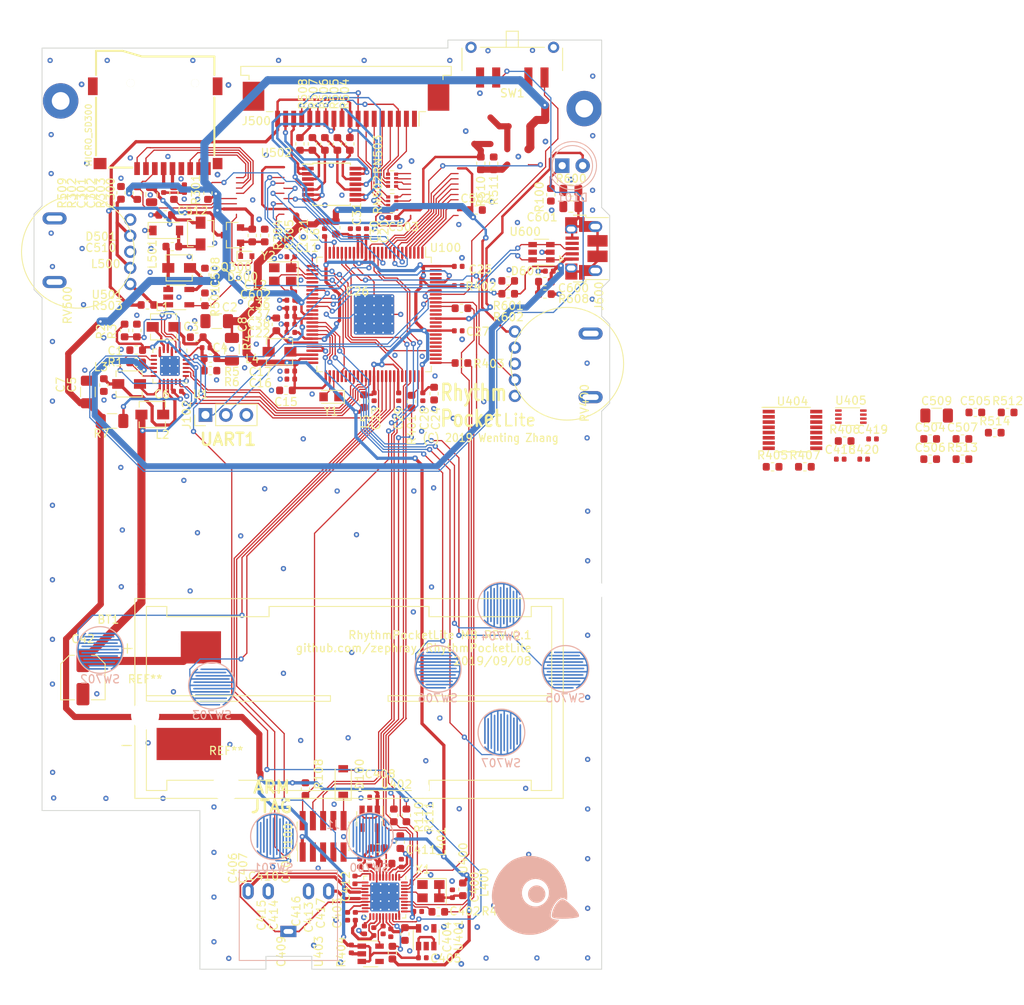
<source format=kicad_pcb>
(kicad_pcb (version 20171130) (host pcbnew 5.1.4-e60b266~84~ubuntu18.04.1)
  (title_block (title RhythmPocketLite) (rev R0.1) (company ZephRay) (comment 1 zephray@outlook.com))
  (layers (0 F.Cu signal) (1 In1.Cu power) (2 In2.Cu power) (31 B.Cu signal) (34 B.Paste user hide) (35 F.Paste user hide) (36 B.SilkS user) (37 F.SilkS user) (38 B.Mask user hide) (39 F.Mask user) (44 Edge.Cuts user))
  (net 0 "")
  (net 1 GND)
  (net 2 +1V8)
  (net 3 "Net-(C3-Pad1)")
  (net 4 "Net-(C4-Pad2)")
  (net 5 "Net-(C5-Pad1)")
  (net 6 "Net-(C6-Pad1)")
  (net 7 +3V3)
  (net 8 "Net-(C12-Pad1)")
  (net 9 "Net-(C300-Pad1)")
  (net 10 "Net-(C301-Pad1)")
  (net 11 "Net-(C400-Pad1)")
  (net 12 "Net-(C401-Pad1)")
  (net 13 "Net-(C403-Pad1)")
  (net 14 "Net-(C406-Pad1)")
  (net 15 "Net-(C407-Pad1)")
  (net 16 "Net-(C410-Pad2)")
  (net 17 "Net-(C411-Pad2)")
  (net 18 "Net-(C412-Pad2)")
  (net 19 "Net-(C412-Pad1)")
  (net 20 "Net-(C413-Pad2)")
  (net 21 "Net-(C413-Pad1)")
  (net 22 "Net-(C414-Pad2)")
  (net 23 "Net-(C415-Pad1)")
  (net 24 "Net-(C416-Pad1)")
  (net 25 "Net-(C417-Pad1)")
  (net 26 "Net-(C510-Pad1)")
  (net 27 /lcd/LCD_V5)
  (net 28 "Net-(C600-Pad2)")
  (net 29 VBUS)
  (net 30 POR)
  (net 31 "Net-(D100-Pad1)")
  (net 32 "Net-(D300-Pad1)")
  (net 33 ~LCD_PWR_EN)
  (net 34 /cpu/MPU_JTAG_TDO)
  (net 35 /cpu/MPU_JTAG_TCK)
  (net 36 /cpu/MPU_JTAG_TMS)
  (net 37 /lcd/LCD_V4)
  (net 38 /lcd/LCD_V1)
  (net 39 /lcd/LCD_FR)
  (net 40 /lcd/LCD_S)
  (net 41 /lcd/LCD_CPL)
  (net 42 /lcd/LCD_V2)
  (net 43 /lcd/LCD_V3)
  (net 44 /lcd/LCD_CP)
  (net 45 /lcd/LCD_D1)
  (net 46 /lcd/LCD_D0)
  (net 47 /lcd/LCD_ST)
  (net 48 /lcd/LCD_CPG)
  (net 49 "Net-(L1-Pad2)")
  (net 50 "Net-(L2-Pad2)")
  (net 51 "Net-(L3-Pad2)")
  (net 52 "Net-(L4-Pad1)")
  (net 53 "Net-(R1-Pad1)")
  (net 54 "Net-(R2-Pad1)")
  (net 55 I2C1_SDA)
  (net 56 I2C1_SCL)
  (net 57 SAI1_TXFS)
  (net 58 "Net-(R401-Pad1)")
  (net 59 SAI1_TXD)
  (net 60 "Net-(R402-Pad1)")
  (net 61 SAI1_TXC)
  (net 62 "Net-(R403-Pad1)")
  (net 63 "Net-(R404-Pad1)")
  (net 64 "Net-(R503-Pad1)")
  (net 65 "Net-(R504-Pad1)")
  (net 66 "Net-(R505-Pad1)")
  (net 67 "Net-(R506-Pad1)")
  (net 68 "Net-(R507-Pad1)")
  (net 69 ADC1_IN0)
  (net 70 PMIC_ON_REQ)
  (net 71 PB_STAT)
  (net 72 EXT_PWR_GOOD)
  (net 73 BAT_LOW)
  (net 74 "Net-(U400-Pad37)")
  (net 75 /power/PWR_KEY)
  (net 76 SW_SE)
  (net 77 SW_ST)
  (net 78 SW_A)
  (net 79 SW_B)
  (net 80 SW_UP)
  (net 81 SW_LE)
  (net 82 SW_RI)
  (net 83 SW_DN)
  (net 84 USB_SUSPEND)
  (net 85 HOLD)
  (net 86 "Net-(J1-PadT)")
  (net 87 "Net-(J1-PadR)")
  (net 88 "Net-(C510-Pad2)")
  (net 89 "Net-(R509-Pad1)")
  (net 90 +BATT)
  (net 91 "Net-(C36-Pad1)")
  (net 92 "Net-(C11-Pad1)")
  (net 93 "Net-(C20-Pad1)")
  (net 94 "Net-(C30-Pad1)")
  (net 95 +5V)
  (net 96 "Net-(C601-Pad1)")
  (net 97 "Net-(D500-Pad2)")
  (net 98 /cpu/FC0_USART_TXD)
  (net 99 /cpu/FC0_USART_RXD)
  (net 100 /usb/USB_DP)
  (net 101 /usb/USB_DM)
  (net 102 "Net-(R510-Pad1)")
  (net 103 "Net-(R601-Pad2)")
  (net 104 SD0_D1)
  (net 105 SD0_D0)
  (net 106 ~SD0_PWR_EN)
  (net 107 SD0_CMD)
  (net 108 SD0_D2)
  (net 109 SD0_D3)
  (net 110 STN_CPG)
  (net 111 STN_CPL)
  (net 112 ~SD0_CD)
  (net 113 STN_ST)
  (net 114 SD0_CLK)
  (net 115 STN_D0)
  (net 116 STN_D1)
  (net 117 STN_CP)
  (net 118 STN_FR)
  (net 119 STN_S)
  (net 120 SAI1_MCLK)
  (net 121 "Net-(U100-Pad53)")
  (net 122 "Net-(U100-Pad52)")
  (net 123 "Net-(R400-Pad1)")
  (net 124 /cpu/LED)
  (net 125 "Net-(D101-Pad1)")
  (net 126 "Net-(C512-Pad2)")
  (net 127 "Net-(R401-Pad2)")
  (net 128 "Net-(R402-Pad2)")
  (net 129 "Net-(R403-Pad2)")
  (net 130 "Net-(R405-Pad1)")
  (net 131 "Net-(R406-Pad1)")
  (net 132 "Net-(R407-Pad1)")
  (net 133 "Net-(R510-Pad2)")
  (net 134 "Net-(R511-Pad2)")
  (net 135 "Net-(R512-Pad2)")
  (net 136 "Net-(R513-Pad2)")
  (net 137 "Net-(U400-Pad28)")
  (module Package_SO:VSSOP-8_2.3x2mm_P0.5mm (layer F.Cu) (at 215.95 89.97)
    (fp_text reference U405 (at 0 -2) (layer F.SilkS))
    (fp_text value PCA9306)
    (pad 8 smd rect (at 1.55 -0.75 270) (size 0.3 0.8) (layers F.Cu F.Paste F.Mask) (net 132 "Net-(R407-Pad1)"))
    (pad 7 smd rect (at 1.55 -0.25 270) (size 0.3 0.8) (layers F.Cu F.Paste F.Mask) (net 7 +3V3))
    (pad 6 smd rect (at 1.55 0.25 270) (size 0.3 0.8) (layers F.Cu F.Paste F.Mask) (net 56 I2C1_SCL))
    (pad 5 smd rect (at 1.55 0.75 270) (size 0.3 0.8) (layers F.Cu F.Paste F.Mask) (net 55 I2C1_SDA))
    (pad 4 smd rect (at -1.55 0.75 270) (size 0.3 0.8) (layers F.Cu F.Paste F.Mask) (net 130 "Net-(R405-Pad1)"))
    (pad 3 smd rect (at -1.55 0.25 270) (size 0.3 0.8) (layers F.Cu F.Paste F.Mask) (net 131 "Net-(R406-Pad1)"))
    (pad 2 smd rect (at -1.55 -0.25 270) (size 0.3 0.8) (layers F.Cu F.Paste F.Mask) (net 2 +1V8))
    (pad 1 smd rect (at -1.55 -0.75 270) (size 0.3 0.8) (layers F.Cu F.Paste F.Mask) (net 1 GND))
  )
  (module Package_SO:TSSOP-16_4.4x5mm_P0.65mm (layer F.Cu) (at 208.7 91.62)
    (fp_text reference U404 (at 0 -3.55) (layer F.SilkS))
    (fp_text value SN74AVC4T245PW)
    (pad 16 smd rect (at 2.95 -2.275) (size 1.5 0.45) (layers F.Cu F.Paste F.Mask) (net 2 +1V8))
    (pad 15 smd rect (at 2.95 -1.625) (size 1.5 0.45) (layers F.Cu F.Paste F.Mask) (net 1 GND))
    (pad 14 smd rect (at 2.95 -0.975) (size 1.5 0.45) (layers F.Cu F.Paste F.Mask) (net 1 GND))
    (pad 13 smd rect (at 2.95 -0.325) (size 1.5 0.45) (layers F.Cu F.Paste F.Mask) (net 127 "Net-(R401-Pad2)"))
    (pad 12 smd rect (at 2.95 0.325) (size 1.5 0.45) (layers F.Cu F.Paste F.Mask) (net 128 "Net-(R402-Pad2)"))
    (pad 11 smd rect (at 2.95 0.975) (size 1.5 0.45) (layers F.Cu F.Paste F.Mask) (net 129 "Net-(R403-Pad2)"))
    (pad 10 smd rect (at 2.95 1.625) (size 1.5 0.45) (layers F.Cu F.Paste F.Mask) (net 137 "Net-(U400-Pad28)"))
    (pad 9 smd rect (at 2.95 2.275) (size 1.5 0.45) (layers F.Cu F.Paste F.Mask) (net 1 GND))
    (pad 8 smd rect (at -2.95 2.275) (size 1.5 0.45) (layers F.Cu F.Paste F.Mask) (net 1 GND))
    (pad 7 smd rect (at -2.95 1.625) (size 1.5 0.45) (layers F.Cu F.Paste F.Mask))
    (pad 6 smd rect (at -2.95 0.975) (size 1.5 0.45) (layers F.Cu F.Paste F.Mask) (net 61 SAI1_TXC))
    (pad 5 smd rect (at -2.95 0.325) (size 1.5 0.45) (layers F.Cu F.Paste F.Mask) (net 57 SAI1_TXFS))
    (pad 4 smd rect (at -2.95 -0.325) (size 1.5 0.45) (layers F.Cu F.Paste F.Mask) (net 59 SAI1_TXD))
    (pad 3 smd rect (at -2.95 -0.975) (size 1.5 0.45) (layers F.Cu F.Paste F.Mask) (net 7 +3V3))
    (pad 2 smd rect (at -2.95 -1.625) (size 1.5 0.45) (layers F.Cu F.Paste F.Mask) (net 7 +3V3))
    (pad 1 smd rect (at -2.95 -2.275) (size 1.5 0.45) (layers F.Cu F.Paste F.Mask) (net 7 +3V3))
  )
  (module Resistor_SMD:R_0603_1608Metric (layer F.Cu) (at 233.82 91.96)
    (fp_text reference R514 (at 0 -1.43) (layer F.SilkS))
    (fp_text value 33)
    (pad 2 smd roundrect (at 0.7875 0) (size 0.875 0.95) (layers F.Cu F.Paste F.Mask) (net 126 "Net-(C512-Pad2)"))
    (pad 1 smd roundrect (at -0.7875 0) (size 0.875 0.95) (layers F.Cu F.Paste F.Mask) (net 27 /lcd/LCD_V5))
  )
  (module Resistor_SMD:R_0603_1608Metric (layer F.Cu) (at 229.81 95.25)
    (fp_text reference R513 (at 0 -1.43) (layer F.SilkS))
    (fp_text value 33)
    (pad 2 smd roundrect (at 0.7875 0) (size 0.875 0.95) (layers F.Cu F.Paste F.Mask) (net 136 "Net-(R513-Pad2)"))
    (pad 1 smd roundrect (at -0.7875 0) (size 0.875 0.95) (layers F.Cu F.Paste F.Mask) (net 37 /lcd/LCD_V4))
  )
  (module Resistor_SMD:R_0603_1608Metric (layer F.Cu) (at 235.42 89.45)
    (fp_text reference R512 (at 0 -1.43) (layer F.SilkS))
    (fp_text value 33)
    (pad 2 smd roundrect (at 0.7875 0) (size 0.875 0.95) (layers F.Cu F.Paste F.Mask) (net 135 "Net-(R512-Pad2)"))
    (pad 1 smd roundrect (at -0.7875 0) (size 0.875 0.95) (layers F.Cu F.Paste F.Mask) (net 43 /lcd/LCD_V3))
  )
  (module Resistor_SMD:R_0603_1608Metric (layer F.Cu) (at 210.24 96.2)
    (fp_text reference R407 (at 0 -1.43) (layer F.SilkS))
    (fp_text value 200K)
    (pad 2 smd roundrect (at 0.7875 0) (size 0.875 0.95) (layers F.Cu F.Paste F.Mask) (net 7 +3V3))
    (pad 1 smd roundrect (at -0.7875 0) (size 0.875 0.95) (layers F.Cu F.Paste F.Mask) (net 132 "Net-(R407-Pad1)"))
  )
  (module Resistor_SMD:R_0603_1608Metric (layer F.Cu) (at 215.18 93)
    (fp_text reference R406 (at 0 -1.43) (layer F.SilkS))
    (fp_text value 10K)
    (pad 2 smd roundrect (at 0.7875 0) (size 0.875 0.95) (layers F.Cu F.Paste F.Mask) (net 2 +1V8))
    (pad 1 smd roundrect (at -0.7875 0) (size 0.875 0.95) (layers F.Cu F.Paste F.Mask) (net 131 "Net-(R406-Pad1)"))
  )
  (module Resistor_SMD:R_0603_1608Metric (layer F.Cu) (at 206.23 96.2)
    (fp_text reference R405 (at 0 -1.43) (layer F.SilkS))
    (fp_text value 10K)
    (pad 2 smd roundrect (at 0.7875 0) (size 0.875 0.95) (layers F.Cu F.Paste F.Mask) (net 2 +1V8))
    (pad 1 smd roundrect (at -0.7875 0) (size 0.875 0.95) (layers F.Cu F.Paste F.Mask) (net 130 "Net-(R405-Pad1)"))
  )
  (module Capacitor_SMD:C_1206_3216Metric (layer F.Cu) (at 226.6 89.84)
    (fp_text reference C509 (at 0 -1.82) (layer F.SilkS))
    (fp_text value 22uF)
    (pad 2 smd roundrect (at 1.4 0) (size 1.25 1.75) (layers F.Cu F.Paste F.Mask) (roundrect_rratio 0.2))
    (pad 1 smd roundrect (at -1.4 0) (size 1.25 1.75) (layers F.Cu F.Paste F.Mask) (roundrect_rratio 0.2))
  )
  (module Capacitor_SMD:C_0603_1608Metric (layer F.Cu) (at 229.81 92.74)
    (fp_text reference C507 (at 0 -1.43) (layer F.SilkS))
    (fp_text value 4.7uF)
    (pad 2 smd roundrect (at 0.7875 0) (size 0.875 0.95) (layers F.Cu F.Paste F.Mask) (net 37 /lcd/LCD_V4))
    (pad 1 smd roundrect (at -0.7875 0) (size 0.875 0.95) (layers F.Cu F.Paste F.Mask) (net 1 GND))
  )
  (module Capacitor_SMD:C_0603_1608Metric (layer F.Cu) (at 225.8 95.25)
    (fp_text reference C506 (at 0 -1.43) (layer F.SilkS))
    (fp_text value 4.7uF)
    (pad 2 smd roundrect (at 0.7875 0) (size 0.875 0.95) (layers F.Cu F.Paste F.Mask) (net 43 /lcd/LCD_V3))
    (pad 1 smd roundrect (at -0.7875 0) (size 0.875 0.95) (layers F.Cu F.Paste F.Mask) (net 1 GND))
  )
  (module Capacitor_SMD:C_0603_1608Metric (layer F.Cu) (at 231.41 89.45)
    (fp_text reference C505 (at 0 -1.43) (layer F.SilkS))
    (fp_text value 4.7uF)
    (pad 2 smd roundrect (at 0.7875 0) (size 0.875 0.95) (layers F.Cu F.Paste F.Mask) (net 42 /lcd/LCD_V2))
    (pad 1 smd roundrect (at -0.7875 0) (size 0.875 0.95) (layers F.Cu F.Paste F.Mask) (net 1 GND))
  )
  (module Capacitor_SMD:C_0603_1608Metric (layer F.Cu) (at 225.8 92.74)
    (fp_text reference C504 (at 0 -1.43) (layer F.SilkS))
    (fp_text value 4.7uF)
    (pad 2 smd roundrect (at 0.7875 0) (size 0.875 0.95) (layers F.Cu F.Paste F.Mask) (net 38 /lcd/LCD_V1))
    (pad 1 smd roundrect (at -0.7875 0) (size 0.875 0.95) (layers F.Cu F.Paste F.Mask) (net 1 GND))
  )
  (module Capacitor_SMD:C_0603_1608Metric (layer F.Cu) (at 169.39 64.31)
    (fp_text reference C502 (at 0 -1.43) (layer F.SilkS))
    (fp_text value 4.7uF)
    (pad 2 smd roundrect (at 0.7875 0) (size 0.875 0.95) (layers F.Cu F.Paste F.Mask) (net 27 /lcd/LCD_V5))
    (pad 1 smd roundrect (at -0.7875 0) (size 0.875 0.95) (layers F.Cu F.Paste F.Mask) (net 1 GND))
  )
  (module Capacitor_SMD:C_0402_1005Metric (layer F.Cu) (at 217.54 95.25)
    (fp_text reference C420 (at 0 -1.17) (layer F.SilkS))
    (fp_text value 100nF)
    (pad 2 smd roundrect (at 0.485 0) (size 0.59 0.64) (layers F.Cu F.Paste F.Mask) (net 1 GND))
    (pad 1 smd roundrect (at -0.485 0) (size 0.59 0.64) (layers F.Cu F.Paste F.Mask) (net 7 +3V3))
  )
  (module Capacitor_SMD:C_0402_1005Metric (layer F.Cu) (at 218.64 92.74)
    (fp_text reference C419 (at 0 -1.17) (layer F.SilkS))
    (fp_text value 100nF)
    (pad 2 smd roundrect (at 0.485 0) (size 0.59 0.64) (layers F.Cu F.Paste F.Mask) (net 1 GND))
    (pad 1 smd roundrect (at -0.485 0) (size 0.59 0.64) (layers F.Cu F.Paste F.Mask) (net 2 +1V8))
  )
  (module Capacitor_SMD:C_0402_1005Metric (layer F.Cu) (at 214.63 95.25)
    (fp_text reference C418 (at 0 -1.17) (layer F.SilkS))
    (fp_text value 100nF)
    (pad 2 smd roundrect (at 0.485 0) (size 0.59 0.64) (layers F.Cu F.Paste F.Mask) (net 1 GND))
    (pad 1 smd roundrect (at -0.485 0) (size 0.59 0.64) (layers F.Cu F.Paste F.Mask) (net 7 +3V3))
  )
  (module MountingHole:MountingHole_3.5mm (layer F.Cu) (at 128.3 127.075)
    (fp_text reference REF** (at 0 -4.5) (layer F.SilkS))
    (fp_text value MountingHole_3.5mm)
    (pad "" np_thru_hole circle (at 0 0) (size 3.5 3.5) (drill 3.5) (layers *.Cu *.Mask))
  )
  (module footprints:logo (layer B.Cu) (at 176.784 149.098 180)
    (fp_text reference G*** hide)
    (fp_text value LOGO hide)
  )
  (module Resistor_SMD:R_0603_1608Metric (layer F.Cu) (at 178.69 62.41 270)
    (fp_text reference R100 (at 0.29 1.42 90) (layer F.SilkS))
    (fp_text value 1K)
    (pad 2 smd roundrect (at 0.7875 0 270) (size 0.875 0.95) (layers F.Cu F.Paste F.Mask) (net 1 GND))
    (pad 1 smd roundrect (at -0.7875 0 270) (size 0.875 0.95) (layers F.Cu F.Paste F.Mask) (net 125 "Net-(D101-Pad1)"))
  )
  (module LED_THT:LED_D5.0mm (layer B.Cu) (at 180.1 58.8)
    (fp_text reference D101 (at 1.27 3.96) (layer B.SilkS) (effects (justify mirror)))
    (fp_text value LED)
    (pad 2 thru_hole circle (at 2.54 0) (size 1.8 1.8) (drill 0.9) (layers *.Cu *.Mask) (net 124 /cpu/LED))
    (pad 1 thru_hole rect (at 0 0) (size 1.8 1.8) (drill 0.9) (layers *.Cu *.Mask) (net 125 "Net-(D101-Pad1)"))
  )
  (module Capacitor_SMD:C_0402_1005Metric (layer F.Cu) (at 159.03 65.25)
    (fp_text reference C503 (at 1.37 1.15) (layer F.SilkS))
    (fp_text value 100nF)
    (pad 2 smd roundrect (at 0.485 0) (size 0.59 0.64) (layers F.Cu F.Paste F.Mask) (net 7 +3V3))
    (pad 1 smd roundrect (at -0.485 0) (size 0.59 0.64) (layers F.Cu F.Paste F.Mask) (net 1 GND))
  )
  (module Package_QFP:TQFP-100-1EP_14x14mm_P0.5mm_EP5x5mm_ThermalVias (layer F.Cu) (at 156.73 77.28 270)
    (fp_text reference U100 (at -8.28 -8.87 180) (layer F.SilkS))
    (fp_text value LPC5500)
    (pad 100 smd roundrect (at -6 -7.6625 270) (size 0.3 1.475) (layers F.Cu F.Paste F.Mask) (net 93 "Net-(C20-Pad1)"))
    (pad 99 smd roundrect (at -5.5 -7.6625 270) (size 0.3 1.475) (layers F.Cu F.Paste F.Mask) (net 1 GND))
    (pad 98 smd roundrect (at -5 -7.6625 270) (size 0.3 1.475) (layers F.Cu F.Paste F.Mask))
    (pad 97 smd roundrect (at -4.5 -7.6625 270) (size 0.3 1.475) (layers F.Cu F.Paste F.Mask))
    (pad 96 smd roundrect (at -4 -7.6625 270) (size 0.3 1.475) (layers F.Cu F.Paste F.Mask) (net 7 +3V3))
    (pad 95 smd roundrect (at -3.5 -7.6625 270) (size 0.3 1.475) (layers F.Cu F.Paste F.Mask) (net 93 "Net-(C20-Pad1)"))
    (pad 94 smd roundrect (at -3 -7.6625 270) (size 0.3 1.475) (layers F.Cu F.Paste F.Mask) (net 98 /cpu/FC0_USART_TXD))
    (pad 93 smd roundrect (at -2.5 -7.6625 270) (size 0.3 1.475) (layers F.Cu F.Paste F.Mask) (net 85 HOLD))
    (pad 92 smd roundrect (at -2 -7.6625 270) (size 0.3 1.475) (layers F.Cu F.Paste F.Mask) (net 99 /cpu/FC0_USART_RXD))
    (pad 91 smd roundrect (at -1.5 -7.6625 270) (size 0.3 1.475) (layers F.Cu F.Paste F.Mask) (net 120 SAI1_MCLK))
    (pad 90 smd roundrect (at -1 -7.6625 270) (size 0.3 1.475) (layers F.Cu F.Paste F.Mask) (net 57 SAI1_TXFS))
    (pad 89 smd roundrect (at -0.5 -7.6625 270) (size 0.3 1.475) (layers F.Cu F.Paste F.Mask))
    (pad 88 smd roundrect (at 0 -7.6625 270) (size 0.3 1.475) (layers F.Cu F.Paste F.Mask))
    (pad 87 smd roundrect (at 0.5 -7.6625 270) (size 0.3 1.475) (layers F.Cu F.Paste F.Mask) (net 124 /cpu/LED))
    (pad 86 smd roundrect (at 1 -7.6625 270) (size 0.3 1.475) (layers F.Cu F.Paste F.Mask))
    (pad 85 smd roundrect (at 1.5 -7.6625 270) (size 0.3 1.475) (layers F.Cu F.Paste F.Mask))
    (pad 84 smd roundrect (at 2 -7.6625 270) (size 0.3 1.475) (layers F.Cu F.Paste F.Mask) (net 93 "Net-(C20-Pad1)"))
    (pad 83 smd roundrect (at 2.5 -7.6625 270) (size 0.3 1.475) (layers F.Cu F.Paste F.Mask))
    (pad 82 smd roundrect (at 3 -7.6625 270) (size 0.3 1.475) (layers F.Cu F.Paste F.Mask))
    (pad 81 smd roundrect (at 3.5 -7.6625 270) (size 0.3 1.475) (layers F.Cu F.Paste F.Mask))
    (pad 80 smd roundrect (at 4 -7.6625 270) (size 0.3 1.475) (layers F.Cu F.Paste F.Mask))
    (pad 79 smd roundrect (at 4.5 -7.6625 270) (size 0.3 1.475) (layers F.Cu F.Paste F.Mask) (net 104 SD0_D1))
    (pad 78 smd roundrect (at 5 -7.6625 270) (size 0.3 1.475) (layers F.Cu F.Paste F.Mask))
    (pad 77 smd roundrect (at 5.5 -7.6625 270) (size 0.3 1.475) (layers F.Cu F.Paste F.Mask))
    (pad 76 smd roundrect (at 6 -7.6625 270) (size 0.3 1.475) (layers F.Cu F.Paste F.Mask) (net 61 SAI1_TXC))
    (pad 75 smd roundrect (at 7.6625 -6 270) (size 1.475 0.3) (layers F.Cu F.Paste F.Mask) (net 93 "Net-(C20-Pad1)"))
    (pad 74 smd roundrect (at 7.6625 -5.5 270) (size 1.475 0.3) (layers F.Cu F.Paste F.Mask) (net 59 SAI1_TXD))
    (pad 73 smd roundrect (at 7.6625 -5 270) (size 1.475 0.3) (layers F.Cu F.Paste F.Mask))
    (pad 72 smd roundrect (at 7.6625 -4.5 270) (size 1.475 0.3) (layers F.Cu F.Paste F.Mask) (net 56 I2C1_SCL))
    (pad 71 smd roundrect (at 7.6625 -4 270) (size 1.475 0.3) (layers F.Cu F.Paste F.Mask) (net 55 I2C1_SDA))
    (pad 70 smd roundrect (at 7.6625 -3.5 270) (size 1.475 0.3) (layers F.Cu F.Paste F.Mask) (net 105 SD0_D0))
    (pad 69 smd roundrect (at 7.6625 -3 270) (size 1.475 0.3) (layers F.Cu F.Paste F.Mask) (net 93 "Net-(C20-Pad1)"))
    (pad 68 smd roundrect (at 7.6625 -2.5 270) (size 1.475 0.3) (layers F.Cu F.Paste F.Mask) (net 79 SW_B))
    (pad 67 smd roundrect (at 7.6625 -2 270) (size 1.475 0.3) (layers F.Cu F.Paste F.Mask) (net 78 SW_A))
    (pad 66 smd roundrect (at 7.6625 -1.5 270) (size 1.475 0.3) (layers F.Cu F.Paste F.Mask) (net 76 SW_SE))
    (pad 65 smd roundrect (at 7.6625 -1 270) (size 1.475 0.3) (layers F.Cu F.Paste F.Mask) (net 77 SW_ST))
    (pad 64 smd roundrect (at 7.6625 -0.5 270) (size 1.475 0.3) (layers F.Cu F.Paste F.Mask) (net 72 EXT_PWR_GOOD))
    (pad 63 smd roundrect (at 7.6625 0 270) (size 1.475 0.3) (layers F.Cu F.Paste F.Mask) (net 93 "Net-(C20-Pad1)"))
    (pad 62 smd roundrect (at 7.6625 0.5 270) (size 1.475 0.3) (layers F.Cu F.Paste F.Mask) (net 84 USB_SUSPEND))
    (pad 61 smd roundrect (at 7.6625 1 270) (size 1.475 0.3) (layers F.Cu F.Paste F.Mask) (net 73 BAT_LOW))
    (pad 60 smd roundrect (at 7.6625 1.5 270) (size 1.475 0.3) (layers F.Cu F.Paste F.Mask) (net 71 PB_STAT))
    (pad 59 smd roundrect (at 7.6625 2 270) (size 1.475 0.3) (layers F.Cu F.Paste F.Mask))
    (pad 58 smd roundrect (at 7.6625 2.5 270) (size 1.475 0.3) (layers F.Cu F.Paste F.Mask) (net 70 PMIC_ON_REQ))
    (pad 57 smd roundrect (at 7.6625 3 270) (size 1.475 0.3) (layers F.Cu F.Paste F.Mask))
    (pad 56 smd roundrect (at 7.6625 3.5 270) (size 1.475 0.3) (layers F.Cu F.Paste F.Mask))
    (pad 55 smd roundrect (at 7.6625 4 270) (size 1.475 0.3) (layers F.Cu F.Paste F.Mask) (net 106 ~SD0_PWR_EN))
    (pad 54 smd roundrect (at 7.6625 4.5 270) (size 1.475 0.3) (layers F.Cu F.Paste F.Mask))
    (pad 53 smd roundrect (at 7.6625 5 270) (size 1.475 0.3) (layers F.Cu F.Paste F.Mask) (net 121 "Net-(U100-Pad53)"))
    (pad 52 smd roundrect (at 7.6625 5.5 270) (size 1.475 0.3) (layers F.Cu F.Paste F.Mask) (net 122 "Net-(U100-Pad52)"))
    (pad 51 smd roundrect (at 7.6625 6 270) (size 1.475 0.3) (layers F.Cu F.Paste F.Mask) (net 7 +3V3))
    (pad 50 smd roundrect (at 6 7.6625 270) (size 0.3 1.475) (layers F.Cu F.Paste F.Mask) (net 7 +3V3))
    (pad 49 smd roundrect (at 5.5 7.6625 270) (size 0.3 1.475) (layers F.Cu F.Paste F.Mask) (net 7 +3V3))
    (pad 48 smd roundrect (at 5 7.6625 270) (size 0.3 1.475) (layers F.Cu F.Paste F.Mask) (net 52 "Net-(L4-Pad1)"))
    (pad 47 smd roundrect (at 4.5 7.6625 270) (size 0.3 1.475) (layers F.Cu F.Paste F.Mask) (net 1 GND))
    (pad 46 smd roundrect (at 4 7.6625 270) (size 0.3 1.475) (layers F.Cu F.Paste F.Mask) (net 1 GND))
    (pad 45 smd roundrect (at 3.5 7.6625 270) (size 0.3 1.475) (layers F.Cu F.Paste F.Mask) (net 91 "Net-(C36-Pad1)"))
    (pad 44 smd roundrect (at 3 7.6625 270) (size 0.3 1.475) (layers F.Cu F.Paste F.Mask) (net 93 "Net-(C20-Pad1)"))
    (pad 43 smd roundrect (at 2.5 7.6625 270) (size 0.3 1.475) (layers F.Cu F.Paste F.Mask) (net 82 SW_RI))
    (pad 42 smd roundrect (at 2 7.6625 270) (size 0.3 1.475) (layers F.Cu F.Paste F.Mask) (net 83 SW_DN))
    (pad 41 smd roundrect (at 1.5 7.6625 270) (size 0.3 1.475) (layers F.Cu F.Paste F.Mask) (net 80 SW_UP))
    (pad 40 smd roundrect (at 1 7.6625 270) (size 0.3 1.475) (layers F.Cu F.Paste F.Mask) (net 81 SW_LE))
    (pad 39 smd roundrect (at 0.5 7.6625 270) (size 0.3 1.475) (layers F.Cu F.Paste F.Mask) (net 91 "Net-(C36-Pad1)"))
    (pad 38 smd roundrect (at 0 7.6625 270) (size 0.3 1.475) (layers F.Cu F.Paste F.Mask) (net 7 +3V3))
    (pad 37 smd roundrect (at -0.5 7.6625 270) (size 0.3 1.475) (layers F.Cu F.Paste F.Mask) (net 1 GND))
    (pad 36 smd roundrect (at -1 7.6625 270) (size 0.3 1.475) (layers F.Cu F.Paste F.Mask) (net 103 "Net-(R601-Pad2)"))
    (pad 35 smd roundrect (at -1.5 7.6625 270) (size 0.3 1.475) (layers F.Cu F.Paste F.Mask) (net 101 /usb/USB_DM))
    (pad 34 smd roundrect (at -2 7.6625 270) (size 0.3 1.475) (layers F.Cu F.Paste F.Mask) (net 100 /usb/USB_DP))
    (pad 33 smd roundrect (at -2.5 7.6625 270) (size 0.3 1.475) (layers F.Cu F.Paste F.Mask) (net 1 GND))
    (pad 32 smd roundrect (at -3 7.6625 270) (size 0.3 1.475) (layers F.Cu F.Paste F.Mask) (net 30 POR))
    (pad 31 smd roundrect (at -3.5 7.6625 270) (size 0.3 1.475) (layers F.Cu F.Paste F.Mask))
    (pad 30 smd roundrect (at -4 7.6625 270) (size 0.3 1.475) (layers F.Cu F.Paste F.Mask))
    (pad 29 smd roundrect (at -4.5 7.6625 270) (size 0.3 1.475) (layers F.Cu F.Paste F.Mask) (net 8 "Net-(C12-Pad1)"))
    (pad 28 smd roundrect (at -5 7.6625 270) (size 0.3 1.475) (layers F.Cu F.Paste F.Mask) (net 92 "Net-(C11-Pad1)"))
    (pad 27 smd roundrect (at -5.5 7.6625 270) (size 0.3 1.475) (layers F.Cu F.Paste F.Mask))
    (pad 26 smd roundrect (at -6 7.6625 270) (size 0.3 1.475) (layers F.Cu F.Paste F.Mask) (net 107 SD0_CMD))
    (pad 25 smd roundrect (at -7.6625 6 270) (size 1.475 0.3) (layers F.Cu F.Paste F.Mask) (net 93 "Net-(C20-Pad1)"))
    (pad 24 smd roundrect (at -7.6625 5.5 270) (size 1.475 0.3) (layers F.Cu F.Paste F.Mask))
    (pad 23 smd roundrect (at -7.6625 5 270) (size 1.475 0.3) (layers F.Cu F.Paste F.Mask) (net 108 SD0_D2))
    (pad 22 smd roundrect (at -7.6625 4.5 270) (size 1.475 0.3) (layers F.Cu F.Paste F.Mask))
    (pad 21 smd roundrect (at -7.6625 4 270) (size 1.475 0.3) (layers F.Cu F.Paste F.Mask) (net 34 /cpu/MPU_JTAG_TDO))
    (pad 20 smd roundrect (at -7.6625 3.5 270) (size 1.475 0.3) (layers F.Cu F.Paste F.Mask) (net 69 ADC1_IN0))
    (pad 19 smd roundrect (at -7.6625 3 270) (size 1.475 0.3) (layers F.Cu F.Paste F.Mask) (net 1 GND))
    (pad 18 smd roundrect (at -7.6625 2.5 270) (size 1.475 0.3) (layers F.Cu F.Paste F.Mask) (net 1 GND))
    (pad 17 smd roundrect (at -7.6625 2 270) (size 1.475 0.3) (layers F.Cu F.Paste F.Mask) (net 94 "Net-(C30-Pad1)"))
    (pad 16 smd roundrect (at -7.6625 1.5 270) (size 1.475 0.3) (layers F.Cu F.Paste F.Mask) (net 94 "Net-(C30-Pad1)"))
    (pad 15 smd roundrect (at -7.6625 1 270) (size 1.475 0.3) (layers F.Cu F.Paste F.Mask) (net 93 "Net-(C20-Pad1)"))
    (pad 14 smd roundrect (at -7.6625 0.5 270) (size 1.475 0.3) (layers F.Cu F.Paste F.Mask) (net 33 ~LCD_PWR_EN))
    (pad 13 smd roundrect (at -7.6625 0 270) (size 1.475 0.3) (layers F.Cu F.Paste F.Mask) (net 35 /cpu/MPU_JTAG_TCK))
    (pad 12 smd roundrect (at -7.6625 -0.5 270) (size 1.475 0.3) (layers F.Cu F.Paste F.Mask) (net 36 /cpu/MPU_JTAG_TMS))
    (pad 11 smd roundrect (at -7.6625 -1 270) (size 1.475 0.3) (layers F.Cu F.Paste F.Mask) (net 109 SD0_D3))
    (pad 10 smd roundrect (at -7.6625 -1.5 270) (size 1.475 0.3) (layers F.Cu F.Paste F.Mask) (net 110 STN_CPG))
    (pad 9 smd roundrect (at -7.6625 -2 270) (size 1.475 0.3) (layers F.Cu F.Paste F.Mask) (net 111 STN_CPL))
    (pad 8 smd roundrect (at -7.6625 -2.5 270) (size 1.475 0.3) (layers F.Cu F.Paste F.Mask) (net 112 ~SD0_CD))
    (pad 7 smd roundrect (at -7.6625 -3 270) (size 1.475 0.3) (layers F.Cu F.Paste F.Mask) (net 113 STN_ST))
    (pad 6 smd roundrect (at -7.6625 -3.5 270) (size 1.475 0.3) (layers F.Cu F.Paste F.Mask) (net 114 SD0_CLK))
    (pad 5 smd roundrect (at -7.6625 -4 270) (size 1.475 0.3) (layers F.Cu F.Paste F.Mask) (net 115 STN_D0))
    (pad 4 smd roundrect (at -7.6625 -4.5 270) (size 1.475 0.3) (layers F.Cu F.Paste F.Mask) (net 116 STN_D1))
    (pad 3 smd roundrect (at -7.6625 -5 270) (size 1.475 0.3) (layers F.Cu F.Paste F.Mask) (net 117 STN_CP))
    (pad 2 smd roundrect (at -7.6625 -5.5 270) (size 1.475 0.3) (layers F.Cu F.Paste F.Mask) (net 118 STN_FR))
    (pad 1 smd roundrect (at -7.6625 -6 270) (size 1.475 0.3) (layers F.Cu F.Paste F.Mask) (net 119 STN_S))
    (pad 101 smd roundrect (at 0 0 270) (size 5 5) (layers B.Cu) (roundrect_rratio 0.05) (net 1 GND))
    (pad 101 thru_hole circle (at 2.25 2.25 270) (size 0.5 0.5) (drill 0.2) (layers *.Cu) (net 1 GND))
    (pad 101 thru_hole circle (at 1.125 2.25 270) (size 0.5 0.5) (drill 0.2) (layers *.Cu) (net 1 GND))
    (pad 101 thru_hole circle (at 0 2.25 270) (size 0.5 0.5) (drill 0.2) (layers *.Cu) (net 1 GND))
    (pad 101 thru_hole circle (at -1.125 2.25 270) (size 0.5 0.5) (drill 0.2) (layers *.Cu) (net 1 GND))
    (pad 101 thru_hole circle (at -2.25 2.25 270) (size 0.5 0.5) (drill 0.2) (layers *.Cu) (net 1 GND))
    (pad 101 thru_hole circle (at 2.25 1.125 270) (size 0.5 0.5) (drill 0.2) (layers *.Cu) (net 1 GND))
    (pad 101 thru_hole circle (at 1.125 1.125 270) (size 0.5 0.5) (drill 0.2) (layers *.Cu) (net 1 GND))
    (pad 101 thru_hole circle (at 0 1.125 270) (size 0.5 0.5) (drill 0.2) (layers *.Cu) (net 1 GND))
    (pad 101 thru_hole circle (at -1.125 1.125 270) (size 0.5 0.5) (drill 0.2) (layers *.Cu) (net 1 GND))
    (pad 101 thru_hole circle (at -2.25 1.125 270) (size 0.5 0.5) (drill 0.2) (layers *.Cu) (net 1 GND))
    (pad 101 thru_hole circle (at 2.25 0 270) (size 0.5 0.5) (drill 0.2) (layers *.Cu) (net 1 GND))
    (pad 101 thru_hole circle (at 1.125 0 270) (size 0.5 0.5) (drill 0.2) (layers *.Cu) (net 1 GND))
    (pad 101 thru_hole circle (at 0 0 270) (size 0.5 0.5) (drill 0.2) (layers *.Cu) (net 1 GND))
    (pad 101 thru_hole circle (at -1.125 0 270) (size 0.5 0.5) (drill 0.2) (layers *.Cu) (net 1 GND))
    (pad 101 thru_hole circle (at -2.25 0 270) (size 0.5 0.5) (drill 0.2) (layers *.Cu) (net 1 GND))
    (pad 101 thru_hole circle (at 2.25 -1.125 270) (size 0.5 0.5) (drill 0.2) (layers *.Cu) (net 1 GND))
    (pad 101 thru_hole circle (at 1.125 -1.125 270) (size 0.5 0.5) (drill 0.2) (layers *.Cu) (net 1 GND))
    (pad 101 thru_hole circle (at 0 -1.125 270) (size 0.5 0.5) (drill 0.2) (layers *.Cu) (net 1 GND))
    (pad 101 thru_hole circle (at -1.125 -1.125 270) (size 0.5 0.5) (drill 0.2) (layers *.Cu) (net 1 GND))
    (pad 101 thru_hole circle (at -2.25 -1.125 270) (size 0.5 0.5) (drill 0.2) (layers *.Cu) (net 1 GND))
    (pad 101 thru_hole circle (at 2.25 -2.25 270) (size 0.5 0.5) (drill 0.2) (layers *.Cu) (net 1 GND))
    (pad 101 thru_hole circle (at 1.125 -2.25 270) (size 0.5 0.5) (drill 0.2) (layers *.Cu) (net 1 GND))
    (pad 101 thru_hole circle (at 0 -2.25 270) (size 0.5 0.5) (drill 0.2) (layers *.Cu) (net 1 GND))
    (pad 101 thru_hole circle (at -1.125 -2.25 270) (size 0.5 0.5) (drill 0.2) (layers *.Cu) (net 1 GND))
    (pad 101 thru_hole circle (at -2.25 -2.25 270) (size 0.5 0.5) (drill 0.2) (layers *.Cu) (net 1 GND))
    (pad 101 smd roundrect (at 0 0 270) (size 5 5) (layers F.Cu F.Mask) (roundrect_rratio 0.05) (net 1 GND))
  )
  (module Resistor_SMD:R_0603_1608Metric (layer F.Cu) (at 164.71 151.47)
    (fp_text reference R400 (at 7.29 -0.07) (layer F.SilkS))
    (fp_text value 33)
    (pad 2 smd roundrect (at 0.7875 0) (size 0.875 0.95) (layers F.Cu F.Paste F.Mask) (net 120 SAI1_MCLK))
    (pad 1 smd roundrect (at -0.7875 0) (size 0.875 0.95) (layers F.Cu F.Paste F.Mask) (net 123 "Net-(R400-Pad1)"))
  )
  (module Resistor_SMD:R_0603_1608Metric (layer F.Cu) (at 136.1 62.2 90)
    (fp_text reference R301 (at 0.4 -1.5 90) (layer F.SilkS))
    (fp_text value 10K)
    (pad 2 smd roundrect (at 0.7875 0 90) (size 0.875 0.95) (layers F.Cu F.Paste F.Mask) (net 112 ~SD0_CD))
    (pad 1 smd roundrect (at -0.7875 0 90) (size 0.875 0.95) (layers F.Cu F.Paste F.Mask) (net 7 +3V3))
  )
  (module Inductor_SMD:L_0603_1608Metric (layer F.Cu) (at 151.99 66.51 270)
    (fp_text reference L6 (at 0.89 2.59 90) (layer F.SilkS))
    (fp_text value MI0603J601R-10)
    (pad 2 smd roundrect (at 0.7875 0 270) (size 0.875 0.95) (layers F.Cu F.Paste F.Mask) (net 94 "Net-(C30-Pad1)"))
    (pad 1 smd roundrect (at -0.7875 0 270) (size 0.875 0.95) (layers F.Cu F.Paste F.Mask) (net 7 +3V3))
  )
  (module Inductor_SMD:L_0603_1608Metric (layer F.Cu) (at 155.46 88.04 90)
    (fp_text reference L5 (at -2.56 0.14 90) (layer F.SilkS))
    (fp_text value MI0603J601R-10)
    (pad 2 smd roundrect (at 0.7875 0 90) (size 0.875 0.95) (layers F.Cu F.Paste F.Mask) (net 93 "Net-(C20-Pad1)"))
    (pad 1 smd roundrect (at -0.7875 0 90) (size 0.875 0.95) (layers F.Cu F.Paste F.Mask) (net 7 +3V3))
  )
  (module Capacitor_SMD:C_0603_1608Metric (layer F.Cu) (at 130.79 64.91)
    (fp_text reference C512 (at 3.41 -0.51) (layer F.SilkS))
    (fp_text value 10uF)
    (pad 2 smd roundrect (at 0.7875 0) (size 0.875 0.95) (layers F.Cu F.Paste F.Mask) (net 126 "Net-(C512-Pad2)"))
    (pad 1 smd roundrect (at -0.7875 0) (size 0.875 0.95) (layers F.Cu F.Paste F.Mask) (net 1 GND))
  )
  (module footprints:Potentiometer_RK14J (layer F.Cu) (at 180.725 83.4 270)
    (fp_text reference RV400 (at 4.878453 -2.155873 90) (layer F.SilkS))
    (fp_text value RK14J11A0A02)
    (pad "" np_thru_hole oval (at 3.1 2.9 270) (size 1 0.6) (drill oval 1 0.6) (layers *.Cu *.Mask))
    (pad "" np_thru_hole oval (at -4 2.9 270) (size 1 0.6) (drill oval 1 0.6) (layers *.Cu *.Mask))
    (pad 7 thru_hole oval (at 4.15 -2.9 270) (size 1.5 3) (drill oval 0.7 2) (layers *.Cu *.Mask))
    (pad 6 thru_hole oval (at -3.75 -2.9 270) (size 1.5 3) (drill oval 0.7 2) (layers *.Cu *.Mask F.Adhes))
    (pad 5 thru_hole circle (at 4 6.5 270) (size 1.524 1.524) (drill 0.9) (layers *.Cu *.Mask))
    (pad 2 thru_hole circle (at 2 6.5 270) (size 1.524 1.524) (drill 0.9) (layers *.Cu *.Mask) (net 69 ADC1_IN0))
    (pad 4 thru_hole circle (at 0 6.5 270) (size 1.524 1.524) (drill 0.9) (layers *.Cu *.Mask))
    (pad 3 thru_hole circle (at -2 6.5 270) (size 1.524 1.524) (drill 0.9) (layers *.Cu *.Mask) (net 1 GND))
    (pad 1 thru_hole circle (at -4 6.5 270) (size 1.524 1.524) (drill 0.9) (layers *.Cu *.Mask) (net 2 +1V8))
  )
  (module footprints:Potentiometer_RK14J (layer F.Cu) (at 119.95 69.5 90)
    (fp_text reference RV500 (at -6.634852 -1.285699 90) (layer F.SilkS))
    (fp_text value RK14J11A0A02/50K)
    (pad "" np_thru_hole oval (at 3.1 2.9 90) (size 1 0.6) (drill oval 1 0.6) (layers *.Cu *.Mask))
    (pad "" np_thru_hole oval (at -4 2.9 90) (size 1 0.6) (drill oval 1 0.6) (layers *.Cu *.Mask))
    (pad 7 thru_hole oval (at 4.15 -2.9 90) (size 1.5 3) (drill oval 0.7 2) (layers *.Cu *.Mask))
    (pad 6 thru_hole oval (at -3.75 -2.9 90) (size 1.5 3) (drill oval 0.7 2) (layers *.Cu *.Mask F.Adhes))
    (pad 5 thru_hole circle (at 4 6.5 90) (size 1.524 1.524) (drill 0.9) (layers *.Cu *.Mask))
    (pad 2 thru_hole circle (at 2 6.5 90) (size 1.524 1.524) (drill 0.9) (layers *.Cu *.Mask) (net 89 "Net-(R509-Pad1)"))
    (pad 4 thru_hole circle (at 0 6.5 90) (size 1.524 1.524) (drill 0.9) (layers *.Cu *.Mask))
    (pad 3 thru_hole circle (at -2 6.5 90) (size 1.524 1.524) (drill 0.9) (layers *.Cu *.Mask) (net 89 "Net-(R509-Pad1)"))
    (pad 1 thru_hole circle (at -4 6.5 90) (size 1.524 1.524) (drill 0.9) (layers *.Cu *.Mask) (net 64 "Net-(R503-Pad1)"))
  )
  (module MountingHole:MountingHole_2.2mm_M2 (layer F.Cu) (at 117.61 95)
    (fp_text reference REF** hide)
    (fp_text value MountingHole_2.2mm_M2)
    (pad 1 np_thru_hole circle (at 0 0) (size 2.2 2.2) (drill 2.2) (layers *.Cu *.Mask))
  )
  (module MountingHole:MountingHole_3.5mm (layer F.Cu) (at 138.36 135.975)
    (fp_text reference REF** (at 0 -4.5) (layer F.SilkS))
    (fp_text value MountingHole_3.5mm)
    (pad "" np_thru_hole circle (at 0 0) (size 3.5 3.5) (drill 3.5) (layers *.Cu *.Mask))
  )
  (module MountingHole:MountingHole_2.2mm_M2 (layer F.Cu) (at 182.91 94.9)
    (fp_text reference REF** hide)
    (fp_text value MountingHole_2.2mm_M2)
    (pad 1 np_thru_hole circle (at 0 0) (size 2.2 2.2) (drill 2.2) (layers *.Cu *.Mask))
  )
  (module MountingHole:MountingHole_2.2mm_M2 (layer F.Cu) (at 117.81 129.5)
    (fp_text reference REF** hide)
    (fp_text value MountingHole_2.2mm_M2)
    (pad 1 np_thru_hole circle (at 0 0) (size 2.2 2.2) (drill 2.2) (layers *.Cu *.Mask))
  )
  (module MountingHole:MountingHole_2.2mm_M2 (layer F.Cu) (at 182.91 135)
    (fp_text reference REF** hide)
    (fp_text value MountingHole_2.2mm_M2)
    (pad 1 np_thru_hole circle (at 0 0) (size 2.2 2.2) (drill 2.2) (layers *.Cu *.Mask))
  )
  (module MountingHole:MountingHole_2.2mm_M2 (layer F.Cu) (at 155.91 124.8)
    (fp_text reference REF** hide)
    (fp_text value MountingHole_2.2mm_M2)
    (pad 1 np_thru_hole circle (at 0 0) (size 2.2 2.2) (drill 2.2) (layers *.Cu *.Mask))
  )
  (module MountingHole:MountingHole_2.2mm_M2 (layer F.Cu) (at 162.46 136.05)
    (fp_text reference REF** hide)
    (fp_text value MountingHole_2.2mm_M2)
    (pad "" np_thru_hole circle (at 0 0) (size 2.2 2.2) (drill 2.2) (layers *.Cu *.Mask))
  )
  (module MountingHole:MountingHole_2.2mm_M2 (layer F.Cu) (at 161.235 131.125)
    (fp_text reference REF** hide)
    (fp_text value MountingHole_2.2mm_M2)
    (pad "" np_thru_hole circle (at 0 0) (size 2.2 2.2) (drill 2.2) (layers *.Cu *.Mask))
  )
  (module MountingHole:MountingHole_2.2mm_M2 (layer F.Cu) (at 184.285 111.525)
    (fp_text reference REF** hide)
    (fp_text value MountingHole_2.2mm_M2)
    (pad "" np_thru_hole circle (at 0 0) (size 2.2 2.2) (drill 2.2) (layers *.Cu *.Mask))
  )
  (module MountingHole:MountingHole_2.2mm_M2_Pad (layer F.Cu) (at 182.84 51.71)
    (fp_text reference REF** hide)
    (fp_text value MountingHole_2.2mm_M2_Pad)
    (pad 1 thru_hole circle (at 0 0) (size 4.4 4.4) (drill 2.2) (layers *.Cu *.Mask))
  )
  (module MountingHole:MountingHole_2.2mm_M2_Pad (layer F.Cu) (at 117.81 50.76)
    (fp_text reference REF** hide)
    (fp_text value MountingHole_2.2mm_M2_Pad)
    (pad 1 thru_hole circle (at 0 0) (size 4.4 4.4) (drill 2.2) (layers *.Cu *.Mask))
  )
  (module MountingHole:MountingHole_2.2mm_M2 (layer F.Cu) (at 131.36 117.35)
    (fp_text reference REF** hide)
    (fp_text value MountingHole_2.2mm_M2)
    (pad 1 np_thru_hole circle (at 0 0) (size 2.2 2.2) (drill 2.2) (layers *.Cu *.Mask))
  )
  (module Inductor_SMD:L_Vishay_IHLP-1212 (layer F.Cu) (at 130.59 78.82 180)
    (fp_text reference L1 (at 0.15 2.475) (layer F.SilkS))
    (fp_text value 10uH)
    (pad 2 smd rect (at 1.35 0 180) (size 1.5 1.2) (layers F.Cu F.Paste F.Mask) (net 49 "Net-(L1-Pad2)"))
    (pad 1 smd rect (at -1.35 0 180) (size 1.5 1.2) (layers F.Cu F.Paste F.Mask) (net 3 "Net-(C3-Pad1)"))
  )
  (module Inductor_SMD:L_Vishay_IHLP-1212 (layer F.Cu) (at 129.19 89.71)
    (fp_text reference L2 (at 1.26 2.5) (layer F.SilkS))
    (fp_text value 4.7uH)
    (pad 2 smd rect (at 1.35 0) (size 1.5 1.2) (layers F.Cu F.Paste F.Mask) (net 50 "Net-(L2-Pad2)"))
    (pad 1 smd rect (at -1.35 0) (size 1.5 1.2) (layers F.Cu F.Paste F.Mask) (net 90 +BATT))
  )
  (module Resistor_SMD:R_1206_3216Metric (layer F.Cu) (at 124.19 90.51)
    (fp_text reference R7 (at -1.33 1.56) (layer F.SilkS))
    (fp_text value 0R05)
    (pad 2 smd roundrect (at 1.4 0) (size 1.25 1.75) (layers F.Cu F.Paste F.Mask) (roundrect_rratio 0.2) (net 6 "Net-(C6-Pad1)"))
    (pad 1 smd roundrect (at -1.4 0) (size 1.25 1.75) (layers F.Cu F.Paste F.Mask) (roundrect_rratio 0.2) (net 7 +3V3))
  )
  (module Capacitor_SMD:C_1206_3216Metric (layer F.Cu) (at 121.19 86.91 90)
    (fp_text reference C7 (at 0.91 -3.39 90) (layer F.SilkS))
    (fp_text value 100uF)
    (pad 2 smd roundrect (at 1.4 0 90) (size 1.25 1.75) (layers F.Cu F.Paste F.Mask) (roundrect_rratio 0.2) (net 1 GND))
    (pad 1 smd roundrect (at -1.4 0 90) (size 1.25 1.75) (layers F.Cu F.Paste F.Mask) (roundrect_rratio 0.2) (net 7 +3V3))
  )
  (module Capacitor_SMD:C_1206_3216Metric (layer F.Cu) (at 137.19 78.11 180)
    (fp_text reference C2 (at -1.61 1.72) (layer F.SilkS))
    (fp_text value 100uF)
    (pad 2 smd roundrect (at 1.4 0 180) (size 1.25 1.75) (layers F.Cu F.Paste F.Mask) (roundrect_rratio 0.2) (net 1 GND))
    (pad 1 smd roundrect (at -1.4 0 180) (size 1.25 1.75) (layers F.Cu F.Paste F.Mask) (roundrect_rratio 0.2) (net 2 +1V8))
  )
  (module Resistor_SMD:R_0603_1608Metric (layer F.Cu) (at 127.275 79.27 270)
    (fp_text reference R3 (at 0.13 3.075 90) (layer F.SilkS))
    (fp_text value 80.6K)
    (pad 2 smd roundrect (at 0.7875 0 270) (size 0.875 0.95) (layers F.Cu F.Paste F.Mask) (net 54 "Net-(R2-Pad1)"))
    (pad 1 smd roundrect (at -0.7875 0 270) (size 0.875 0.95) (layers F.Cu F.Paste F.Mask) (net 1 GND))
  )
  (module Inductor_SMD:L_Vishay_IHLP-1212 (layer F.Cu) (at 126.31 85.91)
    (fp_text reference L3 (at -3.51 -2.11) (layer F.SilkS))
    (fp_text value 10uH)
    (pad 2 smd rect (at 1.35 0) (size 1.5 1.2) (layers F.Cu F.Paste F.Mask) (net 51 "Net-(L3-Pad2)"))
    (pad 1 smd rect (at -1.35 0) (size 1.5 1.2) (layers F.Cu F.Paste F.Mask) (net 5 "Net-(C5-Pad1)"))
  )
  (module Package_DFN_QFN:VQFN-24-1EP_4x4mm_P0.5mm_EP2.45x2.45mm_ThermalVias (layer F.Cu) (at 131.37 83.67 270)
    (fp_text reference U1 (at 3.53 -3.83 180) (layer F.SilkS))
    (fp_text value LTC3456)
    (pad 24 smd roundrect (at -1.25 -1.9875 270) (size 0.25 0.775) (layers F.Cu F.Paste F.Mask) (net 4 "Net-(C4-Pad2)"))
    (pad 23 smd roundrect (at -0.75 -1.9875 270) (size 0.25 0.775) (layers F.Cu F.Paste F.Mask) (net 30 POR))
    (pad 22 smd roundrect (at -0.25 -1.9875 270) (size 0.25 0.775) (layers F.Cu F.Paste F.Mask) (net 90 +BATT))
    (pad 21 smd roundrect (at 0.25 -1.9875 270) (size 0.25 0.775) (layers F.Cu F.Paste F.Mask) (net 70 PMIC_ON_REQ))
    (pad 20 smd roundrect (at 0.75 -1.9875 270) (size 0.25 0.775) (layers F.Cu F.Paste F.Mask) (net 71 PB_STAT))
    (pad 19 smd roundrect (at 1.25 -1.9875 270) (size 0.25 0.775) (layers F.Cu F.Paste F.Mask) (net 75 /power/PWR_KEY))
    (pad 18 smd roundrect (at 1.9875 -1.25 270) (size 0.775 0.25) (layers F.Cu F.Paste F.Mask) (net 84 USB_SUSPEND))
    (pad 17 smd roundrect (at 1.9875 -0.75 270) (size 0.775 0.25) (layers F.Cu F.Paste F.Mask))
    (pad 16 smd roundrect (at 1.9875 -0.25 270) (size 0.775 0.25) (layers F.Cu F.Paste F.Mask) (net 6 "Net-(C6-Pad1)"))
    (pad 15 smd roundrect (at 1.9875 0.25 270) (size 0.775 0.25) (layers F.Cu F.Paste F.Mask) (net 5 "Net-(C5-Pad1)"))
    (pad 14 smd roundrect (at 1.9875 0.75 270) (size 0.775 0.25) (layers F.Cu F.Paste F.Mask) (net 50 "Net-(L2-Pad2)"))
    (pad 13 smd roundrect (at 1.9875 1.25 270) (size 0.775 0.25) (layers F.Cu F.Paste F.Mask) (net 51 "Net-(L3-Pad2)"))
    (pad 12 smd roundrect (at 1.25 1.9875 270) (size 0.25 0.775) (layers F.Cu F.Paste F.Mask) (net 53 "Net-(R1-Pad1)"))
    (pad 11 smd roundrect (at 0.75 1.9875 270) (size 0.25 0.775) (layers F.Cu F.Paste F.Mask))
    (pad 10 smd roundrect (at 0.25 1.9875 270) (size 0.25 0.775) (layers F.Cu F.Paste F.Mask) (net 29 VBUS))
    (pad 9 smd roundrect (at -0.25 1.9875 270) (size 0.25 0.775) (layers F.Cu F.Paste F.Mask))
    (pad 8 smd roundrect (at -0.75 1.9875 270) (size 0.25 0.775) (layers F.Cu F.Paste F.Mask) (net 72 EXT_PWR_GOOD))
    (pad 7 smd roundrect (at -1.25 1.9875 270) (size 0.25 0.775) (layers F.Cu F.Paste F.Mask))
    (pad 6 smd roundrect (at -1.9875 1.25 270) (size 0.775 0.25) (layers F.Cu F.Paste F.Mask) (net 1 GND))
    (pad 5 smd roundrect (at -1.9875 0.75 270) (size 0.775 0.25) (layers F.Cu F.Paste F.Mask) (net 49 "Net-(L1-Pad2)"))
    (pad 4 smd roundrect (at -1.9875 0.25 270) (size 0.775 0.25) (layers F.Cu F.Paste F.Mask) (net 90 +BATT))
    (pad 3 smd roundrect (at -1.9875 -0.25 270) (size 0.775 0.25) (layers F.Cu F.Paste F.Mask) (net 1 GND))
    (pad 2 smd roundrect (at -1.9875 -0.75 270) (size 0.775 0.25) (layers F.Cu F.Paste F.Mask) (net 73 BAT_LOW))
    (pad 1 smd roundrect (at -1.9875 -1.25 270) (size 0.775 0.25) (layers F.Cu F.Paste F.Mask) (net 54 "Net-(R2-Pad1)"))
    (pad 25 smd roundrect (at 0 0 270) (size 2.45 2.45) (layers B.Cu) (roundrect_rratio 0.102041) (net 1 GND))
    (pad 25 thru_hole circle (at 0.975 0.975 270) (size 0.5 0.5) (drill 0.2) (layers *.Cu) (net 1 GND))
    (pad 25 thru_hole circle (at 0 0.975 270) (size 0.5 0.5) (drill 0.2) (layers *.Cu) (net 1 GND))
    (pad 25 thru_hole circle (at -0.975 0.975 270) (size 0.5 0.5) (drill 0.2) (layers *.Cu) (net 1 GND))
    (pad 25 thru_hole circle (at 0.975 0 270) (size 0.5 0.5) (drill 0.2) (layers *.Cu) (net 1 GND))
    (pad 25 thru_hole circle (at 0 0 270) (size 0.5 0.5) (drill 0.2) (layers *.Cu) (net 1 GND))
    (pad 25 thru_hole circle (at -0.975 0 270) (size 0.5 0.5) (drill 0.2) (layers *.Cu) (net 1 GND))
    (pad 25 thru_hole circle (at 0.975 -0.975 270) (size 0.5 0.5) (drill 0.2) (layers *.Cu) (net 1 GND))
    (pad 25 thru_hole circle (at 0 -0.975 270) (size 0.5 0.5) (drill 0.2) (layers *.Cu) (net 1 GND))
    (pad 25 thru_hole circle (at -0.975 -0.975 270) (size 0.5 0.5) (drill 0.2) (layers *.Cu) (net 1 GND))
    (pad 25 smd roundrect (at 0 0 270) (size 2.45 2.45) (layers F.Cu F.Mask) (roundrect_rratio 0.102041) (net 1 GND))
  )
  (module Resistor_SMD:R_0603_1608Metric (layer F.Cu) (at 136.41 84.26)
    (fp_text reference R6 (at 2.65 1.41) (layer F.SilkS))
    (fp_text value 80.6K)
    (pad 2 smd roundrect (at 0.7875 0) (size 0.875 0.95) (layers F.Cu F.Paste F.Mask) (net 1 GND))
    (pad 1 smd roundrect (at -0.7875 0) (size 0.875 0.95) (layers F.Cu F.Paste F.Mask) (net 4 "Net-(C4-Pad2)"))
  )
  (module Resistor_SMD:R_0603_1608Metric (layer F.Cu) (at 136.41 82.72 180)
    (fp_text reference R5 (at -2.66 -1.66) (layer F.SilkS))
    (fp_text value 100K)
    (pad 2 smd roundrect (at 0.7875 0 180) (size 0.875 0.95) (layers F.Cu F.Paste F.Mask) (net 4 "Net-(C4-Pad2)"))
    (pad 1 smd roundrect (at -0.7875 0 180) (size 0.875 0.95) (layers F.Cu F.Paste F.Mask) (net 3 "Net-(C3-Pad1)"))
  )
  (module Resistor_SMD:R_0603_1608Metric (layer F.Cu) (at 125.75 79.27 90)
    (fp_text reference R2 (at -0.13 -2.95 90) (layer F.SilkS))
    (fp_text value 100K)
    (pad 2 smd roundrect (at 0.7875 0 90) (size 0.875 0.95) (layers F.Cu F.Paste F.Mask) (net 90 +BATT))
    (pad 1 smd roundrect (at -0.7875 0 90) (size 0.875 0.95) (layers F.Cu F.Paste F.Mask) (net 54 "Net-(R2-Pad1)"))
  )
  (module Resistor_SMD:R_0603_1608Metric (layer F.Cu) (at 127.18 83.24)
    (fp_text reference R1 (at -2.58 -0.04) (layer F.SilkS))
    (fp_text value 1K)
    (pad 2 smd roundrect (at 0.7875 0) (size 0.875 0.95) (layers F.Cu F.Paste F.Mask) (net 29 VBUS))
    (pad 1 smd roundrect (at -0.7875 0) (size 0.875 0.95) (layers F.Cu F.Paste F.Mask) (net 53 "Net-(R1-Pad1)"))
  )
  (module Capacitor_SMD:C_0402_1005Metric (layer F.Cu) (at 132.32 86.82)
    (fp_text reference C6 (at -1.92 0.38) (layer F.SilkS))
    (fp_text value 1uF)
    (pad 2 smd roundrect (at 0.485 0) (size 0.59 0.64) (layers F.Cu F.Paste F.Mask) (net 1 GND))
    (pad 1 smd roundrect (at -0.485 0) (size 0.59 0.64) (layers F.Cu F.Paste F.Mask) (net 6 "Net-(C6-Pad1)"))
  )
  (module Capacitor_SMD:C_0603_1608Metric (layer F.Cu) (at 123.17 86.05 270)
    (fp_text reference C5 (at -0.05 3.97 90) (layer F.SilkS))
    (fp_text value 22uF)
    (pad 2 smd roundrect (at 0.7875 0 270) (size 0.875 0.95) (layers F.Cu F.Paste F.Mask) (net 1 GND))
    (pad 1 smd roundrect (at -0.7875 0 270) (size 0.875 0.95) (layers F.Cu F.Paste F.Mask) (net 5 "Net-(C5-Pad1)"))
  )
  (module Capacitor_SMD:C_0402_1005Metric (layer F.Cu) (at 135.86 81.41 180)
    (fp_text reference C4 (at -1.78 0.01) (layer F.SilkS))
    (fp_text value 220pF)
    (pad 2 smd roundrect (at 0.485 0 180) (size 0.59 0.64) (layers F.Cu F.Paste F.Mask) (net 4 "Net-(C4-Pad2)"))
    (pad 1 smd roundrect (at -0.485 0 180) (size 0.59 0.64) (layers F.Cu F.Paste F.Mask) (net 3 "Net-(C3-Pad1)"))
  )
  (module Capacitor_SMD:C_0603_1608Metric (layer F.Cu) (at 134.71 80.1 180)
    (fp_text reference C3 (at 0.71 1.3) (layer F.SilkS))
    (fp_text value 10uF)
    (pad 2 smd roundrect (at 0.7875 0 180) (size 0.875 0.95) (layers F.Cu F.Paste F.Mask) (net 1 GND))
    (pad 1 smd roundrect (at -0.7875 0 180) (size 0.875 0.95) (layers F.Cu F.Paste F.Mask) (net 3 "Net-(C3-Pad1)"))
  )
  (module Capacitor_SMD:C_0603_1608Metric (layer F.Cu) (at 127.19 81.71 180)
    (fp_text reference C1 (at 2.59 -0.09) (layer F.SilkS))
    (fp_text value 4.7uF)
    (pad 2 smd roundrect (at 0.7875 0 180) (size 0.875 0.95) (layers F.Cu F.Paste F.Mask) (net 1 GND))
    (pad 1 smd roundrect (at -0.7875 0 180) (size 0.875 0.95) (layers F.Cu F.Paste F.Mask) (net 90 +BATT))
  )
  (module Oscillator:Oscillator_SMD_Abracon_ASE-4Pin_3.2x2.5mm (layer F.Cu) (at 145.39 72.31 180)
    (fp_text reference Y2 (at 1.79 2.31) (layer F.SilkS))
    (fp_text value 24MHz)
    (pad 4 smd rect (at -1.05 -0.825 180) (size 1.3 1.1) (layers F.Cu F.Paste F.Mask) (net 1 GND))
    (pad 3 smd rect (at 1.05 -0.825 180) (size 1.3 1.1) (layers F.Cu F.Paste F.Mask) (net 8 "Net-(C12-Pad1)"))
    (pad 2 smd rect (at 1.05 0.825 180) (size 1.3 1.1) (layers F.Cu F.Paste F.Mask) (net 1 GND))
    (pad 1 smd rect (at -1.05 0.825 180) (size 1.3 1.1) (layers F.Cu F.Paste F.Mask) (net 92 "Net-(C11-Pad1)"))
  )
  (module Crystal:Crystal_SMD_TXC_9HT11-2Pin_2.0x1.2mm_HandSoldering (layer F.Cu) (at 151.39 87.51 180)
    (fp_text reference Y1 (at 0 -1.8) (layer F.SilkS))
    (fp_text value 32.768kHz)
    (pad 2 smd rect (at 0.925 0 180) (size 1.05 1.1) (layers F.Cu F.Paste F.Mask) (net 122 "Net-(U100-Pad52)"))
    (pad 1 smd rect (at -0.925 0 180) (size 1.05 1.1) (layers F.Cu F.Paste F.Mask) (net 121 "Net-(U100-Pad53)"))
  )
  (module Oscillator:Oscillator_SMD_Abracon_ASE-4Pin_3.2x2.5mm (layer F.Cu) (at 163.79 148.91 180)
    (fp_text reference X1 (at 0.99 2.71) (layer F.SilkS))
    (fp_text value DSC1001CE2-022.5792)
    (pad 4 smd rect (at -1.05 -0.825 180) (size 1.3 1.1) (layers F.Cu F.Paste F.Mask) (net 11 "Net-(C400-Pad1)"))
    (pad 3 smd rect (at 1.05 -0.825 180) (size 1.3 1.1) (layers F.Cu F.Paste F.Mask) (net 74 "Net-(U400-Pad37)"))
    (pad 2 smd rect (at 1.05 0.825 180) (size 1.3 1.1) (layers F.Cu F.Paste F.Mask) (net 1 GND))
    (pad 1 smd rect (at -1.05 0.825 180) (size 1.3 1.1) (layers F.Cu F.Paste F.Mask) (net 11 "Net-(C400-Pad1)"))
  )
  (module Resistor_SMD:R_0603_1608Metric (layer F.Cu) (at 173.39 74.71 180)
    (fp_text reference R602 (at -0.01 -2.89) (layer F.SilkS))
    (fp_text value 10K)
    (pad 2 smd roundrect (at 0.7875 0 180) (size 0.875 0.95) (layers F.Cu F.Paste F.Mask) (net 103 "Net-(R601-Pad2)"))
    (pad 1 smd roundrect (at -0.7875 0 180) (size 0.875 0.95) (layers F.Cu F.Paste F.Mask) (net 29 VBUS))
  )
  (module Resistor_SMD:R_0603_1608Metric (layer F.Cu) (at 173.39 73.11)
    (fp_text reference R601 (at 0 3.09) (layer F.SilkS))
    (fp_text value 20K)
    (pad 2 smd roundrect (at 0.7875 0) (size 0.875 0.95) (layers F.Cu F.Paste F.Mask) (net 103 "Net-(R601-Pad2)"))
    (pad 1 smd roundrect (at -0.7875 0) (size 0.875 0.95) (layers F.Cu F.Paste F.Mask) (net 1 GND))
  )
  (module Resistor_SMD:R_0603_1608Metric (layer F.Cu) (at 171.59 58.51 90)
    (fp_text reference R511 (at -3.29 0.01 90) (layer F.SilkS))
    (fp_text value 33)
    (pad 2 smd roundrect (at 0.7875 0 90) (size 0.875 0.95) (layers F.Cu F.Paste F.Mask) (net 134 "Net-(R511-Pad2)"))
    (pad 1 smd roundrect (at -0.7875 0 90) (size 0.875 0.95) (layers F.Cu F.Paste F.Mask) (net 42 /lcd/LCD_V2))
  )
  (module Resistor_SMD:R_0603_1608Metric (layer F.Cu) (at 169.99 58.51 90)
    (fp_text reference R510 (at -3.49 0.01 90) (layer F.SilkS))
    (fp_text value 33)
    (pad 2 smd roundrect (at 0.7875 0 90) (size 0.875 0.95) (layers F.Cu F.Paste F.Mask) (net 133 "Net-(R510-Pad2)"))
    (pad 1 smd roundrect (at -0.7875 0 90) (size 0.875 0.95) (layers F.Cu F.Paste F.Mask) (net 38 /lcd/LCD_V1))
  )
  (module Inductor_SMD:L_Vishay_IHLP-1212 (layer F.Cu) (at 144.99 81.91 180)
    (fp_text reference L4 (at 3.39 -0.89) (layer F.SilkS))
    (fp_text value 4.7uH)
    (pad 2 smd rect (at 1.35 0 180) (size 1.5 1.2) (layers F.Cu F.Paste F.Mask) (net 91 "Net-(C36-Pad1)"))
    (pad 1 smd rect (at -1.35 0 180) (size 1.5 1.2) (layers F.Cu F.Paste F.Mask) (net 52 "Net-(L4-Pad1)"))
  )
  (module Capacitor_SMD:C_0402_1005Metric (layer F.Cu) (at 146.39 75.51 180)
    (fp_text reference C602 (at 4.39 0.71) (layer F.SilkS))
    (fp_text value 100nF)
    (pad 2 smd roundrect (at 0.485 0 180) (size 0.59 0.64) (layers F.Cu F.Paste F.Mask) (net 1 GND))
    (pad 1 smd roundrect (at -0.485 0 180) (size 0.59 0.64) (layers F.Cu F.Paste F.Mask) (net 7 +3V3))
  )
  (module Capacitor_SMD:C_0402_1005Metric (layer F.Cu) (at 154.79 67.11 90)
    (fp_text reference C30 (at 0.11 2.01 90) (layer F.SilkS))
    (fp_text value 100nF)
    (pad 2 smd roundrect (at 0.485 0 90) (size 0.59 0.64) (layers F.Cu F.Paste F.Mask) (net 1 GND))
    (pad 1 smd roundrect (at -0.485 0 90) (size 0.59 0.64) (layers F.Cu F.Paste F.Mask) (net 94 "Net-(C30-Pad1)"))
  )
  (module Capacitor_SMD:C_0603_1608Metric (layer F.Cu) (at 145.79 86.71 180)
    (fp_text reference C15 (at 0 -1.43 180) (layer F.SilkS))
    (fp_text value 22uF)
    (pad 2 smd roundrect (at 0.7875 0 180) (size 0.875 0.95) (layers F.Cu F.Paste F.Mask) (net 1 GND))
    (pad 1 smd roundrect (at -0.7875 0 180) (size 0.875 0.95) (layers F.Cu F.Paste F.Mask) (net 7 +3V3))
  )
  (module Capacitor_SMD:C_0402_1005Metric (layer F.Cu) (at 146.39 74.51)
    (fp_text reference C12 (at -4.39 -0.91) (layer F.SilkS))
    (fp_text value 18pF)
    (pad 2 smd roundrect (at 0.485 0) (size 0.59 0.64) (layers F.Cu F.Paste F.Mask) (net 1 GND))
    (pad 1 smd roundrect (at -0.485 0) (size 0.59 0.64) (layers F.Cu F.Paste F.Mask) (net 8 "Net-(C12-Pad1)"))
  )
  (module Capacitor_SMD:C_0402_1005Metric (layer F.Cu) (at 146.39 70.11 180)
    (fp_text reference C11 (at -2.01 1.11) (layer F.SilkS))
    (fp_text value 18pF)
    (pad 2 smd roundrect (at 0.485 0 180) (size 0.59 0.64) (layers F.Cu F.Paste F.Mask) (net 1 GND))
    (pad 1 smd roundrect (at -0.485 0 180) (size 0.59 0.64) (layers F.Cu F.Paste F.Mask) (net 92 "Net-(C11-Pad1)"))
  )
  (module Capacitor_SMD:C_0603_1608Metric (layer F.Cu) (at 144.59 78.51 90)
    (fp_text reference C8 (at 0 -4.19 90) (layer F.SilkS))
    (fp_text value 22uF)
    (pad 2 smd roundrect (at 0.7875 0 90) (size 0.875 0.95) (layers F.Cu F.Paste F.Mask) (net 1 GND))
    (pad 1 smd roundrect (at -0.7875 0 90) (size 0.875 0.95) (layers F.Cu F.Paste F.Mask) (net 91 "Net-(C36-Pad1)"))
  )
  (module Resistor_SMD:R_0603_1608Metric (layer F.Cu) (at 135.725 75.4 90)
    (fp_text reference R501 (at -0.28 1.275 90) (layer F.SilkS))
    (fp_text value 10K)
    (pad 2 smd roundrect (at 0.7875 0 90) (size 0.875 0.95) (layers F.Cu F.Paste F.Mask) (net 1 GND))
    (pad 1 smd roundrect (at -0.7875 0 90) (size 0.875 0.95) (layers F.Cu F.Paste F.Mask) (net 33 ~LCD_PWR_EN))
  )
  (module Resistor_SMD:R_0603_1608Metric (layer F.Cu) (at 125.3 62.175 90)
    (fp_text reference R509 (at -0.025 -7.3 90) (layer F.SilkS))
    (fp_text value 20K)
    (pad 2 smd roundrect (at 0.7875 0 90) (size 0.875 0.95) (layers F.Cu F.Paste F.Mask) (net 1 GND))
    (pad 1 smd roundrect (at -0.7875 0 90) (size 0.875 0.95) (layers F.Cu F.Paste F.Mask) (net 89 "Net-(R509-Pad1)"))
  )
  (module Resistor_SMD:R_0603_1608Metric (layer F.Cu) (at 128.59 76.1 180)
    (fp_text reference R503 (at 4.99 -0.1) (layer F.SilkS))
    (fp_text value 330K)
    (pad 2 smd roundrect (at 0.7875 0 180) (size 0.875 0.95) (layers F.Cu F.Paste F.Mask) (net 126 "Net-(C512-Pad2)"))
    (pad 1 smd roundrect (at -0.7875 0 180) (size 0.875 0.95) (layers F.Cu F.Paste F.Mask) (net 64 "Net-(R503-Pad1)"))
  )
  (module Inductor_SMD:L_Vishay_IHLP-1212 (layer F.Cu) (at 132.525 71.5 180)
    (fp_text reference L500 (at 9.125 0.5) (layer F.SilkS))
    (fp_text value 22uH)
    (pad 2 smd rect (at 1.35 0 180) (size 1.5 1.2) (layers F.Cu F.Paste F.Mask) (net 88 "Net-(C510-Pad2)"))
    (pad 1 smd rect (at -1.35 0 180) (size 1.5 1.2) (layers F.Cu F.Paste F.Mask) (net 7 +3V3))
  )
  (module Diode_SMD:D_SOD-123 (layer F.Cu) (at 130.925 66.85)
    (fp_text reference D501 (at -8.125 0.75) (layer F.SilkS))
    (fp_text value MBR0530)
    (pad 2 smd rect (at 1.65 0) (size 0.9 1.2) (layers F.Cu F.Paste F.Mask) (net 26 "Net-(C510-Pad1)"))
    (pad 1 smd rect (at -1.65 0) (size 0.9 1.2) (layers F.Cu F.Paste F.Mask) (net 1 GND))
  )
  (module Capacitor_SMD:C_0603_1608Metric (layer F.Cu) (at 131.675 68.85 180)
    (fp_text reference C510 (at 8.875 -0.15) (layer F.SilkS))
    (fp_text value 220nF)
    (pad 2 smd roundrect (at 0.7875 0 180) (size 0.875 0.95) (layers F.Cu F.Paste F.Mask) (net 88 "Net-(C510-Pad2)"))
    (pad 1 smd roundrect (at -0.7875 0 180) (size 0.875 0.95) (layers F.Cu F.Paste F.Mask) (net 26 "Net-(C510-Pad1)"))
  )
  (module Capacitor_SMD:C_0603_1608Metric (layer F.Cu) (at 135.725 72.325 90)
    (fp_text reference C508 (at 0.275 1.295 90) (layer F.SilkS))
    (fp_text value 10uF)
    (pad 2 smd roundrect (at 0.7875 0 90) (size 0.875 0.95) (layers F.Cu F.Paste F.Mask) (net 1 GND))
    (pad 1 smd roundrect (at -0.7875 0 90) (size 0.875 0.95) (layers F.Cu F.Paste F.Mask) (net 7 +3V3))
  )
  (module Package_TO_SOT_SMD:TSOT-23-5 (layer F.Cu) (at 132.475 75.125)
    (fp_text reference U501 (at -8.875 -0.3) (layer F.SilkS))
    (fp_text value LT1617)
    (pad 5 smd rect (at 1.31 -0.95) (size 1.22 0.65) (layers F.Cu F.Paste F.Mask) (net 7 +3V3))
    (pad 4 smd rect (at 1.31 0.95) (size 1.22 0.65) (layers F.Cu F.Paste F.Mask) (net 33 ~LCD_PWR_EN))
    (pad 3 smd rect (at -1.31 0.95) (size 1.22 0.65) (layers F.Cu F.Paste F.Mask) (net 64 "Net-(R503-Pad1)"))
    (pad 2 smd rect (at -1.31 0) (size 1.22 0.65) (layers F.Cu F.Paste F.Mask) (net 1 GND))
    (pad 1 smd rect (at -1.31 -0.95) (size 1.22 0.65) (layers F.Cu F.Paste F.Mask) (net 88 "Net-(C510-Pad2)"))
  )
  (module Inductor_SMD:L_Vishay_IHLP-1212 (layer F.Cu) (at 135.19 67.235 90)
    (fp_text reference L501 (at -2.565 -5.99 90) (layer F.SilkS))
    (fp_text value 22uH)
    (pad 2 smd rect (at 1.35 0 90) (size 1.5 1.2) (layers F.Cu F.Paste F.Mask) (net 126 "Net-(C512-Pad2)"))
    (pad 1 smd rect (at -1.35 0 90) (size 1.5 1.2) (layers F.Cu F.Paste F.Mask) (net 26 "Net-(C510-Pad1)"))
  )
  (module Connector_PinHeader_2.54mm:PinHeader_1x03_P2.54mm_Vertical (layer F.Cu) (at 135.79 89.76 90)
    (fp_text reference J102 (at 0 -2.33 90) (layer F.SilkS))
    (fp_text value Conn_01x03)
    (pad 3 thru_hole oval (at 0 5.08 90) (size 1.7 1.7) (drill 1) (layers *.Cu *.Mask) (net 1 GND))
    (pad 2 thru_hole oval (at 0 2.54 90) (size 1.7 1.7) (drill 1) (layers *.Cu *.Mask) (net 98 /cpu/FC0_USART_TXD))
    (pad 1 thru_hole rect (at 0 0 90) (size 1.7 1.7) (drill 1) (layers *.Cu *.Mask) (net 99 /cpu/FC0_USART_RXD))
  )
  (module footprints:BatteryHolder_Keystone_5204_5226 (layer F.Cu) (at 129.725 118.625)
    (fp_text reference BT1 (at -6.004008 -3.452892) (layer F.SilkS))
    (fp_text value Battery)
    (fp_text user - (at -3.725 12.075) (layer F.SilkS) (effects (font (size 1.5 1.5))))
    (fp_text user + (at -3.625 0.025) (layer F.SilkS) (effects (font (size 1.5 1.5))))
    (pad 2 smd rect (at 4 12) (size 8 4) (layers F.Cu F.Paste F.Mask) (net 1 GND))
    (pad 1 smd rect (at 5.5 0) (size 5 4) (layers F.Cu F.Paste F.Mask) (net 90 +BATT))
  )
  (module footprints:Jack_3.5mm_PJ307C (layer B.Cu) (at 146.09 153.91)
    (fp_text reference J1 (at 5.563967 -13.260414) (layer B.SilkS) (effects (justify mirror)))
    (fp_text value AudioJack3_SwitchTR)
    (pad "" np_thru_hole circle (at 0 -5 90) (size 1.3 1.3) (drill 1.3) (layers *.Cu *.Mask))
    (pad "" np_thru_hole circle (at -5 0 90) (size 1.3 1.3) (drill 1.3) (layers *.Cu *.Mask))
    (pad "" np_thru_hole circle (at -5 2.5 90) (size 1.3 1.3) (drill 1.3) (layers *.Cu *.Mask))
    (pad "" np_thru_hole circle (at 5 2.5 90) (size 1.3 1.3) (drill 1.3) (layers *.Cu *.Mask))
    (pad "" np_thru_hole circle (at 5 0 90) (size 1.3 1.3) (drill 1.3) (layers *.Cu *.Mask))
    (pad T thru_hole oval (at -5 -5 90) (size 2 1.4) (drill oval 1.2 0.6) (layers *.Cu *.Mask) (net 86 "Net-(J1-PadT)"))
    (pad TN thru_hole oval (at -2.5 -5 90) (size 2 1.4) (drill oval 1.2 0.6) (layers *.Cu *.Mask))
    (pad S thru_hole rect (at 0 0) (size 2 1.4) (drill oval 1.2 0.6) (layers *.Cu *.Mask) (net 1 GND))
    (pad RN thru_hole oval (at 2.5 -5 90) (size 2 1.4) (drill oval 1.2 0.6) (layers *.Cu *.Mask))
    (pad R thru_hole oval (at 5 -5 90) (size 2 1.4) (drill oval 1.2 0.6) (layers *.Cu *.Mask) (net 87 "Net-(J1-PadR)"))
  )
  (module Resistor_SMD:R_1206_3216Metric (layer F.Cu) (at 139.08 81.595 90)
    (fp_text reference R4 (at 0.795 1.92 90) (layer F.SilkS))
    (fp_text value 0R05)
    (pad 2 smd roundrect (at 1.4 0 90) (size 1.25 1.75) (layers F.Cu F.Paste F.Mask) (roundrect_rratio 0.2) (net 2 +1V8))
    (pad 1 smd roundrect (at -1.4 0 90) (size 1.25 1.75) (layers F.Cu F.Paste F.Mask) (roundrect_rratio 0.2) (net 3 "Net-(C3-Pad1)"))
  )
  (module Capacitor_SMD:C_Elec_5x5.4 (layer F.Cu) (at 120.575 122.375 270)
    (fp_text reference C42 (at -4.8 0 180) (layer F.SilkS))
    (fp_text value 100uF)
    (pad 2 smd roundrect (at 2.0625 0 270) (size 2.775 1.6) (layers F.Cu F.Paste F.Mask) (roundrect_rratio 0.15625) (net 1 GND))
    (pad 1 smd roundrect (at -2.0625 0 270) (size 2.775 1.6) (layers F.Cu F.Paste F.Mask) (roundrect_rratio 0.15625) (net 90 +BATT))
  )
  (module footprints:SW_SP3T_JSM0701SAQNL (layer F.Cu) (at 173.9 46.6 180)
    (fp_text reference SW1 (at 0 -3.2) (layer F.SilkS))
    (fp_text value SW_SP3T)
    (pad 5 thru_hole circle (at 5.125 2.5 180) (size 1.4 1.4) (drill 0.8) (layers *.Cu *.Mask))
    (pad 5 thru_hole circle (at -5.125 2.5 180) (size 1.4 1.4) (drill 0.8) (layers *.Cu *.Mask))
    (pad 2 smd rect (at -2 -1.25 180) (size 1 2.5) (layers F.Cu F.Paste F.Mask))
    (pad 4 smd rect (at 4 -1.25 180) (size 1 2.5) (layers F.Cu F.Paste F.Mask) (net 1 GND))
    (pad 3 smd rect (at 2 -1.25 180) (size 1 2.5) (layers F.Cu F.Paste F.Mask) (net 75 /power/PWR_KEY))
    (pad 1 smd rect (at -4 -1.25 180) (size 1 2.5) (layers F.Cu F.Paste F.Mask) (net 85 HOLD))
  )
  (module Capacitor_SMD:C_0402_1005Metric (layer F.Cu) (at 146.39 77.51 180)
    (fp_text reference C37 (at 3.99 0.31) (layer F.SilkS))
    (fp_text value 100nF)
    (pad 2 smd roundrect (at 0.485 0 180) (size 0.59 0.64) (layers F.Cu F.Paste F.Mask) (net 1 GND))
    (pad 1 smd roundrect (at -0.485 0 180) (size 0.59 0.64) (layers F.Cu F.Paste F.Mask) (net 91 "Net-(C36-Pad1)"))
  )
  (module Resistor_SMD:R_0603_1608Metric (layer F.Cu) (at 177.95 74.75)
    (fp_text reference R608 (at 3.56 0.59) (layer F.SilkS))
    (fp_text value 1R)
    (pad 2 smd roundrect (at 0.7875 0) (size 0.875 0.95) (layers F.Cu F.Paste F.Mask) (net 1 GND))
    (pad 1 smd roundrect (at -0.7875 0) (size 0.875 0.95) (layers F.Cu F.Paste F.Mask) (net 28 "Net-(C600-Pad2)"))
  )
  (module Capacitor_SMD:C_0603_1608Metric (layer F.Cu) (at 177.95 73.2 180)
    (fp_text reference C600 (at -3.55 -0.8) (layer F.SilkS))
    (fp_text value 10uF)
    (pad 2 smd roundrect (at 0.7875 0 180) (size 0.875 0.95) (layers F.Cu F.Paste F.Mask) (net 28 "Net-(C600-Pad2)"))
    (pad 1 smd roundrect (at -0.7875 0 180) (size 0.875 0.95) (layers F.Cu F.Paste F.Mask) (net 29 VBUS))
  )
  (module Package_SO:TSSOP-14_4.4x5mm_P0.65mm (layer F.Cu) (at 151.465 61.11)
    (fp_text reference U502 (at -6.865 -3.91) (layer F.SilkS))
    (fp_text value LM324)
    (pad 14 smd rect (at 2.95 -1.95) (size 1.45 0.45) (layers F.Cu F.Paste F.Mask) (net 136 "Net-(R513-Pad2)"))
    (pad 13 smd rect (at 2.95 -1.3) (size 1.45 0.45) (layers F.Cu F.Paste F.Mask) (net 136 "Net-(R513-Pad2)"))
    (pad 12 smd rect (at 2.95 -0.65) (size 1.45 0.45) (layers F.Cu F.Paste F.Mask) (net 65 "Net-(R504-Pad1)"))
    (pad 11 smd rect (at 2.95 0) (size 1.45 0.45) (layers F.Cu F.Paste F.Mask) (net 126 "Net-(C512-Pad2)"))
    (pad 10 smd rect (at 2.95 0.65) (size 1.45 0.45) (layers F.Cu F.Paste F.Mask) (net 66 "Net-(R505-Pad1)"))
    (pad 9 smd rect (at 2.95 1.3) (size 1.45 0.45) (layers F.Cu F.Paste F.Mask) (net 135 "Net-(R512-Pad2)"))
    (pad 8 smd rect (at 2.95 1.95) (size 1.45 0.45) (layers F.Cu F.Paste F.Mask) (net 135 "Net-(R512-Pad2)"))
    (pad 7 smd rect (at -2.95 1.95) (size 1.45 0.45) (layers F.Cu F.Paste F.Mask) (net 134 "Net-(R511-Pad2)"))
    (pad 6 smd rect (at -2.95 1.3) (size 1.45 0.45) (layers F.Cu F.Paste F.Mask) (net 134 "Net-(R511-Pad2)"))
    (pad 5 smd rect (at -2.95 0.65) (size 1.45 0.45) (layers F.Cu F.Paste F.Mask) (net 67 "Net-(R506-Pad1)"))
    (pad 4 smd rect (at -2.95 0) (size 1.45 0.45) (layers F.Cu F.Paste F.Mask) (net 7 +3V3))
    (pad 3 smd rect (at -2.95 -0.65) (size 1.45 0.45) (layers F.Cu F.Paste F.Mask) (net 68 "Net-(R507-Pad1)"))
    (pad 2 smd rect (at -2.95 -1.3) (size 1.45 0.45) (layers F.Cu F.Paste F.Mask) (net 133 "Net-(R510-Pad2)"))
    (pad 1 smd rect (at -2.95 -1.95) (size 1.45 0.45) (layers F.Cu F.Paste F.Mask) (net 133 "Net-(R510-Pad2)"))
  )
  (module Package_TO_SOT_SMD:SOT-23-6 (layer F.Cu) (at 177.525 69.55 180)
    (fp_text reference U600 (at 2.025 2.55) (layer F.SilkS))
    (fp_text value USBLC6-2SC6)
    (pad 5 smd rect (at 1.1 0 180) (size 1.06 0.65) (layers F.Cu F.Paste F.Mask))
    (pad 6 smd rect (at 1.1 -0.95 180) (size 1.06 0.65) (layers F.Cu F.Paste F.Mask) (net 101 /usb/USB_DM))
    (pad 4 smd rect (at 1.1 0.95 180) (size 1.06 0.65) (layers F.Cu F.Paste F.Mask) (net 100 /usb/USB_DP))
    (pad 3 smd rect (at -1.1 0.95 180) (size 1.06 0.65) (layers F.Cu F.Paste F.Mask) (net 100 /usb/USB_DP))
    (pad 2 smd rect (at -1.1 0 180) (size 1.06 0.65) (layers F.Cu F.Paste F.Mask) (net 1 GND))
    (pad 1 smd rect (at -1.1 -0.95 180) (size 1.06 0.65) (layers F.Cu F.Paste F.Mask) (net 101 /usb/USB_DM))
  )
  (module Package_TO_SOT_SMD:SOT-23-5 (layer F.Cu) (at 156.31 156.685)
    (fp_text reference U403 (at -6.45 -0.285 90) (layer F.SilkS))
    (fp_text value ADP150-1.8)
    (pad 5 smd rect (at 1.1 -0.95) (size 1.06 0.65) (layers F.Cu F.Paste F.Mask) (net 25 "Net-(C417-Pad1)"))
    (pad 4 smd rect (at 1.1 0.95) (size 1.06 0.65) (layers F.Cu F.Paste F.Mask))
    (pad 3 smd rect (at -1.1 0.95) (size 1.06 0.65) (layers F.Cu F.Paste F.Mask) (net 7 +3V3))
    (pad 2 smd rect (at -1.1 0) (size 1.06 0.65) (layers F.Cu F.Paste F.Mask) (net 1 GND))
    (pad 1 smd rect (at -1.1 -0.95) (size 1.06 0.65) (layers F.Cu F.Paste F.Mask) (net 7 +3V3))
  )
  (module Package_TO_SOT_SMD:SOT-23-5 (layer F.Cu) (at 156.19 139.91 270)
    (fp_text reference U402 (at -4.274 -3.322 180) (layer F.SilkS))
    (fp_text value ADP150-1.8)
    (pad 5 smd rect (at 1.1 -0.95 270) (size 1.06 0.65) (layers F.Cu F.Paste F.Mask) (net 15 "Net-(C407-Pad1)"))
    (pad 4 smd rect (at 1.1 0.95 270) (size 1.06 0.65) (layers F.Cu F.Paste F.Mask))
    (pad 3 smd rect (at -1.1 0.95 270) (size 1.06 0.65) (layers F.Cu F.Paste F.Mask) (net 7 +3V3))
    (pad 2 smd rect (at -1.1 0 270) (size 1.06 0.65) (layers F.Cu F.Paste F.Mask) (net 1 GND))
    (pad 1 smd rect (at -1.1 -0.95 270) (size 1.06 0.65) (layers F.Cu F.Paste F.Mask) (net 7 +3V3))
  )
  (module Package_TO_SOT_SMD:SOT-23-5 (layer F.Cu) (at 163.21 154.625 90)
    (fp_text reference U401 (at 0.225 4 90) (layer F.SilkS))
    (fp_text value ADP150-3.0)
    (pad 5 smd rect (at 1.1 -0.95 90) (size 1.06 0.65) (layers F.Cu F.Paste F.Mask) (net 13 "Net-(C403-Pad1)"))
    (pad 4 smd rect (at 1.1 0.95 90) (size 1.06 0.65) (layers F.Cu F.Paste F.Mask))
    (pad 3 smd rect (at -1.1 0.95 90) (size 1.06 0.65) (layers F.Cu F.Paste F.Mask) (net 7 +3V3))
    (pad 2 smd rect (at -1.1 0 90) (size 1.06 0.65) (layers F.Cu F.Paste F.Mask) (net 1 GND))
    (pad 1 smd rect (at -1.1 -0.95 90) (size 1.06 0.65) (layers F.Cu F.Paste F.Mask) (net 7 +3V3))
  )
  (module Package_DFN_QFN:QFN-40-1EP_5x5mm_P0.4mm_EP3.6x3.6mm_ThermalVias (layer F.Cu) (at 158.06 149.625 270)
    (fp_text reference U400 (at -4.825 -9.75 90) (layer F.SilkS))
    (fp_text value CS43130)
    (pad 40 smd roundrect (at -1.8 -2.4375 270) (size 0.25 0.825) (layers F.Cu F.Paste F.Mask))
    (pad 39 smd roundrect (at -1.4 -2.4375 270) (size 0.25 0.825) (layers F.Cu F.Paste F.Mask) (net 130 "Net-(R405-Pad1)"))
    (pad 38 smd roundrect (at -1 -2.4375 270) (size 0.25 0.825) (layers F.Cu F.Paste F.Mask) (net 60 "Net-(R402-Pad1)"))
    (pad 37 smd roundrect (at -0.6 -2.4375 270) (size 0.25 0.825) (layers F.Cu F.Paste F.Mask) (net 74 "Net-(U400-Pad37)"))
    (pad 36 smd roundrect (at -0.2 -2.4375 270) (size 0.25 0.825) (layers F.Cu F.Paste F.Mask))
    (pad 35 smd roundrect (at 0.2 -2.4375 270) (size 0.25 0.825) (layers F.Cu F.Paste F.Mask) (net 1 GND))
    (pad 34 smd roundrect (at 0.6 -2.4375 270) (size 0.25 0.825) (layers F.Cu F.Paste F.Mask) (net 62 "Net-(R403-Pad1)"))
    (pad 33 smd roundrect (at 1 -2.4375 270) (size 0.25 0.825) (layers F.Cu F.Paste F.Mask) (net 123 "Net-(R400-Pad1)"))
    (pad 32 smd roundrect (at 1.4 -2.4375 270) (size 0.25 0.825) (layers F.Cu F.Paste F.Mask))
    (pad 31 smd roundrect (at 1.8 -2.4375 270) (size 0.25 0.825) (layers F.Cu F.Paste F.Mask) (net 12 "Net-(C401-Pad1)"))
    (pad 30 smd roundrect (at 2.4375 -1.8 270) (size 0.825 0.25) (layers F.Cu F.Paste F.Mask) (net 1 GND))
    (pad 29 smd roundrect (at 2.4375 -1.4 270) (size 0.825 0.25) (layers F.Cu F.Paste F.Mask))
    (pad 28 smd roundrect (at 2.4375 -1 270) (size 0.825 0.25) (layers F.Cu F.Paste F.Mask) (net 137 "Net-(U400-Pad28)"))
    (pad 27 smd roundrect (at 2.4375 -0.6 270) (size 0.825 0.25) (layers F.Cu F.Paste F.Mask) (net 63 "Net-(R404-Pad1)"))
    (pad 26 smd roundrect (at 2.4375 -0.2 270) (size 0.825 0.25) (layers F.Cu F.Paste F.Mask) (net 13 "Net-(C403-Pad1)"))
    (pad 25 smd roundrect (at 2.4375 0.2 270) (size 0.825 0.25) (layers F.Cu F.Paste F.Mask) (net 25 "Net-(C417-Pad1)"))
    (pad 24 smd roundrect (at 2.4375 0.6 270) (size 0.825 0.25) (layers F.Cu F.Paste F.Mask) (net 20 "Net-(C413-Pad2)"))
    (pad 23 smd roundrect (at 2.4375 1 270) (size 0.825 0.25) (layers F.Cu F.Paste F.Mask) (net 21 "Net-(C413-Pad1)"))
    (pad 22 smd roundrect (at 2.4375 1.4 270) (size 0.825 0.25) (layers F.Cu F.Paste F.Mask))
    (pad 21 smd roundrect (at 2.4375 1.8 270) (size 0.825 0.25) (layers F.Cu F.Paste F.Mask) (net 24 "Net-(C416-Pad1)"))
    (pad 20 smd roundrect (at 1.8 2.4375 270) (size 0.25 0.825) (layers F.Cu F.Paste F.Mask) (net 22 "Net-(C414-Pad2)"))
    (pad 19 smd roundrect (at 1.4 2.4375 270) (size 0.25 0.825) (layers F.Cu F.Paste F.Mask) (net 1 GND))
    (pad 18 smd roundrect (at 1 2.4375 270) (size 0.25 0.825) (layers F.Cu F.Paste F.Mask) (net 23 "Net-(C415-Pad1)"))
    (pad 17 smd roundrect (at 0.6 2.4375 270) (size 0.25 0.825) (layers F.Cu F.Paste F.Mask) (net 1 GND))
    (pad 16 smd roundrect (at 0.2 2.4375 270) (size 0.25 0.825) (layers F.Cu F.Paste F.Mask) (net 87 "Net-(J1-PadR)"))
    (pad 15 smd roundrect (at -0.2 2.4375 270) (size 0.25 0.825) (layers F.Cu F.Paste F.Mask) (net 1 GND))
    (pad 14 smd roundrect (at -0.6 2.4375 270) (size 0.25 0.825) (layers F.Cu F.Paste F.Mask) (net 86 "Net-(J1-PadT)"))
    (pad 13 smd roundrect (at -1 2.4375 270) (size 0.25 0.825) (layers F.Cu F.Paste F.Mask) (net 1 GND))
    (pad 12 smd roundrect (at -1.4 2.4375 270) (size 0.25 0.825) (layers F.Cu F.Paste F.Mask) (net 1 GND))
    (pad 11 smd roundrect (at -1.8 2.4375 270) (size 0.25 0.825) (layers F.Cu F.Paste F.Mask) (net 18 "Net-(C412-Pad2)"))
    (pad 10 smd roundrect (at -2.4375 1.8 270) (size 0.825 0.25) (layers F.Cu F.Paste F.Mask) (net 19 "Net-(C412-Pad1)"))
    (pad 9 smd roundrect (at -2.4375 1.4 270) (size 0.825 0.25) (layers F.Cu F.Paste F.Mask) (net 14 "Net-(C406-Pad1)"))
    (pad 8 smd roundrect (at -2.4375 1 270) (size 0.825 0.25) (layers F.Cu F.Paste F.Mask) (net 1 GND))
    (pad 7 smd roundrect (at -2.4375 0.6 270) (size 0.825 0.25) (layers F.Cu F.Paste F.Mask) (net 15 "Net-(C407-Pad1)"))
    (pad 6 smd roundrect (at -2.4375 0.2 270) (size 0.825 0.25) (layers F.Cu F.Paste F.Mask) (net 17 "Net-(C411-Pad2)"))
    (pad 5 smd roundrect (at -2.4375 -0.2 270) (size 0.825 0.25) (layers F.Cu F.Paste F.Mask) (net 16 "Net-(C410-Pad2)"))
    (pad 4 smd roundrect (at -2.4375 -0.6 270) (size 0.825 0.25) (layers F.Cu F.Paste F.Mask) (net 12 "Net-(C401-Pad1)"))
    (pad 3 smd roundrect (at -2.4375 -1 270) (size 0.825 0.25) (layers F.Cu F.Paste F.Mask))
    (pad 2 smd roundrect (at -2.4375 -1.4 270) (size 0.825 0.25) (layers F.Cu F.Paste F.Mask) (net 58 "Net-(R401-Pad1)"))
    (pad 1 smd roundrect (at -2.4375 -1.8 270) (size 0.825 0.25) (layers F.Cu F.Paste F.Mask) (net 131 "Net-(R406-Pad1)"))
    (pad 41 smd roundrect (at 0 0 270) (size 3.6 3.6) (layers B.Cu) (roundrect_rratio 0.06944400000000001) (net 1 GND))
    (pad 41 thru_hole circle (at 1.55 1.55 270) (size 0.5 0.5) (drill 0.2) (layers *.Cu) (net 1 GND))
    (pad 41 thru_hole circle (at 0.516667 1.55 270) (size 0.5 0.5) (drill 0.2) (layers *.Cu) (net 1 GND))
    (pad 41 thru_hole circle (at -0.516667 1.55 270) (size 0.5 0.5) (drill 0.2) (layers *.Cu) (net 1 GND))
    (pad 41 thru_hole circle (at -1.55 1.55 270) (size 0.5 0.5) (drill 0.2) (layers *.Cu) (net 1 GND))
    (pad 41 thru_hole circle (at 1.55 0.516667 270) (size 0.5 0.5) (drill 0.2) (layers *.Cu) (net 1 GND))
    (pad 41 thru_hole circle (at 0.516667 0.516667 270) (size 0.5 0.5) (drill 0.2) (layers *.Cu) (net 1 GND))
    (pad 41 thru_hole circle (at -0.516667 0.516667 270) (size 0.5 0.5) (drill 0.2) (layers *.Cu) (net 1 GND))
    (pad 41 thru_hole circle (at -1.55 0.516667 270) (size 0.5 0.5) (drill 0.2) (layers *.Cu) (net 1 GND))
    (pad 41 thru_hole circle (at 1.55 -0.516667 270) (size 0.5 0.5) (drill 0.2) (layers *.Cu) (net 1 GND))
    (pad 41 thru_hole circle (at 0.516667 -0.516667 270) (size 0.5 0.5) (drill 0.2) (layers *.Cu) (net 1 GND))
    (pad 41 thru_hole circle (at -0.516667 -0.516667 270) (size 0.5 0.5) (drill 0.2) (layers *.Cu) (net 1 GND))
    (pad 41 thru_hole circle (at -1.55 -0.516667 270) (size 0.5 0.5) (drill 0.2) (layers *.Cu) (net 1 GND))
    (pad 41 thru_hole circle (at 1.55 -1.55 270) (size 0.5 0.5) (drill 0.2) (layers *.Cu) (net 1 GND))
    (pad 41 thru_hole circle (at 0.516667 -1.55 270) (size 0.5 0.5) (drill 0.2) (layers *.Cu) (net 1 GND))
    (pad 41 thru_hole circle (at -0.516667 -1.55 270) (size 0.5 0.5) (drill 0.2) (layers *.Cu) (net 1 GND))
    (pad 41 thru_hole circle (at -1.55 -1.55 270) (size 0.5 0.5) (drill 0.2) (layers *.Cu) (net 1 GND))
    (pad 41 smd roundrect (at 0 0 270) (size 3.6 3.6) (layers F.Cu F.Mask) (roundrect_rratio 0.06944400000000001) (net 1 GND))
  )
  (module footprints:contact (layer B.Cu) (at 172.55 129.2 90)
    (fp_text reference SW707 (at -3.8 -0.05 180) (layer B.SilkS) (effects (justify mirror)))
    (fp_text value SW_Push)
    (pad 2 smd rect (at 1.916167 -1.972511 135.8) (size 0.2 0.4) (layers B.Cu B.Mask) (net 1 GND))
    (pad 2 smd rect (at 2.049759 -1.833299 131.8093566) (size 0.2 0.2) (layers B.Cu B.Mask) (net 1 GND))
    (pad 2 smd rect (at 2.173261 -1.685062 127.7886002) (size 0.2 0.2) (layers B.Cu B.Mask) (net 1 GND))
    (pad 2 smd rect (at 2.286065 -1.52853 123.7678437) (size 0.2 0.2) (layers B.Cu B.Mask) (net 1 GND))
    (pad 2 smd rect (at 2.387616 -1.364474 119.7470873) (size 0.2 0.2) (layers B.Cu B.Mask) (net 1 GND))
    (pad 2 smd rect (at 2.477413 -1.193701 115.7263308) (size 0.2 0.2) (layers B.Cu B.Mask) (net 1 GND))
    (pad 2 smd rect (at 2.555015 -1.017052 111.7055744) (size 0.2 0.2) (layers B.Cu B.Mask) (net 1 GND))
    (pad 2 smd rect (at 2.62004 -0.835396 107.6848179) (size 0.2 0.2) (layers B.Cu B.Mask) (net 1 GND))
    (pad 2 smd rect (at 2.672168 -0.649628 103.6640614) (size 0.2 0.2) (layers B.Cu B.Mask) (net 1 GND))
    (pad 2 smd rect (at 2.711141 -0.460663 99.643305) (size 0.2 0.2) (layers B.Cu B.Mask) (net 1 GND))
    (pad 2 smd rect (at 2.736769 -0.26943 95.6225485) (size 0.2 0.2) (layers B.Cu B.Mask) (net 1 GND))
    (pad 2 smd rect (at 2.748925 -0.07687 91.6017921) (size 0.2 0.2) (layers B.Cu B.Mask) (net 1 GND))
    (pad 2 smd rect (at 2.747549 0.116067 87.58103561) (size 0.2 0.2) (layers B.Cu B.Mask) (net 1 GND))
    (pad 2 smd rect (at 2.732648 0.308434 83.56027916) (size 0.2 0.2) (layers B.Cu B.Mask) (net 1 GND))
    (pad 2 smd rect (at 2.704296 0.499282 79.5395227) (size 0.2 0.2) (layers B.Cu B.Mask) (net 1 GND))
    (pad 2 smd rect (at 2.662631 0.687672 75.51876624) (size 0.2 0.2) (layers B.Cu B.Mask) (net 1 GND))
    (pad 2 smd rect (at 2.607859 0.872678 71.49800978) (size 0.2 0.2) (layers B.Cu B.Mask) (net 1 GND))
    (pad 2 smd rect (at 2.54025 1.053388 67.47725333) (size 0.2 0.2) (layers B.Cu B.Mask) (net 1 GND))
    (pad 2 smd rect (at 2.460137 1.228912 63.45649687) (size 0.2 0.2) (layers B.Cu B.Mask) (net 1 GND))
    (pad 2 smd rect (at 2.367913 1.398387 59.43574041) (size 0.2 0.2) (layers B.Cu B.Mask) (net 1 GND))
    (pad 2 smd rect (at 2.264033 1.560978 55.41498396) (size 0.2 0.2) (layers B.Cu B.Mask) (net 1 GND))
    (pad 2 smd rect (at 2.149008 1.715885 51.3942275) (size 0.2 0.2) (layers B.Cu B.Mask) (net 1 GND))
    (pad 2 smd rect (at 2.023404 1.862345 47.37347104) (size 0.2 0.2) (layers B.Cu B.Mask) (net 1 GND))
    (pad 2 smd rect (at 1.887841 1.999639 43.35271459) (size 0.2 0.2) (layers B.Cu B.Mask) (net 1 GND))
    (pad 2 smd rect (at 1.742984 2.127088 39.33195813) (size 0.2 0.2) (layers B.Cu B.Mask) (net 1 GND))
    (pad 2 smd rect (at 1.589547 2.244067 35.31120167) (size 0.2 0.2) (layers B.Cu B.Mask) (net 1 GND))
    (pad 2 smd rect (at 1.428285 2.349999 31.29044521) (size 0.2 0.2) (layers B.Cu B.Mask) (net 1 GND))
    (pad 1 smd rect (at -1.524164 2.288978 326.4) (size 0.2 0.4) (layers B.Cu B.Mask) (net 83 SW_DN))
    (pad 1 smd rect (at -1.680911 2.176473 322.3207556) (size 0.2 0.2) (layers B.Cu B.Mask) (net 83 SW_DN))
    (pad 1 smd rect (at -1.829383 2.053254 318.2999992) (size 0.2 0.2) (layers B.Cu B.Mask) (net 83 SW_DN))
    (pad 1 smd rect (at -1.96885 1.919928 314.2792427) (size 0.2 0.2) (layers B.Cu B.Mask) (net 83 SW_DN))
    (pad 1 smd rect (at -2.098626 1.777151 310.2584862) (size 0.2 0.2) (layers B.Cu B.Mask) (net 83 SW_DN))
    (pad 1 smd rect (at -2.21807 1.625626 306.2377298) (size 0.2 0.2) (layers B.Cu B.Mask) (net 83 SW_DN))
    (pad 1 smd rect (at -2.326596 1.466099 302.2169733) (size 0.2 0.2) (layers B.Cu B.Mask) (net 83 SW_DN))
    (pad 1 smd rect (at -2.42367 1.299354 298.1962169) (size 0.2 0.2) (layers B.Cu B.Mask) (net 83 SW_DN))
    (pad 1 smd rect (at -2.508812 1.126213 294.1754604) (size 0.2 0.2) (layers B.Cu B.Mask) (net 83 SW_DN))
    (pad 1 smd rect (at -2.581605 0.947529 290.154704) (size 0.2 0.2) (layers B.Cu B.Mask) (net 83 SW_DN))
    (pad 1 smd rect (at -2.64169 0.76418 286.1339475) (size 0.2 0.2) (layers B.Cu B.Mask) (net 83 SW_DN))
    (pad 1 smd rect (at -2.688771 0.57707 282.113191) (size 0.2 0.2) (layers B.Cu B.Mask) (net 83 SW_DN))
    (pad 1 smd rect (at -2.722616 0.387118 278.0924346) (size 0.2 0.2) (layers B.Cu B.Mask) (net 83 SW_DN))
    (pad 1 smd rect (at -2.743059 0.195262 274.0716781) (size 0.2 0.2) (layers B.Cu B.Mask) (net 83 SW_DN))
    (pad 1 smd rect (at -2.749998 0.002444 270.0509217) (size 0.2 0.2) (layers B.Cu B.Mask) (net 83 SW_DN))
    (pad 1 smd rect (at -2.743401 -0.190385 266.0301652) (size 0.2 0.2) (layers B.Cu B.Mask) (net 83 SW_DN))
    (pad 1 smd rect (at -2.7233 -0.382278 262.0094088) (size 0.2 0.2) (layers B.Cu B.Mask) (net 83 SW_DN))
    (pad 1 smd rect (at -2.689792 -0.572289 257.9886523) (size 0.2 0.2) (layers B.Cu B.Mask) (net 83 SW_DN))
    (pad 1 smd rect (at -2.643044 -0.759483 253.9678958) (size 0.2 0.2) (layers B.Cu B.Mask) (net 83 SW_DN))
    (pad 1 smd rect (at -2.583285 -0.942939 249.9471394) (size 0.2 0.2) (layers B.Cu B.Mask) (net 83 SW_DN))
    (pad 1 smd rect (at -2.51081 -1.121752 245.9263829) (size 0.2 0.2) (layers B.Cu B.Mask) (net 83 SW_DN))
    (pad 1 smd rect (at -2.425976 -1.295044 241.9056265) (size 0.2 0.2) (layers B.Cu B.Mask) (net 83 SW_DN))
    (pad 1 smd rect (at -2.329199 -1.461961 237.88487) (size 0.2 0.2) (layers B.Cu B.Mask) (net 83 SW_DN))
    (pad 1 smd rect (at -2.220956 -1.621681 233.8641136) (size 0.2 0.2) (layers B.Cu B.Mask) (net 83 SW_DN))
    (pad 1 smd rect (at -2.101781 -1.773418 229.8433571) (size 0.2 0.2) (layers B.Cu B.Mask) (net 83 SW_DN))
    (pad 1 smd rect (at -1.97226 -1.916426 225.8226007) (size 0.2 0.2) (layers B.Cu B.Mask) (net 83 SW_DN))
    (pad 1 smd rect (at -1.83303 -2.05 221.8018442) (size 0.2 0.2) (layers B.Cu B.Mask) (net 83 SW_DN))
    (pad 2 smd oval (at 0.2 -2.05 90) (size 3.26606 0.2) (layers B.Cu B.Mask) (net 1 GND))
    (pad 1 smd oval (at -0.2 -1.65 90) (size 4 0.2) (layers B.Cu B.Mask) (net 83 SW_DN))
    (pad 2 smd oval (at 0.2 -1.25 90) (size 4.498979 0.2) (layers B.Cu B.Mask) (net 1 GND))
    (pad 1 smd oval (at -0.2 -0.85 90) (size 4.830678 0.2) (layers B.Cu B.Mask) (net 83 SW_DN))
    (pad 2 smd oval (at 0.2 -0.45 90) (size 5.025863 0.2) (layers B.Cu B.Mask) (net 1 GND))
    (pad 1 smd oval (at -0.2 -0.05 90) (size 5.09909 0.2) (layers B.Cu B.Mask) (net 83 SW_DN))
    (pad 2 smd oval (at 0.2 0.35 90) (size 5.055272 0.2) (layers B.Cu B.Mask) (net 1 GND))
    (pad 1 smd oval (at -0.2 0.75 90) (size 4.891502 0.2) (layers B.Cu B.Mask) (net 83 SW_DN))
    (pad 2 smd oval (at 0.2 1.15 90) (size 4.595998 0.2) (layers B.Cu B.Mask) (net 1 GND))
    (pad 1 smd oval (at -0.2 1.55 90) (size 4.143126 0.2) (layers B.Cu B.Mask) (net 83 SW_DN))
    (pad 2 smd oval (at 0.2 1.95 90) (size 3.478143 0.2) (layers B.Cu B.Mask) (net 1 GND))
    (pad 1 smd oval (at -0.2 2.35 90) (size 2.456571 0.2) (layers B.Cu B.Mask) (net 83 SW_DN))
  )
  (module footprints:contact (layer B.Cu) (at 164.65 121.3)
    (fp_text reference SW706 (at 0 3.625) (layer B.SilkS) (effects (justify mirror)))
    (fp_text value SW_Push)
    (pad 2 smd rect (at 1.916167 -1.972511 45.8) (size 0.2 0.4) (layers B.Cu B.Mask) (net 1 GND))
    (pad 2 smd rect (at 2.049759 -1.833299 41.8093566) (size 0.2 0.2) (layers B.Cu B.Mask) (net 1 GND))
    (pad 2 smd rect (at 2.173261 -1.685062 37.7886002) (size 0.2 0.2) (layers B.Cu B.Mask) (net 1 GND))
    (pad 2 smd rect (at 2.286065 -1.52853 33.7678437) (size 0.2 0.2) (layers B.Cu B.Mask) (net 1 GND))
    (pad 2 smd rect (at 2.387616 -1.364474 29.7470873) (size 0.2 0.2) (layers B.Cu B.Mask) (net 1 GND))
    (pad 2 smd rect (at 2.477413 -1.193701 25.7263308) (size 0.2 0.2) (layers B.Cu B.Mask) (net 1 GND))
    (pad 2 smd rect (at 2.555015 -1.017052 21.7055744) (size 0.2 0.2) (layers B.Cu B.Mask) (net 1 GND))
    (pad 2 smd rect (at 2.62004 -0.835396 17.6848179) (size 0.2 0.2) (layers B.Cu B.Mask) (net 1 GND))
    (pad 2 smd rect (at 2.672168 -0.649628 13.6640614) (size 0.2 0.2) (layers B.Cu B.Mask) (net 1 GND))
    (pad 2 smd rect (at 2.711141 -0.460663 9.643305) (size 0.2 0.2) (layers B.Cu B.Mask) (net 1 GND))
    (pad 2 smd rect (at 2.736769 -0.26943 5.6225485) (size 0.2 0.2) (layers B.Cu B.Mask) (net 1 GND))
    (pad 2 smd rect (at 2.748925 -0.07687 1.6017921) (size 0.2 0.2) (layers B.Cu B.Mask) (net 1 GND))
    (pad 2 smd rect (at 2.747549 0.116067 357.5810356) (size 0.2 0.2) (layers B.Cu B.Mask) (net 1 GND))
    (pad 2 smd rect (at 2.732648 0.308434 353.5602792) (size 0.2 0.2) (layers B.Cu B.Mask) (net 1 GND))
    (pad 2 smd rect (at 2.704296 0.499282 349.5395227) (size 0.2 0.2) (layers B.Cu B.Mask) (net 1 GND))
    (pad 2 smd rect (at 2.662631 0.687672 345.5187662) (size 0.2 0.2) (layers B.Cu B.Mask) (net 1 GND))
    (pad 2 smd rect (at 2.607859 0.872678 341.4980098) (size 0.2 0.2) (layers B.Cu B.Mask) (net 1 GND))
    (pad 2 smd rect (at 2.54025 1.053388 337.4772533) (size 0.2 0.2) (layers B.Cu B.Mask) (net 1 GND))
    (pad 2 smd rect (at 2.460137 1.228912 333.4564969) (size 0.2 0.2) (layers B.Cu B.Mask) (net 1 GND))
    (pad 2 smd rect (at 2.367913 1.398387 329.4357404) (size 0.2 0.2) (layers B.Cu B.Mask) (net 1 GND))
    (pad 2 smd rect (at 2.264033 1.560978 325.414984) (size 0.2 0.2) (layers B.Cu B.Mask) (net 1 GND))
    (pad 2 smd rect (at 2.149008 1.715885 321.3942275) (size 0.2 0.2) (layers B.Cu B.Mask) (net 1 GND))
    (pad 2 smd rect (at 2.023404 1.862345 317.373471) (size 0.2 0.2) (layers B.Cu B.Mask) (net 1 GND))
    (pad 2 smd rect (at 1.887841 1.999639 313.3527146) (size 0.2 0.2) (layers B.Cu B.Mask) (net 1 GND))
    (pad 2 smd rect (at 1.742984 2.127088 309.3319581) (size 0.2 0.2) (layers B.Cu B.Mask) (net 1 GND))
    (pad 2 smd rect (at 1.589547 2.244067 305.3112017) (size 0.2 0.2) (layers B.Cu B.Mask) (net 1 GND))
    (pad 2 smd rect (at 1.428285 2.349999 301.2904452) (size 0.2 0.2) (layers B.Cu B.Mask) (net 1 GND))
    (pad 1 smd rect (at -1.524164 2.288978 236.4) (size 0.2 0.4) (layers B.Cu B.Mask) (net 82 SW_RI))
    (pad 1 smd rect (at -1.680911 2.176473 232.3207556) (size 0.2 0.2) (layers B.Cu B.Mask) (net 82 SW_RI))
    (pad 1 smd rect (at -1.829383 2.053254 228.2999992) (size 0.2 0.2) (layers B.Cu B.Mask) (net 82 SW_RI))
    (pad 1 smd rect (at -1.96885 1.919928 224.2792427) (size 0.2 0.2) (layers B.Cu B.Mask) (net 82 SW_RI))
    (pad 1 smd rect (at -2.098626 1.777151 220.2584862) (size 0.2 0.2) (layers B.Cu B.Mask) (net 82 SW_RI))
    (pad 1 smd rect (at -2.21807 1.625626 216.2377298) (size 0.2 0.2) (layers B.Cu B.Mask) (net 82 SW_RI))
    (pad 1 smd rect (at -2.326596 1.466099 212.2169733) (size 0.2 0.2) (layers B.Cu B.Mask) (net 82 SW_RI))
    (pad 1 smd rect (at -2.42367 1.299354 208.1962169) (size 0.2 0.2) (layers B.Cu B.Mask) (net 82 SW_RI))
    (pad 1 smd rect (at -2.508812 1.126213 204.1754604) (size 0.2 0.2) (layers B.Cu B.Mask) (net 82 SW_RI))
    (pad 1 smd rect (at -2.581605 0.947529 200.154704) (size 0.2 0.2) (layers B.Cu B.Mask) (net 82 SW_RI))
    (pad 1 smd rect (at -2.64169 0.76418 196.1339475) (size 0.2 0.2) (layers B.Cu B.Mask) (net 82 SW_RI))
    (pad 1 smd rect (at -2.688771 0.57707 192.113191) (size 0.2 0.2) (layers B.Cu B.Mask) (net 82 SW_RI))
    (pad 1 smd rect (at -2.722616 0.387118 188.0924346) (size 0.2 0.2) (layers B.Cu B.Mask) (net 82 SW_RI))
    (pad 1 smd rect (at -2.743059 0.195262 184.0716781) (size 0.2 0.2) (layers B.Cu B.Mask) (net 82 SW_RI))
    (pad 1 smd rect (at -2.749998 0.002444 180.0509217) (size 0.2 0.2) (layers B.Cu B.Mask) (net 82 SW_RI))
    (pad 1 smd rect (at -2.743401 -0.190385 176.0301652) (size 0.2 0.2) (layers B.Cu B.Mask) (net 82 SW_RI))
    (pad 1 smd rect (at -2.7233 -0.382278 172.0094088) (size 0.2 0.2) (layers B.Cu B.Mask) (net 82 SW_RI))
    (pad 1 smd rect (at -2.689792 -0.572289 167.9886523) (size 0.2 0.2) (layers B.Cu B.Mask) (net 82 SW_RI))
    (pad 1 smd rect (at -2.643044 -0.759483 163.9678958) (size 0.2 0.2) (layers B.Cu B.Mask) (net 82 SW_RI))
    (pad 1 smd rect (at -2.583285 -0.942939 159.9471394) (size 0.2 0.2) (layers B.Cu B.Mask) (net 82 SW_RI))
    (pad 1 smd rect (at -2.51081 -1.121752 155.9263829) (size 0.2 0.2) (layers B.Cu B.Mask) (net 82 SW_RI))
    (pad 1 smd rect (at -2.425976 -1.295044 151.9056265) (size 0.2 0.2) (layers B.Cu B.Mask) (net 82 SW_RI))
    (pad 1 smd rect (at -2.329199 -1.461961 147.88487) (size 0.2 0.2) (layers B.Cu B.Mask) (net 82 SW_RI))
    (pad 1 smd rect (at -2.220956 -1.621681 143.8641136) (size 0.2 0.2) (layers B.Cu B.Mask) (net 82 SW_RI))
    (pad 1 smd rect (at -2.101781 -1.773418 139.8433571) (size 0.2 0.2) (layers B.Cu B.Mask) (net 82 SW_RI))
    (pad 1 smd rect (at -1.97226 -1.916426 135.8226007) (size 0.2 0.2) (layers B.Cu B.Mask) (net 82 SW_RI))
    (pad 1 smd rect (at -1.83303 -2.05 131.8018442) (size 0.2 0.2) (layers B.Cu B.Mask) (net 82 SW_RI))
    (pad 2 smd oval (at 0.2 -2.05) (size 3.26606 0.2) (layers B.Cu B.Mask) (net 1 GND))
    (pad 1 smd oval (at -0.2 -1.65) (size 4 0.2) (layers B.Cu B.Mask) (net 82 SW_RI))
    (pad 2 smd oval (at 0.2 -1.25) (size 4.498979 0.2) (layers B.Cu B.Mask) (net 1 GND))
    (pad 1 smd oval (at -0.2 -0.85) (size 4.830678 0.2) (layers B.Cu B.Mask) (net 82 SW_RI))
    (pad 2 smd oval (at 0.2 -0.45) (size 5.025863 0.2) (layers B.Cu B.Mask) (net 1 GND))
    (pad 1 smd oval (at -0.2 -0.05) (size 5.09909 0.2) (layers B.Cu B.Mask) (net 82 SW_RI))
    (pad 2 smd oval (at 0.2 0.35) (size 5.055272 0.2) (layers B.Cu B.Mask) (net 1 GND))
    (pad 1 smd oval (at -0.2 0.75) (size 4.891502 0.2) (layers B.Cu B.Mask) (net 82 SW_RI))
    (pad 2 smd oval (at 0.2 1.15) (size 4.595998 0.2) (layers B.Cu B.Mask) (net 1 GND))
    (pad 1 smd oval (at -0.2 1.55) (size 4.143126 0.2) (layers B.Cu B.Mask) (net 82 SW_RI))
    (pad 2 smd oval (at 0.2 1.95) (size 3.478143 0.2) (layers B.Cu B.Mask) (net 1 GND))
    (pad 1 smd oval (at -0.2 2.35) (size 2.456571 0.2) (layers B.Cu B.Mask) (net 82 SW_RI))
  )
  (module footprints:contact (layer B.Cu) (at 180.5 121.3)
    (fp_text reference SW705 (at 0 3.625) (layer B.SilkS) (effects (justify mirror)))
    (fp_text value SW_Push)
    (pad 2 smd rect (at 1.916167 -1.972511 45.8) (size 0.2 0.4) (layers B.Cu B.Mask) (net 1 GND))
    (pad 2 smd rect (at 2.049759 -1.833299 41.8093566) (size 0.2 0.2) (layers B.Cu B.Mask) (net 1 GND))
    (pad 2 smd rect (at 2.173261 -1.685062 37.7886002) (size 0.2 0.2) (layers B.Cu B.Mask) (net 1 GND))
    (pad 2 smd rect (at 2.286065 -1.52853 33.7678437) (size 0.2 0.2) (layers B.Cu B.Mask) (net 1 GND))
    (pad 2 smd rect (at 2.387616 -1.364474 29.7470873) (size 0.2 0.2) (layers B.Cu B.Mask) (net 1 GND))
    (pad 2 smd rect (at 2.477413 -1.193701 25.7263308) (size 0.2 0.2) (layers B.Cu B.Mask) (net 1 GND))
    (pad 2 smd rect (at 2.555015 -1.017052 21.7055744) (size 0.2 0.2) (layers B.Cu B.Mask) (net 1 GND))
    (pad 2 smd rect (at 2.62004 -0.835396 17.6848179) (size 0.2 0.2) (layers B.Cu B.Mask) (net 1 GND))
    (pad 2 smd rect (at 2.672168 -0.649628 13.6640614) (size 0.2 0.2) (layers B.Cu B.Mask) (net 1 GND))
    (pad 2 smd rect (at 2.711141 -0.460663 9.643305) (size 0.2 0.2) (layers B.Cu B.Mask) (net 1 GND))
    (pad 2 smd rect (at 2.736769 -0.26943 5.6225485) (size 0.2 0.2) (layers B.Cu B.Mask) (net 1 GND))
    (pad 2 smd rect (at 2.748925 -0.07687 1.6017921) (size 0.2 0.2) (layers B.Cu B.Mask) (net 1 GND))
    (pad 2 smd rect (at 2.747549 0.116067 357.5810356) (size 0.2 0.2) (layers B.Cu B.Mask) (net 1 GND))
    (pad 2 smd rect (at 2.732648 0.308434 353.5602792) (size 0.2 0.2) (layers B.Cu B.Mask) (net 1 GND))
    (pad 2 smd rect (at 2.704296 0.499282 349.5395227) (size 0.2 0.2) (layers B.Cu B.Mask) (net 1 GND))
    (pad 2 smd rect (at 2.662631 0.687672 345.5187662) (size 0.2 0.2) (layers B.Cu B.Mask) (net 1 GND))
    (pad 2 smd rect (at 2.607859 0.872678 341.4980098) (size 0.2 0.2) (layers B.Cu B.Mask) (net 1 GND))
    (pad 2 smd rect (at 2.54025 1.053388 337.4772533) (size 0.2 0.2) (layers B.Cu B.Mask) (net 1 GND))
    (pad 2 smd rect (at 2.460137 1.228912 333.4564969) (size 0.2 0.2) (layers B.Cu B.Mask) (net 1 GND))
    (pad 2 smd rect (at 2.367913 1.398387 329.4357404) (size 0.2 0.2) (layers B.Cu B.Mask) (net 1 GND))
    (pad 2 smd rect (at 2.264033 1.560978 325.414984) (size 0.2 0.2) (layers B.Cu B.Mask) (net 1 GND))
    (pad 2 smd rect (at 2.149008 1.715885 321.3942275) (size 0.2 0.2) (layers B.Cu B.Mask) (net 1 GND))
    (pad 2 smd rect (at 2.023404 1.862345 317.373471) (size 0.2 0.2) (layers B.Cu B.Mask) (net 1 GND))
    (pad 2 smd rect (at 1.887841 1.999639 313.3527146) (size 0.2 0.2) (layers B.Cu B.Mask) (net 1 GND))
    (pad 2 smd rect (at 1.742984 2.127088 309.3319581) (size 0.2 0.2) (layers B.Cu B.Mask) (net 1 GND))
    (pad 2 smd rect (at 1.589547 2.244067 305.3112017) (size 0.2 0.2) (layers B.Cu B.Mask) (net 1 GND))
    (pad 2 smd rect (at 1.428285 2.349999 301.2904452) (size 0.2 0.2) (layers B.Cu B.Mask) (net 1 GND))
    (pad 1 smd rect (at -1.524164 2.288978 236.4) (size 0.2 0.4) (layers B.Cu B.Mask) (net 81 SW_LE))
    (pad 1 smd rect (at -1.680911 2.176473 232.3207556) (size 0.2 0.2) (layers B.Cu B.Mask) (net 81 SW_LE))
    (pad 1 smd rect (at -1.829383 2.053254 228.2999992) (size 0.2 0.2) (layers B.Cu B.Mask) (net 81 SW_LE))
    (pad 1 smd rect (at -1.96885 1.919928 224.2792427) (size 0.2 0.2) (layers B.Cu B.Mask) (net 81 SW_LE))
    (pad 1 smd rect (at -2.098626 1.777151 220.2584862) (size 0.2 0.2) (layers B.Cu B.Mask) (net 81 SW_LE))
    (pad 1 smd rect (at -2.21807 1.625626 216.2377298) (size 0.2 0.2) (layers B.Cu B.Mask) (net 81 SW_LE))
    (pad 1 smd rect (at -2.326596 1.466099 212.2169733) (size 0.2 0.2) (layers B.Cu B.Mask) (net 81 SW_LE))
    (pad 1 smd rect (at -2.42367 1.299354 208.1962169) (size 0.2 0.2) (layers B.Cu B.Mask) (net 81 SW_LE))
    (pad 1 smd rect (at -2.508812 1.126213 204.1754604) (size 0.2 0.2) (layers B.Cu B.Mask) (net 81 SW_LE))
    (pad 1 smd rect (at -2.581605 0.947529 200.154704) (size 0.2 0.2) (layers B.Cu B.Mask) (net 81 SW_LE))
    (pad 1 smd rect (at -2.64169 0.76418 196.1339475) (size 0.2 0.2) (layers B.Cu B.Mask) (net 81 SW_LE))
    (pad 1 smd rect (at -2.688771 0.57707 192.113191) (size 0.2 0.2) (layers B.Cu B.Mask) (net 81 SW_LE))
    (pad 1 smd rect (at -2.722616 0.387118 188.0924346) (size 0.2 0.2) (layers B.Cu B.Mask) (net 81 SW_LE))
    (pad 1 smd rect (at -2.743059 0.195262 184.0716781) (size 0.2 0.2) (layers B.Cu B.Mask) (net 81 SW_LE))
    (pad 1 smd rect (at -2.749998 0.002444 180.0509217) (size 0.2 0.2) (layers B.Cu B.Mask) (net 81 SW_LE))
    (pad 1 smd rect (at -2.743401 -0.190385 176.0301652) (size 0.2 0.2) (layers B.Cu B.Mask) (net 81 SW_LE))
    (pad 1 smd rect (at -2.7233 -0.382278 172.0094088) (size 0.2 0.2) (layers B.Cu B.Mask) (net 81 SW_LE))
    (pad 1 smd rect (at -2.689792 -0.572289 167.9886523) (size 0.2 0.2) (layers B.Cu B.Mask) (net 81 SW_LE))
    (pad 1 smd rect (at -2.643044 -0.759483 163.9678958) (size 0.2 0.2) (layers B.Cu B.Mask) (net 81 SW_LE))
    (pad 1 smd rect (at -2.583285 -0.942939 159.9471394) (size 0.2 0.2) (layers B.Cu B.Mask) (net 81 SW_LE))
    (pad 1 smd rect (at -2.51081 -1.121752 155.9263829) (size 0.2 0.2) (layers B.Cu B.Mask) (net 81 SW_LE))
    (pad 1 smd rect (at -2.425976 -1.295044 151.9056265) (size 0.2 0.2) (layers B.Cu B.Mask) (net 81 SW_LE))
    (pad 1 smd rect (at -2.329199 -1.461961 147.88487) (size 0.2 0.2) (layers B.Cu B.Mask) (net 81 SW_LE))
    (pad 1 smd rect (at -2.220956 -1.621681 143.8641136) (size 0.2 0.2) (layers B.Cu B.Mask) (net 81 SW_LE))
    (pad 1 smd rect (at -2.101781 -1.773418 139.8433571) (size 0.2 0.2) (layers B.Cu B.Mask) (net 81 SW_LE))
    (pad 1 smd rect (at -1.97226 -1.916426 135.8226007) (size 0.2 0.2) (layers B.Cu B.Mask) (net 81 SW_LE))
    (pad 1 smd rect (at -1.83303 -2.05 131.8018442) (size 0.2 0.2) (layers B.Cu B.Mask) (net 81 SW_LE))
    (pad 2 smd oval (at 0.2 -2.05) (size 3.26606 0.2) (layers B.Cu B.Mask) (net 1 GND))
    (pad 1 smd oval (at -0.2 -1.65) (size 4 0.2) (layers B.Cu B.Mask) (net 81 SW_LE))
    (pad 2 smd oval (at 0.2 -1.25) (size 4.498979 0.2) (layers B.Cu B.Mask) (net 1 GND))
    (pad 1 smd oval (at -0.2 -0.85) (size 4.830678 0.2) (layers B.Cu B.Mask) (net 81 SW_LE))
    (pad 2 smd oval (at 0.2 -0.45) (size 5.025863 0.2) (layers B.Cu B.Mask) (net 1 GND))
    (pad 1 smd oval (at -0.2 -0.05) (size 5.09909 0.2) (layers B.Cu B.Mask) (net 81 SW_LE))
    (pad 2 smd oval (at 0.2 0.35) (size 5.055272 0.2) (layers B.Cu B.Mask) (net 1 GND))
    (pad 1 smd oval (at -0.2 0.75) (size 4.891502 0.2) (layers B.Cu B.Mask) (net 81 SW_LE))
    (pad 2 smd oval (at 0.2 1.15) (size 4.595998 0.2) (layers B.Cu B.Mask) (net 1 GND))
    (pad 1 smd oval (at -0.2 1.55) (size 4.143126 0.2) (layers B.Cu B.Mask) (net 81 SW_LE))
    (pad 2 smd oval (at 0.2 1.95) (size 3.478143 0.2) (layers B.Cu B.Mask) (net 1 GND))
    (pad 1 smd oval (at -0.2 2.35) (size 2.456571 0.2) (layers B.Cu B.Mask) (net 81 SW_LE))
  )
  (module footprints:contact (layer B.Cu) (at 172.5 113.45 90)
    (fp_text reference SW704 (at -3.8 0 180) (layer B.SilkS) (effects (justify mirror)))
    (fp_text value SW_Push)
    (pad 2 smd rect (at 1.916167 -1.972511 135.8) (size 0.2 0.4) (layers B.Cu B.Mask) (net 1 GND))
    (pad 2 smd rect (at 2.049759 -1.833299 131.8093566) (size 0.2 0.2) (layers B.Cu B.Mask) (net 1 GND))
    (pad 2 smd rect (at 2.173261 -1.685062 127.7886002) (size 0.2 0.2) (layers B.Cu B.Mask) (net 1 GND))
    (pad 2 smd rect (at 2.286065 -1.52853 123.7678437) (size 0.2 0.2) (layers B.Cu B.Mask) (net 1 GND))
    (pad 2 smd rect (at 2.387616 -1.364474 119.7470873) (size 0.2 0.2) (layers B.Cu B.Mask) (net 1 GND))
    (pad 2 smd rect (at 2.477413 -1.193701 115.7263308) (size 0.2 0.2) (layers B.Cu B.Mask) (net 1 GND))
    (pad 2 smd rect (at 2.555015 -1.017052 111.7055744) (size 0.2 0.2) (layers B.Cu B.Mask) (net 1 GND))
    (pad 2 smd rect (at 2.62004 -0.835396 107.6848179) (size 0.2 0.2) (layers B.Cu B.Mask) (net 1 GND))
    (pad 2 smd rect (at 2.672168 -0.649628 103.6640614) (size 0.2 0.2) (layers B.Cu B.Mask) (net 1 GND))
    (pad 2 smd rect (at 2.711141 -0.460663 99.643305) (size 0.2 0.2) (layers B.Cu B.Mask) (net 1 GND))
    (pad 2 smd rect (at 2.736769 -0.26943 95.6225485) (size 0.2 0.2) (layers B.Cu B.Mask) (net 1 GND))
    (pad 2 smd rect (at 2.748925 -0.07687 91.6017921) (size 0.2 0.2) (layers B.Cu B.Mask) (net 1 GND))
    (pad 2 smd rect (at 2.747549 0.116067 87.58103561) (size 0.2 0.2) (layers B.Cu B.Mask) (net 1 GND))
    (pad 2 smd rect (at 2.732648 0.308434 83.56027916) (size 0.2 0.2) (layers B.Cu B.Mask) (net 1 GND))
    (pad 2 smd rect (at 2.704296 0.499282 79.5395227) (size 0.2 0.2) (layers B.Cu B.Mask) (net 1 GND))
    (pad 2 smd rect (at 2.662631 0.687672 75.51876624) (size 0.2 0.2) (layers B.Cu B.Mask) (net 1 GND))
    (pad 2 smd rect (at 2.607859 0.872678 71.49800978) (size 0.2 0.2) (layers B.Cu B.Mask) (net 1 GND))
    (pad 2 smd rect (at 2.54025 1.053388 67.47725333) (size 0.2 0.2) (layers B.Cu B.Mask) (net 1 GND))
    (pad 2 smd rect (at 2.460137 1.228912 63.45649687) (size 0.2 0.2) (layers B.Cu B.Mask) (net 1 GND))
    (pad 2 smd rect (at 2.367913 1.398387 59.43574041) (size 0.2 0.2) (layers B.Cu B.Mask) (net 1 GND))
    (pad 2 smd rect (at 2.264033 1.560978 55.41498396) (size 0.2 0.2) (layers B.Cu B.Mask) (net 1 GND))
    (pad 2 smd rect (at 2.149008 1.715885 51.3942275) (size 0.2 0.2) (layers B.Cu B.Mask) (net 1 GND))
    (pad 2 smd rect (at 2.023404 1.862345 47.37347104) (size 0.2 0.2) (layers B.Cu B.Mask) (net 1 GND))
    (pad 2 smd rect (at 1.887841 1.999639 43.35271459) (size 0.2 0.2) (layers B.Cu B.Mask) (net 1 GND))
    (pad 2 smd rect (at 1.742984 2.127088 39.33195813) (size 0.2 0.2) (layers B.Cu B.Mask) (net 1 GND))
    (pad 2 smd rect (at 1.589547 2.244067 35.31120167) (size 0.2 0.2) (layers B.Cu B.Mask) (net 1 GND))
    (pad 2 smd rect (at 1.428285 2.349999 31.29044521) (size 0.2 0.2) (layers B.Cu B.Mask) (net 1 GND))
    (pad 1 smd rect (at -1.524164 2.288978 326.4) (size 0.2 0.4) (layers B.Cu B.Mask) (net 80 SW_UP))
    (pad 1 smd rect (at -1.680911 2.176473 322.3207556) (size 0.2 0.2) (layers B.Cu B.Mask) (net 80 SW_UP))
    (pad 1 smd rect (at -1.829383 2.053254 318.2999992) (size 0.2 0.2) (layers B.Cu B.Mask) (net 80 SW_UP))
    (pad 1 smd rect (at -1.96885 1.919928 314.2792427) (size 0.2 0.2) (layers B.Cu B.Mask) (net 80 SW_UP))
    (pad 1 smd rect (at -2.098626 1.777151 310.2584862) (size 0.2 0.2) (layers B.Cu B.Mask) (net 80 SW_UP))
    (pad 1 smd rect (at -2.21807 1.625626 306.2377298) (size 0.2 0.2) (layers B.Cu B.Mask) (net 80 SW_UP))
    (pad 1 smd rect (at -2.326596 1.466099 302.2169733) (size 0.2 0.2) (layers B.Cu B.Mask) (net 80 SW_UP))
    (pad 1 smd rect (at -2.42367 1.299354 298.1962169) (size 0.2 0.2) (layers B.Cu B.Mask) (net 80 SW_UP))
    (pad 1 smd rect (at -2.508812 1.126213 294.1754604) (size 0.2 0.2) (layers B.Cu B.Mask) (net 80 SW_UP))
    (pad 1 smd rect (at -2.581605 0.947529 290.154704) (size 0.2 0.2) (layers B.Cu B.Mask) (net 80 SW_UP))
    (pad 1 smd rect (at -2.64169 0.76418 286.1339475) (size 0.2 0.2) (layers B.Cu B.Mask) (net 80 SW_UP))
    (pad 1 smd rect (at -2.688771 0.57707 282.113191) (size 0.2 0.2) (layers B.Cu B.Mask) (net 80 SW_UP))
    (pad 1 smd rect (at -2.722616 0.387118 278.0924346) (size 0.2 0.2) (layers B.Cu B.Mask) (net 80 SW_UP))
    (pad 1 smd rect (at -2.743059 0.195262 274.0716781) (size 0.2 0.2) (layers B.Cu B.Mask) (net 80 SW_UP))
    (pad 1 smd rect (at -2.749998 0.002444 270.0509217) (size 0.2 0.2) (layers B.Cu B.Mask) (net 80 SW_UP))
    (pad 1 smd rect (at -2.743401 -0.190385 266.0301652) (size 0.2 0.2) (layers B.Cu B.Mask) (net 80 SW_UP))
    (pad 1 smd rect (at -2.7233 -0.382278 262.0094088) (size 0.2 0.2) (layers B.Cu B.Mask) (net 80 SW_UP))
    (pad 1 smd rect (at -2.689792 -0.572289 257.9886523) (size 0.2 0.2) (layers B.Cu B.Mask) (net 80 SW_UP))
    (pad 1 smd rect (at -2.643044 -0.759483 253.9678958) (size 0.2 0.2) (layers B.Cu B.Mask) (net 80 SW_UP))
    (pad 1 smd rect (at -2.583285 -0.942939 249.9471394) (size 0.2 0.2) (layers B.Cu B.Mask) (net 80 SW_UP))
    (pad 1 smd rect (at -2.51081 -1.121752 245.9263829) (size 0.2 0.2) (layers B.Cu B.Mask) (net 80 SW_UP))
    (pad 1 smd rect (at -2.425976 -1.295044 241.9056265) (size 0.2 0.2) (layers B.Cu B.Mask) (net 80 SW_UP))
    (pad 1 smd rect (at -2.329199 -1.461961 237.88487) (size 0.2 0.2) (layers B.Cu B.Mask) (net 80 SW_UP))
    (pad 1 smd rect (at -2.220956 -1.621681 233.8641136) (size 0.2 0.2) (layers B.Cu B.Mask) (net 80 SW_UP))
    (pad 1 smd rect (at -2.101781 -1.773418 229.8433571) (size 0.2 0.2) (layers B.Cu B.Mask) (net 80 SW_UP))
    (pad 1 smd rect (at -1.97226 -1.916426 225.8226007) (size 0.2 0.2) (layers B.Cu B.Mask) (net 80 SW_UP))
    (pad 1 smd rect (at -1.83303 -2.05 221.8018442) (size 0.2 0.2) (layers B.Cu B.Mask) (net 80 SW_UP))
    (pad 2 smd oval (at 0.2 -2.05 90) (size 3.26606 0.2) (layers B.Cu B.Mask) (net 1 GND))
    (pad 1 smd oval (at -0.2 -1.65 90) (size 4 0.2) (layers B.Cu B.Mask) (net 80 SW_UP))
    (pad 2 smd oval (at 0.2 -1.25 90) (size 4.498979 0.2) (layers B.Cu B.Mask) (net 1 GND))
    (pad 1 smd oval (at -0.2 -0.85 90) (size 4.830678 0.2) (layers B.Cu B.Mask) (net 80 SW_UP))
    (pad 2 smd oval (at 0.2 -0.45 90) (size 5.025863 0.2) (layers B.Cu B.Mask) (net 1 GND))
    (pad 1 smd oval (at -0.2 -0.05 90) (size 5.09909 0.2) (layers B.Cu B.Mask) (net 80 SW_UP))
    (pad 2 smd oval (at 0.2 0.35 90) (size 5.055272 0.2) (layers B.Cu B.Mask) (net 1 GND))
    (pad 1 smd oval (at -0.2 0.75 90) (size 4.891502 0.2) (layers B.Cu B.Mask) (net 80 SW_UP))
    (pad 2 smd oval (at 0.2 1.15 90) (size 4.595998 0.2) (layers B.Cu B.Mask) (net 1 GND))
    (pad 1 smd oval (at -0.2 1.55 90) (size 4.143126 0.2) (layers B.Cu B.Mask) (net 80 SW_UP))
    (pad 2 smd oval (at 0.2 1.95 90) (size 3.478143 0.2) (layers B.Cu B.Mask) (net 1 GND))
    (pad 1 smd oval (at -0.2 2.35 90) (size 2.456571 0.2) (layers B.Cu B.Mask) (net 80 SW_UP))
  )
  (module footprints:contact (layer B.Cu) (at 136.595704 123.400718)
    (fp_text reference SW703 (at 0 3.625) (layer B.SilkS) (effects (justify mirror)))
    (fp_text value SW_Push)
    (pad 2 smd rect (at 1.916167 -1.972511 45.8) (size 0.2 0.4) (layers B.Cu B.Mask) (net 1 GND))
    (pad 2 smd rect (at 2.049759 -1.833299 41.8093566) (size 0.2 0.2) (layers B.Cu B.Mask) (net 1 GND))
    (pad 2 smd rect (at 2.173261 -1.685062 37.7886002) (size 0.2 0.2) (layers B.Cu B.Mask) (net 1 GND))
    (pad 2 smd rect (at 2.286065 -1.52853 33.7678437) (size 0.2 0.2) (layers B.Cu B.Mask) (net 1 GND))
    (pad 2 smd rect (at 2.387616 -1.364474 29.7470873) (size 0.2 0.2) (layers B.Cu B.Mask) (net 1 GND))
    (pad 2 smd rect (at 2.477413 -1.193701 25.7263308) (size 0.2 0.2) (layers B.Cu B.Mask) (net 1 GND))
    (pad 2 smd rect (at 2.555015 -1.017052 21.7055744) (size 0.2 0.2) (layers B.Cu B.Mask) (net 1 GND))
    (pad 2 smd rect (at 2.62004 -0.835396 17.6848179) (size 0.2 0.2) (layers B.Cu B.Mask) (net 1 GND))
    (pad 2 smd rect (at 2.672168 -0.649628 13.6640614) (size 0.2 0.2) (layers B.Cu B.Mask) (net 1 GND))
    (pad 2 smd rect (at 2.711141 -0.460663 9.643305) (size 0.2 0.2) (layers B.Cu B.Mask) (net 1 GND))
    (pad 2 smd rect (at 2.736769 -0.26943 5.6225485) (size 0.2 0.2) (layers B.Cu B.Mask) (net 1 GND))
    (pad 2 smd rect (at 2.748925 -0.07687 1.6017921) (size 0.2 0.2) (layers B.Cu B.Mask) (net 1 GND))
    (pad 2 smd rect (at 2.747549 0.116067 357.5810356) (size 0.2 0.2) (layers B.Cu B.Mask) (net 1 GND))
    (pad 2 smd rect (at 2.732648 0.308434 353.5602792) (size 0.2 0.2) (layers B.Cu B.Mask) (net 1 GND))
    (pad 2 smd rect (at 2.704296 0.499282 349.5395227) (size 0.2 0.2) (layers B.Cu B.Mask) (net 1 GND))
    (pad 2 smd rect (at 2.662631 0.687672 345.5187662) (size 0.2 0.2) (layers B.Cu B.Mask) (net 1 GND))
    (pad 2 smd rect (at 2.607859 0.872678 341.4980098) (size 0.2 0.2) (layers B.Cu B.Mask) (net 1 GND))
    (pad 2 smd rect (at 2.54025 1.053388 337.4772533) (size 0.2 0.2) (layers B.Cu B.Mask) (net 1 GND))
    (pad 2 smd rect (at 2.460137 1.228912 333.4564969) (size 0.2 0.2) (layers B.Cu B.Mask) (net 1 GND))
    (pad 2 smd rect (at 2.367913 1.398387 329.4357404) (size 0.2 0.2) (layers B.Cu B.Mask) (net 1 GND))
    (pad 2 smd rect (at 2.264033 1.560978 325.414984) (size 0.2 0.2) (layers B.Cu B.Mask) (net 1 GND))
    (pad 2 smd rect (at 2.149008 1.715885 321.3942275) (size 0.2 0.2) (layers B.Cu B.Mask) (net 1 GND))
    (pad 2 smd rect (at 2.023404 1.862345 317.373471) (size 0.2 0.2) (layers B.Cu B.Mask) (net 1 GND))
    (pad 2 smd rect (at 1.887841 1.999639 313.3527146) (size 0.2 0.2) (layers B.Cu B.Mask) (net 1 GND))
    (pad 2 smd rect (at 1.742984 2.127088 309.3319581) (size 0.2 0.2) (layers B.Cu B.Mask) (net 1 GND))
    (pad 2 smd rect (at 1.589547 2.244067 305.3112017) (size 0.2 0.2) (layers B.Cu B.Mask) (net 1 GND))
    (pad 2 smd rect (at 1.428285 2.349999 301.2904452) (size 0.2 0.2) (layers B.Cu B.Mask) (net 1 GND))
    (pad 1 smd rect (at -1.524164 2.288978 236.4) (size 0.2 0.4) (layers B.Cu B.Mask) (net 79 SW_B))
    (pad 1 smd rect (at -1.680911 2.176473 232.3207556) (size 0.2 0.2) (layers B.Cu B.Mask) (net 79 SW_B))
    (pad 1 smd rect (at -1.829383 2.053254 228.2999992) (size 0.2 0.2) (layers B.Cu B.Mask) (net 79 SW_B))
    (pad 1 smd rect (at -1.96885 1.919928 224.2792427) (size 0.2 0.2) (layers B.Cu B.Mask) (net 79 SW_B))
    (pad 1 smd rect (at -2.098626 1.777151 220.2584862) (size 0.2 0.2) (layers B.Cu B.Mask) (net 79 SW_B))
    (pad 1 smd rect (at -2.21807 1.625626 216.2377298) (size 0.2 0.2) (layers B.Cu B.Mask) (net 79 SW_B))
    (pad 1 smd rect (at -2.326596 1.466099 212.2169733) (size 0.2 0.2) (layers B.Cu B.Mask) (net 79 SW_B))
    (pad 1 smd rect (at -2.42367 1.299354 208.1962169) (size 0.2 0.2) (layers B.Cu B.Mask) (net 79 SW_B))
    (pad 1 smd rect (at -2.508812 1.126213 204.1754604) (size 0.2 0.2) (layers B.Cu B.Mask) (net 79 SW_B))
    (pad 1 smd rect (at -2.581605 0.947529 200.154704) (size 0.2 0.2) (layers B.Cu B.Mask) (net 79 SW_B))
    (pad 1 smd rect (at -2.64169 0.76418 196.1339475) (size 0.2 0.2) (layers B.Cu B.Mask) (net 79 SW_B))
    (pad 1 smd rect (at -2.688771 0.57707 192.113191) (size 0.2 0.2) (layers B.Cu B.Mask) (net 79 SW_B))
    (pad 1 smd rect (at -2.722616 0.387118 188.0924346) (size 0.2 0.2) (layers B.Cu B.Mask) (net 79 SW_B))
    (pad 1 smd rect (at -2.743059 0.195262 184.0716781) (size 0.2 0.2) (layers B.Cu B.Mask) (net 79 SW_B))
    (pad 1 smd rect (at -2.749998 0.002444 180.0509217) (size 0.2 0.2) (layers B.Cu B.Mask) (net 79 SW_B))
    (pad 1 smd rect (at -2.743401 -0.190385 176.0301652) (size 0.2 0.2) (layers B.Cu B.Mask) (net 79 SW_B))
    (pad 1 smd rect (at -2.7233 -0.382278 172.0094088) (size 0.2 0.2) (layers B.Cu B.Mask) (net 79 SW_B))
    (pad 1 smd rect (at -2.689792 -0.572289 167.9886523) (size 0.2 0.2) (layers B.Cu B.Mask) (net 79 SW_B))
    (pad 1 smd rect (at -2.643044 -0.759483 163.9678958) (size 0.2 0.2) (layers B.Cu B.Mask) (net 79 SW_B))
    (pad 1 smd rect (at -2.583285 -0.942939 159.9471394) (size 0.2 0.2) (layers B.Cu B.Mask) (net 79 SW_B))
    (pad 1 smd rect (at -2.51081 -1.121752 155.9263829) (size 0.2 0.2) (layers B.Cu B.Mask) (net 79 SW_B))
    (pad 1 smd rect (at -2.425976 -1.295044 151.9056265) (size 0.2 0.2) (layers B.Cu B.Mask) (net 79 SW_B))
    (pad 1 smd rect (at -2.329199 -1.461961 147.88487) (size 0.2 0.2) (layers B.Cu B.Mask) (net 79 SW_B))
    (pad 1 smd rect (at -2.220956 -1.621681 143.8641136) (size 0.2 0.2) (layers B.Cu B.Mask) (net 79 SW_B))
    (pad 1 smd rect (at -2.101781 -1.773418 139.8433571) (size 0.2 0.2) (layers B.Cu B.Mask) (net 79 SW_B))
    (pad 1 smd rect (at -1.97226 -1.916426 135.8226007) (size 0.2 0.2) (layers B.Cu B.Mask) (net 79 SW_B))
    (pad 1 smd rect (at -1.83303 -2.05 131.8018442) (size 0.2 0.2) (layers B.Cu B.Mask) (net 79 SW_B))
    (pad 2 smd oval (at 0.2 -2.05) (size 3.26606 0.2) (layers B.Cu B.Mask) (net 1 GND))
    (pad 1 smd oval (at -0.2 -1.65) (size 4 0.2) (layers B.Cu B.Mask) (net 79 SW_B))
    (pad 2 smd oval (at 0.2 -1.25) (size 4.498979 0.2) (layers B.Cu B.Mask) (net 1 GND))
    (pad 1 smd oval (at -0.2 -0.85) (size 4.830678 0.2) (layers B.Cu B.Mask) (net 79 SW_B))
    (pad 2 smd oval (at 0.2 -0.45) (size 5.025863 0.2) (layers B.Cu B.Mask) (net 1 GND))
    (pad 1 smd oval (at -0.2 -0.05) (size 5.09909 0.2) (layers B.Cu B.Mask) (net 79 SW_B))
    (pad 2 smd oval (at 0.2 0.35) (size 5.055272 0.2) (layers B.Cu B.Mask) (net 1 GND))
    (pad 1 smd oval (at -0.2 0.75) (size 4.891502 0.2) (layers B.Cu B.Mask) (net 79 SW_B))
    (pad 2 smd oval (at 0.2 1.15) (size 4.595998 0.2) (layers B.Cu B.Mask) (net 1 GND))
    (pad 1 smd oval (at -0.2 1.55) (size 4.143126 0.2) (layers B.Cu B.Mask) (net 79 SW_B))
    (pad 2 smd oval (at 0.2 1.95) (size 3.478143 0.2) (layers B.Cu B.Mask) (net 1 GND))
    (pad 1 smd oval (at -0.2 2.35) (size 2.456571 0.2) (layers B.Cu B.Mask) (net 79 SW_B))
  )
  (module footprints:contact (layer B.Cu) (at 122.7 118.95)
    (fp_text reference SW702 (at 0 3.625) (layer B.SilkS) (effects (justify mirror)))
    (fp_text value SW_Push)
    (pad 2 smd rect (at 1.916167 -1.972511 45.8) (size 0.2 0.4) (layers B.Cu B.Mask) (net 1 GND))
    (pad 2 smd rect (at 2.049759 -1.833299 41.8093566) (size 0.2 0.2) (layers B.Cu B.Mask) (net 1 GND))
    (pad 2 smd rect (at 2.173261 -1.685062 37.7886002) (size 0.2 0.2) (layers B.Cu B.Mask) (net 1 GND))
    (pad 2 smd rect (at 2.286065 -1.52853 33.7678437) (size 0.2 0.2) (layers B.Cu B.Mask) (net 1 GND))
    (pad 2 smd rect (at 2.387616 -1.364474 29.7470873) (size 0.2 0.2) (layers B.Cu B.Mask) (net 1 GND))
    (pad 2 smd rect (at 2.477413 -1.193701 25.7263308) (size 0.2 0.2) (layers B.Cu B.Mask) (net 1 GND))
    (pad 2 smd rect (at 2.555015 -1.017052 21.7055744) (size 0.2 0.2) (layers B.Cu B.Mask) (net 1 GND))
    (pad 2 smd rect (at 2.62004 -0.835396 17.6848179) (size 0.2 0.2) (layers B.Cu B.Mask) (net 1 GND))
    (pad 2 smd rect (at 2.672168 -0.649628 13.6640614) (size 0.2 0.2) (layers B.Cu B.Mask) (net 1 GND))
    (pad 2 smd rect (at 2.711141 -0.460663 9.643305) (size 0.2 0.2) (layers B.Cu B.Mask) (net 1 GND))
    (pad 2 smd rect (at 2.736769 -0.26943 5.6225485) (size 0.2 0.2) (layers B.Cu B.Mask) (net 1 GND))
    (pad 2 smd rect (at 2.748925 -0.07687 1.6017921) (size 0.2 0.2) (layers B.Cu B.Mask) (net 1 GND))
    (pad 2 smd rect (at 2.747549 0.116067 357.5810356) (size 0.2 0.2) (layers B.Cu B.Mask) (net 1 GND))
    (pad 2 smd rect (at 2.732648 0.308434 353.5602792) (size 0.2 0.2) (layers B.Cu B.Mask) (net 1 GND))
    (pad 2 smd rect (at 2.704296 0.499282 349.5395227) (size 0.2 0.2) (layers B.Cu B.Mask) (net 1 GND))
    (pad 2 smd rect (at 2.662631 0.687672 345.5187662) (size 0.2 0.2) (layers B.Cu B.Mask) (net 1 GND))
    (pad 2 smd rect (at 2.607859 0.872678 341.4980098) (size 0.2 0.2) (layers B.Cu B.Mask) (net 1 GND))
    (pad 2 smd rect (at 2.54025 1.053388 337.4772533) (size 0.2 0.2) (layers B.Cu B.Mask) (net 1 GND))
    (pad 2 smd rect (at 2.460137 1.228912 333.4564969) (size 0.2 0.2) (layers B.Cu B.Mask) (net 1 GND))
    (pad 2 smd rect (at 2.367913 1.398387 329.4357404) (size 0.2 0.2) (layers B.Cu B.Mask) (net 1 GND))
    (pad 2 smd rect (at 2.264033 1.560978 325.414984) (size 0.2 0.2) (layers B.Cu B.Mask) (net 1 GND))
    (pad 2 smd rect (at 2.149008 1.715885 321.3942275) (size 0.2 0.2) (layers B.Cu B.Mask) (net 1 GND))
    (pad 2 smd rect (at 2.023404 1.862345 317.373471) (size 0.2 0.2) (layers B.Cu B.Mask) (net 1 GND))
    (pad 2 smd rect (at 1.887841 1.999639 313.3527146) (size 0.2 0.2) (layers B.Cu B.Mask) (net 1 GND))
    (pad 2 smd rect (at 1.742984 2.127088 309.3319581) (size 0.2 0.2) (layers B.Cu B.Mask) (net 1 GND))
    (pad 2 smd rect (at 1.589547 2.244067 305.3112017) (size 0.2 0.2) (layers B.Cu B.Mask) (net 1 GND))
    (pad 2 smd rect (at 1.428285 2.349999 301.2904452) (size 0.2 0.2) (layers B.Cu B.Mask) (net 1 GND))
    (pad 1 smd rect (at -1.524164 2.288978 236.4) (size 0.2 0.4) (layers B.Cu B.Mask) (net 78 SW_A))
    (pad 1 smd rect (at -1.680911 2.176473 232.3207556) (size 0.2 0.2) (layers B.Cu B.Mask) (net 78 SW_A))
    (pad 1 smd rect (at -1.829383 2.053254 228.2999992) (size 0.2 0.2) (layers B.Cu B.Mask) (net 78 SW_A))
    (pad 1 smd rect (at -1.96885 1.919928 224.2792427) (size 0.2 0.2) (layers B.Cu B.Mask) (net 78 SW_A))
    (pad 1 smd rect (at -2.098626 1.777151 220.2584862) (size 0.2 0.2) (layers B.Cu B.Mask) (net 78 SW_A))
    (pad 1 smd rect (at -2.21807 1.625626 216.2377298) (size 0.2 0.2) (layers B.Cu B.Mask) (net 78 SW_A))
    (pad 1 smd rect (at -2.326596 1.466099 212.2169733) (size 0.2 0.2) (layers B.Cu B.Mask) (net 78 SW_A))
    (pad 1 smd rect (at -2.42367 1.299354 208.1962169) (size 0.2 0.2) (layers B.Cu B.Mask) (net 78 SW_A))
    (pad 1 smd rect (at -2.508812 1.126213 204.1754604) (size 0.2 0.2) (layers B.Cu B.Mask) (net 78 SW_A))
    (pad 1 smd rect (at -2.581605 0.947529 200.154704) (size 0.2 0.2) (layers B.Cu B.Mask) (net 78 SW_A))
    (pad 1 smd rect (at -2.64169 0.76418 196.1339475) (size 0.2 0.2) (layers B.Cu B.Mask) (net 78 SW_A))
    (pad 1 smd rect (at -2.688771 0.57707 192.113191) (size 0.2 0.2) (layers B.Cu B.Mask) (net 78 SW_A))
    (pad 1 smd rect (at -2.722616 0.387118 188.0924346) (size 0.2 0.2) (layers B.Cu B.Mask) (net 78 SW_A))
    (pad 1 smd rect (at -2.743059 0.195262 184.0716781) (size 0.2 0.2) (layers B.Cu B.Mask) (net 78 SW_A))
    (pad 1 smd rect (at -2.749998 0.002444 180.0509217) (size 0.2 0.2) (layers B.Cu B.Mask) (net 78 SW_A))
    (pad 1 smd rect (at -2.743401 -0.190385 176.0301652) (size 0.2 0.2) (layers B.Cu B.Mask) (net 78 SW_A))
    (pad 1 smd rect (at -2.7233 -0.382278 172.0094088) (size 0.2 0.2) (layers B.Cu B.Mask) (net 78 SW_A))
    (pad 1 smd rect (at -2.689792 -0.572289 167.9886523) (size 0.2 0.2) (layers B.Cu B.Mask) (net 78 SW_A))
    (pad 1 smd rect (at -2.643044 -0.759483 163.9678958) (size 0.2 0.2) (layers B.Cu B.Mask) (net 78 SW_A))
    (pad 1 smd rect (at -2.583285 -0.942939 159.9471394) (size 0.2 0.2) (layers B.Cu B.Mask) (net 78 SW_A))
    (pad 1 smd rect (at -2.51081 -1.121752 155.9263829) (size 0.2 0.2) (layers B.Cu B.Mask) (net 78 SW_A))
    (pad 1 smd rect (at -2.425976 -1.295044 151.9056265) (size 0.2 0.2) (layers B.Cu B.Mask) (net 78 SW_A))
    (pad 1 smd rect (at -2.329199 -1.461961 147.88487) (size 0.2 0.2) (layers B.Cu B.Mask) (net 78 SW_A))
    (pad 1 smd rect (at -2.220956 -1.621681 143.8641136) (size 0.2 0.2) (layers B.Cu B.Mask) (net 78 SW_A))
    (pad 1 smd rect (at -2.101781 -1.773418 139.8433571) (size 0.2 0.2) (layers B.Cu B.Mask) (net 78 SW_A))
    (pad 1 smd rect (at -1.97226 -1.916426 135.8226007) (size 0.2 0.2) (layers B.Cu B.Mask) (net 78 SW_A))
    (pad 1 smd rect (at -1.83303 -2.05 131.8018442) (size 0.2 0.2) (layers B.Cu B.Mask) (net 78 SW_A))
    (pad 2 smd oval (at 0.2 -2.05) (size 3.26606 0.2) (layers B.Cu B.Mask) (net 1 GND))
    (pad 1 smd oval (at -0.2 -1.65) (size 4 0.2) (layers B.Cu B.Mask) (net 78 SW_A))
    (pad 2 smd oval (at 0.2 -1.25) (size 4.498979 0.2) (layers B.Cu B.Mask) (net 1 GND))
    (pad 1 smd oval (at -0.2 -0.85) (size 4.830678 0.2) (layers B.Cu B.Mask) (net 78 SW_A))
    (pad 2 smd oval (at 0.2 -0.45) (size 5.025863 0.2) (layers B.Cu B.Mask) (net 1 GND))
    (pad 1 smd oval (at -0.2 -0.05) (size 5.09909 0.2) (layers B.Cu B.Mask) (net 78 SW_A))
    (pad 2 smd oval (at 0.2 0.35) (size 5.055272 0.2) (layers B.Cu B.Mask) (net 1 GND))
    (pad 1 smd oval (at -0.2 0.75) (size 4.891502 0.2) (layers B.Cu B.Mask) (net 78 SW_A))
    (pad 2 smd oval (at 0.2 1.15) (size 4.595998 0.2) (layers B.Cu B.Mask) (net 1 GND))
    (pad 1 smd oval (at -0.2 1.55) (size 4.143126 0.2) (layers B.Cu B.Mask) (net 78 SW_A))
    (pad 2 smd oval (at 0.2 1.95) (size 3.478143 0.2) (layers B.Cu B.Mask) (net 1 GND))
    (pad 1 smd oval (at -0.2 2.35) (size 2.456571 0.2) (layers B.Cu B.Mask) (net 78 SW_A))
  )
  (module footprints:contact (layer B.Cu) (at 144.3 142.1 90)
    (fp_text reference SW701 (at -3.9 -0.05 180) (layer B.SilkS) (effects (justify mirror)))
    (fp_text value SW_Push)
    (pad 2 smd rect (at 1.916167 -1.972511 135.8) (size 0.2 0.4) (layers B.Cu B.Mask) (net 1 GND))
    (pad 2 smd rect (at 2.049759 -1.833299 131.8093566) (size 0.2 0.2) (layers B.Cu B.Mask) (net 1 GND))
    (pad 2 smd rect (at 2.173261 -1.685062 127.7886002) (size 0.2 0.2) (layers B.Cu B.Mask) (net 1 GND))
    (pad 2 smd rect (at 2.286065 -1.52853 123.7678437) (size 0.2 0.2) (layers B.Cu B.Mask) (net 1 GND))
    (pad 2 smd rect (at 2.387616 -1.364474 119.7470873) (size 0.2 0.2) (layers B.Cu B.Mask) (net 1 GND))
    (pad 2 smd rect (at 2.477413 -1.193701 115.7263308) (size 0.2 0.2) (layers B.Cu B.Mask) (net 1 GND))
    (pad 2 smd rect (at 2.555015 -1.017052 111.7055744) (size 0.2 0.2) (layers B.Cu B.Mask) (net 1 GND))
    (pad 2 smd rect (at 2.62004 -0.835396 107.6848179) (size 0.2 0.2) (layers B.Cu B.Mask) (net 1 GND))
    (pad 2 smd rect (at 2.672168 -0.649628 103.6640614) (size 0.2 0.2) (layers B.Cu B.Mask) (net 1 GND))
    (pad 2 smd rect (at 2.711141 -0.460663 99.643305) (size 0.2 0.2) (layers B.Cu B.Mask) (net 1 GND))
    (pad 2 smd rect (at 2.736769 -0.26943 95.6225485) (size 0.2 0.2) (layers B.Cu B.Mask) (net 1 GND))
    (pad 2 smd rect (at 2.748925 -0.07687 91.6017921) (size 0.2 0.2) (layers B.Cu B.Mask) (net 1 GND))
    (pad 2 smd rect (at 2.747549 0.116067 87.58103561) (size 0.2 0.2) (layers B.Cu B.Mask) (net 1 GND))
    (pad 2 smd rect (at 2.732648 0.308434 83.56027916) (size 0.2 0.2) (layers B.Cu B.Mask) (net 1 GND))
    (pad 2 smd rect (at 2.704296 0.499282 79.5395227) (size 0.2 0.2) (layers B.Cu B.Mask) (net 1 GND))
    (pad 2 smd rect (at 2.662631 0.687672 75.51876624) (size 0.2 0.2) (layers B.Cu B.Mask) (net 1 GND))
    (pad 2 smd rect (at 2.607859 0.872678 71.49800978) (size 0.2 0.2) (layers B.Cu B.Mask) (net 1 GND))
    (pad 2 smd rect (at 2.54025 1.053388 67.47725333) (size 0.2 0.2) (layers B.Cu B.Mask) (net 1 GND))
    (pad 2 smd rect (at 2.460137 1.228912 63.45649687) (size 0.2 0.2) (layers B.Cu B.Mask) (net 1 GND))
    (pad 2 smd rect (at 2.367913 1.398387 59.43574041) (size 0.2 0.2) (layers B.Cu B.Mask) (net 1 GND))
    (pad 2 smd rect (at 2.264033 1.560978 55.41498396) (size 0.2 0.2) (layers B.Cu B.Mask) (net 1 GND))
    (pad 2 smd rect (at 2.149008 1.715885 51.3942275) (size 0.2 0.2) (layers B.Cu B.Mask) (net 1 GND))
    (pad 2 smd rect (at 2.023404 1.862345 47.37347104) (size 0.2 0.2) (layers B.Cu B.Mask) (net 1 GND))
    (pad 2 smd rect (at 1.887841 1.999639 43.35271459) (size 0.2 0.2) (layers B.Cu B.Mask) (net 1 GND))
    (pad 2 smd rect (at 1.742984 2.127088 39.33195813) (size 0.2 0.2) (layers B.Cu B.Mask) (net 1 GND))
    (pad 2 smd rect (at 1.589547 2.244067 35.31120167) (size 0.2 0.2) (layers B.Cu B.Mask) (net 1 GND))
    (pad 2 smd rect (at 1.428285 2.349999 31.29044521) (size 0.2 0.2) (layers B.Cu B.Mask) (net 1 GND))
    (pad 1 smd rect (at -1.524164 2.288978 326.4) (size 0.2 0.4) (layers B.Cu B.Mask) (net 77 SW_ST))
    (pad 1 smd rect (at -1.680911 2.176473 322.3207556) (size 0.2 0.2) (layers B.Cu B.Mask) (net 77 SW_ST))
    (pad 1 smd rect (at -1.829383 2.053254 318.2999992) (size 0.2 0.2) (layers B.Cu B.Mask) (net 77 SW_ST))
    (pad 1 smd rect (at -1.96885 1.919928 314.2792427) (size 0.2 0.2) (layers B.Cu B.Mask) (net 77 SW_ST))
    (pad 1 smd rect (at -2.098626 1.777151 310.2584862) (size 0.2 0.2) (layers B.Cu B.Mask) (net 77 SW_ST))
    (pad 1 smd rect (at -2.21807 1.625626 306.2377298) (size 0.2 0.2) (layers B.Cu B.Mask) (net 77 SW_ST))
    (pad 1 smd rect (at -2.326596 1.466099 302.2169733) (size 0.2 0.2) (layers B.Cu B.Mask) (net 77 SW_ST))
    (pad 1 smd rect (at -2.42367 1.299354 298.1962169) (size 0.2 0.2) (layers B.Cu B.Mask) (net 77 SW_ST))
    (pad 1 smd rect (at -2.508812 1.126213 294.1754604) (size 0.2 0.2) (layers B.Cu B.Mask) (net 77 SW_ST))
    (pad 1 smd rect (at -2.581605 0.947529 290.154704) (size 0.2 0.2) (layers B.Cu B.Mask) (net 77 SW_ST))
    (pad 1 smd rect (at -2.64169 0.76418 286.1339475) (size 0.2 0.2) (layers B.Cu B.Mask) (net 77 SW_ST))
    (pad 1 smd rect (at -2.688771 0.57707 282.113191) (size 0.2 0.2) (layers B.Cu B.Mask) (net 77 SW_ST))
    (pad 1 smd rect (at -2.722616 0.387118 278.0924346) (size 0.2 0.2) (layers B.Cu B.Mask) (net 77 SW_ST))
    (pad 1 smd rect (at -2.743059 0.195262 274.0716781) (size 0.2 0.2) (layers B.Cu B.Mask) (net 77 SW_ST))
    (pad 1 smd rect (at -2.749998 0.002444 270.0509217) (size 0.2 0.2) (layers B.Cu B.Mask) (net 77 SW_ST))
    (pad 1 smd rect (at -2.743401 -0.190385 266.0301652) (size 0.2 0.2) (layers B.Cu B.Mask) (net 77 SW_ST))
    (pad 1 smd rect (at -2.7233 -0.382278 262.0094088) (size 0.2 0.2) (layers B.Cu B.Mask) (net 77 SW_ST))
    (pad 1 smd rect (at -2.689792 -0.572289 257.9886523) (size 0.2 0.2) (layers B.Cu B.Mask) (net 77 SW_ST))
    (pad 1 smd rect (at -2.643044 -0.759483 253.9678958) (size 0.2 0.2) (layers B.Cu B.Mask) (net 77 SW_ST))
    (pad 1 smd rect (at -2.583285 -0.942939 249.9471394) (size 0.2 0.2) (layers B.Cu B.Mask) (net 77 SW_ST))
    (pad 1 smd rect (at -2.51081 -1.121752 245.9263829) (size 0.2 0.2) (layers B.Cu B.Mask) (net 77 SW_ST))
    (pad 1 smd rect (at -2.425976 -1.295044 241.9056265) (size 0.2 0.2) (layers B.Cu B.Mask) (net 77 SW_ST))
    (pad 1 smd rect (at -2.329199 -1.461961 237.88487) (size 0.2 0.2) (layers B.Cu B.Mask) (net 77 SW_ST))
    (pad 1 smd rect (at -2.220956 -1.621681 233.8641136) (size 0.2 0.2) (layers B.Cu B.Mask) (net 77 SW_ST))
    (pad 1 smd rect (at -2.101781 -1.773418 229.8433571) (size 0.2 0.2) (layers B.Cu B.Mask) (net 77 SW_ST))
    (pad 1 smd rect (at -1.97226 -1.916426 225.8226007) (size 0.2 0.2) (layers B.Cu B.Mask) (net 77 SW_ST))
    (pad 1 smd rect (at -1.83303 -2.05 221.8018442) (size 0.2 0.2) (layers B.Cu B.Mask) (net 77 SW_ST))
    (pad 2 smd oval (at 0.2 -2.05 90) (size 3.26606 0.2) (layers B.Cu B.Mask) (net 1 GND))
    (pad 1 smd oval (at -0.2 -1.65 90) (size 4 0.2) (layers B.Cu B.Mask) (net 77 SW_ST))
    (pad 2 smd oval (at 0.2 -1.25 90) (size 4.498979 0.2) (layers B.Cu B.Mask) (net 1 GND))
    (pad 1 smd oval (at -0.2 -0.85 90) (size 4.830678 0.2) (layers B.Cu B.Mask) (net 77 SW_ST))
    (pad 2 smd oval (at 0.2 -0.45 90) (size 5.025863 0.2) (layers B.Cu B.Mask) (net 1 GND))
    (pad 1 smd oval (at -0.2 -0.05 90) (size 5.09909 0.2) (layers B.Cu B.Mask) (net 77 SW_ST))
    (pad 2 smd oval (at 0.2 0.35 90) (size 5.055272 0.2) (layers B.Cu B.Mask) (net 1 GND))
    (pad 1 smd oval (at -0.2 0.75 90) (size 4.891502 0.2) (layers B.Cu B.Mask) (net 77 SW_ST))
    (pad 2 smd oval (at 0.2 1.15 90) (size 4.595998 0.2) (layers B.Cu B.Mask) (net 1 GND))
    (pad 1 smd oval (at -0.2 1.55 90) (size 4.143126 0.2) (layers B.Cu B.Mask) (net 77 SW_ST))
    (pad 2 smd oval (at 0.2 1.95 90) (size 3.478143 0.2) (layers B.Cu B.Mask) (net 1 GND))
    (pad 1 smd oval (at -0.2 2.35 90) (size 2.456571 0.2) (layers B.Cu B.Mask) (net 77 SW_ST))
  )
  (module footprints:contact (layer B.Cu) (at 156.21 142.05 90)
    (fp_text reference SW700 (at -3.95 -0.05 180) (layer B.SilkS) (effects (justify mirror)))
    (fp_text value SW_Push)
    (pad 2 smd rect (at 1.916167 -1.972511 135.8) (size 0.2 0.4) (layers B.Cu B.Mask) (net 1 GND))
    (pad 2 smd rect (at 2.049759 -1.833299 131.8093566) (size 0.2 0.2) (layers B.Cu B.Mask) (net 1 GND))
    (pad 2 smd rect (at 2.173261 -1.685062 127.7886002) (size 0.2 0.2) (layers B.Cu B.Mask) (net 1 GND))
    (pad 2 smd rect (at 2.286065 -1.52853 123.7678437) (size 0.2 0.2) (layers B.Cu B.Mask) (net 1 GND))
    (pad 2 smd rect (at 2.387616 -1.364474 119.7470873) (size 0.2 0.2) (layers B.Cu B.Mask) (net 1 GND))
    (pad 2 smd rect (at 2.477413 -1.193701 115.7263308) (size 0.2 0.2) (layers B.Cu B.Mask) (net 1 GND))
    (pad 2 smd rect (at 2.555015 -1.017052 111.7055744) (size 0.2 0.2) (layers B.Cu B.Mask) (net 1 GND))
    (pad 2 smd rect (at 2.62004 -0.835396 107.6848179) (size 0.2 0.2) (layers B.Cu B.Mask) (net 1 GND))
    (pad 2 smd rect (at 2.672168 -0.649628 103.6640614) (size 0.2 0.2) (layers B.Cu B.Mask) (net 1 GND))
    (pad 2 smd rect (at 2.711141 -0.460663 99.643305) (size 0.2 0.2) (layers B.Cu B.Mask) (net 1 GND))
    (pad 2 smd rect (at 2.736769 -0.26943 95.6225485) (size 0.2 0.2) (layers B.Cu B.Mask) (net 1 GND))
    (pad 2 smd rect (at 2.748925 -0.07687 91.6017921) (size 0.2 0.2) (layers B.Cu B.Mask) (net 1 GND))
    (pad 2 smd rect (at 2.747549 0.116067 87.58103561) (size 0.2 0.2) (layers B.Cu B.Mask) (net 1 GND))
    (pad 2 smd rect (at 2.732648 0.308434 83.56027916) (size 0.2 0.2) (layers B.Cu B.Mask) (net 1 GND))
    (pad 2 smd rect (at 2.704296 0.499282 79.5395227) (size 0.2 0.2) (layers B.Cu B.Mask) (net 1 GND))
    (pad 2 smd rect (at 2.662631 0.687672 75.51876624) (size 0.2 0.2) (layers B.Cu B.Mask) (net 1 GND))
    (pad 2 smd rect (at 2.607859 0.872678 71.49800978) (size 0.2 0.2) (layers B.Cu B.Mask) (net 1 GND))
    (pad 2 smd rect (at 2.54025 1.053388 67.47725333) (size 0.2 0.2) (layers B.Cu B.Mask) (net 1 GND))
    (pad 2 smd rect (at 2.460137 1.228912 63.45649687) (size 0.2 0.2) (layers B.Cu B.Mask) (net 1 GND))
    (pad 2 smd rect (at 2.367913 1.398387 59.43574041) (size 0.2 0.2) (layers B.Cu B.Mask) (net 1 GND))
    (pad 2 smd rect (at 2.264033 1.560978 55.41498396) (size 0.2 0.2) (layers B.Cu B.Mask) (net 1 GND))
    (pad 2 smd rect (at 2.149008 1.715885 51.3942275) (size 0.2 0.2) (layers B.Cu B.Mask) (net 1 GND))
    (pad 2 smd rect (at 2.023404 1.862345 47.37347104) (size 0.2 0.2) (layers B.Cu B.Mask) (net 1 GND))
    (pad 2 smd rect (at 1.887841 1.999639 43.35271459) (size 0.2 0.2) (layers B.Cu B.Mask) (net 1 GND))
    (pad 2 smd rect (at 1.742984 2.127088 39.33195813) (size 0.2 0.2) (layers B.Cu B.Mask) (net 1 GND))
    (pad 2 smd rect (at 1.589547 2.244067 35.31120167) (size 0.2 0.2) (layers B.Cu B.Mask) (net 1 GND))
    (pad 2 smd rect (at 1.428285 2.349999 31.29044521) (size 0.2 0.2) (layers B.Cu B.Mask) (net 1 GND))
    (pad 1 smd rect (at -1.524164 2.288978 326.4) (size 0.2 0.4) (layers B.Cu B.Mask) (net 76 SW_SE))
    (pad 1 smd rect (at -1.680911 2.176473 322.3207556) (size 0.2 0.2) (layers B.Cu B.Mask) (net 76 SW_SE))
    (pad 1 smd rect (at -1.829383 2.053254 318.2999992) (size 0.2 0.2) (layers B.Cu B.Mask) (net 76 SW_SE))
    (pad 1 smd rect (at -1.96885 1.919928 314.2792427) (size 0.2 0.2) (layers B.Cu B.Mask) (net 76 SW_SE))
    (pad 1 smd rect (at -2.098626 1.777151 310.2584862) (size 0.2 0.2) (layers B.Cu B.Mask) (net 76 SW_SE))
    (pad 1 smd rect (at -2.21807 1.625626 306.2377298) (size 0.2 0.2) (layers B.Cu B.Mask) (net 76 SW_SE))
    (pad 1 smd rect (at -2.326596 1.466099 302.2169733) (size 0.2 0.2) (layers B.Cu B.Mask) (net 76 SW_SE))
    (pad 1 smd rect (at -2.42367 1.299354 298.1962169) (size 0.2 0.2) (layers B.Cu B.Mask) (net 76 SW_SE))
    (pad 1 smd rect (at -2.508812 1.126213 294.1754604) (size 0.2 0.2) (layers B.Cu B.Mask) (net 76 SW_SE))
    (pad 1 smd rect (at -2.581605 0.947529 290.154704) (size 0.2 0.2) (layers B.Cu B.Mask) (net 76 SW_SE))
    (pad 1 smd rect (at -2.64169 0.76418 286.1339475) (size 0.2 0.2) (layers B.Cu B.Mask) (net 76 SW_SE))
    (pad 1 smd rect (at -2.688771 0.57707 282.113191) (size 0.2 0.2) (layers B.Cu B.Mask) (net 76 SW_SE))
    (pad 1 smd rect (at -2.722616 0.387118 278.0924346) (size 0.2 0.2) (layers B.Cu B.Mask) (net 76 SW_SE))
    (pad 1 smd rect (at -2.743059 0.195262 274.0716781) (size 0.2 0.2) (layers B.Cu B.Mask) (net 76 SW_SE))
    (pad 1 smd rect (at -2.749998 0.002444 270.0509217) (size 0.2 0.2) (layers B.Cu B.Mask) (net 76 SW_SE))
    (pad 1 smd rect (at -2.743401 -0.190385 266.0301652) (size 0.2 0.2) (layers B.Cu B.Mask) (net 76 SW_SE))
    (pad 1 smd rect (at -2.7233 -0.382278 262.0094088) (size 0.2 0.2) (layers B.Cu B.Mask) (net 76 SW_SE))
    (pad 1 smd rect (at -2.689792 -0.572289 257.9886523) (size 0.2 0.2) (layers B.Cu B.Mask) (net 76 SW_SE))
    (pad 1 smd rect (at -2.643044 -0.759483 253.9678958) (size 0.2 0.2) (layers B.Cu B.Mask) (net 76 SW_SE))
    (pad 1 smd rect (at -2.583285 -0.942939 249.9471394) (size 0.2 0.2) (layers B.Cu B.Mask) (net 76 SW_SE))
    (pad 1 smd rect (at -2.51081 -1.121752 245.9263829) (size 0.2 0.2) (layers B.Cu B.Mask) (net 76 SW_SE))
    (pad 1 smd rect (at -2.425976 -1.295044 241.9056265) (size 0.2 0.2) (layers B.Cu B.Mask) (net 76 SW_SE))
    (pad 1 smd rect (at -2.329199 -1.461961 237.88487) (size 0.2 0.2) (layers B.Cu B.Mask) (net 76 SW_SE))
    (pad 1 smd rect (at -2.220956 -1.621681 233.8641136) (size 0.2 0.2) (layers B.Cu B.Mask) (net 76 SW_SE))
    (pad 1 smd rect (at -2.101781 -1.773418 229.8433571) (size 0.2 0.2) (layers B.Cu B.Mask) (net 76 SW_SE))
    (pad 1 smd rect (at -1.97226 -1.916426 225.8226007) (size 0.2 0.2) (layers B.Cu B.Mask) (net 76 SW_SE))
    (pad 1 smd rect (at -1.83303 -2.05 221.8018442) (size 0.2 0.2) (layers B.Cu B.Mask) (net 76 SW_SE))
    (pad 2 smd oval (at 0.2 -2.05 90) (size 3.26606 0.2) (layers B.Cu B.Mask) (net 1 GND))
    (pad 1 smd oval (at -0.2 -1.65 90) (size 4 0.2) (layers B.Cu B.Mask) (net 76 SW_SE))
    (pad 2 smd oval (at 0.2 -1.25 90) (size 4.498979 0.2) (layers B.Cu B.Mask) (net 1 GND))
    (pad 1 smd oval (at -0.2 -0.85 90) (size 4.830678 0.2) (layers B.Cu B.Mask) (net 76 SW_SE))
    (pad 2 smd oval (at 0.2 -0.45 90) (size 5.025863 0.2) (layers B.Cu B.Mask) (net 1 GND))
    (pad 1 smd oval (at -0.2 -0.05 90) (size 5.09909 0.2) (layers B.Cu B.Mask) (net 76 SW_SE))
    (pad 2 smd oval (at 0.2 0.35 90) (size 5.055272 0.2) (layers B.Cu B.Mask) (net 1 GND))
    (pad 1 smd oval (at -0.2 0.75 90) (size 4.891502 0.2) (layers B.Cu B.Mask) (net 76 SW_SE))
    (pad 2 smd oval (at 0.2 1.15 90) (size 4.595998 0.2) (layers B.Cu B.Mask) (net 1 GND))
    (pad 1 smd oval (at -0.2 1.55 90) (size 4.143126 0.2) (layers B.Cu B.Mask) (net 76 SW_SE))
    (pad 2 smd oval (at 0.2 1.95 90) (size 3.478143 0.2) (layers B.Cu B.Mask) (net 1 GND))
    (pad 1 smd oval (at -0.2 2.35 90) (size 2.456571 0.2) (layers B.Cu B.Mask) (net 76 SW_SE))
  )
  (module Resistor_SMD:R_Array_Convex_4x0402 (layer F.Cu) (at 158.97 60.61 180)
    (fp_text reference RN503 (at 1.77 3.21 90) (layer F.SilkS))
    (fp_text value 33R)
    (pad 5 smd rect (at 0.5 0.75 180) (size 0.5 0.4) (layers F.Cu F.Paste F.Mask) (net 48 /lcd/LCD_CPG))
    (pad 6 smd rect (at 0.5 0.25 180) (size 0.5 0.3) (layers F.Cu F.Paste F.Mask) (net 41 /lcd/LCD_CPL))
    (pad 8 smd rect (at 0.5 -0.75 180) (size 0.5 0.4) (layers F.Cu F.Paste F.Mask) (net 46 /lcd/LCD_D0))
    (pad 7 smd rect (at 0.5 -0.25 180) (size 0.5 0.3) (layers F.Cu F.Paste F.Mask) (net 47 /lcd/LCD_ST))
    (pad 4 smd rect (at -0.5 0.75 180) (size 0.5 0.4) (layers F.Cu F.Paste F.Mask) (net 110 STN_CPG))
    (pad 2 smd rect (at -0.5 -0.25 180) (size 0.5 0.3) (layers F.Cu F.Paste F.Mask) (net 113 STN_ST))
    (pad 3 smd rect (at -0.5 0.25 180) (size 0.5 0.3) (layers F.Cu F.Paste F.Mask) (net 111 STN_CPL))
    (pad 1 smd rect (at -0.5 -0.75 180) (size 0.5 0.4) (layers F.Cu F.Paste F.Mask) (net 115 STN_D0))
  )
  (module Resistor_SMD:R_Array_Convex_4x0402 (layer F.Cu) (at 158.99 63.44 180)
    (fp_text reference RN502 (at 1.79 1.04 270) (layer F.SilkS))
    (fp_text value 33R)
    (pad 5 smd rect (at 0.5 0.75 180) (size 0.5 0.4) (layers F.Cu F.Paste F.Mask) (net 45 /lcd/LCD_D1))
    (pad 6 smd rect (at 0.5 0.25 180) (size 0.5 0.3) (layers F.Cu F.Paste F.Mask) (net 44 /lcd/LCD_CP))
    (pad 8 smd rect (at 0.5 -0.75 180) (size 0.5 0.4) (layers F.Cu F.Paste F.Mask) (net 40 /lcd/LCD_S))
    (pad 7 smd rect (at 0.5 -0.25 180) (size 0.5 0.3) (layers F.Cu F.Paste F.Mask) (net 39 /lcd/LCD_FR))
    (pad 4 smd rect (at -0.5 0.75 180) (size 0.5 0.4) (layers F.Cu F.Paste F.Mask) (net 116 STN_D1))
    (pad 2 smd rect (at -0.5 -0.25 180) (size 0.5 0.3) (layers F.Cu F.Paste F.Mask) (net 118 STN_FR))
    (pad 3 smd rect (at -0.5 0.25 180) (size 0.5 0.3) (layers F.Cu F.Paste F.Mask) (net 117 STN_CP))
    (pad 1 smd rect (at -0.5 -0.75 180) (size 0.5 0.4) (layers F.Cu F.Paste F.Mask) (net 119 STN_S))
  )
  (module Resistor_SMD:R_0805_2012Metric (layer F.Cu) (at 181.175 61.875 180)
    (fp_text reference R600 (at -0.025 1.475) (layer F.SilkS))
    (fp_text value 0)
    (pad 2 smd roundrect (at 0.9375 0 180) (size 0.975 1.4) (layers F.Cu F.Paste F.Mask) (net 1 GND))
    (pad 1 smd roundrect (at -0.9375 0 180) (size 0.975 1.4) (layers F.Cu F.Paste F.Mask) (net 96 "Net-(C601-Pad1)"))
  )
  (module Resistor_SMD:R_0603_1608Metric (layer F.Cu) (at 147.525 56.1 270)
    (fp_text reference R508 (at -6.2 -0.375 90) (layer F.SilkS))
    (fp_text value 10K)
    (pad 2 smd roundrect (at 0.7875 0 270) (size 0.875 0.95) (layers F.Cu F.Paste F.Mask) (net 68 "Net-(R507-Pad1)"))
    (pad 1 smd roundrect (at -0.7875 0 270) (size 0.875 0.95) (layers F.Cu F.Paste F.Mask) (net 7 +3V3))
  )
  (module Resistor_SMD:R_0603_1608Metric (layer F.Cu) (at 149.075 56.1 90)
    (fp_text reference R507 (at 6.2 0.125 90) (layer F.SilkS))
    (fp_text value 10K)
    (pad 2 smd roundrect (at 0.7875 0 90) (size 0.875 0.95) (layers F.Cu F.Paste F.Mask) (net 67 "Net-(R506-Pad1)"))
    (pad 1 smd roundrect (at -0.7875 0 90) (size 0.875 0.95) (layers F.Cu F.Paste F.Mask) (net 68 "Net-(R507-Pad1)"))
  )
  (module Resistor_SMD:R_0603_1608Metric (layer F.Cu) (at 150.625 56.1 90)
    (fp_text reference R506 (at 6.2 -0.125 90) (layer F.SilkS))
    (fp_text value 75K)
    (pad 2 smd roundrect (at 0.7875 0 90) (size 0.875 0.95) (layers F.Cu F.Paste F.Mask) (net 66 "Net-(R505-Pad1)"))
    (pad 1 smd roundrect (at -0.7875 0 90) (size 0.875 0.95) (layers F.Cu F.Paste F.Mask) (net 67 "Net-(R506-Pad1)"))
  )
  (module Resistor_SMD:R_0603_1608Metric (layer F.Cu) (at 152.175 56.1 90)
    (fp_text reference R505 (at 6.2 -0.375 90) (layer F.SilkS))
    (fp_text value 10K)
    (pad 2 smd roundrect (at 0.7875 0 90) (size 0.875 0.95) (layers F.Cu F.Paste F.Mask) (net 65 "Net-(R504-Pad1)"))
    (pad 1 smd roundrect (at -0.7875 0 90) (size 0.875 0.95) (layers F.Cu F.Paste F.Mask) (net 66 "Net-(R505-Pad1)"))
  )
  (module Resistor_SMD:R_0603_1608Metric (layer F.Cu) (at 153.725 56.1 90)
    (fp_text reference R504 (at 6.2 -0.625 90) (layer F.SilkS))
    (fp_text value 10K)
    (pad 2 smd roundrect (at 0.7875 0 90) (size 0.875 0.95) (layers F.Cu F.Paste F.Mask) (net 126 "Net-(C512-Pad2)"))
    (pad 1 smd roundrect (at -0.7875 0 90) (size 0.875 0.95) (layers F.Cu F.Paste F.Mask) (net 65 "Net-(R504-Pad1)"))
  )
  (module Resistor_SMD:R_0603_1608Metric (layer F.Cu) (at 159.01 156.54 270)
    (fp_text reference R404 (at -0.076 6.356 90) (layer F.SilkS))
    (fp_text value 10K)
    (pad 2 smd roundrect (at 0.7875 0 270) (size 0.875 0.95) (layers F.Cu F.Paste F.Mask) (net 2 +1V8))
    (pad 1 smd roundrect (at -0.7875 0 270) (size 0.875 0.95) (layers F.Cu F.Paste F.Mask) (net 63 "Net-(R404-Pad1)"))
  )
  (module Resistor_SMD:R_0603_1608Metric (layer F.Cu) (at 167.59 83.31 180)
    (fp_text reference R403 (at -3.41 -0.09) (layer F.SilkS))
    (fp_text value 33)
    (pad 2 smd roundrect (at 0.7875 0 180) (size 0.875 0.95) (layers F.Cu F.Paste F.Mask) (net 129 "Net-(R403-Pad2)"))
    (pad 1 smd roundrect (at -0.7875 0 180) (size 0.875 0.95) (layers F.Cu F.Paste F.Mask) (net 62 "Net-(R403-Pad1)"))
  )
  (module Resistor_SMD:R_0603_1608Metric (layer F.Cu) (at 167.59 76.51 180)
    (fp_text reference R402 (at -2.41 2.71) (layer F.SilkS))
    (fp_text value 33)
    (pad 2 smd roundrect (at 0.7875 0 180) (size 0.875 0.95) (layers F.Cu F.Paste F.Mask) (net 128 "Net-(R402-Pad2)"))
    (pad 1 smd roundrect (at -0.7875 0 180) (size 0.875 0.95) (layers F.Cu F.Paste F.Mask) (net 60 "Net-(R402-Pad1)"))
  )
  (module Resistor_SMD:R_0603_1608Metric (layer F.Cu) (at 161.39 88.11 90)
    (fp_text reference R401 (at -3.49 0.01 90) (layer F.SilkS))
    (fp_text value 33)
    (pad 2 smd roundrect (at 0.7875 0 90) (size 0.875 0.95) (layers F.Cu F.Paste F.Mask) (net 127 "Net-(R401-Pad2)"))
    (pad 1 smd roundrect (at -0.7875 0 90) (size 0.875 0.95) (layers F.Cu F.Paste F.Mask) (net 58 "Net-(R401-Pad1)"))
  )
  (module Resistor_SMD:R_0603_1608Metric (layer F.Cu) (at 143.15 67.475 90)
    (fp_text reference R305 (at 0.075 3.05 90) (layer F.SilkS))
    (fp_text value 10K)
    (pad 2 smd roundrect (at 0.7875 0 90) (size 0.875 0.95) (layers F.Cu F.Paste F.Mask) (net 1 GND))
    (pad 1 smd roundrect (at -0.7875 0 90) (size 0.875 0.95) (layers F.Cu F.Paste F.Mask) (net 32 "Net-(D300-Pad1)"))
  )
  (module Resistor_SMD:R_0603_1608Metric (layer F.Cu) (at 141.6 67.475 270)
    (fp_text reference R304 (at -0.075 -3.2 90) (layer F.SilkS))
    (fp_text value 100K)
    (pad 2 smd roundrect (at 0.7875 0 270) (size 0.875 0.95) (layers F.Cu F.Paste F.Mask) (net 32 "Net-(D300-Pad1)"))
    (pad 1 smd roundrect (at -0.7875 0 270) (size 0.875 0.95) (layers F.Cu F.Paste F.Mask) (net 7 +3V3))
  )
  (module Resistor_SMD:R_0603_1608Metric (layer F.Cu) (at 131.875 62.2 270)
    (fp_text reference R303 (at 0 9.075 90) (layer F.SilkS))
    (fp_text value 33R)
    (pad 2 smd roundrect (at 0.7875 0 270) (size 0.875 0.95) (layers F.Cu F.Paste F.Mask) (net 114 SD0_CLK))
    (pad 1 smd roundrect (at -0.7875 0 270) (size 0.875 0.95) (layers F.Cu F.Paste F.Mask) (net 9 "Net-(C300-Pad1)"))
  )
  (module Resistor_SMD:R_0603_1608Metric (layer F.Cu) (at 127.325 62.2 90)
    (fp_text reference R302 (at 0 -8.125 90) (layer F.SilkS))
    (fp_text value 10K)
    (pad 2 smd roundrect (at 0.7875 0 90) (size 0.875 0.95) (layers F.Cu F.Paste F.Mask) (net 107 SD0_CMD))
    (pad 1 smd roundrect (at -0.7875 0 90) (size 0.875 0.95) (layers F.Cu F.Paste F.Mask) (net 7 +3V3))
  )
  (module Resistor_SMD:R_0603_1608Metric (layer F.Cu) (at 160.75 139.49 270)
    (fp_text reference R111 (at 0.21 -2.826 90) (layer F.SilkS))
    (fp_text value 10K)
    (pad 2 smd roundrect (at 0.7875 0 270) (size 0.875 0.95) (layers F.Cu F.Paste F.Mask) (net 56 I2C1_SCL))
    (pad 1 smd roundrect (at -0.7875 0 270) (size 0.875 0.95) (layers F.Cu F.Paste F.Mask) (net 7 +3V3))
  )
  (module Resistor_SMD:R_0603_1608Metric (layer F.Cu) (at 159.19 139.495 270)
    (fp_text reference R110 (at 0.205 -3.116 90) (layer F.SilkS))
    (fp_text value 10K)
    (pad 2 smd roundrect (at 0.7875 0 270) (size 0.875 0.95) (layers F.Cu F.Paste F.Mask) (net 55 I2C1_SDA))
    (pad 1 smd roundrect (at -0.7875 0 270) (size 0.875 0.95) (layers F.Cu F.Paste F.Mask) (net 7 +3V3))
  )
  (module Resistor_SMD:R_0603_1608Metric (layer F.Cu) (at 148.21 136.23 270)
    (fp_text reference R108 (at -1.864 -1.65 90) (layer F.SilkS))
    (fp_text value 10K)
    (pad 2 smd roundrect (at 0.7875 0 270) (size 0.875 0.95) (layers F.Cu F.Paste F.Mask) (net 36 /cpu/MPU_JTAG_TMS))
    (pad 1 smd roundrect (at -0.7875 0 270) (size 0.875 0.95) (layers F.Cu F.Paste F.Mask) (net 7 +3V3))
  )
  (module Package_TO_SOT_SMD:SOT-23 (layer F.Cu) (at 139.15 67.425 180)
    (fp_text reference Q300 (at -0.45 -3.975) (layer F.SilkS))
    (fp_text value IRLML6402)
    (pad 3 smd rect (at 1 0 180) (size 0.9 0.8) (layers F.Cu F.Paste F.Mask) (net 10 "Net-(C301-Pad1)"))
    (pad 2 smd rect (at -1 0.95 180) (size 0.9 0.8) (layers F.Cu F.Paste F.Mask) (net 7 +3V3))
    (pad 1 smd rect (at -1 -0.95 180) (size 0.9 0.8) (layers F.Cu F.Paste F.Mask) (net 32 "Net-(D300-Pad1)"))
  )
  (module footprints:TFC-WPAPR-08 (layer F.Cu) (at 129.55 51.79 90)
    (fp_text reference MICRO_SD300 (at -3.21 -8.28 90) (layer F.SilkS) (effects (font (size 0.762 0.762) (thickness 0.127))))
    (fp_text value "MICRO_SD(TFC-WPAPR-08)")
    (pad 1 smd rect (at -7.37362 -2.2479) (size 0.6985 1.59766) (layers F.Cu F.Paste F.Mask) (net 108 SD0_D2) (clearance 0.0508))
    (pad 2 smd rect (at -7.37362 -1.14808) (size 0.6985 1.59766) (layers F.Cu F.Paste F.Mask) (net 109 SD0_D3) (clearance 0.0508))
    (pad 3 smd rect (at -7.37362 -0.04826) (size 0.6985 1.59766) (layers F.Cu F.Paste F.Mask) (net 107 SD0_CMD) (clearance 0.0508))
    (pad 4 smd rect (at -7.37362 1.04902) (size 0.6985 1.59766) (layers F.Cu F.Paste F.Mask) (net 10 "Net-(C301-Pad1)") (clearance 0.0508))
    (pad 5 smd rect (at -7.37362 2.14884) (size 0.6985 1.59766) (layers F.Cu F.Paste F.Mask) (net 9 "Net-(C300-Pad1)") (clearance 0.0508))
    (pad 6 smd rect (at -7.37362 3.24866) (size 0.6985 1.59766) (layers F.Cu F.Paste F.Mask) (net 1 GND) (clearance 0.0508))
    (pad 7 smd rect (at -7.37362 4.34848) (size 0.6985 1.59766) (layers F.Cu F.Paste F.Mask) (net 105 SD0_D0) (clearance 0.0508))
    (pad 8 smd rect (at -7.37362 5.4483) (size 0.6985 1.59766) (layers F.Cu F.Paste F.Mask) (net 104 SD0_D1) (clearance 0.0508))
    (pad 9 smd rect (at -7.37362 6.54812) (size 0.6985 1.59766) (layers F.Cu F.Paste F.Mask) (net 112 ~SD0_CD) (clearance 0.0508))
    (pad 10 smd rect (at -6.74878 7.74954) (size 1.19888 1.39954) (layers F.Cu F.Paste F.Mask) (net 1 GND) (clearance 0.0508))
    (pad 11 smd rect (at -6.74878 -6.84784) (size 1.59766 1.39954) (layers F.Cu F.Paste F.Mask) (net 1 GND) (clearance 0.0508))
    (pad 12 smd rect (at 2.84988 7.74954) (size 1.19888 2.19964) (layers F.Cu F.Paste F.Mask) (net 1 GND) (clearance 0.0508))
    (pad 13 smd rect (at 2.84988 -7.74954) (size 1.19888 2.19964) (layers F.Cu F.Paste F.Mask) (net 1 GND) (clearance 0.0508))
    (pad "" np_thru_hole circle (at 3.2512 -3.048 90) (size 1 1) (drill 1) (layers *.Cu *.Mask F.SilkS))
    (pad "" np_thru_hole circle (at 3.2512 4.953 90) (size 1 1) (drill 1) (layers *.Cu *.Mask F.SilkS))
  )
  (module Inductor_SMD:L_0603_1608Metric (layer F.Cu) (at 159.99 142.81 270)
    (fp_text reference L401 (at -0.062 -5.11 90) (layer F.SilkS))
    (fp_text value 120R)
    (pad 2 smd roundrect (at 0.7875 0 270) (size 0.875 0.95) (layers F.Cu F.Paste F.Mask) (net 12 "Net-(C401-Pad1)"))
    (pad 1 smd roundrect (at -0.7875 0 270) (size 0.875 0.95) (layers F.Cu F.Paste F.Mask) (net 2 +1V8))
  )
  (module Inductor_SMD:L_0603_1608Metric (layer F.Cu) (at 167.76 148.675 270)
    (fp_text reference L400 (at -0.875 -2.65 90) (layer F.SilkS))
    (fp_text value 120R)
    (pad 2 smd roundrect (at 0.7875 0 270) (size 0.875 0.95) (layers F.Cu F.Paste F.Mask) (net 11 "Net-(C400-Pad1)"))
    (pad 1 smd roundrect (at -0.7875 0 270) (size 0.875 0.95) (layers F.Cu F.Paste F.Mask) (net 2 +1V8))
  )
  (module Connector_USB:USB_Micro-B_Amphenol_10103594-0001LF_Horizontal (layer F.Cu) (at 183.1 69.075 90)
    (fp_text reference J600 (at -5.925 1.575 90) (layer F.SilkS))
    (fp_text value USB_B_Micro)
    (pad 6 smd rect (at 0.935 1.385 180) (size 2.5 1.43) (layers F.Cu F.Paste F.Mask) (net 96 "Net-(C601-Pad1)"))
    (pad 6 smd rect (at -0.985 1.385 180) (size 2.5 1.43) (layers F.Cu F.Paste F.Mask) (net 96 "Net-(C601-Pad1)"))
    (pad 6 thru_hole oval (at 2.705 1.115 180) (size 1.7 1.35) (drill oval 1.2 0.7) (layers *.Cu *.Mask) (net 96 "Net-(C601-Pad1)"))
    (pad 6 thru_hole oval (at -2.755 1.115 180) (size 1.7 1.35) (drill oval 1.2 0.7) (layers *.Cu *.Mask) (net 96 "Net-(C601-Pad1)"))
    (pad 6 thru_hole oval (at 2.395 -1.885 180) (size 1.5 1.1) (drill oval 1.05 0.65) (layers *.Cu *.Mask) (net 96 "Net-(C601-Pad1)"))
    (pad 6 thru_hole oval (at -2.445 -1.885 180) (size 1.5 1.1) (drill oval 1.05 0.65) (layers *.Cu *.Mask) (net 96 "Net-(C601-Pad1)"))
    (pad 5 smd rect (at 1.275 -1.765 180) (size 1.65 0.4) (layers F.Cu F.Paste F.Mask) (net 96 "Net-(C601-Pad1)"))
    (pad 4 smd rect (at 0.625 -1.765 180) (size 1.65 0.4) (layers F.Cu F.Paste F.Mask))
    (pad 3 smd rect (at -0.025 -1.765 180) (size 1.65 0.4) (layers F.Cu F.Paste F.Mask) (net 100 /usb/USB_DP))
    (pad 2 smd rect (at -0.675 -1.765 180) (size 1.65 0.4) (layers F.Cu F.Paste F.Mask) (net 101 /usb/USB_DM))
    (pad 1 smd rect (at -1.325 -1.765 180) (size 1.65 0.4) (layers F.Cu F.Paste F.Mask) (net 29 VBUS))
    (pad 6 smd rect (at 2.875 -1.885 90) (size 2 1.5) (layers F.Cu F.Paste F.Mask) (net 96 "Net-(C601-Pad1)"))
    (pad 6 smd rect (at -2.875 -1.865 90) (size 2 1.5) (layers F.Cu F.Paste F.Mask) (net 96 "Net-(C601-Pad1)"))
    (pad 6 smd rect (at 2.975 -0.565 90) (size 1.825 0.7) (layers F.Cu F.Paste F.Mask) (net 96 "Net-(C601-Pad1)"))
    (pad 6 smd rect (at -2.975 -0.565 90) (size 1.825 0.7) (layers F.Cu F.Paste F.Mask) (net 96 "Net-(C601-Pad1)"))
    (pad 6 smd rect (at -2.755 0.185 90) (size 1.35 2) (layers F.Cu F.Paste F.Mask) (net 96 "Net-(C601-Pad1)"))
    (pad 6 smd rect (at 2.725 0.185 90) (size 1.35 2) (layers F.Cu F.Paste F.Mask) (net 96 "Net-(C601-Pad1)"))
  )
  (module Connector_FFC-FPC:TE_1-84953-8_1x18-1MP_P1.0mm_Horizontal (layer F.Cu) (at 153.25 51.18 180)
    (fp_text reference J500 (at 11.14 -2.07) (layer F.SilkS))
    (fp_text value FPC_18P_1.0MM)
    (pad MP smd rect (at 11.49 1 180) (size 2.68 3.6) (layers F.Cu F.Paste F.Mask))
    (pad MP smd rect (at -11.49 1 180) (size 2.68 3.6) (layers F.Cu F.Paste F.Mask))
    (pad 18 smd rect (at 8.5 -1.8 180) (size 0.61 2) (layers F.Cu F.Paste F.Mask) (net 27 /lcd/LCD_V5))
    (pad 17 smd rect (at 7.5 -1.8 180) (size 0.61 2) (layers F.Cu F.Paste F.Mask) (net 37 /lcd/LCD_V4))
    (pad 16 smd rect (at 6.5 -1.8 180) (size 0.61 2) (layers F.Cu F.Paste F.Mask) (net 38 /lcd/LCD_V1))
    (pad 15 smd rect (at 5.5 -1.8 180) (size 0.61 2) (layers F.Cu F.Paste F.Mask) (net 39 /lcd/LCD_FR))
    (pad 14 smd rect (at 4.5 -1.8 180) (size 0.61 2) (layers F.Cu F.Paste F.Mask) (net 7 +3V3))
    (pad 13 smd rect (at 3.5 -1.8 180) (size 0.61 2) (layers F.Cu F.Paste F.Mask) (net 40 /lcd/LCD_S))
    (pad 12 smd rect (at 2.5 -1.8 180) (size 0.61 2) (layers F.Cu F.Paste F.Mask) (net 41 /lcd/LCD_CPL))
    (pad 11 smd rect (at 1.5 -1.8 180) (size 0.61 2) (layers F.Cu F.Paste F.Mask) (net 42 /lcd/LCD_V2))
    (pad 10 smd rect (at 0.5 -1.8 180) (size 0.61 2) (layers F.Cu F.Paste F.Mask) (net 43 /lcd/LCD_V3))
    (pad 9 smd rect (at -0.5 -1.8 180) (size 0.61 2) (layers F.Cu F.Paste F.Mask) (net 27 /lcd/LCD_V5))
    (pad 8 smd rect (at -1.5 -1.8 180) (size 0.61 2) (layers F.Cu F.Paste F.Mask) (net 39 /lcd/LCD_FR))
    (pad 7 smd rect (at -2.5 -1.8 180) (size 0.61 2) (layers F.Cu F.Paste F.Mask) (net 44 /lcd/LCD_CP))
    (pad 6 smd rect (at -3.5 -1.8 180) (size 0.61 2) (layers F.Cu F.Paste F.Mask) (net 45 /lcd/LCD_D1))
    (pad 5 smd rect (at -4.5 -1.8 180) (size 0.61 2) (layers F.Cu F.Paste F.Mask) (net 46 /lcd/LCD_D0))
    (pad 4 smd rect (at -5.5 -1.8 180) (size 0.61 2) (layers F.Cu F.Paste F.Mask) (net 47 /lcd/LCD_ST))
    (pad 3 smd rect (at -6.5 -1.8 180) (size 0.61 2) (layers F.Cu F.Paste F.Mask) (net 41 /lcd/LCD_CPL))
    (pad 2 smd rect (at -7.5 -1.8 180) (size 0.61 2) (layers F.Cu F.Paste F.Mask) (net 48 /lcd/LCD_CPG))
    (pad 1 smd rect (at -8.5 -1.8 180) (size 0.61 2) (layers F.Cu F.Paste F.Mask) (net 1 GND))
  )
  (module Connector_PinHeader_1.27mm:PinHeader_2x05_P1.27mm_Vertical_SMD (layer F.Cu) (at 150.405 142.1 90)
    (fp_text reference J100 (at -0.14 -4.355 90) (layer F.SilkS))
    (fp_text value Conn_02x05_Odd_Even)
    (pad 10 smd rect (at 1.95 2.54 90) (size 2.4 0.74) (layers F.Cu F.Paste F.Mask) (net 31 "Net-(D100-Pad1)"))
    (pad 9 smd rect (at -1.95 2.54 90) (size 2.4 0.74) (layers F.Cu F.Paste F.Mask))
    (pad 8 smd rect (at 1.95 1.27 90) (size 2.4 0.74) (layers F.Cu F.Paste F.Mask))
    (pad 7 smd rect (at -1.95 1.27 90) (size 2.4 0.74) (layers F.Cu F.Paste F.Mask))
    (pad 6 smd rect (at 1.95 0 90) (size 2.4 0.74) (layers F.Cu F.Paste F.Mask) (net 34 /cpu/MPU_JTAG_TDO))
    (pad 5 smd rect (at -1.95 0 90) (size 2.4 0.74) (layers F.Cu F.Paste F.Mask) (net 1 GND))
    (pad 4 smd rect (at 1.95 -1.27 90) (size 2.4 0.74) (layers F.Cu F.Paste F.Mask) (net 35 /cpu/MPU_JTAG_TCK))
    (pad 3 smd rect (at -1.95 -1.27 90) (size 2.4 0.74) (layers F.Cu F.Paste F.Mask) (net 1 GND))
    (pad 2 smd rect (at 1.95 -2.54 90) (size 2.4 0.74) (layers F.Cu F.Paste F.Mask) (net 36 /cpu/MPU_JTAG_TMS))
    (pad 1 smd rect (at -1.95 -2.54 90) (size 2.4 0.74) (layers F.Cu F.Paste F.Mask) (net 7 +3V3))
  )
  (module Diode_SMD:D_0402_1005Metric (layer F.Cu) (at 178.5 71.9 180)
    (fp_text reference D601 (at 2.85 0.02) (layer F.SilkS))
    (fp_text value B72590D0050H160)
    (pad 2 smd roundrect (at 0.485 0 180) (size 0.59 0.64) (layers F.Cu F.Paste F.Mask) (net 1 GND))
    (pad 1 smd roundrect (at -0.485 0 180) (size 0.59 0.64) (layers F.Cu F.Paste F.Mask) (net 29 VBUS))
  )
  (module Diode_SMD:D_SOD-523 (layer F.Cu) (at 140.865 70.035)
    (fp_text reference D300 (at -0.465 2.565) (layer F.SilkS))
    (fp_text value RB521S30T1G)
    (pad 1 smd rect (at -0.7 0 180) (size 0.6 0.7) (layers F.Cu F.Paste F.Mask) (net 32 "Net-(D300-Pad1)"))
    (pad 2 smd rect (at 0.7 0 180) (size 0.6 0.7) (layers F.Cu F.Paste F.Mask) (net 106 ~SD0_PWR_EN))
  )
  (module Diode_SMD:D_SOD-123 (layer F.Cu) (at 152.9 135.35 90)
    (fp_text reference D100 (at 0.984 2.04 90) (layer F.SilkS))
    (fp_text value 1N5819)
    (pad 2 smd rect (at 1.65 0 90) (size 0.9 1.2) (layers F.Cu F.Paste F.Mask) (net 30 POR))
    (pad 1 smd rect (at -1.65 0 90) (size 0.9 1.2) (layers F.Cu F.Paste F.Mask) (net 31 "Net-(D100-Pad1)"))
  )
  (module Capacitor_SMD:C_0805_2012Metric (layer F.Cu) (at 181.175 63.875 180)
    (fp_text reference C601 (at 3.575 -1.325) (layer F.SilkS))
    (fp_text value 100nF)
    (pad 2 smd roundrect (at 0.9375 0 180) (size 0.975 1.4) (layers F.Cu F.Paste F.Mask) (net 1 GND))
    (pad 1 smd roundrect (at -0.9375 0 180) (size 0.975 1.4) (layers F.Cu F.Paste F.Mask) (net 96 "Net-(C601-Pad1)"))
  )
  (module Capacitor_SMD:C_0402_1005Metric (layer F.Cu) (at 157.86 153.725 270)
    (fp_text reference C417 (at -2.087 7.746 90) (layer F.SilkS))
    (fp_text value 2.2uF)
    (pad 2 smd roundrect (at 0.485 0 270) (size 0.59 0.64) (layers F.Cu F.Paste F.Mask) (net 1 GND))
    (pad 1 smd roundrect (at -0.485 0 270) (size 0.59 0.64) (layers F.Cu F.Paste F.Mask) (net 25 "Net-(C417-Pad1)"))
  )
  (module Capacitor_SMD:C_0402_1005Metric (layer F.Cu) (at 155.54 153.725 270)
    (fp_text reference C416 (at -2.341 8.474 90) (layer F.SilkS))
    (fp_text value 2.2uF)
    (pad 2 smd roundrect (at 0.485 0 270) (size 0.59 0.64) (layers F.Cu F.Paste F.Mask) (net 1 GND))
    (pad 1 smd roundrect (at -0.485 0 270) (size 0.59 0.64) (layers F.Cu F.Paste F.Mask) (net 24 "Net-(C416-Pad1)"))
  )
  (module Capacitor_SMD:C_0402_1005Metric (layer F.Cu) (at 153.435 152.025 270)
    (fp_text reference C415 (at -0.133 10.687 90) (layer F.SilkS))
    (fp_text value 2.2uF)
    (pad 2 smd roundrect (at 0.485 0 270) (size 0.59 0.64) (layers F.Cu F.Paste F.Mask) (net 1 GND))
    (pad 1 smd roundrect (at -0.485 0 270) (size 0.59 0.64) (layers F.Cu F.Paste F.Mask) (net 23 "Net-(C415-Pad1)"))
  )
  (module Capacitor_SMD:C_0402_1005Metric (layer F.Cu) (at 154.41 152.025 90)
    (fp_text reference C414 (at 0.133 -10.138 90) (layer F.SilkS))
    (fp_text value 2.2uF)
    (pad 2 smd roundrect (at 0.485 0 90) (size 0.59 0.64) (layers F.Cu F.Paste F.Mask) (net 22 "Net-(C414-Pad2)"))
    (pad 1 smd roundrect (at -0.485 0 90) (size 0.59 0.64) (layers F.Cu F.Paste F.Mask) (net 21 "Net-(C413-Pad1)"))
  )
  (module Capacitor_SMD:C_0402_1005Metric (layer F.Cu) (at 156.7 153.92 90)
    (fp_text reference C413 (at 1.774 -8.08 90) (layer F.SilkS))
    (fp_text value 2.2uF)
    (pad 2 smd roundrect (at 0.485 0 90) (size 0.59 0.64) (layers F.Cu F.Paste F.Mask) (net 20 "Net-(C413-Pad2)"))
    (pad 1 smd roundrect (at -0.485 0 90) (size 0.59 0.64) (layers F.Cu F.Paste F.Mask) (net 21 "Net-(C413-Pad1)"))
  )
  (module Capacitor_SMD:C_0402_1005Metric (layer F.Cu) (at 154.36 147.51 270)
    (fp_text reference C412 (at 0.826 1.15 90) (layer F.SilkS))
    (fp_text value 2.2uF)
    (pad 2 smd roundrect (at 0.485 0 270) (size 0.59 0.64) (layers F.Cu F.Paste F.Mask) (net 18 "Net-(C412-Pad2)"))
    (pad 1 smd roundrect (at -0.485 0 270) (size 0.59 0.64) (layers F.Cu F.Paste F.Mask) (net 19 "Net-(C412-Pad1)"))
  )
  (module Capacitor_SMD:C_0603_1608Metric (layer F.Cu) (at 157.21 143.55)
    (fp_text reference C411 (at 5.35 0.214) (layer F.SilkS))
    (fp_text value 15uF)
    (pad 2 smd roundrect (at 0.7875 0) (size 0.875 0.95) (layers F.Cu F.Paste F.Mask) (net 17 "Net-(C411-Pad2)"))
    (pad 1 smd roundrect (at -0.7875 0) (size 0.875 0.95) (layers F.Cu F.Paste F.Mask) (net 14 "Net-(C406-Pad1)"))
  )
  (module Capacitor_SMD:C_0603_1608Metric (layer F.Cu) (at 158.16 145.475)
    (fp_text reference C410 (at -15.158 1.591) (layer F.SilkS))
    (fp_text value 15uF)
    (pad 2 smd roundrect (at 0.7875 0) (size 0.875 0.95) (layers F.Cu F.Paste F.Mask) (net 16 "Net-(C410-Pad2)"))
    (pad 1 smd roundrect (at -0.7875 0) (size 0.875 0.95) (layers F.Cu F.Paste F.Mask) (net 15 "Net-(C407-Pad1)"))
  )
  (module Capacitor_SMD:C_0402_1005Metric (layer F.Cu) (at 153.91 156.075 270)
    (fp_text reference C409 (at 0.325 8.7 90) (layer F.SilkS))
    (fp_text value 1uF)
    (pad 2 smd roundrect (at 0.485 0 270) (size 0.59 0.64) (layers F.Cu F.Paste F.Mask) (net 1 GND))
    (pad 1 smd roundrect (at -0.485 0 270) (size 0.59 0.64) (layers F.Cu F.Paste F.Mask) (net 7 +3V3))
  )
  (module Capacitor_SMD:C_0402_1005Metric (layer F.Cu) (at 156.67 137.23 180)
    (fp_text reference C408 (at -0.81 2.864) (layer F.SilkS))
    (fp_text value 1uF)
    (pad 2 smd roundrect (at 0.485 0 180) (size 0.59 0.64) (layers F.Cu F.Paste F.Mask) (net 1 GND))
    (pad 1 smd roundrect (at -0.485 0 180) (size 0.59 0.64) (layers F.Cu F.Paste F.Mask) (net 7 +3V3))
  )
  (module Capacitor_SMD:C_0402_1005Metric (layer F.Cu) (at 156.21 145.265 270)
    (fp_text reference C407 (at 0.785 15.748 90) (layer F.SilkS))
    (fp_text value 2.2uF)
    (pad 2 smd roundrect (at 0.485 0 270) (size 0.59 0.64) (layers F.Cu F.Paste F.Mask) (net 1 GND))
    (pad 1 smd roundrect (at -0.485 0 270) (size 0.59 0.64) (layers F.Cu F.Paste F.Mask) (net 15 "Net-(C407-Pad1)"))
  )
  (module Capacitor_SMD:C_0402_1005Metric (layer F.Cu) (at 154.96 145.4 90)
    (fp_text reference C406 (at -0.65 -15.768 90) (layer F.SilkS))
    (fp_text value 2.2uF)
    (pad 2 smd roundrect (at 0.485 0 90) (size 0.59 0.64) (layers F.Cu F.Paste F.Mask) (net 1 GND))
    (pad 1 smd roundrect (at -0.485 0 90) (size 0.59 0.64) (layers F.Cu F.Paste F.Mask) (net 14 "Net-(C406-Pad1)"))
  )
  (module Capacitor_SMD:C_0402_1005Metric (layer F.Cu) (at 162.735 157.175)
    (fp_text reference C405 (at 2.9 0.075) (layer F.SilkS))
    (fp_text value 1uF)
    (pad 2 smd roundrect (at 0.485 0) (size 0.59 0.64) (layers F.Cu F.Paste F.Mask) (net 1 GND))
    (pad 1 smd roundrect (at -0.485 0) (size 0.59 0.64) (layers F.Cu F.Paste F.Mask) (net 7 +3V3))
  )
  (module Capacitor_SMD:C_0603_1608Metric (layer F.Cu) (at 160.56 154.225 270)
    (fp_text reference C404 (at 0.375 -5.25 90) (layer F.SilkS))
    (fp_text value 4.7uF)
    (pad 2 smd roundrect (at 0.7875 0 270) (size 0.875 0.95) (layers F.Cu F.Paste F.Mask) (net 1 GND))
    (pad 1 smd roundrect (at -0.7875 0 270) (size 0.875 0.95) (layers F.Cu F.Paste F.Mask) (net 13 "Net-(C403-Pad1)"))
  )
  (module Capacitor_SMD:C_0402_1005Metric (layer F.Cu) (at 158.81 154.08 270)
    (fp_text reference C403 (at -2.442 6.664 90) (layer F.SilkS))
    (fp_text value 100nF)
    (pad 2 smd roundrect (at 0.485 0 270) (size 0.59 0.64) (layers F.Cu F.Paste F.Mask) (net 1 GND))
    (pad 1 smd roundrect (at -0.485 0 270) (size 0.59 0.64) (layers F.Cu F.Paste F.Mask) (net 13 "Net-(C403-Pad1)"))
  )
  (module Capacitor_SMD:C_0402_1005Metric (layer F.Cu) (at 162.16 151.425)
    (fp_text reference C402 (at 5.85 -0.025) (layer F.SilkS))
    (fp_text value 100nF)
    (pad 2 smd roundrect (at 0.485 0) (size 0.59 0.64) (layers F.Cu F.Paste F.Mask) (net 1 GND))
    (pad 1 smd roundrect (at -0.485 0) (size 0.59 0.64) (layers F.Cu F.Paste F.Mask) (net 12 "Net-(C401-Pad1)"))
  )
  (module Capacitor_SMD:C_0402_1005Metric (layer F.Cu) (at 160.12 145.425 90)
    (fp_text reference C401 (at -0.625 -14.324 90) (layer F.SilkS))
    (fp_text value 100nF)
    (pad 2 smd roundrect (at 0.485 0 90) (size 0.59 0.64) (layers F.Cu F.Paste F.Mask) (net 1 GND))
    (pad 1 smd roundrect (at -0.485 0 90) (size 0.59 0.64) (layers F.Cu F.Paste F.Mask) (net 12 "Net-(C401-Pad1)"))
  )
  (module Capacitor_SMD:C_0402_1005Metric (layer F.Cu) (at 166.46 149.225 90)
    (fp_text reference C400 (at 0.825 2.75 90) (layer F.SilkS))
    (fp_text value 100nF)
    (pad 2 smd roundrect (at 0.485 0 90) (size 0.59 0.64) (layers F.Cu F.Paste F.Mask) (net 1 GND))
    (pad 1 smd roundrect (at -0.485 0 90) (size 0.59 0.64) (layers F.Cu F.Paste F.Mask) (net 11 "Net-(C400-Pad1)"))
  )
  (module Capacitor_SMD:C_0402_1005Metric (layer F.Cu) (at 130.6 61.65 270)
    (fp_text reference C302 (at 0.55 9 90) (layer F.SilkS))
    (fp_text value 100nF)
    (pad 2 smd roundrect (at 0.485 0 270) (size 0.59 0.64) (layers F.Cu F.Paste F.Mask) (net 1 GND))
    (pad 1 smd roundrect (at -0.485 0 270) (size 0.59 0.64) (layers F.Cu F.Paste F.Mask) (net 10 "Net-(C301-Pad1)"))
  )
  (module Capacitor_SMD:C_0805_2012Metric (layer F.Cu) (at 129.1 62.4 270)
    (fp_text reference C301 (at -0.2 8.7 90) (layer F.SilkS))
    (fp_text value 47uF)
    (pad 2 smd roundrect (at 0.9375 0 270) (size 0.975 1.4) (layers F.Cu F.Paste F.Mask) (net 1 GND))
    (pad 1 smd roundrect (at -0.9375 0 270) (size 0.975 1.4) (layers F.Cu F.Paste F.Mask) (net 10 "Net-(C301-Pad1)"))
  )
  (module Capacitor_SMD:C_0402_1005Metric (layer F.Cu) (at 133.175 61.65 270)
    (fp_text reference C300 (at 0.55 9.175 90) (layer F.SilkS))
    (fp_text value 18pF)
    (pad 2 smd roundrect (at 0.485 0 270) (size 0.59 0.64) (layers F.Cu F.Paste F.Mask) (net 1 GND))
    (pad 1 smd roundrect (at -0.485 0 270) (size 0.59 0.64) (layers F.Cu F.Paste F.Mask) (net 9 "Net-(C300-Pad1)"))
  )
  (module Capacitor_SMD:C_0402_1005Metric (layer F.Cu) (at 146.39 78.51 180)
    (fp_text reference C38 (at 3.99 0.11) (layer F.SilkS))
    (fp_text value 2.2uF)
    (pad 2 smd roundrect (at 0.485 0 180) (size 0.59 0.64) (layers F.Cu F.Paste F.Mask) (net 1 GND))
    (pad 1 smd roundrect (at -0.485 0 180) (size 0.59 0.64) (layers F.Cu F.Paste F.Mask) (net 91 "Net-(C36-Pad1)"))
  )
  (module Capacitor_SMD:C_0402_1005Metric (layer F.Cu) (at 146.39 76.51 180)
    (fp_text reference C36 (at 3.99 0.51) (layer F.SilkS))
    (fp_text value 47pF)
    (pad 2 smd roundrect (at 0.485 0 180) (size 0.59 0.64) (layers F.Cu F.Paste F.Mask) (net 1 GND))
    (pad 1 smd roundrect (at -0.485 0 180) (size 0.59 0.64) (layers F.Cu F.Paste F.Mask) (net 91 "Net-(C36-Pad1)"))
  )
  (module Capacitor_SMD:C_0402_1005Metric (layer F.Cu) (at 153.79 67.11 90)
    (fp_text reference C31 (at 2.31 0.81 270) (layer F.SilkS))
    (fp_text value 2.2uF)
    (pad 2 smd roundrect (at 0.485 0 90) (size 0.59 0.64) (layers F.Cu F.Paste F.Mask) (net 1 GND))
    (pad 1 smd roundrect (at -0.485 0 90) (size 0.59 0.64) (layers F.Cu F.Paste F.Mask) (net 94 "Net-(C30-Pad1)"))
  )
  (module Capacitor_SMD:C_0402_1005Metric (layer F.Cu) (at 159.79 87.51 270)
    (fp_text reference C29 (at 2.69 -0.01 90) (layer F.SilkS))
    (fp_text value 100nF)
    (pad 2 smd roundrect (at 0.485 0 270) (size 0.59 0.64) (layers F.Cu F.Paste F.Mask) (net 1 GND))
    (pad 1 smd roundrect (at -0.485 0 270) (size 0.59 0.64) (layers F.Cu F.Paste F.Mask) (net 93 "Net-(C20-Pad1)"))
  )
  (module Capacitor_SMD:C_0402_1005Metric (layer F.Cu) (at 162.79 87.51 270)
    (fp_text reference C28 (at 2.69 -0.21 90) (layer F.SilkS))
    (fp_text value 100nF)
    (pad 2 smd roundrect (at 0.485 0 270) (size 0.59 0.64) (layers F.Cu F.Paste F.Mask) (net 1 GND))
    (pad 1 smd roundrect (at -0.485 0 270) (size 0.59 0.64) (layers F.Cu F.Paste F.Mask) (net 93 "Net-(C20-Pad1)"))
  )
  (module Capacitor_SMD:C_0402_1005Metric (layer F.Cu) (at 167.19 79.31)
    (fp_text reference C27 (at 2.41 0.09) (layer F.SilkS))
    (fp_text value 100nF)
    (pad 2 smd roundrect (at 0.485 0) (size 0.59 0.64) (layers F.Cu F.Paste F.Mask) (net 1 GND))
    (pad 1 smd roundrect (at -0.485 0) (size 0.59 0.64) (layers F.Cu F.Paste F.Mask) (net 93 "Net-(C20-Pad1)"))
  )
  (module Capacitor_SMD:C_0402_1005Metric (layer F.Cu) (at 167.19 73.71)
    (fp_text reference C26 (at -12.525 0.7 180) (layer F.SilkS))
    (fp_text value 100nF)
    (pad 2 smd roundrect (at 0.485 0) (size 0.59 0.64) (layers F.Cu F.Paste F.Mask) (net 1 GND))
    (pad 1 smd roundrect (at -0.485 0) (size 0.59 0.64) (layers F.Cu F.Paste F.Mask) (net 93 "Net-(C20-Pad1)"))
  )
  (module Capacitor_SMD:C_0402_1005Metric (layer F.Cu) (at 167.19 71.31)
    (fp_text reference C25 (at 2.75 0.375) (layer F.SilkS))
    (fp_text value 100nF)
    (pad 2 smd roundrect (at 0.485 0) (size 0.59 0.64) (layers F.Cu F.Paste F.Mask) (net 1 GND))
    (pad 1 smd roundrect (at -0.485 0) (size 0.59 0.64) (layers F.Cu F.Paste F.Mask) (net 93 "Net-(C20-Pad1)"))
  )
  (module Capacitor_SMD:C_0603_1608Metric (layer F.Cu) (at 164.19 87.11 270)
    (fp_text reference C24 (at 3.09 -0.21 90) (layer F.SilkS))
    (fp_text value 10uF)
    (pad 2 smd roundrect (at 0.7875 0 270) (size 0.875 0.95) (layers F.Cu F.Paste F.Mask) (net 1 GND))
    (pad 1 smd roundrect (at -0.7875 0 270) (size 0.875 0.95) (layers F.Cu F.Paste F.Mask) (net 93 "Net-(C20-Pad1)"))
  )
  (module Capacitor_SMD:C_0402_1005Metric (layer F.Cu) (at 156.74 87.51 270)
    (fp_text reference C23 (at 2.69 -0.26 270) (layer F.SilkS))
    (fp_text value 100nF)
    (pad 2 smd roundrect (at 0.485 0 270) (size 0.59 0.64) (layers F.Cu F.Paste F.Mask) (net 1 GND))
    (pad 1 smd roundrect (at -0.485 0 270) (size 0.59 0.64) (layers F.Cu F.Paste F.Mask) (net 93 "Net-(C20-Pad1)"))
  )
  (module Capacitor_SMD:C_0402_1005Metric (layer F.Cu) (at 146.39 79.51 180)
    (fp_text reference C22 (at 4 -0.09 180) (layer F.SilkS))
    (fp_text value 100nF)
    (pad 2 smd roundrect (at 0.485 0 180) (size 0.59 0.64) (layers F.Cu F.Paste F.Mask) (net 1 GND))
    (pad 1 smd roundrect (at -0.485 0 180) (size 0.59 0.64) (layers F.Cu F.Paste F.Mask) (net 93 "Net-(C20-Pad1)"))
  )
  (module Capacitor_SMD:C_0402_1005Metric (layer F.Cu) (at 150.59 67.11 90)
    (fp_text reference C21 (at 0.31 -2.59 270) (layer F.SilkS))
    (fp_text value 100nF)
    (pad 2 smd roundrect (at 0.485 0 90) (size 0.59 0.64) (layers F.Cu F.Paste F.Mask) (net 1 GND))
    (pad 1 smd roundrect (at -0.485 0 90) (size 0.59 0.64) (layers F.Cu F.Paste F.Mask) (net 93 "Net-(C20-Pad1)"))
  )
  (module Capacitor_SMD:C_0402_1005Metric (layer F.Cu) (at 155.79 67.11 90)
    (fp_text reference C20 (at 0.11 2.21 90) (layer F.SilkS))
    (fp_text value 100nF)
    (pad 2 smd roundrect (at 0.485 0 90) (size 0.59 0.64) (layers F.Cu F.Paste F.Mask) (net 1 GND))
    (pad 1 smd roundrect (at -0.485 0 90) (size 0.59 0.64) (layers F.Cu F.Paste F.Mask) (net 93 "Net-(C20-Pad1)"))
  )
  (module Capacitor_SMD:C_0402_1005Metric (layer F.Cu) (at 146.39 84.31 180)
    (fp_text reference C17 (at 3.79 -0.09 180) (layer F.SilkS))
    (fp_text value 47pF)
    (pad 2 smd roundrect (at 0.485 0 180) (size 0.59 0.64) (layers F.Cu F.Paste F.Mask) (net 1 GND))
    (pad 1 smd roundrect (at -0.485 0 180) (size 0.59 0.64) (layers F.Cu F.Paste F.Mask) (net 7 +3V3))
  )
  (module Capacitor_SMD:C_0402_1005Metric (layer F.Cu) (at 146.39 85.31 180)
    (fp_text reference C16 (at 3.79 -0.49) (layer F.SilkS))
    (fp_text value 100nF)
    (pad 2 smd roundrect (at 0.485 0 180) (size 0.59 0.64) (layers F.Cu F.Paste F.Mask) (net 1 GND))
    (pad 1 smd roundrect (at -0.485 0 180) (size 0.59 0.64) (layers F.Cu F.Paste F.Mask) (net 7 +3V3))
  )
  (gr_text Lite (at 174.8 90.4) (layer F.SilkS) (effects (font (size 1.5 1.5) (thickness 0.2))))
  (gr_line (start 149 158.6) (end 149 157) (layer Edge.Cuts) (width 0.1))
  (gr_line (start 149 158.6) (end 185 158.6) (layer Edge.Cuts) (width 0.1))
  (gr_line (start 143.3 157) (end 149 157) (layer Edge.Cuts) (width 0.1))
  (gr_line (start 143.3 158.6) (end 143.3 157) (layer Edge.Cuts) (width 0.1))
  (gr_line (start 186 65) (end 185 64) (layer Edge.Cuts) (width 0.1))
  (gr_line (start 186 73) (end 186 65) (layer Edge.Cuts) (width 0.1))
  (gr_line (start 185 74.13) (end 185 74.13) (layer Edge.Cuts) (width 0.1))
  (gr_line (start 185 74) (end 186 73) (layer Edge.Cuts) (width 0.1))
  (gr_line (start 185 64) (end 185 43.2) (layer Edge.Cuts) (width 0.1))
  (gr_text "RhythmPocketLite MB REV 0.1\ngithub.com/zephray/RhythmPocketLite\n2019/09/08" (at 176.39 118.71) (layer F.SilkS) (effects (font (size 1 1)) (justify right)))
  (gr_text "(C) 2019 Wenting Zhang" (at 171.2 92.6) (layer F.SilkS) (effects (font (size 1 0.9))))
  (gr_line (start 115.5 75.2) (end 115.5 138.9) (layer Edge.Cuts) (width 0.1))
  (gr_line (start 114.5 74.2) (end 115.5 75.2) (layer Edge.Cuts) (width 0.1))
  (gr_line (start 114.5 64.8) (end 114.5 74.2) (layer Edge.Cuts) (width 0.1))
  (gr_line (start 115.5 63.8) (end 114.5 64.8) (layer Edge.Cuts) (width 0.1))
  (gr_line (start 185 89.3) (end 185 158.6) (layer Edge.Cuts) (width 0.1))
  (gr_line (start 186 78.5) (end 185 77.5) (layer Edge.Cuts) (width 0.1))
  (gr_line (start 186 88.3) (end 186 78.5) (layer Edge.Cuts) (width 0.1))
  (gr_line (start 185 89.3) (end 186 88.3) (layer Edge.Cuts) (width 0.1))
  (gr_line (start 165.9 43.2) (end 165.9 44.2) (layer Edge.Cuts) (width 0.1))
  (gr_line (start 185 43.2) (end 165.9 43.2) (layer Edge.Cuts) (width 0.1))
  (gr_line (start 165.9 44.2) (end 115.5 44.2) (layer Edge.Cuts) (width 0.1))
  (gr_line (start 185 77.5) (end 185 74) (layer Edge.Cuts) (width 0.1))
  (gr_line (start 135.1 158.6) (end 143.3 158.6) (layer Edge.Cuts) (width 0.1))
  (gr_line (start 135.1 138.9) (end 135.1 158.6) (layer Edge.Cuts) (width 0.1))
  (gr_line (start 115.5 138.9) (end 135.1 138.9) (layer Edge.Cuts) (width 0.1))
  (gr_line (start 115.5 44.2) (end 115.5 63.8) (layer Edge.Cuts) (width 0.1))
  (gr_text "ARM\nJTAG" (at 144 137.2) (layer F.SilkS) (effects (font (size 1.5 1.5) (thickness 0.3))))
  (gr_text UART1 (at 138.6 92.8) (layer F.SilkS) (effects (font (size 1.5 1.5) (thickness 0.3))))
  (gr_text "Rhythm\nPocket\n" (at 164.8 88.6) (layer F.SilkS) (effects (font (size 2 1.5) (thickness 0.3)) (justify left)))
  (via (at 145.01 75.51) (size 0.65) (drill 0.3) (layers F.Cu B.Cu) (net 1))
  (segment (start 145.905 75.51) (end 145.01 75.51) (width 0.3) (layer F.Cu) (net 1))
  (via (at 144.98 76.51) (size 0.65) (drill 0.3) (layers F.Cu B.Cu) (net 1))
  (segment (start 145.905 76.51) (end 144.98 76.51) (width 0.3) (layer F.Cu) (net 1))
  (via (at 145.2 78.46) (size 0.65) (drill 0.3) (layers F.Cu B.Cu) (net 1))
  (segment (start 145.905 78.51) (end 145.25 78.51) (width 0.3) (layer F.Cu) (net 1))
  (segment (start 145.25 78.51) (end 145.2 78.46) (width 0.3) (layer F.Cu) (net 1))
  (via (at 143.58 77.74) (size 0.65) (drill 0.3) (layers F.Cu B.Cu) (net 1))
  (segment (start 144.59 77.7225) (end 143.5975 77.7225) (width 0.3) (layer F.Cu) (net 1))
  (segment (start 143.5975 77.7225) (end 143.58 77.74) (width 0.3) (layer F.Cu) (net 1))
  (segment (start 145.905 79.51) (end 145.905 78.51) (width 0.3) (layer F.Cu) (net 1))
  (segment (start 145.905 77.51) (end 145.905 76.51) (width 0.3) (layer F.Cu) (net 1))
  (segment (start 146.44 74.075) (end 146.875 74.51) (width 0.3) (layer F.Cu) (net 1))
  (segment (start 146.44 73.135) (end 146.44 74.075) (width 0.3) (layer F.Cu) (net 1))
  (via (at 136.94 71.51) (size 0.65) (drill 0.3) (layers F.Cu B.Cu) (net 1))
  (segment (start 136.9125 71.5375) (end 136.94 71.51) (width 0.4) (layer F.Cu) (net 1))
  (via (at 136.85 74.65) (size 0.65) (drill 0.3) (layers F.Cu B.Cu) (net 1))
  (segment (start 136.8125 74.6125) (end 136.85 74.65) (width 0.4) (layer F.Cu) (net 1))
  (via (at 134.45 78.06) (size 0.65) (drill 0.3) (layers F.Cu B.Cu) (net 1))
  (segment (start 134.5 78.11) (end 134.45 78.06) (width 0.4) (layer F.Cu) (net 1))
  (via (at 133.9 78.97) (size 0.65) (drill 0.3) (layers F.Cu B.Cu) (net 1))
  (segment (start 133.9225 78.9925) (end 133.9 78.97) (width 0.4) (layer F.Cu) (net 1))
  (via (at 137.17 85.41) (size 0.65) (drill 0.3) (layers F.Cu B.Cu) (net 1))
  (segment (start 137.1975 85.3825) (end 137.17 85.41) (width 0.4) (layer F.Cu) (net 1))
  (segment (start 131.62 83.42) (end 131.37 83.67) (width 0.3) (layer F.Cu) (net 1))
  (segment (start 131.62 81.6825) (end 131.62 83.42) (width 0.3) (layer F.Cu) (net 1))
  (segment (start 130.12 82.42) (end 131.37 83.67) (width 0.3) (layer F.Cu) (net 1))
  (segment (start 130.12 81.6825) (end 130.12 82.42) (width 0.3) (layer F.Cu) (net 1))
  (via (at 132.5 75.13) (size 0.65) (drill 0.3) (layers F.Cu B.Cu) (net 1))
  (segment (start 132.495 75.125) (end 132.5 75.13) (width 0.4) (layer F.Cu) (net 1))
  (segment (start 178.7375 74.75) (end 179.69 74.75) (width 0.4) (layer F.Cu) (net 1))
  (via (at 179.7 74.74) (size 0.65) (drill 0.3) (layers F.Cu B.Cu) (net 1))
  (segment (start 179.69 74.75) (end 179.7 74.74) (width 0.4) (layer F.Cu) (net 1))
  (via (at 177.12 71.91) (size 0.65) (drill 0.3) (layers F.Cu B.Cu) (net 1))
  (segment (start 178.015 71.9) (end 177.13 71.9) (width 0.4) (layer F.Cu) (net 1))
  (segment (start 177.13 71.9) (end 177.12 71.91) (width 0.4) (layer F.Cu) (net 1))
  (via (at 177.58 69.55) (size 0.65) (drill 0.3) (layers F.Cu B.Cu) (net 1))
  (segment (start 178.625 69.55) (end 177.58 69.55) (width 0.4) (layer F.Cu) (net 1))
  (via (at 128.26 66.85) (size 0.65) (drill 0.3) (layers F.Cu B.Cu) (net 1))
  (segment (start 129.275 66.85) (end 128.26 66.85) (width 0.4) (layer F.Cu) (net 1))
  (via (at 129 64.92) (size 0.65) (drill 0.3) (layers F.Cu B.Cu) (net 1))
  (segment (start 130.0025 64.91) (end 129.01 64.91) (width 0.4) (layer F.Cu) (net 1))
  (segment (start 129.01 64.91) (end 129 64.92) (width 0.4) (layer F.Cu) (net 1))
  (via (at 128.94 62.43) (size 0.65) (drill 0.3) (layers F.Cu B.Cu) (net 1))
  (segment (start 132.73759 62.15241) (end 132.755 62.135) (width 0.3) (layer F.Cu) (net 1))
  (segment (start 132.755 62.135) (end 133.175 62.135) (width 0.3) (layer F.Cu) (net 1))
  (segment (start 131.03741 62.15241) (end 132.73759 62.15241) (width 0.3) (layer F.Cu) (net 1))
  (segment (start 131.02 62.135) (end 131.03741 62.15241) (width 0.3) (layer F.Cu) (net 1))
  (segment (start 130.6 62.135) (end 131.02 62.135) (width 0.3) (layer F.Cu) (net 1))
  (via (at 133.16 62.95) (size 0.65) (drill 0.3) (layers F.Cu B.Cu) (net 1))
  (segment (start 133.175 62.935) (end 133.16 62.95) (width 0.3) (layer F.Cu) (net 1))
  (via (at 132.76 60.44) (size 0.65) (drill 0.3) (layers F.Cu B.Cu) (net 1))
  (segment (start 132.79866 60.41134) (end 132.77 60.44) (width 0.3) (layer F.Cu) (net 1))
  (via (at 125.3 60.36) (size 0.65) (drill 0.3) (layers F.Cu B.Cu) (net 1))
  (via (at 127.27 77.38) (size 0.65) (drill 0.3) (layers F.Cu B.Cu) (net 1))
  (segment (start 127.275 77.385) (end 127.27 77.38) (width 0.4) (layer F.Cu) (net 1))
  (via (at 125.32 81.62) (size 0.65) (drill 0.3) (layers F.Cu B.Cu) (net 1))
  (segment (start 125.41 81.71) (end 125.32 81.62) (width 0.4) (layer F.Cu) (net 1))
  (via (at 123.19 87.91) (size 0.65) (drill 0.3) (layers F.Cu B.Cu) (net 1))
  (segment (start 123.17 87.89) (end 123.19 87.91) (width 0.4) (layer F.Cu) (net 1))
  (via (at 144.35 70.35) (size 0.65) (drill 0.3) (layers F.Cu B.Cu) (net 1))
  (segment (start 144.34 70.36) (end 144.35 70.35) (width 0.4) (layer F.Cu) (net 1))
  (via (at 145.13 70.08) (size 0.65) (drill 0.3) (layers F.Cu B.Cu) (net 1))
  (segment (start 145.16 70.11) (end 145.13 70.08) (width 0.4) (layer F.Cu) (net 1))
  (via (at 150.8 77.25) (size 0.65) (drill 0.3) (layers F.Cu B.Cu) (net 1))
  (via (at 145.05 84.33) (size 0.65) (drill 0.3) (layers F.Cu B.Cu) (net 1))
  (segment (start 145.07 84.31) (end 145.05 84.33) (width 0.4) (layer F.Cu) (net 1))
  (via (at 145.07 85.31) (size 0.65) (drill 0.3) (layers F.Cu B.Cu) (net 1))
  (via (at 143.99 86.71) (size 0.65) (drill 0.3) (layers F.Cu B.Cu) (net 1))
  (segment (start 147.605 73.135) (end 147.63 73.11) (width 0.3) (layer F.Cu) (net 1))
  (via (at 147.63 73.011389) (size 0.65) (drill 0.3) (layers F.Cu B.Cu) (net 1))
  (segment (start 147.63 73.11) (end 147.63 73.011389) (width 0.3) (layer F.Cu) (net 1))
  (via (at 150.71 81.83) (size 0.65) (drill 0.3) (layers F.Cu B.Cu) (net 1))
  (segment (start 150.385001 81.505001) (end 150.71 81.83) (width 0.3) (layer F.Cu) (net 1))
  (segment (start 150.16 81.28) (end 150.385001 81.505001) (width 0.3) (layer F.Cu) (net 1))
  (segment (start 149.0675 81.78) (end 150.66 81.78) (width 0.3) (layer F.Cu) (net 1))
  (segment (start 150.66 81.78) (end 150.71 81.83) (width 0.3) (layer F.Cu) (net 1))
  (segment (start 149.0675 81.28) (end 150.16 81.28) (width 0.3) (layer F.Cu) (net 1))
  (via (at 137.29 59.91) (size 0.7) (drill 0.3) (layers F.Cu B.Cu) (net 1))
  (via (at 121.06 58.51) (size 0.7) (drill 0.3) (layers F.Cu B.Cu) (net 1))
  (via (at 120.41 48.7) (size 0.7) (drill 0.3) (layers F.Cu B.Cu) (net 1))
  (via (at 138.65 48.78) (size 0.7) (drill 0.3) (layers F.Cu B.Cu) (net 1))
  (via (at 142.46 65.46) (size 0.7) (drill 0.3) (layers F.Cu B.Cu) (net 1))
  (via (at 150.63 63.7) (size 0.7) (drill 0.3) (layers F.Cu B.Cu) (net 1))
  (via (at 167.67 80.37) (size 0.7) (drill 0.3) (layers F.Cu B.Cu) (net 1))
  (via (at 167.65 70.24) (size 0.7) (drill 0.3) (layers F.Cu B.Cu) (net 1))
  (via (at 156.81 66.59) (size 0.7) (drill 0.3) (layers F.Cu B.Cu) (net 1))
  (via (at 161.39 58.23) (size 0.7) (drill 0.3) (layers F.Cu B.Cu) (net 1))
  (via (at 168.12 54.51) (size 0.7) (drill 0.3) (layers F.Cu B.Cu) (net 1))
  (via (at 178.02 55.8) (size 0.7) (drill 0.3) (layers F.Cu B.Cu) (net 1))
  (via (at 174.65 57.67) (size 0.7) (drill 0.3) (layers F.Cu B.Cu) (net 1))
  (via (at 169.88 49.8) (size 0.7) (drill 0.3) (layers F.Cu B.Cu) (net 1))
  (via (at 178.79 64.34) (size 0.7) (drill 0.3) (layers F.Cu B.Cu) (net 1))
  (via (at 181.2 60.53) (size 0.7) (drill 0.3) (layers F.Cu B.Cu) (net 1))
  (via (at 171.47 73.11) (size 0.7) (drill 0.3) (layers F.Cu B.Cu) (net 1))
  (via (at 157.7 65.2576) (size 0.7) (drill 0.3) (layers F.Cu B.Cu) (net 1))
  (segment (start 158.545 65.25) (end 157.7076 65.25) (width 0.3) (layer F.Cu) (net 1))
  (segment (start 157.7076 65.25) (end 157.7 65.2576) (width 0.3) (layer F.Cu) (net 1))
  (via (at 120.81 84.2) (size 0.65) (drill 0.3) (layers F.Cu B.Cu) (net 1))
  (segment (start 120.84 84.23) (end 120.81 84.2) (width 0.4) (layer F.Cu) (net 1))
  (segment (start 157.06 148.625) (end 158.06 149.625) (width 0.2) (layer F.Cu) (net 1))
  (segment (start 157.06 147.1875) (end 157.06 148.625) (width 0.2) (layer F.Cu) (net 1))
  (segment (start 156.66 148.225) (end 158.06 149.625) (width 0.2) (layer F.Cu) (net 1))
  (segment (start 155.6225 148.225) (end 156.66 148.225) (width 0.2) (layer F.Cu) (net 1))
  (segment (start 157.426666 149.625) (end 158.06 149.625) (width 0.2) (layer F.Cu) (net 1))
  (segment (start 157.226666 149.425) (end 157.426666 149.625) (width 0.2) (layer F.Cu) (net 1))
  (segment (start 155.6225 149.425) (end 157.226666 149.425) (width 0.2) (layer F.Cu) (net 1))
  (segment (start 157.46 150.225) (end 158.06 149.625) (width 0.2) (layer F.Cu) (net 1))
  (segment (start 155.6225 150.225) (end 157.46 150.225) (width 0.2) (layer F.Cu) (net 1))
  (segment (start 156.66 151.025) (end 158.06 149.625) (width 0.2) (layer F.Cu) (net 1))
  (segment (start 155.6225 151.025) (end 156.66 151.025) (width 0.2) (layer F.Cu) (net 1))
  (segment (start 159.83259 151.57724) (end 159.83259 151.39759) (width 0.2) (layer F.Cu) (net 1))
  (segment (start 159.83741 151.58206) (end 159.83259 151.57724) (width 0.2) (layer F.Cu) (net 1))
  (segment (start 159.83259 151.39759) (end 158.06 149.625) (width 0.2) (layer F.Cu) (net 1))
  (segment (start 159.86 152.0625) (end 159.83741 152.08509) (width 0.2) (layer F.Cu) (net 1))
  (segment (start 159.83741 152.08509) (end 159.83741 151.58206) (width 0.2) (layer F.Cu) (net 1))
  (segment (start 158.26 149.825) (end 158.06 149.625) (width 0.2) (layer F.Cu) (net 1))
  (segment (start 160.4975 149.825) (end 158.26 149.825) (width 0.2) (layer F.Cu) (net 1))
  (via (at 154.84 153.79) (size 0.65) (drill 0.3) (layers F.Cu B.Cu) (net 1))
  (segment (start 155.56 154.21) (end 155.26 154.21) (width 0.4) (layer F.Cu) (net 1))
  (segment (start 155.26 154.21) (end 154.84 153.79) (width 0.4) (layer F.Cu) (net 1))
  (segment (start 144.443089 153.91) (end 144.89 153.91) (width 0.2) (layer F.Cu) (net 1))
  (segment (start 140.13759 149.604501) (end 144.443089 153.91) (width 0.2) (layer F.Cu) (net 1))
  (segment (start 144.89 153.91) (end 146.09 153.91) (width 0.2) (layer F.Cu) (net 1))
  (segment (start 140.13759 148.215499) (end 140.13759 149.604501) (width 0.2) (layer F.Cu) (net 1))
  (segment (start 141.39241 147.65759) (end 140.695499 147.65759) (width 0.2) (layer F.Cu) (net 1))
  (segment (start 155.245 148.625) (end 155.19259 148.57259) (width 0.2) (layer F.Cu) (net 1))
  (segment (start 140.695499 147.65759) (end 140.13759 148.215499) (width 0.2) (layer F.Cu) (net 1))
  (segment (start 155.6225 148.625) (end 155.245 148.625) (width 0.2) (layer F.Cu) (net 1))
  (segment (start 155.19259 148.57259) (end 153.932394 148.57259) (width 0.2) (layer F.Cu) (net 1))
  (segment (start 153.932394 148.57259) (end 152.047394 146.68759) (width 0.2) (layer F.Cu) (net 1))
  (segment (start 152.047394 146.68759) (end 142.36241 146.68759) (width 0.2) (layer F.Cu) (net 1))
  (segment (start 142.36241 146.68759) (end 141.39241 147.65759) (width 0.2) (layer F.Cu) (net 1))
  (segment (start 155.164804 150.225) (end 155.112394 150.27741) (width 0.2) (layer F.Cu) (net 1))
  (segment (start 155.6225 150.225) (end 155.164804 150.225) (width 0.2) (layer F.Cu) (net 1))
  (segment (start 155.112394 150.27741) (end 151.04259 150.27741) (width 0.2) (layer F.Cu) (net 1))
  (segment (start 147.41 153.91) (end 146.09 153.91) (width 0.2) (layer F.Cu) (net 1))
  (segment (start 151.04259 150.27741) (end 147.41 153.91) (width 0.2) (layer F.Cu) (net 1))
  (segment (start 133.415029 87.430029) (end 133.460029 87.430029) (width 0.4) (layer F.Cu) (net 1))
  (segment (start 132.805 86.82) (end 133.415029 87.430029) (width 0.4) (layer F.Cu) (net 1))
  (via (at 133.460029 87.430029) (size 0.65) (drill 0.3) (layers F.Cu B.Cu) (net 1))
  (via (at 155.46 152.16) (size 0.7) (drill 0.3) (layers F.Cu B.Cu) (net 1))
  (via (at 152 152.49) (size 0.7) (drill 0.3) (layers F.Cu B.Cu) (net 1))
  (via (at 149.24 155.64) (size 0.7) (drill 0.3) (layers F.Cu B.Cu) (net 1))
  (via (at 152.58 157.74) (size 0.7) (drill 0.3) (layers F.Cu B.Cu) (net 1))
  (via (at 164.57 157.05) (size 0.7) (drill 0.3) (layers F.Cu B.Cu) (net 1))
  (via (at 167.57 157.94) (size 0.7) (drill 0.3) (layers F.Cu B.Cu) (net 1))
  (via (at 163.19 153.47) (size 0.7) (drill 0.3) (layers F.Cu B.Cu) (net 1))
  (via (at 165.4 153.34) (size 0.7) (drill 0.3) (layers F.Cu B.Cu) (net 1))
  (via (at 169.55 153.36) (size 0.7) (drill 0.3) (layers F.Cu B.Cu) (net 1))
  (via (at 167.56 153.24) (size 0.7) (drill 0.3) (layers F.Cu B.Cu) (net 1))
  (via (at 171.61 150.69) (size 0.7) (drill 0.3) (layers F.Cu B.Cu) (net 1))
  (via (at 163.76 146.882118) (size 0.7) (drill 0.3) (layers F.Cu B.Cu) (net 1))
  (via (at 166.42 147.65) (size 0.7) (drill 0.3) (layers F.Cu B.Cu) (net 1))
  (via (at 155.11 137.32) (size 0.65) (drill 0.3) (layers F.Cu B.Cu) (net 1))
  (via (at 152.95 142.13) (size 0.65) (drill 0.3) (layers F.Cu B.Cu) (net 1))
  (via (at 151.77 138.11) (size 0.65) (drill 0.3) (layers F.Cu B.Cu) (net 1))
  (via (at 149.79 146.05) (size 0.65) (drill 0.3) (layers F.Cu B.Cu) (net 1))
  (via (at 144.14 145.89) (size 0.65) (drill 0.3) (layers F.Cu B.Cu) (net 1))
  (via (at 138.83 130.68) (size 0.65) (drill 0.3) (layers F.Cu B.Cu) (net 1))
  (via (at 128.67 130.49) (size 0.65) (drill 0.3) (layers F.Cu B.Cu) (net 1))
  (via (at 122.3 124.39) (size 0.65) (drill 0.3) (layers F.Cu B.Cu) (net 1))
  (via (at 162.71 82.48) (size 0.65) (drill 0.3) (layers F.Cu B.Cu) (net 1))
  (via (at 159.33 82.35) (size 0.65) (drill 0.3) (layers F.Cu B.Cu) (net 1))
  (via (at 164.3 84.92) (size 0.65) (drill 0.3) (layers F.Cu B.Cu) (net 1))
  (via (at 166.57 90.18) (size 0.65) (drill 0.3) (layers F.Cu B.Cu) (net 1))
  (via (at 162.64 91.78) (size 0.65) (drill 0.3) (layers F.Cu B.Cu) (net 1))
  (via (at 170.36 88.11) (size 0.65) (drill 0.3) (layers F.Cu B.Cu) (net 1))
  (via (at 156.69 88.93) (size 0.65) (drill 0.3) (layers F.Cu B.Cu) (net 1))
  (segment (start 156.74 88.88) (end 156.69 88.93) (width 0.1524) (layer F.Cu) (net 1))
  (via (at 159.7836 88.96846) (size 0.65) (drill 0.3) (layers F.Cu B.Cu) (net 1))
  (segment (start 159.79 88.96206) (end 159.7836 88.96846) (width 0.1524) (layer F.Cu) (net 1))
  (via (at 162.78 88.94) (size 0.65) (drill 0.3) (layers F.Cu B.Cu) (net 1))
  (via (at 164.15 88.97) (size 0.65) (drill 0.3) (layers F.Cu B.Cu) (net 1))
  (via (at 149.04 87.16) (size 0.65) (drill 0.3) (layers F.Cu B.Cu) (net 1))
  (via (at 140.66 83.9) (size 0.65) (drill 0.3) (layers F.Cu B.Cu) (net 1))
  (via (at 139.07 81.59) (size 0.65) (drill 0.3) (layers F.Cu B.Cu) (net 1))
  (via (at 142.11 80.96) (size 0.65) (drill 0.3) (layers F.Cu B.Cu) (net 1))
  (via (at 140.15 75.7) (size 0.65) (drill 0.3) (layers F.Cu B.Cu) (net 1))
  (via (at 141.11 72.05) (size 0.65) (drill 0.3) (layers F.Cu B.Cu) (net 1))
  (via (at 136.94 68.42) (size 0.65) (drill 0.3) (layers F.Cu B.Cu) (net 1))
  (via (at 126.46 57.84) (size 0.65) (drill 0.3) (layers F.Cu B.Cu) (net 1))
  (via (at 131.13 57.66) (size 0.65) (drill 0.3) (layers F.Cu B.Cu) (net 1))
  (via (at 134.81 62.97) (size 0.65) (drill 0.3) (layers F.Cu B.Cu) (net 1))
  (via (at 141.66 63.06) (size 0.65) (drill 0.3) (layers F.Cu B.Cu) (net 1))
  (via (at 143.34 57.48) (size 0.65) (drill 0.3) (layers F.Cu B.Cu) (net 1))
  (via (at 151.42 58.75) (size 0.65) (drill 0.3) (layers F.Cu B.Cu) (net 1))
  (via (at 152.74 62.46) (size 0.65) (drill 0.3) (layers F.Cu B.Cu) (net 1))
  (via (at 159.92 58.9) (size 0.65) (drill 0.3) (layers F.Cu B.Cu) (net 1))
  (via (at 167.26 66.11) (size 0.65) (drill 0.3) (layers F.Cu B.Cu) (net 1))
  (via (at 171.4 63.3) (size 0.65) (drill 0.3) (layers F.Cu B.Cu) (net 1))
  (via (at 174.54 65.86) (size 0.65) (drill 0.3) (layers F.Cu B.Cu) (net 1))
  (via (at 173.5 71.74) (size 0.65) (drill 0.3) (layers F.Cu B.Cu) (net 1))
  (via (at 183.87 61.86) (size 0.65) (drill 0.3) (layers F.Cu B.Cu) (net 1))
  (via (at 183.87 64.32) (size 0.65) (drill 0.3) (layers F.Cu B.Cu) (net 1))
  (via (at 183.89 55.08) (size 0.65) (drill 0.3) (layers F.Cu B.Cu) (net 1))
  (via (at 183.89 47.68) (size 0.65) (drill 0.3) (layers F.Cu B.Cu) (net 1))
  (via (at 176.41 44.48) (size 0.65) (drill 0.3) (layers F.Cu B.Cu) (net 1))
  (via (at 170.88 44.52) (size 0.65) (drill 0.3) (layers F.Cu B.Cu) (net 1))
  (via (at 166.14 45.73) (size 0.65) (drill 0.3) (layers F.Cu B.Cu) (net 1))
  (via (at 155.5 45.73) (size 0.65) (drill 0.3) (layers F.Cu B.Cu) (net 1))
  (via (at 144.87 45.73) (size 0.65) (drill 0.3) (layers F.Cu B.Cu) (net 1))
  (via (at 134.23 45.73) (size 0.65) (drill 0.3) (layers F.Cu B.Cu) (net 1))
  (via (at 123.59 45.73) (size 0.65) (drill 0.3) (layers F.Cu B.Cu) (net 1))
  (via (at 116.5 45.73) (size 0.65) (drill 0.3) (layers F.Cu B.Cu) (net 1))
  (via (at 116.63 54.94) (size 0.65) (drill 0.3) (layers F.Cu B.Cu) (net 1))
  (via (at 116.63 59.78) (size 0.65) (drill 0.3) (layers F.Cu B.Cu) (net 1))
  (via (at 116.63 67.18) (size 0.65) (drill 0.3) (layers F.Cu B.Cu) (net 1))
  (via (at 116.79 71.33) (size 0.65) (drill 0.3) (layers F.Cu B.Cu) (net 1))
  (via (at 116.79 80.64) (size 0.65) (drill 0.3) (layers F.Cu B.Cu) (net 1))
  (via (at 116.79 88.04) (size 0.65) (drill 0.3) (layers F.Cu B.Cu) (net 1))
  (via (at 116.79 100.98) (size 0.65) (drill 0.3) (layers F.Cu B.Cu) (net 1))
  (via (at 116.79 110.23) (size 0.65) (drill 0.3) (layers F.Cu B.Cu) (net 1))
  (via (at 116.79 117.63) (size 0.65) (drill 0.3) (layers F.Cu B.Cu) (net 1))
  (via (at 116.79 123.18) (size 0.65) (drill 0.3) (layers F.Cu B.Cu) (net 1))
  (via (at 116.81 134.15) (size 0.65) (drill 0.3) (layers F.Cu B.Cu) (net 1))
  (via (at 116.94 137.33) (size 0.65) (drill 0.3) (layers F.Cu B.Cu) (net 1))
  (via (at 123.43 137.38) (size 0.65) (drill 0.3) (layers F.Cu B.Cu) (net 1))
  (via (at 130.52 137.38) (size 0.65) (drill 0.3) (layers F.Cu B.Cu) (net 1))
  (via (at 136.85 138.45) (size 0.65) (drill 0.3) (layers F.Cu B.Cu) (net 1))
  (via (at 136.85 144.09) (size 0.65) (drill 0.3) (layers F.Cu B.Cu) (net 1))
  (via (at 136.85 149.64) (size 0.65) (drill 0.3) (layers F.Cu B.Cu) (net 1))
  (via (at 136.85 155.19) (size 0.65) (drill 0.3) (layers F.Cu B.Cu) (net 1))
  (via (at 138.69 157.25) (size 0.65) (drill 0.3) (layers F.Cu B.Cu) (net 1))
  (via (at 170.64 157.22) (size 0.65) (drill 0.3) (layers F.Cu B.Cu) (net 1))
  (via (at 176.96 157.2) (size 0.65) (drill 0.3) (layers F.Cu B.Cu) (net 1))
  (via (at 183.26 157.2) (size 0.65) (drill 0.3) (layers F.Cu B.Cu) (net 1))
  (via (at 183.26 151.03) (size 0.65) (drill 0.3) (layers F.Cu B.Cu) (net 1))
  (via (at 183.26 144.87) (size 0.65) (drill 0.3) (layers F.Cu B.Cu) (net 1))
  (via (at 183.26 138.7) (size 0.65) (drill 0.3) (layers F.Cu B.Cu) (net 1))
  (via (at 183.26 132.54) (size 0.65) (drill 0.3) (layers F.Cu B.Cu) (net 1))
  (via (at 183.26 124.83) (size 0.65) (drill 0.3) (layers F.Cu B.Cu) (net 1))
  (via (at 183.26 117.12) (size 0.65) (drill 0.3) (layers F.Cu B.Cu) (net 1))
  (via (at 183.26 107.87) (size 0.65) (drill 0.3) (layers F.Cu B.Cu) (net 1))
  (via (at 183.26 101.71) (size 0.65) (drill 0.3) (layers F.Cu B.Cu) (net 1))
  (via (at 183.19 92.61) (size 0.65) (drill 0.3) (layers F.Cu B.Cu) (net 1))
  (via (at 183.19 83.33) (size 0.65) (drill 0.3) (layers F.Cu B.Cu) (net 1))
  (via (at 183.83 75.38) (size 0.65) (drill 0.3) (layers F.Cu B.Cu) (net 1))
  (via (at 149.75 68.91) (size 0.65) (drill 0.3) (layers F.Cu B.Cu) (net 1))
  (via (at 147.94 67.63) (size 0.65) (drill 0.3) (layers F.Cu B.Cu) (net 1))
  (via (at 153.96 119.26) (size 0.65) (drill 0.3) (layers F.Cu B.Cu) (net 1))
  (via (at 154.55 104.63) (size 0.65) (drill 0.3) (layers F.Cu B.Cu) (net 1))
  (via (at 145.48 108.84) (size 0.65) (drill 0.3) (layers F.Cu B.Cu) (net 1))
  (via (at 145.48 121.85) (size 0.65) (drill 0.3) (layers F.Cu B.Cu) (net 1))
  (via (at 133.89 111.62) (size 0.65) (drill 0.3) (layers F.Cu B.Cu) (net 1))
  (via (at 133.11 97.89) (size 0.65) (drill 0.3) (layers F.Cu B.Cu) (net 1))
  (via (at 143.15 98.93) (size 0.65) (drill 0.3) (layers F.Cu B.Cu) (net 1))
  (via (at 125.47 104.05) (size 0.65) (drill 0.3) (layers F.Cu B.Cu) (net 1))
  (via (at 125.34 111.1) (size 0.65) (drill 0.3) (layers F.Cu B.Cu) (net 1))
  (via (at 125.28 96.28) (size 0.65) (drill 0.3) (layers F.Cu B.Cu) (net 1))
  (via (at 124.45 87.46) (size 0.65) (drill 0.3) (layers F.Cu B.Cu) (net 1))
  (via (at 123.17 80.18) (size 0.65) (drill 0.3) (layers F.Cu B.Cu) (net 1))
  (via (at 120.65 76.06) (size 0.65) (drill 0.3) (layers F.Cu B.Cu) (net 1))
  (via (at 120.47 69.09) (size 0.65) (drill 0.3) (layers F.Cu B.Cu) (net 1))
  (via (at 128.92 72.04) (size 0.65) (drill 0.3) (layers F.Cu B.Cu) (net 1))
  (via (at 129.03 69.07) (size 0.65) (drill 0.3) (layers F.Cu B.Cu) (net 1))
  (via (at 133.78 70.09) (size 0.65) (drill 0.3) (layers F.Cu B.Cu) (net 1))
  (via (at 147.94 92.73) (size 0.65) (drill 0.3) (layers F.Cu B.Cu) (net 1))
  (via (at 152.15 99.21) (size 0.65) (drill 0.3) (layers F.Cu B.Cu) (net 1))
  (via (at 147.62 130.19) (size 0.65) (drill 0.3) (layers F.Cu B.Cu) (net 1))
  (via (at 153.51 129.86) (size 0.65) (drill 0.3) (layers F.Cu B.Cu) (net 1))
  (via (at 131.82 124.14) (size 0.65) (drill 0.3) (layers F.Cu B.Cu) (net 1))
  (via (at 134.8 104.39) (size 0.65) (drill 0.3) (layers F.Cu B.Cu) (net 1))
  (via (at 140.17 104.78) (size 0.65) (drill 0.3) (layers F.Cu B.Cu) (net 1))
  (via (at 163.87 111.13) (size 0.65) (drill 0.3) (layers F.Cu B.Cu) (net 1))
  (via (at 164.13 98.82) (size 0.65) (drill 0.3) (layers F.Cu B.Cu) (net 1))
  (via (at 161.67 99.21) (size 0.65) (drill 0.3) (layers F.Cu B.Cu) (net 1))
  (via (at 161.61 114.23) (size 0.65) (drill 0.3) (layers F.Cu B.Cu) (net 1))
  (via (at 164.91 127.4) (size 0.65) (drill 0.3) (layers F.Cu B.Cu) (net 1))
  (via (at 163.16 132.71) (size 0.65) (drill 0.3) (layers F.Cu B.Cu) (net 1))
  (via (at 167.31 138.67) (size 0.65) (drill 0.3) (layers F.Cu B.Cu) (net 1))
  (via (at 163.74 138.15) (size 0.65) (drill 0.3) (layers F.Cu B.Cu) (net 1))
  (via (at 163.57 141.51) (size 0.65) (drill 0.3) (layers F.Cu B.Cu) (net 1))
  (via (at 175.94 144.34) (size 0.65) (drill 0.3) (layers F.Cu B.Cu) (net 1))
  (via (at 175.56 136.14) (size 0.65) (drill 0.3) (layers F.Cu B.Cu) (net 1))
  (segment (start 154.035 156.685) (end 153.91 156.56) (width 0.4) (layer F.Cu) (net 1))
  (segment (start 155.21 156.685) (end 154.035 156.685) (width 0.4) (layer F.Cu) (net 1))
  (via (at 161.16 156.32) (size 0.65) (drill 0.3) (layers F.Cu B.Cu) (net 1))
  (segment (start 156.544168 146.084168) (end 156.634168 146.084168) (width 0.2) (layer F.Cu) (net 1))
  (segment (start 156.21 145.75) (end 156.544168 146.084168) (width 0.2) (layer F.Cu) (net 1))
  (segment (start 157.06 146.51) (end 157.06 147.1875) (width 0.2) (layer F.Cu) (net 1))
  (segment (start 156.634168 146.084168) (end 157.06 146.51) (width 0.2) (layer F.Cu) (net 1))
  (segment (start 156.73 74.68) (end 156.73 77.28) (width 0.1524) (layer F.Cu) (net 1))
  (segment (start 156.73 73.24066) (end 156.73 74.68) (width 0.1524) (layer F.Cu) (net 1))
  (segment (start 155.551311 72.446389) (end 155.935729 72.446389) (width 0.1524) (layer F.Cu) (net 1))
  (segment (start 154.23 71.125078) (end 155.551311 72.446389) (width 0.1524) (layer F.Cu) (net 1))
  (segment (start 155.935729 72.446389) (end 156.73 73.24066) (width 0.1524) (layer F.Cu) (net 1))
  (segment (start 154.23 69.6175) (end 154.23 71.125078) (width 0.1524) (layer F.Cu) (net 1))
  (segment (start 154.13 77.28) (end 156.73 77.28) (width 0.1524) (layer B.Cu) (net 1))
  (segment (start 153.69 77.72) (end 154.13 77.28) (width 0.1524) (layer B.Cu) (net 1))
  (segment (start 151.27 77.72) (end 153.69 77.72) (width 0.1524) (layer B.Cu) (net 1))
  (segment (start 150.8 77.25) (end 151.27 77.72) (width 0.1524) (layer B.Cu) (net 1))
  (via (at 160.04 77.27) (size 0.65) (drill 0.3) (layers F.Cu B.Cu) (net 1))
  (segment (start 156.74 77.27) (end 156.73 77.28) (width 0.1524) (layer F.Cu) (net 1))
  (segment (start 160.04 77.27) (end 156.74 77.27) (width 0.1524) (layer F.Cu) (net 1))
  (segment (start 146.875 83.495) (end 146.875 84.31) (width 0.3) (layer F.Cu) (net 2))
  (segment (start 149.0675 82.78) (end 147.59 82.78) (width 0.3) (layer F.Cu) (net 2))
  (segment (start 147.09 83.28) (end 147.03 83.34) (width 0.3) (layer F.Cu) (net 2))
  (segment (start 147.59 82.78) (end 147.03 83.34) (width 0.3) (layer F.Cu) (net 2))
  (segment (start 149.0675 83.28) (end 147.09 83.28) (width 0.3) (layer F.Cu) (net 2))
  (segment (start 147.03 83.34) (end 146.875 83.495) (width 0.3) (layer F.Cu) (net 2))
  (segment (start 146.875 84.31) (end 146.875 85.31) (width 0.3) (layer F.Cu) (net 2))
  (segment (start 146.875 86.4125) (end 146.5775 86.71) (width 0.3) (layer F.Cu) (net 2))
  (segment (start 146.875 85.31) (end 146.875 86.4125) (width 0.3) (layer F.Cu) (net 2))
  (segment (start 150.73 84.9425) (end 150.73 86.02) (width 0.3) (layer F.Cu) (net 2))
  (segment (start 146.8675 86.42) (end 146.5775 86.71) (width 0.3) (layer F.Cu) (net 2))
  (segment (start 150.33 86.42) (end 146.8675 86.42) (width 0.3) (layer F.Cu) (net 2))
  (segment (start 150.73 86.02) (end 150.33 86.42) (width 0.3) (layer F.Cu) (net 2))
  (segment (start 139.08 78.6) (end 138.59 78.11) (width 0.3) (layer F.Cu) (net 2))
  (segment (start 139.08 80.195) (end 139.08 78.6) (width 0.3) (layer F.Cu) (net 2))
  (segment (start 146.96 83.27) (end 147.03 83.34) (width 0.762) (layer F.Cu) (net 2))
  (via (at 145.92 83.27) (size 0.65) (drill 0.3) (layers F.Cu B.Cu) (net 2))
  (segment (start 142.040602 83.27) (end 145.92 83.27) (width 0.762) (layer F.Cu) (net 2))
  (segment (start 145.92 83.27) (end 146.96 83.27) (width 0.762) (layer F.Cu) (net 2))
  (via (at 170.61 67.76) (size 0.7) (drill 0.3) (layers F.Cu B.Cu) (net 2))
  (segment (start 167.195 64.31) (end 167.17 64.335) (width 0.3) (layer F.Cu) (net 2))
  (segment (start 168.905 64.31) (end 167.195 64.31) (width 0.3) (layer F.Cu) (net 2))
  (via (at 169.03 65.2) (size 0.7) (drill 0.3) (layers F.Cu B.Cu) (net 2))
  (segment (start 168.905 64.31) (end 168.905 65.075) (width 0.3) (layer F.Cu) (net 2))
  (segment (start 168.905 65.075) (end 169.03 65.2) (width 0.3) (layer F.Cu) (net 2))
  (segment (start 170.61 66.78) (end 170.61 67.76) (width 0.3) (layer B.Cu) (net 2))
  (segment (start 169.03 65.2) (end 170.61 66.78) (width 0.3) (layer B.Cu) (net 2))
  (segment (start 169.03 65.2) (end 167.65 63.82) (width 0.762) (layer B.Cu) (net 2))
  (segment (start 167.65 63.82) (end 159.37 63.82) (width 0.762) (layer B.Cu) (net 2))
  (segment (start 159.37 63.82) (end 159.201599 63.988401) (width 0.762) (layer B.Cu) (net 2))
  (segment (start 159.201599 63.988401) (end 158.9 64.29) (width 0.762) (layer B.Cu) (net 2))
  (segment (start 158.9 64.29) (end 152.19 64.29) (width 0.762) (layer B.Cu) (net 2))
  (via (at 152.19 64.29) (size 0.7) (drill 0.3) (layers F.Cu B.Cu) (net 2))
  (segment (start 168.905 59.845) (end 168.905 63.89) (width 0.3) (layer F.Cu) (net 2))
  (segment (start 168.195 59.135) (end 168.905 59.845) (width 0.3) (layer F.Cu) (net 2))
  (segment (start 168.905 63.89) (end 168.905 64.31) (width 0.3) (layer F.Cu) (net 2))
  (segment (start 167.17 59.135) (end 168.195 59.135) (width 0.3) (layer F.Cu) (net 2))
  (segment (start 151.99 64.49) (end 152.19 64.29) (width 0.762) (layer F.Cu) (net 2))
  (segment (start 151.99 65.7225) (end 151.99 64.49) (width 0.762) (layer F.Cu) (net 2))
  (segment (start 151.99 65.7225) (end 149.7875 65.7225) (width 0.762) (layer F.Cu) (net 2))
  (segment (start 149.7875 65.7225) (end 149.42 66.09) (width 0.762) (layer F.Cu) (net 2))
  (segment (start 147.08 65.405) (end 147.08 64.985) (width 0.762) (layer F.Cu) (net 2))
  (segment (start 147.765 66.09) (end 147.08 65.405) (width 0.762) (layer F.Cu) (net 2))
  (segment (start 146.28 64.185) (end 147.08 64.985) (width 0.3) (layer F.Cu) (net 2))
  (segment (start 145.54 64.185) (end 146.28 64.185) (width 0.3) (layer F.Cu) (net 2))
  (segment (start 145.54 58.985) (end 143.265 58.985) (width 0.3) (layer F.Cu) (net 2))
  (segment (start 143.265 58.985) (end 142.84 59.41) (width 0.3) (layer F.Cu) (net 2))
  (segment (start 142.84 59.41) (end 142.84 63.62) (width 0.3) (layer F.Cu) (net 2))
  (segment (start 143.405 64.185) (end 145.54 64.185) (width 0.3) (layer F.Cu) (net 2))
  (segment (start 142.84 63.62) (end 143.405 64.185) (width 0.3) (layer F.Cu) (net 2))
  (segment (start 148.23 66.09) (end 147.765 66.09) (width 0.762) (layer F.Cu) (net 2))
  (segment (start 149.42 66.09) (end 148.23 66.09) (width 0.762) (layer F.Cu) (net 2))
  (segment (start 140.13 78.11) (end 138.59 78.11) (width 1) (layer F.Cu) (net 2))
  (segment (start 148.23 66.09) (end 147.673446 66.09) (width 1) (layer F.Cu) (net 2))
  (segment (start 147.673446 66.09) (end 144.390847 69.372599) (width 1) (layer F.Cu) (net 2))
  (segment (start 144.390847 69.372599) (end 143.880847 69.372599) (width 1) (layer F.Cu) (net 2))
  (segment (start 143.880847 69.372599) (end 142.29361 70.959836) (width 1) (layer F.Cu) (net 2))
  (segment (start 142.29361 70.959836) (end 142.29361 75.94639) (width 1) (layer F.Cu) (net 2))
  (segment (start 142.29361 75.94639) (end 140.13 78.11) (width 1) (layer F.Cu) (net 2))
  (segment (start 140.89 78.87) (end 140.13 78.11) (width 1) (layer F.Cu) (net 2))
  (segment (start 142.040602 83.27) (end 140.89 82.119398) (width 1) (layer F.Cu) (net 2))
  (segment (start 140.89 82.119398) (end 140.89 78.87) (width 1) (layer F.Cu) (net 2))
  (segment (start 174.225 79.4) (end 173.14737 79.4) (width 0.3) (layer F.Cu) (net 2))
  (segment (start 170.202184 71.90637) (end 170.202184 68.167816) (width 0.3) (layer F.Cu) (net 2))
  (segment (start 170.16 71.948554) (end 170.202184 71.90637) (width 0.3) (layer F.Cu) (net 2))
  (segment (start 170.260001 68.109999) (end 170.61 67.76) (width 0.3) (layer F.Cu) (net 2))
  (segment (start 173.14737 79.4) (end 170.16 76.41263) (width 0.3) (layer F.Cu) (net 2))
  (segment (start 170.16 76.41263) (end 170.16 71.948554) (width 0.3) (layer F.Cu) (net 2))
  (segment (start 170.202184 68.167816) (end 170.260001 68.109999) (width 0.3) (layer F.Cu) (net 2))
  (segment (start 159.01 157.3275) (end 159.7325 158.05) (width 0.4) (layer F.Cu) (net 2))
  (segment (start 159.7325 158.05) (end 165.52 158.05) (width 0.4) (layer F.Cu) (net 2))
  (segment (start 165.52 158.05) (end 168.54 155.03) (width 0.4) (layer F.Cu) (net 2))
  (segment (start 168.54 155.03) (end 168.54 151.28) (width 0.4) (layer F.Cu) (net 2))
  (via (at 168.54 151.28) (size 0.7) (drill 0.3) (layers F.Cu B.Cu) (net 2))
  (segment (start 168.54 151.28) (end 168.54 147.03) (width 0.4) (layer B.Cu) (net 2))
  (via (at 168.23 146.9) (size 0.7) (drill 0.3) (layers F.Cu B.Cu) (net 2))
  (segment (start 168.54 147.03) (end 168.36 147.03) (width 0.4) (layer B.Cu) (net 2))
  (segment (start 168.36 147.03) (end 168.23 146.9) (width 0.4) (layer B.Cu) (net 2))
  (segment (start 168.23 147.4175) (end 167.76 147.8875) (width 0.4) (layer F.Cu) (net 2))
  (segment (start 168.23 146.9) (end 168.23 147.4175) (width 0.4) (layer F.Cu) (net 2))
  (segment (start 168.23 146.9) (end 167.71 146.9) (width 0.4) (layer B.Cu) (net 2))
  (segment (start 167.71 146.9) (end 163.24 142.43) (width 0.4) (layer B.Cu) (net 2))
  (via (at 159.24 142.66) (size 0.7) (drill 0.3) (layers F.Cu B.Cu) (net 2))
  (segment (start 163.24 142.43) (end 159.47 142.43) (width 0.4) (layer B.Cu) (net 2))
  (segment (start 159.47 142.43) (end 159.24 142.66) (width 0.4) (layer B.Cu) (net 2))
  (segment (start 159.3525 142.66) (end 159.99 142.0225) (width 0.4) (layer F.Cu) (net 2))
  (segment (start 159.24 142.66) (end 159.3525 142.66) (width 0.4) (layer F.Cu) (net 2))
  (via (at 161.82 95.14) (size 0.7) (drill 0.3) (layers F.Cu B.Cu) (net 2))
  (segment (start 162.687401 96.007401) (end 162.687401 128.087401) (width 0.4) (layer F.Cu) (net 2))
  (segment (start 161.82 95.14) (end 162.687401 96.007401) (width 0.4) (layer F.Cu) (net 2))
  (segment (start 162.687401 128.087401) (end 165.4 130.8) (width 0.4) (layer F.Cu) (net 2))
  (segment (start 165.4 130.8) (end 165.4 144.6) (width 0.4) (layer F.Cu) (net 2))
  (via (at 165.4 144.6) (size 0.7) (drill 0.3) (layers F.Cu B.Cu) (net 2))
  (via (at 154.48 89.42) (size 0.65) (drill 0.3) (layers F.Cu B.Cu) (net 2))
  (segment (start 154.48 89.879619) (end 154.48 89.42) (width 0.4) (layer B.Cu) (net 2))
  (segment (start 154.155001 89.095001) (end 154.48 89.42) (width 0.4) (layer B.Cu) (net 2))
  (segment (start 161.82 95.14) (end 157.13 95.14) (width 0.4) (layer B.Cu) (net 2))
  (segment (start 157.13 95.14) (end 154.48 92.49) (width 0.4) (layer B.Cu) (net 2))
  (segment (start 148.33 83.27) (end 154.155001 89.095001) (width 0.4) (layer B.Cu) (net 2))
  (segment (start 155.46 88.8275) (end 154.8675 89.42) (width 0.4) (layer F.Cu) (net 2))
  (segment (start 145.92 83.27) (end 148.33 83.27) (width 0.4) (layer B.Cu) (net 2))
  (segment (start 154.48 92.49) (end 154.48 89.879619) (width 0.4) (layer B.Cu) (net 2))
  (segment (start 154.8675 89.42) (end 154.48 89.42) (width 0.4) (layer F.Cu) (net 2))
  (segment (start 137.1975 82.2625) (end 136.345 81.41) (width 0.4) (layer F.Cu) (net 3))
  (segment (start 137.1975 82.72) (end 137.1975 82.2625) (width 0.4) (layer F.Cu) (net 3))
  (segment (start 136.345 80.9475) (end 135.4975 80.1) (width 0.4) (layer F.Cu) (net 3))
  (segment (start 136.345 81.41) (end 136.345 80.9475) (width 0.4) (layer F.Cu) (net 3))
  (segment (start 137.4725 82.995) (end 137.1975 82.72) (width 0.4) (layer F.Cu) (net 3))
  (segment (start 139.08 82.995) (end 137.4725 82.995) (width 0.4) (layer F.Cu) (net 3))
  (segment (start 132.1 79.11) (end 131.95 79.11) (width 0.4) (layer F.Cu) (net 3))
  (segment (start 133.1 80.783853) (end 133.1 80.11) (width 0.4) (layer F.Cu) (net 3))
  (segment (start 133.1 80.11) (end 132.1 79.11) (width 0.4) (layer F.Cu) (net 3))
  (segment (start 133.243557 80.92741) (end 133.1 80.783853) (width 0.4) (layer F.Cu) (net 3))
  (segment (start 135.4975 80.1) (end 134.67009 80.92741) (width 0.4) (layer F.Cu) (net 3))
  (segment (start 134.67009 80.92741) (end 133.243557 80.92741) (width 0.4) (layer F.Cu) (net 3))
  (segment (start 134.98 81.41) (end 135.375 81.41) (width 0.2) (layer F.Cu) (net 4))
  (segment (start 133.845 82.42) (end 134.855 81.41) (width 0.2) (layer F.Cu) (net 4))
  (segment (start 134.855 81.41) (end 134.98 81.41) (width 0.2) (layer F.Cu) (net 4))
  (segment (start 133.3575 82.42) (end 133.845 82.42) (width 0.2) (layer F.Cu) (net 4))
  (segment (start 135.375 82.4725) (end 135.6225 82.72) (width 0.4) (layer F.Cu) (net 4))
  (segment (start 135.375 81.41) (end 135.375 82.4725) (width 0.4) (layer F.Cu) (net 4))
  (segment (start 135.6225 84.26) (end 135.6225 82.72) (width 0.4) (layer F.Cu) (net 4))
  (segment (start 131.12 87.131982) (end 132 88.011982) (width 0.3) (layer F.Cu) (net 5))
  (segment (start 131.12 85.6575) (end 131.12 87.131982) (width 0.3) (layer F.Cu) (net 5))
  (segment (start 129.17 88.67) (end 128 87.5) (width 0.4) (layer F.Cu) (net 5))
  (segment (start 128 87.5) (end 126.7 87.5) (width 0.4) (layer F.Cu) (net 5))
  (segment (start 129.65 91.01) (end 129.17 90.53) (width 0.4) (layer F.Cu) (net 5))
  (segment (start 132 88.011982) (end 132 90.46) (width 0.4) (layer F.Cu) (net 5))
  (segment (start 132 90.46) (end 131.45 91.01) (width 0.4) (layer F.Cu) (net 5))
  (segment (start 126.7 87.5) (end 125.11 85.91) (width 0.4) (layer F.Cu) (net 5))
  (segment (start 131.45 91.01) (end 129.65 91.01) (width 0.4) (layer F.Cu) (net 5))
  (segment (start 129.17 90.53) (end 129.17 88.67) (width 0.4) (layer F.Cu) (net 5))
  (segment (start 125.11 85.91) (end 124.96 85.91) (width 0.4) (layer F.Cu) (net 5))
  (segment (start 123.8175 85.91) (end 123.17 85.2625) (width 0.4) (layer F.Cu) (net 5))
  (segment (start 124.96 85.91) (end 123.8175 85.91) (width 0.4) (layer F.Cu) (net 5))
  (segment (start 131.62 86.605) (end 131.835 86.82) (width 0.3) (layer F.Cu) (net 6))
  (segment (start 131.62 85.6575) (end 131.62 86.605) (width 0.3) (layer F.Cu) (net 6))
  (via (at 132.69 87.78) (size 0.65) (drill 0.3) (layers F.Cu B.Cu) (net 6))
  (segment (start 131.835 86.82) (end 131.835 86.925) (width 0.3) (layer F.Cu) (net 6))
  (segment (start 131.835 86.925) (end 132.69 87.78) (width 0.3) (layer F.Cu) (net 6))
  (segment (start 132.69 87.78) (end 126.46 87.78) (width 0.3) (layer B.Cu) (net 6))
  (via (at 125.61 88.72) (size 0.65) (drill 0.3) (layers F.Cu B.Cu) (net 6))
  (segment (start 126.46 87.78) (end 125.61 88.63) (width 0.3) (layer B.Cu) (net 6))
  (segment (start 125.61 88.63) (end 125.61 88.72) (width 0.3) (layer B.Cu) (net 6))
  (segment (start 125.61 90.49) (end 125.59 90.51) (width 0.3) (layer F.Cu) (net 6))
  (segment (start 125.61 88.72) (end 125.61 90.49) (width 0.3) (layer F.Cu) (net 6))
  (segment (start 140.3625 66.6875) (end 140.15 66.475) (width 0.4) (layer F.Cu) (net 7))
  (segment (start 141.6 66.6875) (end 140.3625 66.6875) (width 0.4) (layer F.Cu) (net 7))
  (segment (start 139.64 64.185) (end 140.765 64.185) (width 0.4) (layer F.Cu) (net 7))
  (segment (start 141.6 65.02) (end 141.6 66.6875) (width 0.4) (layer F.Cu) (net 7))
  (segment (start 140.765 64.185) (end 141.6 65.02) (width 0.4) (layer F.Cu) (net 7))
  (segment (start 138.1 64.185) (end 138.09 64.175) (width 0.4) (layer F.Cu) (net 7))
  (segment (start 139.64 64.185) (end 138.1 64.185) (width 0.4) (layer F.Cu) (net 7))
  (via (at 147.72 75.8) (size 0.65) (drill 0.3) (layers F.Cu B.Cu) (net 7))
  (segment (start 146.875 75.51) (end 147.165 75.8) (width 0.3) (layer F.Cu) (net 7))
  (segment (start 147.165 75.8) (end 147.72 75.8) (width 0.3) (layer F.Cu) (net 7))
  (segment (start 134.6625 74.175) (end 135.725 73.1125) (width 0.4) (layer F.Cu) (net 7))
  (segment (start 133.785 74.175) (end 134.6625 74.175) (width 0.4) (layer F.Cu) (net 7))
  (segment (start 134.1125 71.5) (end 135.725 73.1125) (width 0.4) (layer F.Cu) (net 7))
  (segment (start 133.875 71.5) (end 134.1125 71.5) (width 0.4) (layer F.Cu) (net 7))
  (via (at 137.01 73.12) (size 0.65) (drill 0.3) (layers F.Cu B.Cu) (net 7))
  (segment (start 135.725 73.1125) (end 137.0025 73.1125) (width 0.4) (layer F.Cu) (net 7))
  (segment (start 137.0025 73.1125) (end 137.01 73.12) (width 0.4) (layer F.Cu) (net 7))
  (segment (start 164.3925 73.28) (end 165.5 73.28) (width 0.3) (layer F.Cu) (net 7))
  (segment (start 165.5 73.28) (end 166.07 72.71) (width 0.3) (layer F.Cu) (net 7))
  (via (at 166.07 72.44639) (size 0.65) (drill 0.3) (layers F.Cu B.Cu) (net 7))
  (segment (start 166.07 72.71) (end 166.07 72.44639) (width 0.3) (layer F.Cu) (net 7))
  (segment (start 137.67 64.175) (end 137.655 64.16) (width 0.3) (layer F.Cu) (net 7))
  (segment (start 138.09 64.175) (end 137.67 64.175) (width 0.3) (layer F.Cu) (net 7))
  (via (at 137.27 64.35) (size 0.65) (drill 0.3) (layers F.Cu B.Cu) (net 7))
  (segment (start 137.655 64.16) (end 137.46 64.16) (width 0.3) (layer F.Cu) (net 7))
  (segment (start 137.46 64.16) (end 137.27 64.35) (width 0.3) (layer F.Cu) (net 7))
  (segment (start 136.1 62.9875) (end 136.3725 62.9875) (width 0.3) (layer F.Cu) (net 7))
  (via (at 137.08 62.28) (size 0.65) (drill 0.3) (layers F.Cu B.Cu) (net 7))
  (segment (start 136.3725 62.9875) (end 137.08 62.28) (width 0.3) (layer F.Cu) (net 7))
  (via (at 126.31 62.24) (size 0.65) (drill 0.3) (layers F.Cu B.Cu) (net 7))
  (segment (start 127.325 62.9875) (end 127.0575 62.9875) (width 0.3) (layer F.Cu) (net 7))
  (segment (start 127.0575 62.9875) (end 126.31 62.24) (width 0.3) (layer F.Cu) (net 7))
  (segment (start 149.0675 77.28) (end 148.07 77.28) (width 0.3) (layer F.Cu) (net 7))
  (segment (start 147.72 76.93) (end 147.72 75.8) (width 0.3) (layer F.Cu) (net 7))
  (segment (start 148.07 77.28) (end 147.72 76.93) (width 0.3) (layer F.Cu) (net 7))
  (segment (start 126.31 61.780381) (end 126.820381 61.27) (width 0.762) (layer B.Cu) (net 7))
  (segment (start 126.31 62.24) (end 126.31 61.780381) (width 0.762) (layer B.Cu) (net 7))
  (segment (start 132.319566 61.27) (end 132.809566 61.76) (width 0.762) (layer B.Cu) (net 7))
  (segment (start 126.820381 61.27) (end 132.319566 61.27) (width 0.762) (layer B.Cu) (net 7))
  (segment (start 136.56 61.76) (end 137.08 62.28) (width 0.762) (layer B.Cu) (net 7))
  (segment (start 132.809566 61.76) (end 136.56 61.76) (width 0.762) (layer B.Cu) (net 7))
  (segment (start 137.27 62.47) (end 137.08 62.28) (width 0.762) (layer B.Cu) (net 7))
  (segment (start 137.27 64.35) (end 137.27 62.47) (width 0.762) (layer B.Cu) (net 7))
  (segment (start 137.27 64.809619) (end 138.42 65.959619) (width 1) (layer B.Cu) (net 7))
  (segment (start 137.27 64.35) (end 137.27 64.809619) (width 1) (layer B.Cu) (net 7))
  (segment (start 138.42 71.71) (end 137.01 73.12) (width 1) (layer B.Cu) (net 7))
  (segment (start 138.42 65.959619) (end 138.42 71.71) (width 1) (layer B.Cu) (net 7))
  (segment (start 122.79 89.91) (end 121.19 88.31) (width 0.762) (layer F.Cu) (net 7))
  (segment (start 122.79 90.51) (end 122.79 89.91) (width 0.762) (layer F.Cu) (net 7))
  (segment (start 137.27 64.35) (end 137.27 62.42) (width 1) (layer B.Cu) (net 7))
  (segment (start 137.27 62.42) (end 135.66 60.81) (width 1) (layer B.Cu) (net 7))
  (segment (start 135.66 60.81) (end 135.66 56.06) (width 1) (layer B.Cu) (net 7))
  (segment (start 135.66 56.06) (end 143.53 48.19) (width 1) (layer B.Cu) (net 7))
  (segment (start 143.53 48.19) (end 174.85 48.19) (width 1) (layer B.Cu) (net 7))
  (segment (start 174.85 48.19) (end 177.94 51.28) (width 1) (layer B.Cu) (net 7))
  (via (at 177.94 51.28) (size 0.7) (drill 0.3) (layers F.Cu B.Cu) (net 7))
  (segment (start 177.99 51.33) (end 177.94 51.28) (width 1) (layer F.Cu) (net 7))
  (segment (start 177.99 53.1225) (end 177.99 51.33) (width 1) (layer F.Cu) (net 7))
  (segment (start 176.9275 53.1225) (end 176.14 53.91) (width 1) (layer F.Cu) (net 7))
  (segment (start 177.99 53.1225) (end 176.9275 53.1225) (width 1) (layer F.Cu) (net 7))
  (segment (start 176.14 56.52) (end 175.9 56.76) (width 1) (layer F.Cu) (net 7))
  (segment (start 176.14 53.91) (end 176.14 56.52) (width 1) (layer F.Cu) (net 7))
  (segment (start 148.044999 75.475001) (end 147.72 75.8) (width 0.2) (layer B.Cu) (net 7))
  (segment (start 149.464991 74.055009) (end 148.044999 75.475001) (width 0.2) (layer B.Cu) (net 7))
  (segment (start 152.57 73.83) (end 152.57 73.87) (width 0.2) (layer B.Cu) (net 7))
  (segment (start 152.57 73.87) (end 152.384991 74.055009) (width 0.2) (layer B.Cu) (net 7))
  (segment (start 152.344991 74.055009) (end 154.027411 72.372589) (width 0.2) (layer B.Cu) (net 7))
  (segment (start 152.125009 74.055009) (end 152.344991 74.055009) (width 0.2) (layer B.Cu) (net 7))
  (segment (start 152.125009 74.055009) (end 149.464991 74.055009) (width 0.2) (layer B.Cu) (net 7))
  (segment (start 152.384991 74.055009) (end 152.125009 74.055009) (width 0.2) (layer B.Cu) (net 7))
  (segment (start 165.492599 71.868989) (end 165.745001 72.121391) (width 0.2) (layer B.Cu) (net 7))
  (segment (start 165.745001 72.121391) (end 166.07 72.44639) (width 0.2) (layer B.Cu) (net 7))
  (segment (start 162.592847 71.868989) (end 165.492599 71.868989) (width 0.2) (layer B.Cu) (net 7))
  (segment (start 162.089247 72.372589) (end 162.592847 71.868989) (width 0.2) (layer B.Cu) (net 7))
  (segment (start 154.027411 72.372589) (end 162.089247 72.372589) (width 0.2) (layer B.Cu) (net 7))
  (segment (start 147.395001 75.475001) (end 147.72 75.8) (width 0.762) (layer B.Cu) (net 7))
  (segment (start 146.571599 74.651599) (end 147.395001 75.475001) (width 0.762) (layer B.Cu) (net 7))
  (segment (start 140.531599 74.651599) (end 146.571599 74.651599) (width 0.762) (layer B.Cu) (net 7))
  (segment (start 138.42 71.71) (end 138.42 72.54) (width 0.762) (layer B.Cu) (net 7))
  (segment (start 138.42 72.54) (end 140.531599 74.651599) (width 0.762) (layer B.Cu) (net 7))
  (via (at 122.75 78.15) (size 0.7) (drill 0.3) (layers F.Cu B.Cu) (net 7))
  (segment (start 123.85 78.15) (end 123.244974 78.15) (width 1) (layer B.Cu) (net 7))
  (segment (start 123.244974 78.15) (end 122.75 78.15) (width 1) (layer B.Cu) (net 7))
  (segment (start 128.88 73.12) (end 123.85 78.15) (width 1) (layer B.Cu) (net 7))
  (segment (start 137.01 73.12) (end 128.88 73.12) (width 1) (layer B.Cu) (net 7))
  (segment (start 122.400001 78.499999) (end 122.75 78.15) (width 0.762) (layer F.Cu) (net 7))
  (segment (start 118.75 82.15) (end 122.400001 78.499999) (width 0.762) (layer F.Cu) (net 7))
  (segment (start 118.75 86.8) (end 118.75 82.15) (width 0.762) (layer F.Cu) (net 7))
  (segment (start 121.19 88.31) (end 120.26 88.31) (width 0.762) (layer F.Cu) (net 7))
  (segment (start 120.26 88.31) (end 118.75 86.8) (width 0.762) (layer F.Cu) (net 7))
  (segment (start 162.25 155.735) (end 162.26 155.725) (width 0.3) (layer F.Cu) (net 7))
  (segment (start 162.25 157.175) (end 162.25 155.735) (width 0.3) (layer F.Cu) (net 7))
  (segment (start 164.16 154.895) (end 163.875 154.61) (width 0.3) (layer F.Cu) (net 7))
  (segment (start 164.16 155.725) (end 164.16 154.895) (width 0.3) (layer F.Cu) (net 7))
  (segment (start 163.875 154.61) (end 162.45 154.61) (width 0.3) (layer F.Cu) (net 7))
  (segment (start 162.26 154.8) (end 162.26 155.725) (width 0.3) (layer F.Cu) (net 7))
  (segment (start 162.45 154.61) (end 162.26 154.8) (width 0.3) (layer F.Cu) (net 7))
  (segment (start 154.055 155.735) (end 153.91 155.59) (width 0.3) (layer F.Cu) (net 7))
  (segment (start 155.21 155.735) (end 154.055 155.735) (width 0.3) (layer F.Cu) (net 7))
  (segment (start 156.04 155.735) (end 156.245 155.94) (width 0.3) (layer F.Cu) (net 7))
  (segment (start 155.21 155.735) (end 156.04 155.735) (width 0.3) (layer F.Cu) (net 7))
  (segment (start 156.105 157.635) (end 155.21 157.635) (width 0.3) (layer F.Cu) (net 7))
  (segment (start 156.245 157.495) (end 156.105 157.635) (width 0.3) (layer F.Cu) (net 7))
  (segment (start 156.69241 156.58759) (end 156.245 157.035) (width 0.3) (layer F.Cu) (net 7))
  (segment (start 159.569036 156.58759) (end 156.69241 156.58759) (width 0.3) (layer F.Cu) (net 7))
  (segment (start 160.156446 157.175) (end 159.569036 156.58759) (width 0.3) (layer F.Cu) (net 7))
  (segment (start 162.25 157.175) (end 160.156446 157.175) (width 0.3) (layer F.Cu) (net 7))
  (segment (start 156.245 155.94) (end 156.245 157.035) (width 0.3) (layer F.Cu) (net 7))
  (segment (start 156.245 157.035) (end 156.245 157.495) (width 0.3) (layer F.Cu) (net 7))
  (segment (start 157.14 137.245) (end 157.155 137.23) (width 0.4) (layer F.Cu) (net 7))
  (segment (start 157.14 138.81) (end 157.14 137.245) (width 0.4) (layer F.Cu) (net 7))
  (segment (start 157.155 136.81) (end 157.18 136.785) (width 0.4) (layer F.Cu) (net 7))
  (segment (start 157.155 137.23) (end 157.155 136.81) (width 0.4) (layer F.Cu) (net 7))
  (segment (start 157.18 136.785) (end 157.18 136.72) (width 0.4) (layer F.Cu) (net 7))
  (segment (start 157.18 136.72) (end 156.72 136.26) (width 0.4) (layer F.Cu) (net 7))
  (segment (start 156.72 136.26) (end 154.98 136.26) (width 0.4) (layer F.Cu) (net 7))
  (via (at 154.98 136.26) (size 0.65) (drill 0.3) (layers F.Cu B.Cu) (net 7))
  (segment (start 154.98 136.26) (end 155.439619 136.26) (width 0.4) (layer B.Cu) (net 7))
  (segment (start 159.46 136.26) (end 160.74 137.54) (width 0.4) (layer B.Cu) (net 7))
  (via (at 160.74 137.54) (size 0.65) (drill 0.3) (layers F.Cu B.Cu) (net 7))
  (segment (start 160.75 138.7025) (end 160.75 137.55) (width 0.1524) (layer F.Cu) (net 7))
  (segment (start 160.75 137.55) (end 160.74 137.54) (width 0.1524) (layer F.Cu) (net 7))
  (segment (start 159.19 138.7075) (end 159.19 137.09) (width 0.1524) (layer F.Cu) (net 7))
  (via (at 158.82 136.72) (size 0.65) (drill 0.3) (layers F.Cu B.Cu) (net 7))
  (segment (start 159.19 137.09) (end 158.82 136.72) (width 0.1524) (layer F.Cu) (net 7))
  (segment (start 158.819619 136.26) (end 158.47 136.26) (width 0.1524) (layer B.Cu) (net 7))
  (segment (start 158.82 136.260381) (end 158.819619 136.26) (width 0.1524) (layer B.Cu) (net 7))
  (segment (start 158.82 136.72) (end 158.82 136.260381) (width 0.1524) (layer B.Cu) (net 7))
  (segment (start 155.439619 136.26) (end 158.47 136.26) (width 0.4) (layer B.Cu) (net 7))
  (segment (start 158.47 136.26) (end 159.46 136.26) (width 0.4) (layer B.Cu) (net 7))
  (segment (start 153.49 155.59) (end 153.47 155.61) (width 0.4) (layer F.Cu) (net 7))
  (segment (start 153.91 155.59) (end 153.49 155.59) (width 0.4) (layer F.Cu) (net 7))
  (segment (start 153.47 155.61) (end 153.47 155.59) (width 0.4) (layer F.Cu) (net 7))
  (via (at 152.95 154.58) (size 0.65) (drill 0.3) (layers F.Cu B.Cu) (net 7))
  (segment (start 153.47 155.59) (end 152.95 155.07) (width 0.4) (layer F.Cu) (net 7))
  (segment (start 152.95 155.07) (end 152.95 154.58) (width 0.4) (layer F.Cu) (net 7))
  (segment (start 152.95 154.58) (end 152.95 146.78) (width 0.4) (layer B.Cu) (net 7))
  (segment (start 152.95 146.78) (end 148.3 142.13) (width 0.4) (layer B.Cu) (net 7))
  (via (at 147.82 142.13) (size 0.65) (drill 0.3) (layers F.Cu B.Cu) (net 7))
  (segment (start 148.3 142.13) (end 147.82 142.13) (width 0.4) (layer B.Cu) (net 7))
  (segment (start 147.82 144.005) (end 147.865 144.05) (width 0.4) (layer F.Cu) (net 7))
  (segment (start 147.82 142.13) (end 147.82 144.005) (width 0.4) (layer F.Cu) (net 7))
  (segment (start 148.3 142.13) (end 148.3 140.57) (width 0.4) (layer B.Cu) (net 7))
  (segment (start 148.3 140.57) (end 146.23 138.5) (width 0.4) (layer B.Cu) (net 7))
  (segment (start 146.23 138.5) (end 144.26 138.5) (width 0.4) (layer B.Cu) (net 7))
  (segment (start 144.26 138.5) (end 142.47 136.71) (width 0.4) (layer B.Cu) (net 7))
  (segment (start 154.98 136.26) (end 150.4 136.26) (width 0.4) (layer B.Cu) (net 7))
  (segment (start 150.4 136.26) (end 149.59 135.45) (width 0.4) (layer B.Cu) (net 7))
  (via (at 146.6 135.45) (size 0.65) (drill 0.3) (layers F.Cu B.Cu) (net 7))
  (segment (start 149.59 135.45) (end 146.6 135.45) (width 0.4) (layer B.Cu) (net 7))
  (segment (start 148.2025 135.45) (end 148.21 135.4425) (width 0.4) (layer F.Cu) (net 7))
  (segment (start 146.6 135.45) (end 148.2025 135.45) (width 0.4) (layer F.Cu) (net 7))
  (segment (start 146.6 135.45) (end 143.16 135.45) (width 0.4) (layer B.Cu) (net 7))
  (segment (start 143.16 135.45) (end 142.63 134.92) (width 0.4) (layer B.Cu) (net 7))
  (segment (start 142.47 135.08) (end 142.63 134.92) (width 0.4) (layer B.Cu) (net 7))
  (segment (start 142.47 136.71) (end 142.47 135.08) (width 0.4) (layer B.Cu) (net 7))
  (via (at 142.63 134.92) (size 0.7) (drill 0.3) (layers F.Cu B.Cu) (net 7))
  (segment (start 142.63 134.270434) (end 142.63 134.92) (width 0.762) (layer F.Cu) (net 7))
  (segment (start 142.48 129.42) (end 142.48 134.120434) (width 0.762) (layer F.Cu) (net 7))
  (segment (start 122.79 113.27) (end 118.48 117.58) (width 0.762) (layer F.Cu) (net 7))
  (segment (start 119.56 127.27) (end 140.33 127.27) (width 0.762) (layer F.Cu) (net 7))
  (segment (start 142.48 134.120434) (end 142.63 134.270434) (width 0.762) (layer F.Cu) (net 7))
  (segment (start 122.79 90.51) (end 122.79 113.27) (width 0.762) (layer F.Cu) (net 7))
  (segment (start 118.48 126.19) (end 119.56 127.27) (width 0.762) (layer F.Cu) (net 7))
  (segment (start 118.48 117.58) (end 118.48 126.19) (width 0.762) (layer F.Cu) (net 7))
  (segment (start 140.33 127.27) (end 142.48 129.42) (width 0.762) (layer F.Cu) (net 7))
  (segment (start 155.51 139.81) (end 156.87 139.81) (width 0.2) (layer F.Cu) (net 7))
  (segment (start 156.87 139.81) (end 157.14 139.54) (width 0.2) (layer F.Cu) (net 7))
  (segment (start 155.24 139.54) (end 155.51 139.81) (width 0.2) (layer F.Cu) (net 7))
  (segment (start 157.14 139.54) (end 157.14 138.81) (width 0.2) (layer F.Cu) (net 7))
  (segment (start 155.24 138.81) (end 155.24 139.54) (width 0.2) (layer F.Cu) (net 7))
  (segment (start 148.23 72.78) (end 149.0675 72.78) (width 0.1524) (layer F.Cu) (net 8))
  (segment (start 147.806399 72.356399) (end 148.23 72.78) (width 0.1524) (layer F.Cu) (net 8))
  (segment (start 145.218601 72.356399) (end 147.806399 72.356399) (width 0.1524) (layer F.Cu) (net 8))
  (segment (start 144.44 73.135) (end 145.218601 72.356399) (width 0.1524) (layer F.Cu) (net 8))
  (segment (start 144.34 73.135) (end 144.44 73.135) (width 0.1524) (layer F.Cu) (net 8))
  (segment (start 144.53 73.135) (end 144.34 73.135) (width 0.1524) (layer F.Cu) (net 8))
  (segment (start 145.905 74.51) (end 144.53 73.135) (width 0.1524) (layer F.Cu) (net 8))
  (segment (start 131.69884 61.23634) (end 131.875 61.4125) (width 0.4) (layer F.Cu) (net 9))
  (segment (start 131.69884 59.16362) (end 131.69884 61.23634) (width 0.4) (layer F.Cu) (net 9))
  (segment (start 132.9275 61.4125) (end 133.175 61.165) (width 0.4) (layer F.Cu) (net 9))
  (segment (start 131.875 61.4125) (end 132.9275 61.4125) (width 0.4) (layer F.Cu) (net 9))
  (segment (start 138.1 67.425) (end 138.095 67.42) (width 0.4) (layer F.Cu) (net 10))
  (segment (start 138.15 67.425) (end 138.1 67.425) (width 0.4) (layer F.Cu) (net 10))
  (segment (start 138.095 67.42) (end 137.28 67.42) (width 0.4) (layer F.Cu) (net 10))
  (segment (start 137.28 67.42) (end 136.74 66.88) (width 0.4) (layer F.Cu) (net 10))
  (segment (start 136.74 66.88) (end 136.74 65.8) (width 0.4) (layer F.Cu) (net 10))
  (segment (start 136.74 65.8) (end 136.74 65.03) (width 0.4) (layer F.Cu) (net 10))
  (segment (start 136.74 65.03) (end 136.36 64.65) (width 0.4) (layer F.Cu) (net 10))
  (segment (start 136.36 64.65) (end 133.24 64.65) (width 0.4) (layer F.Cu) (net 10))
  (via (at 133.24 64.65) (size 0.65) (drill 0.3) (layers F.Cu B.Cu) (net 10))
  (segment (start 130.59902 61.16402) (end 130.6 61.165) (width 0.4) (layer F.Cu) (net 10))
  (segment (start 130.59902 59.16362) (end 130.59902 61.16402) (width 0.4) (layer F.Cu) (net 10))
  (segment (start 129.3975 61.165) (end 129.1 61.4625) (width 0.4) (layer F.Cu) (net 10))
  (segment (start 130.6 61.165) (end 129.3975 61.165) (width 0.4) (layer F.Cu) (net 10))
  (segment (start 129.92759 62.29009) (end 129.92759 62.54759) (width 0.4) (layer F.Cu) (net 10))
  (segment (start 129.1 61.4625) (end 129.92759 62.29009) (width 0.4) (layer F.Cu) (net 10))
  (segment (start 129.92759 62.54759) (end 130.51 63.13) (width 0.4) (layer F.Cu) (net 10))
  (via (at 130.51 63.13) (size 0.65) (drill 0.3) (layers F.Cu B.Cu) (net 10))
  (segment (start 132.03 64.65) (end 133.24 64.65) (width 0.4) (layer B.Cu) (net 10))
  (segment (start 130.51 63.13) (end 132.03 64.65) (width 0.4) (layer B.Cu) (net 10))
  (segment (start 166.7075 149.4625) (end 166.46 149.71) (width 0.3) (layer F.Cu) (net 11))
  (segment (start 167.76 149.4625) (end 166.7075 149.4625) (width 0.3) (layer F.Cu) (net 11))
  (segment (start 164.865 149.71) (end 164.84 149.735) (width 0.3) (layer F.Cu) (net 11))
  (segment (start 166.46 149.71) (end 164.865 149.71) (width 0.3) (layer F.Cu) (net 11))
  (segment (start 164.84 148.085) (end 164.84 149.735) (width 0.3) (layer F.Cu) (net 11))
  (segment (start 159.7 145.91) (end 160.12 145.91) (width 0.2) (layer F.Cu) (net 12))
  (segment (start 159.4 146.21) (end 159.7 145.91) (width 0.2) (layer F.Cu) (net 12))
  (segment (start 159.125 146.21) (end 159.4 146.21) (width 0.2) (layer F.Cu) (net 12))
  (segment (start 158.66 146.675) (end 159.125 146.21) (width 0.2) (layer F.Cu) (net 12))
  (segment (start 158.66 147.1875) (end 158.66 146.675) (width 0.2) (layer F.Cu) (net 12))
  (segment (start 160.4975 151.425) (end 161.675 151.425) (width 0.2) (layer F.Cu) (net 12))
  (segment (start 160.12 145.91) (end 160.43 145.91) (width 0.3) (layer F.Cu) (net 12))
  (segment (start 160.43 145.91) (end 160.82 145.52) (width 0.3) (layer F.Cu) (net 12))
  (segment (start 160.82 145.52) (end 160.82 144.4275) (width 0.3) (layer F.Cu) (net 12))
  (segment (start 161.675 151.425) (end 161.557598 151.425) (width 0.3) (layer F.Cu) (net 12))
  (segment (start 161.421197 151.561401) (end 161.421197 144.951197) (width 0.3) (layer B.Cu) (net 12))
  (via (at 160.65125 144.25875) (size 0.65) (drill 0.3) (layers F.Cu B.Cu) (net 12))
  (segment (start 160.72875 144.25875) (end 160.65125 144.25875) (width 0.3) (layer B.Cu) (net 12))
  (segment (start 160.82 144.4275) (end 160.65125 144.25875) (width 0.3) (layer F.Cu) (net 12))
  (segment (start 161.421197 144.951197) (end 160.72875 144.25875) (width 0.3) (layer B.Cu) (net 12))
  (segment (start 160.65125 144.25875) (end 159.99 143.5975) (width 0.3) (layer F.Cu) (net 12))
  (via (at 161.49 152.14) (size 0.65) (drill 0.3) (layers F.Cu B.Cu) (net 12))
  (segment (start 161.675 151.425) (end 161.675 151.955) (width 0.3) (layer F.Cu) (net 12))
  (segment (start 161.675 151.955) (end 161.49 152.14) (width 0.3) (layer F.Cu) (net 12))
  (segment (start 161.49 151.630204) (end 161.421197 151.561401) (width 0.3) (layer B.Cu) (net 12))
  (segment (start 161.49 152.14) (end 161.49 151.630204) (width 0.3) (layer B.Cu) (net 12))
  (segment (start 158.81 153.30444) (end 158.81 153.595) (width 0.2) (layer F.Cu) (net 13))
  (segment (start 158.26 152.0625) (end 158.26 152.75444) (width 0.2) (layer F.Cu) (net 13))
  (segment (start 158.26 152.75444) (end 158.81 153.30444) (width 0.2) (layer F.Cu) (net 13))
  (segment (start 160.098388 153.899112) (end 160.56 153.4375) (width 0.4) (layer F.Cu) (net 13))
  (segment (start 160.062889 153.934611) (end 160.098388 153.899112) (width 0.4) (layer F.Cu) (net 13))
  (segment (start 159.149611 153.934611) (end 160.062889 153.934611) (width 0.4) (layer F.Cu) (net 13))
  (segment (start 158.81 153.595) (end 159.149611 153.934611) (width 0.4) (layer F.Cu) (net 13))
  (segment (start 162.1725 153.4375) (end 162.26 153.525) (width 0.4) (layer F.Cu) (net 13))
  (segment (start 160.56 153.4375) (end 162.1725 153.4375) (width 0.4) (layer F.Cu) (net 13))
  (segment (start 156.66 146.675) (end 156.385 146.4) (width 0.2) (layer F.Cu) (net 14))
  (segment (start 156.66 147.1875) (end 156.66 146.675) (width 0.2) (layer F.Cu) (net 14))
  (segment (start 155.475 146.4) (end 154.96 145.885) (width 0.2) (layer F.Cu) (net 14))
  (segment (start 156.385 146.4) (end 155.475 146.4) (width 0.2) (layer F.Cu) (net 14))
  (segment (start 155.294168 145.550832) (end 154.96 145.885) (width 0.3) (layer F.Cu) (net 14))
  (segment (start 155.58241 145.26259) (end 155.294168 145.550832) (width 0.3) (layer F.Cu) (net 14))
  (segment (start 155.58241 144.39009) (end 155.58241 145.26259) (width 0.3) (layer F.Cu) (net 14))
  (segment (start 156.4225 143.55) (end 155.58241 144.39009) (width 0.3) (layer F.Cu) (net 14))
  (segment (start 157.46 145.5625) (end 157.3725 145.475) (width 0.2) (layer F.Cu) (net 15))
  (segment (start 157.46 147.1875) (end 157.46 145.5625) (width 0.2) (layer F.Cu) (net 15))
  (segment (start 156.6775 144.78) (end 156.21 144.78) (width 0.3) (layer F.Cu) (net 15))
  (segment (start 157.3725 145.475) (end 156.6775 144.78) (width 0.3) (layer F.Cu) (net 15))
  (segment (start 157.14 141.84) (end 157.14 141.01) (width 0.3) (layer F.Cu) (net 15))
  (segment (start 157.16241 141.86241) (end 157.14 141.84) (width 0.3) (layer F.Cu) (net 15))
  (segment (start 157.3725 144.9) (end 157.16241 144.68991) (width 0.3) (layer F.Cu) (net 15))
  (segment (start 157.16241 144.68991) (end 157.16241 141.86241) (width 0.3) (layer F.Cu) (net 15))
  (segment (start 157.3725 145.475) (end 157.3725 144.9) (width 0.3) (layer F.Cu) (net 15))
  (segment (start 158.9475 145.8825) (end 158.9475 145.475) (width 0.2) (layer F.Cu) (net 16))
  (segment (start 158.26 147.1875) (end 158.26 146.57) (width 0.2) (layer F.Cu) (net 16))
  (segment (start 158.26 146.57) (end 158.9475 145.8825) (width 0.2) (layer F.Cu) (net 16))
  (segment (start 158.24 144.3675) (end 157.9975 144.125) (width 0.2) (layer F.Cu) (net 17))
  (segment (start 158.24 146.091617) (end 158.24 144.3675) (width 0.2) (layer F.Cu) (net 17))
  (segment (start 157.9975 144.125) (end 157.9975 143.55) (width 0.2) (layer F.Cu) (net 17))
  (segment (start 157.86 147.1875) (end 157.86 146.471617) (width 0.2) (layer F.Cu) (net 17))
  (segment (start 157.86 146.471617) (end 158.24 146.091617) (width 0.2) (layer F.Cu) (net 17))
  (segment (start 154.53 147.825) (end 154.36 147.995) (width 0.2) (layer F.Cu) (net 18))
  (segment (start 155.6225 147.825) (end 154.53 147.825) (width 0.2) (layer F.Cu) (net 18))
  (segment (start 155.28759 146.75241) (end 155.015 147.025) (width 0.2) (layer F.Cu) (net 19))
  (segment (start 156.23241 146.75241) (end 155.28759 146.75241) (width 0.2) (layer F.Cu) (net 19))
  (segment (start 156.26 147.1875) (end 156.26 146.78) (width 0.2) (layer F.Cu) (net 19))
  (segment (start 155.015 147.025) (end 154.36 147.025) (width 0.2) (layer F.Cu) (net 19))
  (segment (start 156.26 146.78) (end 156.23241 146.75241) (width 0.2) (layer F.Cu) (net 19))
  (segment (start 156.89 153.32444) (end 156.89 153.43) (width 0.2) (layer F.Cu) (net 20))
  (segment (start 157.46 152.0625) (end 157.46 152.75444) (width 0.2) (layer F.Cu) (net 20))
  (segment (start 157.46 152.75444) (end 156.89 153.32444) (width 0.2) (layer F.Cu) (net 20))
  (segment (start 156.58 154.4) (end 156.89 154.4) (width 0.2) (layer F.Cu) (net 21))
  (segment (start 154.07 153.53) (end 154.41 153.19) (width 0.4) (layer F.Cu) (net 21))
  (segment (start 154.07 154.08) (end 154.07 153.53) (width 0.4) (layer F.Cu) (net 21))
  (segment (start 154.41 153.19) (end 154.41 152.51) (width 0.4) (layer F.Cu) (net 21))
  (segment (start 154.84741 154.85741) (end 154.07 154.08) (width 0.4) (layer F.Cu) (net 21))
  (segment (start 156.7 154.405) (end 156.24759 154.85741) (width 0.4) (layer F.Cu) (net 21))
  (segment (start 156.24759 154.85741) (end 154.84741 154.85741) (width 0.4) (layer F.Cu) (net 21))
  (segment (start 156.31241 152.88759) (end 156.74741 152.88759) (width 0.2) (layer F.Cu) (net 21))
  (segment (start 156.74741 152.88759) (end 157.06 152.575) (width 0.2) (layer F.Cu) (net 21))
  (segment (start 156.11241 153.08759) (end 156.31241 152.88759) (width 0.2) (layer F.Cu) (net 21))
  (segment (start 157.06 152.575) (end 157.06 152.0625) (width 0.2) (layer F.Cu) (net 21))
  (segment (start 156.11241 153.81741) (end 156.11241 153.08759) (width 0.2) (layer F.Cu) (net 21))
  (segment (start 156.7 154.405) (end 156.11241 153.81741) (width 0.2) (layer F.Cu) (net 21))
  (segment (start 154.525 151.425) (end 154.41 151.54) (width 0.2) (layer F.Cu) (net 22))
  (segment (start 155.6225 151.425) (end 154.525 151.425) (width 0.2) (layer F.Cu) (net 22))
  (segment (start 154.225 150.75) (end 153.435 151.54) (width 0.2) (layer F.Cu) (net 23))
  (segment (start 155.6225 150.625) (end 155.59991 150.64759) (width 0.2) (layer F.Cu) (net 23))
  (segment (start 155.03965 150.75) (end 154.225 150.75) (width 0.2) (layer F.Cu) (net 23))
  (segment (start 155.14206 150.64759) (end 155.03965 150.75) (width 0.2) (layer F.Cu) (net 23))
  (segment (start 155.59991 150.64759) (end 155.14206 150.64759) (width 0.2) (layer F.Cu) (net 23))
  (segment (start 155.56 152.845) (end 155.56 153.24) (width 0.2) (layer F.Cu) (net 24))
  (segment (start 155.795 152.845) (end 155.56 152.845) (width 0.2) (layer F.Cu) (net 24))
  (segment (start 156.26 152.0625) (end 156.26 152.38) (width 0.2) (layer F.Cu) (net 24))
  (segment (start 156.26 152.38) (end 155.795 152.845) (width 0.2) (layer F.Cu) (net 24))
  (segment (start 157.86 152.0625) (end 157.86 153.24) (width 0.2) (layer F.Cu) (net 25))
  (segment (start 157.41 155.235) (end 157.41 155.735) (width 0.175) (layer F.Cu) (net 25))
  (segment (start 157.25991 155.08491) (end 157.41 155.235) (width 0.175) (layer F.Cu) (net 25))
  (segment (start 157.25991 153.84009) (end 157.25991 155.08491) (width 0.175) (layer F.Cu) (net 25))
  (segment (start 157.86 153.24) (end 157.25991 153.84009) (width 0.175) (layer F.Cu) (net 25))
  (segment (start 134.925 68.85) (end 135.19 68.585) (width 0.4) (layer F.Cu) (net 26))
  (segment (start 132.4625 68.85) (end 134.925 68.85) (width 0.4) (layer F.Cu) (net 26))
  (segment (start 132.4625 66.9625) (end 132.575 66.85) (width 0.4) (layer F.Cu) (net 26))
  (segment (start 132.4625 68.85) (end 132.4625 66.9625) (width 0.4) (layer F.Cu) (net 26))
  (segment (start 153.75 55.2875) (end 153.725 55.3125) (width 0.3) (layer F.Cu) (net 27))
  (segment (start 153.75 52.98) (end 153.75 55.2875) (width 0.3) (layer F.Cu) (net 27))
  (segment (start 153.34 50.61) (end 153.75 51.02) (width 0.3) (layer F.Cu) (net 27))
  (segment (start 153.75 51.02) (end 153.75 52.98) (width 0.3) (layer F.Cu) (net 27))
  (segment (start 145.01 50.61) (end 153.34 50.61) (width 0.3) (layer F.Cu) (net 27))
  (segment (start 144.75 52.98) (end 144.75 50.87) (width 0.3) (layer F.Cu) (net 27))
  (segment (start 144.75 50.87) (end 145.01 50.61) (width 0.3) (layer F.Cu) (net 27))
  (segment (start 155.44 61.11) (end 155.46 61.13) (width 0.3) (layer F.Cu) (net 27))
  (segment (start 154.415 61.11) (end 155.44 61.11) (width 0.3) (layer F.Cu) (net 27))
  (via (at 155.75 61.12) (size 0.65) (drill 0.3) (layers F.Cu B.Cu) (net 27))
  (segment (start 155.46 61.13) (end 155.74 61.13) (width 0.3) (layer F.Cu) (net 27))
  (segment (start 155.74 61.13) (end 155.75 61.12) (width 0.3) (layer F.Cu) (net 27))
  (segment (start 155.75 61.12) (end 156.6 60.27) (width 0.3) (layer B.Cu) (net 27))
  (segment (start 156.6 60.27) (end 156.6 56.34) (width 0.3) (layer B.Cu) (net 27))
  (segment (start 156.6 56.34) (end 154.69 54.43) (width 0.3) (layer B.Cu) (net 27))
  (segment (start 154.69 54.43) (end 153.77 54.43) (width 0.3) (layer B.Cu) (net 27))
  (via (at 153.77 54.43) (size 0.65) (drill 0.3) (layers F.Cu B.Cu) (net 27))
  (segment (start 134.19 65.885) (end 133.845 65.54) (width 0.4) (layer F.Cu) (net 27))
  (segment (start 135.19 65.885) (end 134.19 65.885) (width 0.4) (layer F.Cu) (net 27))
  (segment (start 132.2075 65.54) (end 131.5775 64.91) (width 0.4) (layer F.Cu) (net 27))
  (segment (start 133.845 65.54) (end 132.2075 65.54) (width 0.4) (layer F.Cu) (net 27))
  (segment (start 127.265 76.1) (end 127.245 76.12) (width 0.4) (layer F.Cu) (net 27))
  (segment (start 127.8025 76.1) (end 127.265 76.1) (width 0.4) (layer F.Cu) (net 27))
  (segment (start 127.245 76.12) (end 126.22 76.12) (width 0.4) (layer F.Cu) (net 27))
  (segment (start 126.22 76.12) (end 123.97 73.87) (width 0.4) (layer F.Cu) (net 27))
  (via (at 123.78 64.42) (size 0.65) (drill 0.3) (layers F.Cu B.Cu) (net 27))
  (segment (start 123.97 73.87) (end 123.97 64.61) (width 0.4) (layer F.Cu) (net 27))
  (segment (start 123.97 64.61) (end 123.78 64.42) (width 0.4) (layer F.Cu) (net 27))
  (segment (start 124.104999 64.095001) (end 129.735001 64.095001) (width 0.4) (layer B.Cu) (net 27))
  (segment (start 123.78 64.42) (end 124.104999 64.095001) (width 0.4) (layer B.Cu) (net 27))
  (via (at 131.36 66.06) (size 0.65) (drill 0.3) (layers F.Cu B.Cu) (net 27))
  (segment (start 129.735001 64.095001) (end 131.36 65.72) (width 0.4) (layer B.Cu) (net 27))
  (segment (start 131.36 65.72) (end 131.36 66.06) (width 0.4) (layer B.Cu) (net 27))
  (segment (start 131.36 65.1275) (end 131.5775 64.91) (width 0.4) (layer F.Cu) (net 27))
  (segment (start 131.36 66.06) (end 131.36 65.1275) (width 0.4) (layer F.Cu) (net 27))
  (segment (start 127.16 55.83) (end 124.09 58.9) (width 0.4) (layer F.Cu) (net 27))
  (segment (start 124.09 64.11) (end 123.78 64.42) (width 0.4) (layer F.Cu) (net 27))
  (segment (start 144.75 52.98) (end 144.75 54.38) (width 0.4) (layer F.Cu) (net 27))
  (segment (start 124.09 58.9) (end 124.09 64.11) (width 0.4) (layer F.Cu) (net 27))
  (segment (start 143.3 55.83) (end 127.16 55.83) (width 0.4) (layer F.Cu) (net 27))
  (segment (start 144.75 54.38) (end 143.3 55.83) (width 0.4) (layer F.Cu) (net 27))
  (segment (start 177.1625 73.2) (end 177.1625 74.75) (width 0.4) (layer F.Cu) (net 28))
  (segment (start 128.6475 83.92) (end 127.9675 83.24) (width 0.3) (layer F.Cu) (net 29))
  (segment (start 129.3825 83.92) (end 128.6475 83.92) (width 0.3) (layer F.Cu) (net 29))
  (segment (start 179.319234 71.565832) (end 179.319168 71.565832) (width 0.4) (layer F.Cu) (net 29))
  (segment (start 179.319168 71.565832) (end 178.985 71.9) (width 0.4) (layer F.Cu) (net 29))
  (segment (start 181.335 70.4) (end 180.485066 70.4) (width 0.4) (layer F.Cu) (net 29))
  (segment (start 178.7375 72.1475) (end 178.985 71.9) (width 0.4) (layer F.Cu) (net 29))
  (segment (start 178.7375 73.2) (end 178.7375 72.1475) (width 0.4) (layer F.Cu) (net 29))
  (segment (start 179.567533 71.317533) (end 179.319234 71.565832) (width 0.4) (layer F.Cu) (net 29))
  (segment (start 180.485066 70.4) (end 179.567533 71.317533) (width 0.4) (layer F.Cu) (net 29))
  (segment (start 174.9 74.71) (end 174.1775 74.71) (width 0.2) (layer F.Cu) (net 29))
  (segment (start 175.5 74.11) (end 174.9 74.71) (width 0.2) (layer F.Cu) (net 29))
  (segment (start 175.5 72.25) (end 175.5 74.11) (width 0.2) (layer F.Cu) (net 29))
  (segment (start 179.567533 71.317533) (end 176.432467 71.317533) (width 0.2) (layer F.Cu) (net 29))
  (segment (start 176.432467 71.317533) (end 175.5 72.25) (width 0.2) (layer F.Cu) (net 29))
  (via (at 128.135382 84.164618) (size 0.7) (drill 0.3) (layers F.Cu B.Cu) (net 29))
  (segment (start 127.9675 83.24) (end 127.9675 83.996736) (width 0.3) (layer F.Cu) (net 29))
  (segment (start 127.9675 83.996736) (end 128.135382 84.164618) (width 0.3) (layer F.Cu) (net 29))
  (via (at 179.93159 71.22159) (size 0.7) (drill 0.3) (layers F.Cu B.Cu) (net 29))
  (segment (start 171.36 79.07) (end 174.01 76.42) (width 0.762) (layer B.Cu) (net 29))
  (segment (start 164.56 96.14) (end 171.36 89.34) (width 0.762) (layer B.Cu) (net 29))
  (segment (start 127.020764 83.05) (end 123.67 83.05) (width 0.762) (layer B.Cu) (net 29))
  (segment (start 128.135382 84.164618) (end 127.020764 83.05) (width 0.762) (layer B.Cu) (net 29))
  (segment (start 171.36 89.34) (end 171.36 79.07) (width 0.762) (layer B.Cu) (net 29))
  (segment (start 175.64 76.42) (end 179.93159 72.12841) (width 0.762) (layer B.Cu) (net 29))
  (segment (start 123.67 83.05) (end 122.04 84.68) (width 0.762) (layer B.Cu) (net 29))
  (segment (start 179.93159 72.12841) (end 179.93159 71.22159) (width 0.762) (layer B.Cu) (net 29))
  (segment (start 122.04 84.68) (end 122.04 89.83) (width 0.762) (layer B.Cu) (net 29))
  (segment (start 174.01 76.42) (end 175.64 76.42) (width 0.762) (layer B.Cu) (net 29))
  (segment (start 128.35 96.14) (end 164.56 96.14) (width 0.762) (layer B.Cu) (net 29))
  (segment (start 122.04 89.83) (end 128.35 96.14) (width 0.762) (layer B.Cu) (net 29))
  (via (at 134.61 82.52) (size 0.65) (drill 0.3) (layers F.Cu B.Cu) (net 30))
  (segment (start 134.21 82.92) (end 134.285001 82.844999) (width 0.1524) (layer F.Cu) (net 30))
  (segment (start 134.285001 82.844999) (end 134.61 82.52) (width 0.1524) (layer F.Cu) (net 30))
  (segment (start 133.3575 82.92) (end 134.21 82.92) (width 0.1524) (layer F.Cu) (net 30))
  (via (at 150.92 74.64) (size 0.65) (drill 0.3) (layers F.Cu B.Cu) (net 30))
  (segment (start 149.0675 74.28) (end 150.56 74.28) (width 0.1524) (layer F.Cu) (net 30))
  (segment (start 150.595001 74.315001) (end 150.92 74.64) (width 0.1524) (layer F.Cu) (net 30))
  (segment (start 150.56 74.28) (end 150.595001 74.315001) (width 0.1524) (layer F.Cu) (net 30))
  (segment (start 143.04 82.52) (end 150.595001 74.964999) (width 0.1524) (layer B.Cu) (net 30))
  (segment (start 150.595001 74.964999) (end 150.92 74.64) (width 0.1524) (layer B.Cu) (net 30))
  (segment (start 134.61 82.52) (end 143.04 82.52) (width 0.1524) (layer B.Cu) (net 30))
  (segment (start 159.06 152.579474) (end 159.06 152.575) (width 0.1524) (layer F.Cu) (net 30))
  (segment (start 159.184136 152.70361) (end 159.06 152.579474) (width 0.1524) (layer F.Cu) (net 30))
  (segment (start 159.06 152.575) (end 159.06 152.0625) (width 0.1524) (layer F.Cu) (net 30))
  (segment (start 161.49639 152.70361) (end 159.184136 152.70361) (width 0.1524) (layer F.Cu) (net 30))
  (segment (start 161.49639 152.70361) (end 161.84639 152.70361) (width 0.1524) (layer F.Cu) (net 30))
  (via (at 162.3 152.37) (size 0.65) (drill 0.3) (layers F.Cu B.Cu) (net 30))
  (segment (start 161.84639 152.70361) (end 161.96639 152.70361) (width 0.1524) (layer F.Cu) (net 30))
  (segment (start 161.96639 152.70361) (end 162.3 152.37) (width 0.1524) (layer F.Cu) (net 30))
  (via (at 154.59 133.89) (size 0.65) (drill 0.3) (layers F.Cu B.Cu) (net 30))
  (segment (start 153.09 133.89) (end 152.9 133.7) (width 0.1524) (layer F.Cu) (net 30))
  (segment (start 154.59 133.89) (end 153.09 133.89) (width 0.1524) (layer F.Cu) (net 30))
  (via (at 134.31 91.81) (size 0.65) (drill 0.3) (layers F.Cu B.Cu) (net 30))
  (via (at 143.43 133.8) (size 0.65) (drill 0.3) (layers F.Cu B.Cu) (net 30))
  (segment (start 154.5 133.8) (end 154.59 133.89) (width 0.1524) (layer B.Cu) (net 30))
  (segment (start 143.43 133.8) (end 154.5 133.8) (width 0.1524) (layer B.Cu) (net 30))
  (segment (start 143.5 133.73) (end 143.43 133.8) (width 0.1524) (layer F.Cu) (net 30))
  (segment (start 143.5 128.96) (end 143.5 133.73) (width 0.1524) (layer F.Cu) (net 30))
  (segment (start 139.056779 124.516779) (end 143.5 128.96) (width 0.1524) (layer F.Cu) (net 30))
  (segment (start 134.31 91.81) (end 139.056779 96.556779) (width 0.1524) (layer F.Cu) (net 30))
  (segment (start 139.056779 96.556779) (end 139.056779 124.516779) (width 0.1524) (layer F.Cu) (net 30))
  (segment (start 158.01 133.89) (end 154.59 133.89) (width 0.1524) (layer B.Cu) (net 30))
  (segment (start 169.03 152.37) (end 170.01 151.39) (width 0.1524) (layer B.Cu) (net 30))
  (segment (start 163.22 139.1) (end 158.01 133.89) (width 0.1524) (layer B.Cu) (net 30))
  (segment (start 162.3 152.37) (end 169.03 152.37) (width 0.1524) (layer B.Cu) (net 30))
  (segment (start 170.01 151.39) (end 170.01 146.59) (width 0.1524) (layer B.Cu) (net 30))
  (segment (start 170.01 146.59) (end 163.22 139.8) (width 0.1524) (layer B.Cu) (net 30))
  (segment (start 163.22 139.8) (end 163.22 139.1) (width 0.1524) (layer B.Cu) (net 30))
  (segment (start 134.31 88.95) (end 134.31 91.350381) (width 0.1524) (layer B.Cu) (net 30))
  (segment (start 135.783602 87.476398) (end 134.31 88.95) (width 0.1524) (layer B.Cu) (net 30))
  (segment (start 135.783602 83.693602) (end 135.783602 87.476398) (width 0.1524) (layer B.Cu) (net 30))
  (segment (start 134.61 82.52) (end 135.783602 83.693602) (width 0.1524) (layer B.Cu) (net 30))
  (segment (start 134.31 91.350381) (end 134.31 91.81) (width 0.1524) (layer B.Cu) (net 30))
  (segment (start 152.945 137.045) (end 152.9 137) (width 0.1524) (layer F.Cu) (net 31))
  (segment (start 152.945 140.15) (end 152.945 137.045) (width 0.1524) (layer F.Cu) (net 31))
  (segment (start 143.15 68.2625) (end 141.6 68.2625) (width 0.3) (layer F.Cu) (net 32))
  (segment (start 140.2625 68.2625) (end 140.15 68.375) (width 0.3) (layer F.Cu) (net 32))
  (segment (start 141.6 68.2625) (end 140.2625 68.2625) (width 0.3) (layer F.Cu) (net 32))
  (segment (start 140.165 68.39) (end 140.15 68.375) (width 0.3) (layer F.Cu) (net 32))
  (segment (start 140.165 70.035) (end 140.165 68.39) (width 0.3) (layer F.Cu) (net 32))
  (segment (start 156.23 71.35) (end 156.095001 71.484999) (width 0.1524) (layer F.Cu) (net 33))
  (via (at 156.095001 71.484999) (size 0.65) (drill 0.3) (layers F.Cu B.Cu) (net 33))
  (segment (start 156.23 69.6175) (end 156.23 71.35) (width 0.1524) (layer F.Cu) (net 33))
  (via (at 165.26 58.82) (size 0.65) (drill 0.3) (layers F.Cu B.Cu) (net 33))
  (via (at 177.39 58.69) (size 0.65) (drill 0.3) (layers F.Cu B.Cu) (net 33))
  (segment (start 165.26 58.82) (end 177.26 58.82) (width 0.1524) (layer B.Cu) (net 33))
  (segment (start 177.26 58.82) (end 177.39 58.69) (width 0.1524) (layer B.Cu) (net 33))
  (segment (start 175.93 58.69) (end 175.9 58.66) (width 0.1524) (layer F.Cu) (net 33))
  (segment (start 177.39 58.69) (end 175.93 58.69) (width 0.1524) (layer F.Cu) (net 33))
  (segment (start 133.8975 76.1875) (end 133.785 76.075) (width 0.1524) (layer F.Cu) (net 33))
  (segment (start 135.725 76.1875) (end 133.8975 76.1875) (width 0.1524) (layer F.Cu) (net 33))
  (segment (start 165.26 58.92) (end 165.26 58.82) (width 0.1524) (layer F.Cu) (net 33))
  (segment (start 163.5283 60.6517) (end 165.26 58.92) (width 0.1524) (layer F.Cu) (net 33))
  (segment (start 163.5283 64.257436) (end 163.5283 60.6517) (width 0.1524) (layer F.Cu) (net 33))
  (segment (start 163.527868 64.257868) (end 163.5283 64.257436) (width 0.1524) (layer F.Cu) (net 33))
  (segment (start 163.527868 64.372132) (end 163.527868 64.257868) (width 0.1524) (layer F.Cu) (net 33))
  (segment (start 156.23 69.6175) (end 156.23 68.78) (width 0.1524) (layer F.Cu) (net 33))
  (segment (start 159.303994 67.44557) (end 160.45443 67.44557) (width 0.1524) (layer F.Cu) (net 33))
  (segment (start 156.23 68.78) (end 156.47 68.54) (width 0.1524) (layer F.Cu) (net 33))
  (segment (start 156.47 68.54) (end 158.209564 68.54) (width 0.1524) (layer F.Cu) (net 33))
  (segment (start 158.209564 68.54) (end 159.303994 67.44557) (width 0.1524) (layer F.Cu) (net 33))
  (segment (start 160.45443 67.44557) (end 163.527868 64.372132) (width 0.1524) (layer F.Cu) (net 33))
  (via (at 139.9 72.75) (size 0.65) (drill 0.3) (layers F.Cu B.Cu) (net 33))
  (segment (start 136.4625 76.1875) (end 139.575001 73.074999) (width 0.1524) (layer F.Cu) (net 33))
  (segment (start 135.725 76.1875) (end 136.4625 76.1875) (width 0.1524) (layer F.Cu) (net 33))
  (segment (start 139.575001 73.074999) (end 139.9 72.75) (width 0.1524) (layer F.Cu) (net 33))
  (segment (start 140.224999 73.074999) (end 139.9 72.75) (width 0.1524) (layer B.Cu) (net 33))
  (segment (start 151.87 73.69) (end 140.84 73.69) (width 0.1524) (layer B.Cu) (net 33))
  (segment (start 140.84 73.69) (end 140.224999 73.074999) (width 0.1524) (layer B.Cu) (net 33))
  (segment (start 156.095001 71.484999) (end 154.075001 71.484999) (width 0.1524) (layer B.Cu) (net 33))
  (segment (start 154.075001 71.484999) (end 151.87 73.69) (width 0.1524) (layer B.Cu) (net 33))
  (via (at 159.26 89.92) (size 0.65) (drill 0.3) (layers F.Cu B.Cu) (net 34))
  (segment (start 151.841789 135.579277) (end 156.840723 135.579277) (width 0.1524) (layer F.Cu) (net 34))
  (segment (start 159.584999 90.244999) (end 159.26 89.92) (width 0.1524) (layer F.Cu) (net 34))
  (segment (start 150.405 137.016066) (end 151.841789 135.579277) (width 0.1524) (layer F.Cu) (net 34))
  (segment (start 159.584999 91.960164) (end 159.584999 90.244999) (width 0.1524) (layer F.Cu) (net 34))
  (segment (start 157.605567 134.814433) (end 157.605567 129.291232) (width 0.1524) (layer F.Cu) (net 34))
  (segment (start 157.605567 129.291232) (end 159.219295 127.677504) (width 0.1524) (layer F.Cu) (net 34))
  (segment (start 150.405 140.15) (end 150.405 137.016066) (width 0.1524) (layer F.Cu) (net 34))
  (segment (start 159.219295 92.325868) (end 159.584999 91.960164) (width 0.1524) (layer F.Cu) (net 34))
  (segment (start 159.219295 127.677504) (end 159.219295 92.325868) (width 0.1524) (layer F.Cu) (net 34))
  (segment (start 156.840723 135.579277) (end 157.605567 134.814433) (width 0.1524) (layer F.Cu) (net 34))
  (via (at 160.82 80.99) (size 0.65) (drill 0.3) (layers F.Cu B.Cu) (net 34))
  (segment (start 160.82 88.819619) (end 160.82 81.449619) (width 0.1524) (layer B.Cu) (net 34))
  (segment (start 152.73 69.6175) (end 152.73 71.091066) (width 0.1524) (layer F.Cu) (net 34))
  (segment (start 160.82 81.449619) (end 160.82 80.99) (width 0.1524) (layer B.Cu) (net 34))
  (segment (start 159.719619 89.92) (end 160.82 88.819619) (width 0.1524) (layer B.Cu) (net 34))
  (segment (start 159.26 89.92) (end 159.719619 89.92) (width 0.1524) (layer B.Cu) (net 34))
  (segment (start 153.874467 72.235533) (end 153.874467 79.902334) (width 0.1524) (layer F.Cu) (net 34))
  (segment (start 152.73 71.091066) (end 153.874467 72.235533) (width 0.1524) (layer F.Cu) (net 34))
  (segment (start 160.495001 80.665001) (end 160.82 80.99) (width 0.1524) (layer F.Cu) (net 34))
  (segment (start 159.96519 80.13519) (end 160.495001 80.665001) (width 0.1524) (layer F.Cu) (net 34))
  (segment (start 154.107323 80.13519) (end 159.96519 80.13519) (width 0.1524) (layer F.Cu) (net 34))
  (segment (start 153.874467 79.902334) (end 154.107323 80.13519) (width 0.1524) (layer F.Cu) (net 34))
  (via (at 158.9 90.730002) (size 0.65) (drill 0.3) (layers F.Cu B.Cu) (net 35))
  (segment (start 149.135 140.15) (end 149.135 137.855) (width 0.1524) (layer F.Cu) (net 35))
  (segment (start 157.300756 129.138178) (end 158.914484 127.52445) (width 0.1524) (layer F.Cu) (net 35))
  (segment (start 157.300756 134.688178) (end 157.300756 129.138178) (width 0.1524) (layer F.Cu) (net 35))
  (segment (start 158.914484 127.52445) (end 158.914484 92.199612) (width 0.1524) (layer F.Cu) (net 35))
  (segment (start 159.224999 91.055001) (end 158.9 90.730002) (width 0.1524) (layer F.Cu) (net 35))
  (segment (start 158.914484 92.199612) (end 159.224999 91.889098) (width 0.1524) (layer F.Cu) (net 35))
  (segment (start 149.135 137.855) (end 151.715533 135.274466) (width 0.1524) (layer F.Cu) (net 35))
  (segment (start 156.714468 135.274466) (end 157.300756 134.688178) (width 0.1524) (layer F.Cu) (net 35))
  (segment (start 151.715533 135.274466) (end 156.714468 135.274466) (width 0.1524) (layer F.Cu) (net 35))
  (segment (start 159.224999 91.889098) (end 159.224999 91.055001) (width 0.1524) (layer F.Cu) (net 35))
  (segment (start 161.618226 88.471395) (end 161.618226 81.367762) (width 0.1524) (layer B.Cu) (net 35))
  (segment (start 156.73 69.6175) (end 156.73 71.871066) (width 0.1524) (layer F.Cu) (net 35))
  (segment (start 159.473744 73.06481) (end 160.86519 74.456256) (width 0.1524) (layer F.Cu) (net 35))
  (segment (start 161.618226 81.367762) (end 161.618226 80.908143) (width 0.1524) (layer B.Cu) (net 35))
  (segment (start 160.86519 74.456256) (end 160.86519 80.155107) (width 0.1524) (layer F.Cu) (net 35))
  (segment (start 161.293227 80.583144) (end 161.618226 80.908143) (width 0.1524) (layer F.Cu) (net 35))
  (segment (start 156.73 71.871066) (end 157.923744 73.06481) (width 0.1524) (layer F.Cu) (net 35))
  (via (at 161.618226 80.908143) (size 0.65) (drill 0.3) (layers F.Cu B.Cu) (net 35))
  (segment (start 159.359619 90.730002) (end 161.618226 88.471395) (width 0.1524) (layer B.Cu) (net 35))
  (segment (start 158.9 90.730002) (end 159.359619 90.730002) (width 0.1524) (layer B.Cu) (net 35))
  (segment (start 160.86519 80.155107) (end 161.293227 80.583144) (width 0.1524) (layer F.Cu) (net 35))
  (segment (start 157.923744 73.06481) (end 159.473744 73.06481) (width 0.1524) (layer F.Cu) (net 35))
  (via (at 158.54 91.75) (size 0.65) (drill 0.3) (layers F.Cu B.Cu) (net 36))
  (segment (start 147.86 140.145) (end 147.865 140.15) (width 0.1524) (layer F.Cu) (net 36))
  (segment (start 148.21 137.0175) (end 147.86 137.3675) (width 0.1524) (layer F.Cu) (net 36))
  (segment (start 147.86 137.3675) (end 147.86 140.145) (width 0.1524) (layer F.Cu) (net 36))
  (segment (start 148.21 137.0175) (end 149.338033 135.889467) (width 0.1524) (layer F.Cu) (net 36))
  (segment (start 149.338033 104.464099) (end 158.54 95.262132) (width 0.1524) (layer F.Cu) (net 36))
  (segment (start 158.54 92.209619) (end 158.54 91.75) (width 0.1524) (layer F.Cu) (net 36))
  (segment (start 158.54 95.262132) (end 158.54 92.209619) (width 0.1524) (layer F.Cu) (net 36))
  (segment (start 149.338033 135.889467) (end 149.338033 104.464099) (width 0.1524) (layer F.Cu) (net 36))
  (segment (start 162.15 88.599619) (end 162.15 81.466035) (width 0.1524) (layer B.Cu) (net 36))
  (segment (start 158.05 72.76) (end 159.6 72.76) (width 0.1524) (layer F.Cu) (net 36))
  (segment (start 158.54 91.75) (end 158.999619 91.75) (width 0.1524) (layer B.Cu) (net 36))
  (segment (start 157.23 71.94) (end 158.05 72.76) (width 0.1524) (layer F.Cu) (net 36))
  (segment (start 162.080153 80.426265) (end 162.405152 80.751264) (width 0.1524) (layer F.Cu) (net 36))
  (segment (start 157.23 69.6175) (end 157.23 71.94) (width 0.1524) (layer F.Cu) (net 36))
  (segment (start 162.405152 81.210883) (end 162.405152 80.751264) (width 0.1524) (layer B.Cu) (net 36))
  (segment (start 161.17 74.33) (end 161.17 79.516112) (width 0.1524) (layer F.Cu) (net 36))
  (segment (start 159.6 72.76) (end 161.17 74.33) (width 0.1524) (layer F.Cu) (net 36))
  (segment (start 158.999619 91.75) (end 162.15 88.599619) (width 0.1524) (layer B.Cu) (net 36))
  (segment (start 161.17 79.516112) (end 162.080153 80.426265) (width 0.1524) (layer F.Cu) (net 36))
  (via (at 162.405152 80.751264) (size 0.65) (drill 0.3) (layers F.Cu B.Cu) (net 36))
  (segment (start 162.15 81.466035) (end 162.405152 81.210883) (width 0.1524) (layer B.Cu) (net 36))
  (segment (start 155.44 59.81) (end 155.62 59.63) (width 0.3) (layer F.Cu) (net 37))
  (segment (start 154.415 59.81) (end 155.44 59.81) (width 0.3) (layer F.Cu) (net 37))
  (segment (start 155.62 59.63) (end 155.62 59.23) (width 0.3) (layer F.Cu) (net 37))
  (segment (start 155.62 59.23) (end 155.55 59.23) (width 0.3) (layer F.Cu) (net 37))
  (segment (start 155.48 59.16) (end 154.415 59.16) (width 0.3) (layer F.Cu) (net 37))
  (segment (start 155.55 59.23) (end 155.48 59.16) (width 0.3) (layer F.Cu) (net 37))
  (via (at 155.83 59.61) (size 0.65) (drill 0.3) (layers F.Cu B.Cu) (net 37))
  (segment (start 155.62 59.23) (end 155.62 59.4) (width 0.3) (layer F.Cu) (net 37))
  (segment (start 155.62 59.4) (end 155.83 59.61) (width 0.3) (layer F.Cu) (net 37))
  (segment (start 155.83 59.150381) (end 154.709619 58.03) (width 0.3) (layer B.Cu) (net 37))
  (segment (start 155.83 59.61) (end 155.83 59.150381) (width 0.3) (layer B.Cu) (net 37))
  (segment (start 154.709619 58.03) (end 147.99 58.03) (width 0.3) (layer B.Cu) (net 37))
  (segment (start 147.99 58.03) (end 145.73 55.77) (width 0.3) (layer B.Cu) (net 37))
  (via (at 145.73 54.7) (size 0.65) (drill 0.3) (layers F.Cu B.Cu) (net 37))
  (segment (start 145.73 55.77) (end 145.73 54.7) (width 0.3) (layer B.Cu) (net 37))
  (segment (start 145.73 53) (end 145.75 52.98) (width 0.3) (layer F.Cu) (net 37))
  (segment (start 145.73 54.7) (end 145.73 53) (width 0.3) (layer F.Cu) (net 37))
  (segment (start 147.49 59.16) (end 147.29 58.96) (width 0.3) (layer F.Cu) (net 38))
  (segment (start 148.515 59.16) (end 147.49 59.16) (width 0.3) (layer F.Cu) (net 38))
  (segment (start 147.29 58.96) (end 147.29 58.56) (width 0.3) (layer F.Cu) (net 38))
  (segment (start 147.29 58.56) (end 146.49 57.76) (width 0.3) (layer F.Cu) (net 38))
  (segment (start 146.49 57.76) (end 146.49 54.57) (width 0.3) (layer F.Cu) (net 38))
  (segment (start 146.75 54.31) (end 146.75 52.98) (width 0.3) (layer F.Cu) (net 38))
  (segment (start 146.49 54.57) (end 146.75 54.31) (width 0.3) (layer F.Cu) (net 38))
  (segment (start 147.29 59.61) (end 147.29 58.96) (width 0.3) (layer F.Cu) (net 38))
  (segment (start 147.49 59.81) (end 147.29 59.61) (width 0.3) (layer F.Cu) (net 38))
  (segment (start 148.515 59.81) (end 147.49 59.81) (width 0.3) (layer F.Cu) (net 38))
  (segment (start 154.75 57.632132) (end 154.75 54.1324) (width 0.1524) (layer F.Cu) (net 39))
  (segment (start 156.415952 62.018352) (end 156.415952 59.298084) (width 0.1524) (layer F.Cu) (net 39))
  (segment (start 156.415952 59.298084) (end 154.75 57.632132) (width 0.1524) (layer F.Cu) (net 39))
  (segment (start 158.0876 63.69) (end 156.415952 62.018352) (width 0.1524) (layer F.Cu) (net 39))
  (segment (start 154.75 54.1324) (end 154.75 52.98) (width 0.1524) (layer F.Cu) (net 39))
  (segment (start 158.49 63.69) (end 158.0876 63.69) (width 0.1524) (layer F.Cu) (net 39))
  (via (at 147.76 51.34) (size 0.65) (drill 0.3) (layers F.Cu B.Cu) (net 39))
  (segment (start 147.75 52.98) (end 147.75 51.35) (width 0.175) (layer F.Cu) (net 39))
  (segment (start 147.75 51.35) (end 147.76 51.34) (width 0.175) (layer F.Cu) (net 39))
  (via (at 154.77 49.76) (size 0.65) (drill 0.3) (layers F.Cu B.Cu) (net 39))
  (segment (start 154.310381 49.76) (end 154.77 49.76) (width 0.175) (layer B.Cu) (net 39))
  (segment (start 154.75 52.98) (end 154.75 49.78) (width 0.175) (layer F.Cu) (net 39))
  (segment (start 147.76 51.34) (end 149.34 49.76) (width 0.175) (layer B.Cu) (net 39))
  (segment (start 154.75 49.78) (end 154.77 49.76) (width 0.175) (layer F.Cu) (net 39))
  (segment (start 149.34 49.76) (end 154.310381 49.76) (width 0.175) (layer B.Cu) (net 39))
  (segment (start 149.75 52.98) (end 149.75 51.29) (width 0.175) (layer F.Cu) (net 40))
  (via (at 149.75 51.29) (size 0.65) (drill 0.3) (layers F.Cu B.Cu) (net 40))
  (via (at 156.7 63.13) (size 0.65) (drill 0.3) (layers F.Cu B.Cu) (net 40))
  (segment (start 157.024999 62.805001) (end 156.7 63.13) (width 0.175) (layer B.Cu) (net 40))
  (segment (start 149.75 51.29) (end 150.68741 50.35259) (width 0.175) (layer B.Cu) (net 40))
  (segment (start 150.68741 50.35259) (end 156.04259 50.35259) (width 0.175) (layer B.Cu) (net 40))
  (segment (start 157.76 64.19) (end 157.024999 63.454999) (width 0.175) (layer F.Cu) (net 40))
  (segment (start 157.024999 63.454999) (end 156.7 63.13) (width 0.175) (layer F.Cu) (net 40))
  (segment (start 158.49 64.19) (end 157.76 64.19) (width 0.175) (layer F.Cu) (net 40))
  (segment (start 157.494999 62.335001) (end 157.024999 62.805001) (width 0.175) (layer B.Cu) (net 40))
  (segment (start 157.494999 51.804999) (end 157.494999 62.335001) (width 0.175) (layer B.Cu) (net 40))
  (segment (start 156.04259 50.35259) (end 157.494999 51.804999) (width 0.175) (layer B.Cu) (net 40))
  (segment (start 159.75 57.568934) (end 159.75 52.98) (width 0.1524) (layer F.Cu) (net 41))
  (segment (start 157.94 59.378934) (end 159.75 57.568934) (width 0.1524) (layer F.Cu) (net 41))
  (segment (start 157.94 60.2324) (end 157.94 59.378934) (width 0.1524) (layer F.Cu) (net 41))
  (segment (start 158.47 60.36) (end 158.0676 60.36) (width 0.1524) (layer F.Cu) (net 41))
  (segment (start 158.0676 60.36) (end 157.94 60.2324) (width 0.1524) (layer F.Cu) (net 41))
  (via (at 150.74 51.33) (size 0.65) (drill 0.3) (layers F.Cu B.Cu) (net 41))
  (segment (start 150.75 52.98) (end 150.75 51.34) (width 0.175) (layer F.Cu) (net 41))
  (segment (start 150.75 51.34) (end 150.74 51.33) (width 0.175) (layer F.Cu) (net 41))
  (segment (start 150.74 51.33) (end 151.39 50.68) (width 0.175) (layer B.Cu) (net 41))
  (segment (start 151.39 50.68) (end 154.11 50.68) (width 0.175) (layer B.Cu) (net 41))
  (segment (start 154.11 50.68) (end 154.61 51.18) (width 0.175) (layer B.Cu) (net 41))
  (via (at 155.6 51.18) (size 0.65) (drill 0.3) (layers F.Cu B.Cu) (net 41))
  (segment (start 154.61 51.18) (end 155.6 51.18) (width 0.175) (layer B.Cu) (net 41))
  (segment (start 159.75 51.805) (end 159.75 52.98) (width 0.175) (layer F.Cu) (net 41))
  (segment (start 159.125 51.18) (end 159.75 51.805) (width 0.175) (layer F.Cu) (net 41))
  (segment (start 155.6 51.18) (end 159.125 51.18) (width 0.175) (layer F.Cu) (net 41))
  (via (at 151.4 54.5) (size 0.65) (drill 0.3) (layers F.Cu B.Cu) (net 42))
  (segment (start 151.4 54.5) (end 151.55 54.5) (width 0.3) (layer F.Cu) (net 42))
  (segment (start 151.75 54.3) (end 151.75 52.98) (width 0.3) (layer F.Cu) (net 42))
  (segment (start 151.55 54.5) (end 151.75 54.3) (width 0.3) (layer F.Cu) (net 42))
  (via (at 150.28 62.46) (size 0.65) (drill 0.3) (layers F.Cu B.Cu) (net 42))
  (segment (start 148.515 62.41) (end 150.23 62.41) (width 0.3) (layer F.Cu) (net 42))
  (segment (start 150.23 62.41) (end 150.28 62.46) (width 0.3) (layer F.Cu) (net 42))
  (segment (start 149.68 63.06) (end 149.955001 62.784999) (width 0.3) (layer F.Cu) (net 42))
  (segment (start 148.515 63.06) (end 149.68 63.06) (width 0.3) (layer F.Cu) (net 42))
  (segment (start 149.955001 62.784999) (end 150.28 62.46) (width 0.3) (layer F.Cu) (net 42))
  (segment (start 144.72 55.399804) (end 150.28 60.959804) (width 0.3) (layer B.Cu) (net 42))
  (segment (start 144.72 54.11) (end 144.72 55.399804) (width 0.3) (layer B.Cu) (net 42))
  (segment (start 145.19 53.64) (end 144.72 54.11) (width 0.3) (layer B.Cu) (net 42))
  (segment (start 150.28 62.000381) (end 150.28 62.46) (width 0.3) (layer B.Cu) (net 42))
  (segment (start 150.54 53.64) (end 145.19 53.64) (width 0.3) (layer B.Cu) (net 42))
  (segment (start 151.4 54.5) (end 150.54 53.64) (width 0.3) (layer B.Cu) (net 42))
  (segment (start 150.28 60.959804) (end 150.28 62.000381) (width 0.3) (layer B.Cu) (net 42))
  (segment (start 155.44 62.41) (end 155.72 62.69) (width 0.3) (layer F.Cu) (net 43))
  (segment (start 154.415 62.41) (end 155.44 62.41) (width 0.3) (layer F.Cu) (net 43))
  (segment (start 155.72 62.69) (end 155.72 62.92) (width 0.3) (layer F.Cu) (net 43))
  (segment (start 155.58 63.06) (end 154.415 63.06) (width 0.3) (layer F.Cu) (net 43))
  (segment (start 155.72 62.92) (end 155.58 63.06) (width 0.3) (layer F.Cu) (net 43))
  (via (at 155.72 62.69) (size 0.65) (drill 0.3) (layers F.Cu B.Cu) (net 43))
  (segment (start 157.05241 61.35759) (end 157.05241 60.457394) (width 0.3) (layer B.Cu) (net 43))
  (segment (start 155.72 62.69) (end 157.05241 61.35759) (width 0.3) (layer B.Cu) (net 43))
  (segment (start 157.05241 60.457394) (end 157.05241 55.66241) (width 0.3) (layer B.Cu) (net 43))
  (segment (start 157.05241 55.66241) (end 152.79 51.4) (width 0.3) (layer B.Cu) (net 43))
  (via (at 152.79 51.4) (size 0.65) (drill 0.3) (layers F.Cu B.Cu) (net 43))
  (segment (start 152.75 51.44) (end 152.79 51.4) (width 0.3) (layer F.Cu) (net 43))
  (segment (start 152.75 52.98) (end 152.75 51.44) (width 0.3) (layer F.Cu) (net 43))
  (segment (start 155.75 58.201066) (end 155.75 52.98) (width 0.1524) (layer F.Cu) (net 44))
  (segment (start 156.720762 59.171828) (end 155.75 58.201066) (width 0.1524) (layer F.Cu) (net 44))
  (segment (start 156.720762 61.823162) (end 156.720762 59.171828) (width 0.1524) (layer F.Cu) (net 44))
  (segment (start 158.49 63.19) (end 158.0876 63.19) (width 0.1524) (layer F.Cu) (net 44))
  (segment (start 158.0876 63.19) (end 156.720762 61.823162) (width 0.1524) (layer F.Cu) (net 44))
  (segment (start 157.025572 59.045572) (end 156.75 58.77) (width 0.1524) (layer F.Cu) (net 45))
  (segment (start 156.75 58.77) (end 156.75 52.98) (width 0.1524) (layer F.Cu) (net 45))
  (segment (start 158.49 62.69) (end 158.44 62.69) (width 0.1524) (layer F.Cu) (net 45))
  (segment (start 157.025572 61.275572) (end 157.025572 59.045572) (width 0.1524) (layer F.Cu) (net 45))
  (segment (start 158.44 62.69) (end 157.025572 61.275572) (width 0.1524) (layer F.Cu) (net 45))
  (segment (start 158.205468 61.36) (end 157.330381 60.484913) (width 0.1524) (layer F.Cu) (net 46))
  (segment (start 158.47 61.36) (end 158.205468 61.36) (width 0.1524) (layer F.Cu) (net 46))
  (segment (start 157.330381 60.484913) (end 157.330382 59.12642) (width 0.1524) (layer F.Cu) (net 46))
  (segment (start 157.75 58.706802) (end 157.75 52.98) (width 0.1524) (layer F.Cu) (net 46))
  (segment (start 157.330382 59.12642) (end 157.75 58.706802) (width 0.1524) (layer F.Cu) (net 46))
  (segment (start 158.136534 60.86) (end 157.63519 60.358656) (width 0.1524) (layer F.Cu) (net 47))
  (segment (start 158.47 60.86) (end 158.136534 60.86) (width 0.1524) (layer F.Cu) (net 47))
  (segment (start 157.63519 60.358656) (end 157.635191 59.252677) (width 0.1524) (layer F.Cu) (net 47))
  (segment (start 158.75 58.137868) (end 158.75 52.98) (width 0.1524) (layer F.Cu) (net 47))
  (segment (start 157.635191 59.252677) (end 158.75 58.137868) (width 0.1524) (layer F.Cu) (net 47))
  (segment (start 158.47 59.86) (end 158.47 59.28) (width 0.1524) (layer F.Cu) (net 48))
  (segment (start 160.75 57) (end 160.75 52.98) (width 0.1524) (layer F.Cu) (net 48))
  (segment (start 158.47 59.28) (end 160.75 57) (width 0.1524) (layer F.Cu) (net 48))
  (segment (start 130.3 80.01) (end 129.4 79.11) (width 0.3) (layer F.Cu) (net 49))
  (segment (start 130.62 81.6825) (end 130.62 81.118556) (width 0.3) (layer F.Cu) (net 49))
  (segment (start 129.4 79.11) (end 129.25 79.11) (width 0.3) (layer F.Cu) (net 49))
  (segment (start 130.62 81.118556) (end 130.3 80.798556) (width 0.3) (layer F.Cu) (net 49))
  (segment (start 130.3 80.798556) (end 130.3 80.01) (width 0.3) (layer F.Cu) (net 49))
  (segment (start 130.62 89.63) (end 130.54 89.71) (width 0.3) (layer F.Cu) (net 50))
  (segment (start 130.62 85.6575) (end 130.62 89.63) (width 0.3) (layer F.Cu) (net 50))
  (segment (start 127.66 86.28) (end 127.66 85.91) (width 0.3) (layer F.Cu) (net 51))
  (segment (start 128.58 87.2) (end 127.66 86.28) (width 0.3) (layer F.Cu) (net 51))
  (segment (start 130.12 85.6575) (end 130.12 86.49) (width 0.3) (layer F.Cu) (net 51))
  (segment (start 129.41 87.2) (end 128.58 87.2) (width 0.3) (layer F.Cu) (net 51))
  (segment (start 130.12 86.49) (end 129.41 87.2) (width 0.3) (layer F.Cu) (net 51))
  (segment (start 146.71 82.28) (end 146.34 81.91) (width 0.3) (layer F.Cu) (net 52))
  (segment (start 149.0675 82.28) (end 146.71 82.28) (width 0.3) (layer F.Cu) (net 52))
  (segment (start 128.0725 84.92) (end 126.3925 83.24) (width 0.1524) (layer F.Cu) (net 53))
  (segment (start 129.3825 84.92) (end 128.0725 84.92) (width 0.1524) (layer F.Cu) (net 53))
  (segment (start 125.75 80.0575) (end 127.275 80.0575) (width 0.1524) (layer F.Cu) (net 54))
  (segment (start 132.62 81.6825) (end 132.62 80.91) (width 0.1524) (layer F.Cu) (net 54))
  (segment (start 132.62 80.91) (end 132.62 80.68) (width 0.1524) (layer F.Cu) (net 54))
  (segment (start 131.631066 79.78) (end 131.592655 79.741589) (width 0.1524) (layer F.Cu) (net 54))
  (segment (start 132.62 80.68) (end 131.72 79.78) (width 0.1524) (layer F.Cu) (net 54))
  (segment (start 131.72 79.78) (end 131.631066 79.78) (width 0.1524) (layer F.Cu) (net 54))
  (segment (start 131.592655 79.741589) (end 130.99809 79.741589) (width 0.1524) (layer F.Cu) (net 54))
  (segment (start 130.99809 79.741589) (end 130.71 79.453499) (width 0.1524) (layer F.Cu) (net 54))
  (segment (start 130.71 79.453499) (end 130.71 78.04) (width 0.1524) (layer F.Cu) (net 54))
  (via (at 131.27 77.48) (size 0.65) (drill 0.3) (layers F.Cu B.Cu) (net 54))
  (segment (start 130.71 78.04) (end 131.27 77.48) (width 0.1524) (layer F.Cu) (net 54))
  (segment (start 130.846399 77.903601) (end 128.466399 77.903601) (width 0.1524) (layer B.Cu) (net 54))
  (segment (start 131.27 77.48) (end 130.846399 77.903601) (width 0.1524) (layer B.Cu) (net 54))
  (segment (start 128.466399 77.903601) (end 128.17 78.2) (width 0.1524) (layer B.Cu) (net 54))
  (via (at 128.17 80.14) (size 0.65) (drill 0.3) (layers F.Cu B.Cu) (net 54))
  (segment (start 128.17 78.2) (end 128.17 80.14) (width 0.1524) (layer B.Cu) (net 54))
  (segment (start 127.3575 80.14) (end 127.275 80.0575) (width 0.1524) (layer F.Cu) (net 54))
  (segment (start 128.17 80.14) (end 127.3575 80.14) (width 0.1524) (layer F.Cu) (net 54))
  (segment (start 162.11 141.6375) (end 160.75 140.2775) (width 0.1524) (layer F.Cu) (net 55))
  (segment (start 161.01 148.225) (end 160.4975 148.225) (width 0.1524) (layer F.Cu) (net 55))
  (segment (start 161.161759 148.073241) (end 161.01 148.225) (width 0.1524) (layer F.Cu) (net 55))
  (segment (start 161.161759 148.051759) (end 161.161759 148.073241) (width 0.1524) (layer F.Cu) (net 55))
  (segment (start 161.246759 147.503241) (end 162.11 146.64) (width 0.1524) (layer F.Cu) (net 55))
  (segment (start 161.246759 147.966759) (end 161.246759 147.503241) (width 0.1524) (layer F.Cu) (net 55))
  (segment (start 162.11 146.64) (end 162.11 141.6375) (width 0.1524) (layer F.Cu) (net 55))
  (segment (start 161.161759 148.051759) (end 161.246759 147.966759) (width 0.1524) (layer F.Cu) (net 55))
  (segment (start 161.23 85.78) (end 161.23 84.9425) (width 0.1524) (layer F.Cu) (net 55))
  (segment (start 160.68639 127.39639) (end 160.686391 86.323609) (width 0.1524) (layer F.Cu) (net 55))
  (segment (start 159.99 136.94) (end 158.52 135.47) (width 0.1524) (layer F.Cu) (net 55))
  (segment (start 159.99 139.5175) (end 159.99 136.94) (width 0.1524) (layer F.Cu) (net 55))
  (segment (start 158.52 129.67) (end 160.74 127.45) (width 0.1524) (layer F.Cu) (net 55))
  (segment (start 160.74 127.45) (end 160.68639 127.39639) (width 0.1524) (layer F.Cu) (net 55))
  (segment (start 160.75 140.2775) (end 159.99 139.5175) (width 0.1524) (layer F.Cu) (net 55))
  (segment (start 158.52 135.47) (end 158.52 129.67) (width 0.1524) (layer F.Cu) (net 55))
  (segment (start 160.686391 86.323609) (end 161.23 85.78) (width 0.1524) (layer F.Cu) (net 55))
  (segment (start 158.728388 139.820888) (end 159.19 140.2825) (width 0.1524) (layer F.Cu) (net 56))
  (segment (start 158.215189 139.307689) (end 158.728388 139.820888) (width 0.1524) (layer F.Cu) (net 56))
  (segment (start 160.38158 127.377354) (end 158.215189 129.543744) (width 0.1524) (layer F.Cu) (net 56))
  (segment (start 160.38158 86.197354) (end 160.38158 127.377354) (width 0.1524) (layer F.Cu) (net 56))
  (segment (start 158.215189 129.543744) (end 158.215189 139.307689) (width 0.1524) (layer F.Cu) (net 56))
  (segment (start 160.73 84.9425) (end 160.73 85.848934) (width 0.1524) (layer F.Cu) (net 56))
  (segment (start 160.73 85.848934) (end 160.38158 86.197354) (width 0.1524) (layer F.Cu) (net 56))
  (segment (start 159.651612 140.744112) (end 159.19 140.2825) (width 0.1524) (layer F.Cu) (net 56))
  (segment (start 161.514811 145.798156) (end 161.514811 141.753744) (width 0.1524) (layer F.Cu) (net 56))
  (segment (start 159.927499 141.019999) (end 159.651612 140.744112) (width 0.1524) (layer F.Cu) (net 56))
  (segment (start 159.86 147.1875) (end 160.125466 147.1875) (width 0.1524) (layer F.Cu) (net 56))
  (segment (start 160.125466 147.1875) (end 161.514811 145.798156) (width 0.1524) (layer F.Cu) (net 56))
  (segment (start 161.514811 141.753744) (end 160.781066 141.019999) (width 0.1524) (layer F.Cu) (net 56))
  (segment (start 160.781066 141.019999) (end 159.927499 141.019999) (width 0.1524) (layer F.Cu) (net 56))
  (segment (start 166.5725 76.28) (end 166.8025 76.51) (width 0.1524) (layer F.Cu) (net 57))
  (segment (start 164.3925 76.28) (end 166.5725 76.28) (width 0.1524) (layer F.Cu) (net 57))
  (via (at 161.359999 92.52) (size 0.65) (drill 0.3) (layers F.Cu B.Cu) (net 58))
  (segment (start 161.39 88.8975) (end 161.39 92.489999) (width 0.1524) (layer F.Cu) (net 58))
  (segment (start 161.39 92.489999) (end 161.359999 92.52) (width 0.1524) (layer F.Cu) (net 58))
  (via (at 159.772896 92.591597) (size 0.65) (drill 0.3) (layers F.Cu B.Cu) (net 58))
  (segment (start 161.359999 92.52) (end 159.844493 92.52) (width 0.1524) (layer B.Cu) (net 58))
  (segment (start 159.844493 92.52) (end 159.772896 92.591597) (width 0.1524) (layer B.Cu) (net 58))
  (segment (start 159.772896 93.051216) (end 159.772896 92.591597) (width 0.1524) (layer F.Cu) (net 58))
  (segment (start 157.910378 129.417488) (end 159.772896 127.55497) (width 0.1524) (layer F.Cu) (net 58))
  (segment (start 161.21 145.6719) (end 161.21 141.88) (width 0.1524) (layer F.Cu) (net 58))
  (segment (start 159.46 146.675) (end 159.70139 146.43361) (width 0.1524) (layer F.Cu) (net 58))
  (segment (start 159.46 147.1875) (end 159.46 146.675) (width 0.1524) (layer F.Cu) (net 58))
  (segment (start 159.772896 127.55497) (end 159.772896 93.051216) (width 0.1524) (layer F.Cu) (net 58))
  (segment (start 159.70139 146.43361) (end 160.44829 146.43361) (width 0.1524) (layer F.Cu) (net 58))
  (segment (start 160.44829 146.43361) (end 161.21 145.6719) (width 0.1524) (layer F.Cu) (net 58))
  (segment (start 161.21 141.88) (end 160.65481 141.32481) (width 0.1524) (layer F.Cu) (net 58))
  (segment (start 160.65481 141.32481) (end 158.60481 141.32481) (width 0.1524) (layer F.Cu) (net 58))
  (segment (start 158.60481 141.32481) (end 157.910378 140.630378) (width 0.1524) (layer F.Cu) (net 58))
  (segment (start 157.910378 140.630378) (end 157.910378 129.417488) (width 0.1524) (layer F.Cu) (net 58))
  (segment (start 162.23 86.4825) (end 162.23 84.9425) (width 0.1524) (layer F.Cu) (net 59))
  (segment (start 161.39 87.3225) (end 162.23 86.4825) (width 0.1524) (layer F.Cu) (net 59))
  (segment (start 168.9 76.51) (end 168.3775 76.51) (width 0.1524) (layer F.Cu) (net 60))
  (segment (start 169.15519 76.76519) (end 168.9 76.51) (width 0.1524) (layer F.Cu) (net 60))
  (segment (start 167.59 84.53) (end 167.59 82.03) (width 0.1524) (layer F.Cu) (net 60))
  (segment (start 168.54557 85.48557) (end 167.59 84.53) (width 0.1524) (layer F.Cu) (net 60))
  (segment (start 169.15519 80.46481) (end 169.15519 76.76519) (width 0.1524) (layer F.Cu) (net 60))
  (segment (start 168.54557 91.033364) (end 168.54557 85.48557) (width 0.1524) (layer F.Cu) (net 60))
  (segment (start 168.50519 91.073744) (end 168.54557 91.033364) (width 0.1524) (layer F.Cu) (net 60))
  (segment (start 168.50519 144.30519) (end 168.50519 91.073744) (width 0.1524) (layer F.Cu) (net 60))
  (segment (start 160.4975 148.625) (end 161.041066 148.625) (width 0.1524) (layer F.Cu) (net 60))
  (segment (start 161.041066 148.625) (end 161.551569 148.114497) (width 0.1524) (layer F.Cu) (net 60))
  (segment (start 161.551569 147.661949) (end 162.91 146.303518) (width 0.1524) (layer F.Cu) (net 60))
  (segment (start 162.91 146.303518) (end 166.506862 146.303518) (width 0.1524) (layer F.Cu) (net 60))
  (segment (start 166.506862 146.303518) (end 168.50519 144.30519) (width 0.1524) (layer F.Cu) (net 60))
  (segment (start 167.59 82.03) (end 169.15519 80.46481) (width 0.1524) (layer F.Cu) (net 60))
  (segment (start 161.551569 148.114497) (end 161.551569 147.661949) (width 0.1524) (layer F.Cu) (net 60))
  (segment (start 166.7725 83.28) (end 166.8025 83.31) (width 0.1524) (layer F.Cu) (net 61))
  (segment (start 164.3925 83.28) (end 166.7725 83.28) (width 0.1524) (layer F.Cu) (net 61))
  (segment (start 168.85038 83.78288) (end 168.3775 83.31) (width 0.1524) (layer F.Cu) (net 62))
  (segment (start 168.85038 91.2) (end 168.85038 83.78288) (width 0.1524) (layer F.Cu) (net 62))
  (segment (start 160.4975 150.225) (end 161.618518 150.225) (width 0.1524) (layer F.Cu) (net 62))
  (segment (start 161.618518 150.225) (end 161.963518 150.57) (width 0.1524) (layer F.Cu) (net 62))
  (segment (start 161.963518 150.57) (end 167.760164 150.57) (width 0.1524) (layer F.Cu) (net 62))
  (segment (start 168.81 149.520164) (end 168.81 91.2) (width 0.1524) (layer F.Cu) (net 62))
  (segment (start 167.760164 150.57) (end 168.81 149.520164) (width 0.1524) (layer F.Cu) (net 62))
  (segment (start 168.81 91.2) (end 168.85038 91.2) (width 0.1524) (layer F.Cu) (net 62))
  (segment (start 159.55 153.226518) (end 159.580692 153.25721) (width 0.1524) (layer F.Cu) (net 63))
  (segment (start 159.55 153.06) (end 159.55 153.226518) (width 0.1524) (layer F.Cu) (net 63))
  (segment (start 159.030284 153.06) (end 159.55 153.06) (width 0.1524) (layer F.Cu) (net 63))
  (segment (start 158.66 152.689716) (end 159.030284 153.06) (width 0.1524) (layer F.Cu) (net 63))
  (segment (start 158.66 152.0625) (end 158.66 152.689716) (width 0.1524) (layer F.Cu) (net 63))
  (via (at 159.580692 153.25721) (size 0.65) (drill 0.3) (layers F.Cu B.Cu) (net 63))
  (via (at 160.01 156.1) (size 0.65) (drill 0.3) (layers F.Cu B.Cu) (net 63))
  (segment (start 159.01 155.7525) (end 159.6625 155.7525) (width 0.2) (layer F.Cu) (net 63))
  (segment (start 159.6625 155.7525) (end 160.01 156.1) (width 0.2) (layer F.Cu) (net 63))
  (segment (start 160.01 153.686518) (end 159.580692 153.25721) (width 0.2) (layer B.Cu) (net 63))
  (segment (start 160.01 156.1) (end 160.01 153.686518) (width 0.2) (layer B.Cu) (net 63))
  (segment (start 127.539499 74.261999) (end 128.915888 75.638388) (width 0.4) (layer F.Cu) (net 64))
  (segment (start 127.211999 74.261999) (end 127.539499 74.261999) (width 0.4) (layer F.Cu) (net 64))
  (segment (start 128.915888 75.638388) (end 129.3775 76.1) (width 0.4) (layer F.Cu) (net 64))
  (segment (start 126.45 73.5) (end 127.211999 74.261999) (width 0.4) (layer F.Cu) (net 64))
  (segment (start 129.4025 76.075) (end 129.3775 76.1) (width 0.4) (layer F.Cu) (net 64))
  (segment (start 131.165 76.075) (end 129.4025 76.075) (width 0.4) (layer F.Cu) (net 64))
  (segment (start 152.175 55.3375) (end 153.725 56.8875) (width 0.3) (layer F.Cu) (net 65))
  (segment (start 152.175 55.3125) (end 152.175 55.3375) (width 0.3) (layer F.Cu) (net 65))
  (segment (start 153.725 56.8875) (end 153.725 57.545) (width 0.3) (layer F.Cu) (net 65))
  (segment (start 153.725 57.545) (end 152.85 58.42) (width 0.3) (layer F.Cu) (net 65))
  (segment (start 152.85 58.42) (end 152.85 60.07) (width 0.3) (layer F.Cu) (net 65))
  (segment (start 153.24 60.46) (end 154.415 60.46) (width 0.3) (layer F.Cu) (net 65))
  (segment (start 152.85 60.07) (end 153.24 60.46) (width 0.3) (layer F.Cu) (net 65))
  (segment (start 150.625 55.3375) (end 152.175 56.8875) (width 0.3) (layer F.Cu) (net 66))
  (segment (start 150.625 55.3125) (end 150.625 55.3375) (width 0.3) (layer F.Cu) (net 66))
  (segment (start 152.175 56.8875) (end 152.175 60.855) (width 0.3) (layer F.Cu) (net 66))
  (segment (start 153.08 61.76) (end 154.415 61.76) (width 0.3) (layer F.Cu) (net 66))
  (segment (start 152.175 60.855) (end 153.08 61.76) (width 0.3) (layer F.Cu) (net 66))
  (segment (start 148.515 61.76) (end 149.67 61.76) (width 0.3) (layer F.Cu) (net 67))
  (segment (start 150.625 60.805) (end 150.625 56.8875) (width 0.3) (layer F.Cu) (net 67))
  (segment (start 149.67 61.76) (end 150.625 60.805) (width 0.3) (layer F.Cu) (net 67))
  (segment (start 150.625 56.8625) (end 149.075 55.3125) (width 0.3) (layer F.Cu) (net 67))
  (segment (start 150.625 56.8875) (end 150.625 56.8625) (width 0.3) (layer F.Cu) (net 67))
  (segment (start 149.88 57.6925) (end 149.075 56.8875) (width 0.3) (layer F.Cu) (net 68))
  (segment (start 149.88 60.09) (end 149.88 57.6925) (width 0.3) (layer F.Cu) (net 68))
  (segment (start 148.515 60.46) (end 149.51 60.46) (width 0.3) (layer F.Cu) (net 68))
  (segment (start 149.51 60.46) (end 149.88 60.09) (width 0.3) (layer F.Cu) (net 68))
  (segment (start 149.075 56.8875) (end 147.525 56.8875) (width 0.3) (layer F.Cu) (net 68))
  (segment (start 159.495 62.685) (end 159.49 62.69) (width 0.1524) (layer F.Cu) (net 116))
  (segment (start 159.965 62.685) (end 159.495 62.685) (width 0.1524) (layer F.Cu) (net 116))
  (segment (start 161.27 62.385) (end 160.265 62.385) (width 0.1524) (layer F.Cu) (net 116))
  (segment (start 160.265 62.385) (end 159.965 62.685) (width 0.1524) (layer F.Cu) (net 116))
  (segment (start 159.495 63.685) (end 159.49 63.69) (width 0.1524) (layer F.Cu) (net 118))
  (segment (start 161.27 63.685) (end 159.495 63.685) (width 0.1524) (layer F.Cu) (net 118))
  (segment (start 161.115 63.19) (end 161.27 63.035) (width 0.1524) (layer F.Cu) (net 117))
  (segment (start 159.49 63.19) (end 161.115 63.19) (width 0.1524) (layer F.Cu) (net 117))
  (segment (start 159.52 64.19) (end 159.49 64.19) (width 0.1524) (layer F.Cu) (net 119))
  (segment (start 159.44 64.19) (end 159.49 64.19) (width 0.19558) (layer F.Cu) (net 119))
  (segment (start 158.989809 64.640191) (end 159.44 64.19) (width 0.19558) (layer F.Cu) (net 119))
  (segment (start 157.439809 64.640191) (end 158.989809 64.640191) (width 0.19558) (layer F.Cu) (net 119))
  (segment (start 161.27 65.40558) (end 160.39558 66.28) (width 0.19558) (layer F.Cu) (net 119))
  (segment (start 160.39558 66.28) (end 157.39 66.28) (width 0.19558) (layer F.Cu) (net 119))
  (segment (start 161.27 64.985) (end 161.27 65.40558) (width 0.19558) (layer F.Cu) (net 119))
  (segment (start 157.39 66.28) (end 156.96 65.85) (width 0.19558) (layer F.Cu) (net 119))
  (segment (start 156.96 65.85) (end 156.96 65.12) (width 0.19558) (layer F.Cu) (net 119))
  (segment (start 156.96 65.12) (end 157.439809 64.640191) (width 0.19558) (layer F.Cu) (net 119))
  (segment (start 159.545 59.785) (end 159.47 59.86) (width 0.1524) (layer F.Cu) (net 110))
  (segment (start 161.27 59.785) (end 159.545 59.785) (width 0.1524) (layer F.Cu) (net 110))
  (segment (start 159.8724 60.86) (end 159.47 60.86) (width 0.1524) (layer F.Cu) (net 113))
  (segment (start 160.1676 60.86) (end 159.8724 60.86) (width 0.1524) (layer F.Cu) (net 113))
  (segment (start 160.3926 61.085) (end 160.1676 60.86) (width 0.1524) (layer F.Cu) (net 113))
  (segment (start 161.27 61.085) (end 160.3926 61.085) (width 0.1524) (layer F.Cu) (net 113))
  (segment (start 159.545 60.435) (end 159.47 60.36) (width 0.1524) (layer F.Cu) (net 111))
  (segment (start 161.27 60.435) (end 159.545 60.435) (width 0.1524) (layer F.Cu) (net 111))
  (segment (start 159.845 61.735) (end 159.47 61.36) (width 0.1524) (layer F.Cu) (net 115))
  (segment (start 161.27 61.735) (end 159.845 61.735) (width 0.1524) (layer F.Cu) (net 115))
  (segment (start 153.23 69.6175) (end 153.23 71.16) (width 0.1524) (layer F.Cu) (net 69))
  (segment (start 153.23 71.16) (end 155.11 73.04) (width 0.1524) (layer F.Cu) (net 69))
  (segment (start 155.11 73.04) (end 155.67 73.04) (width 0.1524) (layer F.Cu) (net 69))
  (via (at 155.67 72.99999) (size 0.65) (drill 0.3) (layers F.Cu B.Cu) (net 69))
  (segment (start 155.67 73.04) (end 155.67 72.99999) (width 0.1524) (layer F.Cu) (net 69))
  (segment (start 169.771277 80.946277) (end 169.771277 72.851277) (width 0.1524) (layer F.Cu) (net 69))
  (segment (start 174.225 85.4) (end 169.771277 80.946277) (width 0.1524) (layer F.Cu) (net 69))
  (segment (start 169.771277 72.851277) (end 169.754999 72.834999) (width 0.1524) (layer F.Cu) (net 69))
  (segment (start 169.754999 72.834999) (end 169.43 72.51) (width 0.1524) (layer F.Cu) (net 69))
  (via (at 169.43 72.51) (size 0.65) (drill 0.3) (layers F.Cu B.Cu) (net 69))
  (segment (start 168.25 72.51) (end 169.43 72.51) (width 0.1524) (layer B.Cu) (net 69))
  (segment (start 155.67 72.99999) (end 167.76001 72.99999) (width 0.1524) (layer B.Cu) (net 69))
  (segment (start 167.76001 72.99999) (end 168.25 72.51) (width 0.1524) (layer B.Cu) (net 69))
  (segment (start 154.23 85.78) (end 154.23 84.9425) (width 0.1524) (layer F.Cu) (net 70))
  (segment (start 153.81 86.2) (end 154.23 85.78) (width 0.1524) (layer F.Cu) (net 70))
  (segment (start 152.411483 88.899999) (end 153.809999 87.501483) (width 0.1524) (layer F.Cu) (net 70))
  (segment (start 144.819999 88.899999) (end 152.411483 88.899999) (width 0.1524) (layer F.Cu) (net 70))
  (segment (start 133.3575 83.92) (end 133.845 83.92) (width 0.1524) (layer F.Cu) (net 70))
  (segment (start 153.809999 87.501483) (end 153.81 86.2) (width 0.1524) (layer F.Cu) (net 70))
  (segment (start 133.845 83.92) (end 134.28 84.355) (width 0.1524) (layer F.Cu) (net 70))
  (segment (start 134.28 84.879603) (end 136.060396 86.659999) (width 0.1524) (layer F.Cu) (net 70))
  (segment (start 136.060396 86.659999) (end 142.58 86.659999) (width 0.1524) (layer F.Cu) (net 70))
  (segment (start 134.28 84.355) (end 134.28 84.879603) (width 0.1524) (layer F.Cu) (net 70))
  (segment (start 142.58 86.659999) (end 144.819999 88.899999) (width 0.1524) (layer F.Cu) (net 70))
  (segment (start 154.731098 85.97677) (end 155.15323 85.97677) (width 0.1524) (layer F.Cu) (net 71))
  (segment (start 154.114809 87.627739) (end 154.11481 86.593058) (width 0.1524) (layer F.Cu) (net 71))
  (segment (start 152.537738 89.20481) (end 154.114809 87.627739) (width 0.1524) (layer F.Cu) (net 71))
  (segment (start 155.15323 85.97677) (end 155.23 85.9) (width 0.1524) (layer F.Cu) (net 71))
  (segment (start 133.845 84.42) (end 133.97519 84.55019) (width 0.1524) (layer F.Cu) (net 71))
  (segment (start 155.23 85.9) (end 155.23 84.9425) (width 0.1524) (layer F.Cu) (net 71))
  (segment (start 154.11481 86.593058) (end 154.731098 85.97677) (width 0.1524) (layer F.Cu) (net 71))
  (segment (start 133.97519 85.00586) (end 135.93414 86.96481) (width 0.1524) (layer F.Cu) (net 71))
  (segment (start 135.93414 86.96481) (end 142.453744 86.96481) (width 0.1524) (layer F.Cu) (net 71))
  (segment (start 133.3575 84.42) (end 133.845 84.42) (width 0.1524) (layer F.Cu) (net 71))
  (segment (start 133.97519 84.55019) (end 133.97519 85.00586) (width 0.1524) (layer F.Cu) (net 71))
  (segment (start 144.693744 89.20481) (end 152.537738 89.20481) (width 0.1524) (layer F.Cu) (net 71))
  (segment (start 142.453744 86.96481) (end 144.693744 89.20481) (width 0.1524) (layer F.Cu) (net 71))
  (segment (start 129.3825 82.92) (end 128.895 82.92) (width 0.1524) (layer F.Cu) (net 72))
  (via (at 125.19 84.21) (size 0.65) (drill 0.3) (layers F.Cu B.Cu) (net 72))
  (segment (start 125.19 83.330382) (end 125.19 83.750381) (width 0.1524) (layer F.Cu) (net 72))
  (segment (start 128.895 82.92) (end 128.430001 82.455001) (width 0.1524) (layer F.Cu) (net 72))
  (segment (start 128.430001 82.455001) (end 126.065381 82.455001) (width 0.1524) (layer F.Cu) (net 72))
  (segment (start 126.065381 82.455001) (end 125.19 83.330382) (width 0.1524) (layer F.Cu) (net 72))
  (segment (start 125.19 83.750381) (end 125.19 84.21) (width 0.1524) (layer F.Cu) (net 72))
  (via (at 133.31 88.33) (size 0.65) (drill 0.3) (layers F.Cu B.Cu) (net 72))
  (segment (start 134.06 88.039619) (end 133.769619 88.33) (width 0.1524) (layer B.Cu) (net 72))
  (segment (start 133.769619 88.33) (end 133.31 88.33) (width 0.1524) (layer B.Cu) (net 72))
  (segment (start 134.06 87.16) (end 134.06 88.039619) (width 0.1524) (layer B.Cu) (net 72))
  (segment (start 132.74 85.84) (end 134.06 87.16) (width 0.1524) (layer B.Cu) (net 72))
  (segment (start 126.82 85.84) (end 132.74 85.84) (width 0.1524) (layer B.Cu) (net 72))
  (segment (start 125.19 84.21) (end 126.82 85.84) (width 0.1524) (layer B.Cu) (net 72))
  (segment (start 133.769619 88.33) (end 133.31 88.33) (width 0.1524) (layer F.Cu) (net 72))
  (segment (start 142.37 88.33) (end 133.769619 88.33) (width 0.1524) (layer F.Cu) (net 72))
  (segment (start 157.23 86.6631) (end 157.28861 86.72171) (width 0.1524) (layer F.Cu) (net 72))
  (segment (start 156.37 90.13) (end 144.17 90.13) (width 0.1524) (layer F.Cu) (net 72))
  (segment (start 157.28861 86.72171) (end 157.28861 89.21139) (width 0.1524) (layer F.Cu) (net 72))
  (segment (start 157.28861 89.21139) (end 156.37 90.13) (width 0.1524) (layer F.Cu) (net 72))
  (segment (start 157.23 84.9425) (end 157.23 86.6631) (width 0.1524) (layer F.Cu) (net 72))
  (segment (start 144.17 90.13) (end 142.37 88.33) (width 0.1524) (layer F.Cu) (net 72))
  (via (at 130.42 77.35) (size 0.65) (drill 0.3) (layers F.Cu B.Cu) (net 73))
  (segment (start 132.12 80.7) (end 132.12 81.6825) (width 0.1524) (layer F.Cu) (net 73))
  (segment (start 130.34 77.45) (end 130.34 79.514565) (width 0.1524) (layer F.Cu) (net 73))
  (segment (start 130.42 77.37) (end 130.34 77.45) (width 0.1524) (layer F.Cu) (net 73))
  (segment (start 130.42 77.35) (end 130.42 77.37) (width 0.1524) (layer F.Cu) (net 73))
  (segment (start 130.34 79.514565) (end 130.871834 80.046399) (width 0.1524) (layer F.Cu) (net 73))
  (segment (start 130.871834 80.046399) (end 131.466399 80.046399) (width 0.1524) (layer F.Cu) (net 73))
  (segment (start 131.466399 80.046399) (end 132.12 80.7) (width 0.1524) (layer F.Cu) (net 73))
  (segment (start 134.78 83.24) (end 135.22 83.68) (width 0.1524) (layer B.Cu) (net 73))
  (segment (start 130.843601 76.926399) (end 131.753601 76.926399) (width 0.1524) (layer B.Cu) (net 73))
  (via (at 135.22 87.09) (size 0.65) (drill 0.3) (layers F.Cu B.Cu) (net 73))
  (segment (start 131.753601 76.926399) (end 132.52 77.692798) (width 0.1524) (layer B.Cu) (net 73))
  (segment (start 132.52 77.692798) (end 132.52 81.35) (width 0.1524) (layer B.Cu) (net 73))
  (segment (start 134.41 83.24) (end 134.78 83.24) (width 0.1524) (layer B.Cu) (net 73))
  (segment (start 135.22 83.68) (end 135.22 86.630381) (width 0.1524) (layer B.Cu) (net 73))
  (segment (start 132.52 81.35) (end 134.41 83.24) (width 0.1524) (layer B.Cu) (net 73))
  (segment (start 135.22 86.630381) (end 135.22 87.09) (width 0.1524) (layer B.Cu) (net 73))
  (segment (start 130.42 77.35) (end 130.843601 76.926399) (width 0.1524) (layer B.Cu) (net 73))
  (segment (start 155.73 86.038934) (end 155.73 84.9425) (width 0.1524) (layer F.Cu) (net 73))
  (segment (start 155.487354 86.28158) (end 155.73 86.038934) (width 0.1524) (layer F.Cu) (net 73))
  (segment (start 154.857354 86.28158) (end 155.487354 86.28158) (width 0.1524) (layer F.Cu) (net 73))
  (segment (start 154.419619 86.719315) (end 154.857354 86.28158) (width 0.1524) (layer F.Cu) (net 73))
  (segment (start 135.64841 87.51841) (end 142.576278 87.51841) (width 0.1524) (layer F.Cu) (net 73))
  (segment (start 135.22 87.09) (end 135.64841 87.51841) (width 0.1524) (layer F.Cu) (net 73))
  (segment (start 142.576278 87.51841) (end 144.567488 89.50962) (width 0.1524) (layer F.Cu) (net 73))
  (segment (start 154.419618 87.753996) (end 154.419619 86.719315) (width 0.1524) (layer F.Cu) (net 73))
  (segment (start 144.567488 89.50962) (end 152.663994 89.50962) (width 0.1524) (layer F.Cu) (net 73))
  (segment (start 152.663994 89.50962) (end 154.419618 87.753996) (width 0.1524) (layer F.Cu) (net 73))
  (segment (start 162.64 149.735) (end 162.74 149.735) (width 0.1524) (layer F.Cu) (net 74))
  (segment (start 161.93 149.025) (end 162.64 149.735) (width 0.1524) (layer F.Cu) (net 74))
  (segment (start 160.4975 149.025) (end 161.93 149.025) (width 0.1524) (layer F.Cu) (net 74))
  (segment (start 133.3575 84.92) (end 133.3575 85.5075) (width 0.1524) (layer F.Cu) (net 75))
  (via (at 133.4 85.55) (size 0.65) (drill 0.3) (layers F.Cu B.Cu) (net 75))
  (segment (start 133.3575 85.5075) (end 133.4 85.55) (width 0.1524) (layer F.Cu) (net 75))
  (via (at 173.23 47.07) (size 0.65) (drill 0.3) (layers F.Cu B.Cu) (net 75))
  (segment (start 173.23 47.1724) (end 173.23 47.07) (width 0.1524) (layer F.Cu) (net 75))
  (segment (start 172.5524 47.85) (end 173.23 47.1724) (width 0.1524) (layer F.Cu) (net 75))
  (segment (start 171.9 47.85) (end 172.5524 47.85) (width 0.1524) (layer F.Cu) (net 75))
  (segment (start 174.262509 77.029611) (end 179.01039 77.02961) (width 0.1524) (layer B.Cu) (net 75))
  (segment (start 182.7 73.34) (end 182.7 62.88633) (width 0.1524) (layer B.Cu) (net 75))
  (segment (start 133.4 85.55) (end 133.38519 85.53519) (width 0.1524) (layer B.Cu) (net 75))
  (segment (start 164.81251 96.74961) (end 171.969611 89.592509) (width 0.1524) (layer B.Cu) (net 75))
  (segment (start 181.93367 62.12) (end 179.29 62.12) (width 0.1524) (layer B.Cu) (net 75))
  (segment (start 182.7 62.88633) (end 181.93367 62.12) (width 0.1524) (layer B.Cu) (net 75))
  (segment (start 179.01039 77.02961) (end 182.7 73.34) (width 0.1524) (layer B.Cu) (net 75))
  (segment (start 179.29 62.12) (end 178.54 61.37) (width 0.1524) (layer B.Cu) (net 75))
  (segment (start 171.969611 79.322509) (end 174.262509 77.029611) (width 0.1524) (layer B.Cu) (net 75))
  (segment (start 178.54 61.37) (end 178.69 61.22) (width 0.1524) (layer B.Cu) (net 75))
  (segment (start 173.25 47.09) (end 173.23 47.07) (width 0.1524) (layer B.Cu) (net 75))
  (segment (start 175.4 47.09) (end 173.25 47.09) (width 0.1524) (layer B.Cu) (net 75))
  (segment (start 128.097491 96.749611) (end 164.81251 96.74961) (width 0.1524) (layer B.Cu) (net 75))
  (segment (start 121.43039 90.08251) (end 128.097491 96.749611) (width 0.1524) (layer B.Cu) (net 75))
  (segment (start 121.430389 84.427491) (end 121.43039 90.08251) (width 0.1524) (layer B.Cu) (net 75))
  (segment (start 178.69 61.22) (end 178.69 50.38) (width 0.1524) (layer B.Cu) (net 75))
  (segment (start 123.41749 82.44039) (end 121.430389 84.427491) (width 0.1524) (layer B.Cu) (net 75))
  (segment (start 171.969611 89.592509) (end 171.969611 79.322509) (width 0.1524) (layer B.Cu) (net 75))
  (segment (start 130.368074 85.53519) (end 127.273273 82.440389) (width 0.1524) (layer B.Cu) (net 75))
  (segment (start 127.273273 82.440389) (end 123.41749 82.44039) (width 0.1524) (layer B.Cu) (net 75))
  (segment (start 133.38519 85.53519) (end 130.368074 85.53519) (width 0.1524) (layer B.Cu) (net 75))
  (segment (start 178.69 50.38) (end 175.4 47.09) (width 0.1524) (layer B.Cu) (net 75))
  (via (at 145.57 137.6) (size 0.65) (drill 0.3) (layers F.Cu B.Cu) (net 76))
  (segment (start 151.92 143.4) (end 153.319998 144.799998) (width 0.1524) (layer B.Cu) (net 76))
  (segment (start 153.319998 144.799998) (end 156.212444 144.799998) (width 0.1524) (layer B.Cu) (net 76))
  (segment (start 151.92 141.635199) (end 151.92 143.4) (width 0.1524) (layer B.Cu) (net 76))
  (segment (start 145.57 137.6) (end 147.884801 137.6) (width 0.1524) (layer B.Cu) (net 76))
  (segment (start 147.884801 137.6) (end 151.92 141.635199) (width 0.1524) (layer B.Cu) (net 76))
  (segment (start 145.57 129.34) (end 145.57 137.140381) (width 0.1524) (layer F.Cu) (net 76))
  (segment (start 145.57 137.140381) (end 145.57 137.6) (width 0.1524) (layer F.Cu) (net 76))
  (segment (start 139.6664 123.4364) (end 145.57 129.34) (width 0.1524) (layer F.Cu) (net 76))
  (segment (start 139.6664 107.695734) (end 139.6664 123.4364) (width 0.1524) (layer F.Cu) (net 76))
  (segment (start 158.23 89.132134) (end 139.6664 107.695734) (width 0.1524) (layer F.Cu) (net 76))
  (segment (start 158.23 84.9425) (end 158.23 89.132134) (width 0.1524) (layer F.Cu) (net 76))
  (via (at 146.14 145.12) (size 0.65) (drill 0.3) (layers F.Cu B.Cu) (net 77))
  (segment (start 144.572446 145.12) (end 144.302444 144.849998) (width 0.1524) (layer B.Cu) (net 77))
  (segment (start 146.14 145.12) (end 144.572446 145.12) (width 0.1524) (layer B.Cu) (net 77))
  (segment (start 145.815001 144.795001) (end 146.14 145.12) (width 0.1524) (layer F.Cu) (net 77))
  (segment (start 144.39 143.37) (end 145.815001 144.795001) (width 0.1524) (layer F.Cu) (net 77))
  (segment (start 157.73 84.9425) (end 157.73 89.201067) (width 0.1524) (layer F.Cu) (net 77))
  (segment (start 144.39 129.11) (end 144.39 143.37) (width 0.1524) (layer F.Cu) (net 77))
  (segment (start 139.361589 124.081589) (end 144.39 129.11) (width 0.1524) (layer F.Cu) (net 77))
  (segment (start 157.73 89.201067) (end 139.361589 107.569478) (width 0.1524) (layer F.Cu) (net 77))
  (segment (start 139.361589 107.569478) (end 139.361589 124.081589) (width 0.1524) (layer F.Cu) (net 77))
  (segment (start 139.870381 114.64) (end 140.33 114.64) (width 0.1524) (layer B.Cu) (net 78))
  (segment (start 119.956941 116.433059) (end 121.75 114.64) (width 0.1524) (layer B.Cu) (net 78))
  (segment (start 121.75 114.64) (end 139.870381 114.64) (width 0.1524) (layer B.Cu) (net 78))
  (segment (start 119.956941 119.145262) (end 119.956941 116.433059) (width 0.1524) (layer B.Cu) (net 78))
  (via (at 140.33 114.64) (size 0.65) (drill 0.3) (layers F.Cu B.Cu) (net 78))
  (segment (start 140.33 107.463201) (end 140.33 114.180381) (width 0.1524) (layer F.Cu) (net 78))
  (segment (start 158.73 89.063201) (end 140.33 107.463201) (width 0.1524) (layer F.Cu) (net 78))
  (segment (start 158.73 84.9425) (end 158.73 89.063201) (width 0.1524) (layer F.Cu) (net 78))
  (segment (start 140.33 114.180381) (end 140.33 114.64) (width 0.1524) (layer F.Cu) (net 78))
  (via (at 140.22 120.07) (size 0.65) (drill 0.3) (layers F.Cu B.Cu) (net 79))
  (segment (start 140.22 120.07) (end 135.12 120.07) (width 0.1524) (layer B.Cu) (net 79))
  (segment (start 133.852645 121.337355) (end 133.852645 123.59598) (width 0.1524) (layer B.Cu) (net 79))
  (segment (start 135.12 120.07) (end 133.852645 121.337355) (width 0.1524) (layer B.Cu) (net 79))
  (segment (start 140.933602 119.356398) (end 140.544999 119.745001) (width 0.1524) (layer F.Cu) (net 79))
  (segment (start 140.933602 107.290666) (end 140.933602 119.356398) (width 0.1524) (layer F.Cu) (net 79))
  (segment (start 140.544999 119.745001) (end 140.22 120.07) (width 0.1524) (layer F.Cu) (net 79))
  (segment (start 159.23 88.994268) (end 140.933602 107.290666) (width 0.1524) (layer F.Cu) (net 79))
  (segment (start 159.23 84.9425) (end 159.23 88.994268) (width 0.1524) (layer F.Cu) (net 79))
  (via (at 151.911259 82.652063) (size 0.65) (drill 0.3) (layers F.Cu B.Cu) (net 80))
  (segment (start 151.906506 79.904372) (end 151.906506 82.187691) (width 0.1524) (layer F.Cu) (net 80))
  (segment (start 151.906506 82.187691) (end 151.911259 82.192444) (width 0.1524) (layer F.Cu) (net 80))
  (segment (start 151.911259 82.192444) (end 151.911259 82.652063) (width 0.1524) (layer F.Cu) (net 80))
  (segment (start 150.782134 78.78) (end 151.906506 79.904372) (width 0.1524) (layer F.Cu) (net 80))
  (segment (start 149.0675 78.78) (end 150.782134 78.78) (width 0.1524) (layer F.Cu) (net 80))
  (via (at 166.7164 115.64) (size 0.65) (drill 0.3) (layers F.Cu B.Cu) (net 80))
  (segment (start 172.302444 116.199998) (end 172.502444 116.199998) (width 0.1524) (layer B.Cu) (net 80))
  (segment (start 167.276398 116.199998) (end 172.302444 116.199998) (width 0.1524) (layer B.Cu) (net 80))
  (segment (start 166.7164 115.64) (end 167.276398 116.199998) (width 0.1524) (layer B.Cu) (net 80))
  (segment (start 155.749623 91.460689) (end 158.020521 93.731587) (width 0.1524) (layer B.Cu) (net 80))
  (segment (start 151.911259 82.652063) (end 155.749623 86.490427) (width 0.1524) (layer B.Cu) (net 80))
  (segment (start 163.370013 93.498853) (end 164.173757 93.498853) (width 0.1524) (layer B.Cu) (net 80))
  (segment (start 166.7164 115.64) (end 166.7164 96.041496) (width 0.1524) (layer F.Cu) (net 80))
  (segment (start 163.137279 93.731587) (end 163.370013 93.498853) (width 0.1524) (layer B.Cu) (net 80))
  (segment (start 164.661552 93.986648) (end 164.336553 93.661649) (width 0.1524) (layer F.Cu) (net 80))
  (segment (start 155.749623 86.490427) (end 155.749623 91.460689) (width 0.1524) (layer B.Cu) (net 80))
  (segment (start 164.173757 93.498853) (end 164.336553 93.661649) (width 0.1524) (layer B.Cu) (net 80))
  (segment (start 166.7164 96.041496) (end 164.661552 93.986648) (width 0.1524) (layer F.Cu) (net 80))
  (segment (start 158.020521 93.731587) (end 163.137279 93.731587) (width 0.1524) (layer B.Cu) (net 80))
  (via (at 164.336553 93.661649) (size 0.65) (drill 0.3) (layers F.Cu B.Cu) (net 80))
  (via (at 152.463232 81.818421) (size 0.65) (drill 0.3) (layers F.Cu B.Cu) (net 81))
  (segment (start 149.0675 78.28) (end 150.713201 78.28) (width 0.1524) (layer F.Cu) (net 81))
  (segment (start 152.463232 81.358802) (end 152.463232 81.818421) (width 0.1524) (layer F.Cu) (net 81))
  (segment (start 150.713201 78.28) (end 152.463232 80.030031) (width 0.1524) (layer F.Cu) (net 81))
  (segment (start 152.463232 80.030031) (end 152.463232 81.358802) (width 0.1524) (layer F.Cu) (net 81))
  (via (at 167.27 117.13) (size 0.65) (drill 0.3) (layers F.Cu B.Cu) (net 81))
  (segment (start 177.750002 121.090002) (end 177.750002 121.302444) (width 0.1524) (layer B.Cu) (net 81))
  (segment (start 167.27 117.13) (end 173.79 117.13) (width 0.1524) (layer B.Cu) (net 81))
  (segment (start 173.79 117.13) (end 177.750002 121.090002) (width 0.1524) (layer B.Cu) (net 81))
  (segment (start 162.886191 93.35341) (end 163.294358 92.945243) (width 0.1524) (layer B.Cu) (net 81))
  (segment (start 164.289433 92.945243) (end 163.829814 92.945243) (width 0.1524) (layer F.Cu) (net 81))
  (segment (start 167.27 95.08) (end 165.135243 92.945243) (width 0.1524) (layer F.Cu) (net 81))
  (segment (start 167.27 117.13) (end 167.27 95.08) (width 0.1524) (layer F.Cu) (net 81))
  (segment (start 163.370195 92.945243) (end 163.829814 92.945243) (width 0.1524) (layer B.Cu) (net 81))
  (segment (start 152.463232 81.818421) (end 156.05443 85.409619) (width 0.1524) (layer B.Cu) (net 81))
  (segment (start 165.135243 92.945243) (end 164.289433 92.945243) (width 0.1524) (layer F.Cu) (net 81))
  (via (at 163.829814 92.945243) (size 0.65) (drill 0.3) (layers F.Cu B.Cu) (net 81))
  (segment (start 156.05443 91.33443) (end 158.07341 93.35341) (width 0.1524) (layer B.Cu) (net 81))
  (segment (start 158.07341 93.35341) (end 162.886191 93.35341) (width 0.1524) (layer B.Cu) (net 81))
  (segment (start 156.05443 85.409619) (end 156.05443 91.33443) (width 0.1524) (layer B.Cu) (net 81))
  (segment (start 163.294358 92.945243) (end 163.370195 92.945243) (width 0.1524) (layer B.Cu) (net 81))
  (via (at 150.675779 82.631682) (size 0.65) (drill 0.3) (layers F.Cu B.Cu) (net 82))
  (segment (start 151.263602 82.08573) (end 151.042649 82.306683) (width 0.1524) (layer F.Cu) (net 82))
  (segment (start 151.000778 82.306683) (end 150.675779 82.631682) (width 0.1524) (layer F.Cu) (net 82))
  (segment (start 150.92 79.78) (end 151.263602 80.123602) (width 0.1524) (layer F.Cu) (net 82))
  (segment (start 151.042649 82.306683) (end 151.000778 82.306683) (width 0.1524) (layer F.Cu) (net 82))
  (segment (start 151.263602 80.123602) (end 151.263602 82.08573) (width 0.1524) (layer F.Cu) (net 82))
  (segment (start 149.0675 79.78) (end 150.92 79.78) (width 0.1524) (layer F.Cu) (net 82))
  (via (at 165.25 117.83) (size 0.65) (drill 0.3) (layers F.Cu B.Cu) (net 82))
  (segment (start 161.906941 121.29501) (end 161.906941 121.495262) (width 0.1524) (layer B.Cu) (net 82))
  (segment (start 161.906941 119.393059) (end 161.906941 121.29501) (width 0.1524) (layer B.Cu) (net 82))
  (segment (start 163.47 117.83) (end 161.906941 119.393059) (width 0.1524) (layer B.Cu) (net 82))
  (segment (start 165.25 117.83) (end 163.47 117.83) (width 0.1524) (layer B.Cu) (net 82))
  (segment (start 165.25 96.96) (end 163.224999 94.934999) (width 0.1524) (layer F.Cu) (net 82))
  (segment (start 163.224999 94.934999) (end 162.9 94.61) (width 0.1524) (layer F.Cu) (net 82))
  (segment (start 165.25 117.83) (end 165.25 96.96) (width 0.1524) (layer F.Cu) (net 82))
  (via (at 162.9 94.61) (size 0.65) (drill 0.3) (layers F.Cu B.Cu) (net 82))
  (segment (start 157.786802 94.36) (end 162.65 94.36) (width 0.1524) (layer B.Cu) (net 82))
  (segment (start 155.140001 91.713199) (end 157.786802 94.36) (width 0.1524) (layer B.Cu) (net 82))
  (segment (start 162.65 94.36) (end 162.9 94.61) (width 0.1524) (layer B.Cu) (net 82))
  (segment (start 150.675779 82.631682) (end 150.675779 84.335779) (width 0.1524) (layer B.Cu) (net 82))
  (segment (start 155.140001 88.800001) (end 155.140001 91.713199) (width 0.1524) (layer B.Cu) (net 82))
  (segment (start 150.675779 84.335779) (end 155.140001 88.800001) (width 0.1524) (layer B.Cu) (net 82))
  (via (at 151.241113 83.201121) (size 0.65) (drill 0.3) (layers F.Cu B.Cu) (net 83))
  (segment (start 151.568413 79.997346) (end 151.568413 82.211986) (width 0.1524) (layer F.Cu) (net 83))
  (segment (start 151.241113 82.741502) (end 151.241113 83.201121) (width 0.1524) (layer F.Cu) (net 83))
  (segment (start 151.241113 82.539286) (end 151.241113 82.741502) (width 0.1524) (layer F.Cu) (net 83))
  (segment (start 151.568413 82.211986) (end 151.241113 82.539286) (width 0.1524) (layer F.Cu) (net 83))
  (segment (start 149.0675 79.28) (end 150.851067 79.28) (width 0.1524) (layer F.Cu) (net 83))
  (segment (start 150.851067 79.28) (end 151.568413 79.997346) (width 0.1524) (layer F.Cu) (net 83))
  (via (at 167.95159 129.78) (size 0.65) (drill 0.3) (layers F.Cu B.Cu) (net 83))
  (segment (start 170.114649 131.943059) (end 172.745262 131.943059) (width 0.1524) (layer B.Cu) (net 83))
  (segment (start 167.95159 129.78) (end 170.114649 131.943059) (width 0.1524) (layer B.Cu) (net 83))
  (segment (start 155.444812 91.586944) (end 157.894266 94.036398) (width 0.1524) (layer B.Cu) (net 83))
  (segment (start 166.162799 96.579511) (end 163.960742 94.377454) (width 0.1524) (layer F.Cu) (net 83))
  (segment (start 157.894266 94.036398) (end 163.160067 94.036398) (width 0.1524) (layer B.Cu) (net 83))
  (segment (start 167.95159 129.78) (end 166.162799 127.991209) (width 0.1524) (layer F.Cu) (net 83))
  (segment (start 163.960742 94.377454) (end 163.635743 94.052455) (width 0.1524) (layer F.Cu) (net 83))
  (segment (start 163.176124 94.052455) (end 163.635743 94.052455) (width 0.1524) (layer B.Cu) (net 83))
  (segment (start 163.160067 94.036398) (end 163.176124 94.052455) (width 0.1524) (layer B.Cu) (net 83))
  (segment (start 151.241113 83.201121) (end 155.444812 87.40482) (width 0.1524) (layer B.Cu) (net 83))
  (segment (start 155.444812 87.40482) (end 155.444812 91.586944) (width 0.1524) (layer B.Cu) (net 83))
  (segment (start 166.162799 127.991209) (end 166.162799 96.579511) (width 0.1524) (layer F.Cu) (net 83))
  (via (at 163.635743 94.052455) (size 0.65) (drill 0.3) (layers F.Cu B.Cu) (net 83))
  (segment (start 156.23 85.60937) (end 156.24 85.61937) (width 0.1524) (layer F.Cu) (net 84))
  (segment (start 156.23 84.9425) (end 156.23 85.60937) (width 0.1524) (layer F.Cu) (net 84))
  (segment (start 156.24 85.61937) (end 156.24 85.96) (width 0.1524) (layer F.Cu) (net 84))
  (segment (start 155.61361 86.58639) (end 154.98361 86.58639) (width 0.1524) (layer F.Cu) (net 84))
  (segment (start 156.24 85.96) (end 155.61361 86.58639) (width 0.1524) (layer F.Cu) (net 84))
  (segment (start 154.98361 86.58639) (end 154.724428 86.845572) (width 0.1524) (layer F.Cu) (net 84))
  (segment (start 154.724428 87.885572) (end 154.183601 88.426399) (width 0.1524) (layer F.Cu) (net 84))
  (segment (start 154.724428 86.845572) (end 154.724428 87.885572) (width 0.1524) (layer F.Cu) (net 84))
  (segment (start 154.183601 88.426399) (end 154.178281 88.426399) (width 0.1524) (layer F.Cu) (net 84))
  (segment (start 132.62 86.145) (end 132.62 85.6575) (width 0.1524) (layer F.Cu) (net 84))
  (segment (start 135.21 87.96) (end 133.51 86.26) (width 0.1524) (layer F.Cu) (net 84))
  (segment (start 132.735 86.26) (end 132.62 86.145) (width 0.1524) (layer F.Cu) (net 84))
  (segment (start 154.183601 88.426399) (end 152.78481 89.82519) (width 0.1524) (layer F.Cu) (net 84))
  (segment (start 133.51 86.26) (end 132.735 86.26) (width 0.1524) (layer F.Cu) (net 84))
  (segment (start 142.55 87.96) (end 135.21 87.96) (width 0.1524) (layer F.Cu) (net 84))
  (segment (start 152.78481 89.82519) (end 152.09519 89.82519) (width 0.1524) (layer F.Cu) (net 84))
  (segment (start 152.09519 89.82519) (end 152.08443 89.81443) (width 0.1524) (layer F.Cu) (net 84))
  (segment (start 152.08443 89.81443) (end 144.404428 89.814428) (width 0.1524) (layer F.Cu) (net 84))
  (segment (start 144.404428 89.814428) (end 142.55 87.96) (width 0.1524) (layer F.Cu) (net 84))
  (segment (start 177.9 49.2524) (end 177.9 47.85) (width 0.1524) (layer F.Cu) (net 85))
  (segment (start 177.9 50.04) (end 177.9 49.2524) (width 0.1524) (layer F.Cu) (net 85))
  (segment (start 179.56 51.7) (end 177.9 50.04) (width 0.1524) (layer F.Cu) (net 85))
  (segment (start 179.56 55.47) (end 179.56 51.7) (width 0.1524) (layer F.Cu) (net 85))
  (segment (start 167.92 74.78) (end 168.866399 73.833601) (width 0.1524) (layer F.Cu) (net 85))
  (segment (start 168.866399 73.833601) (end 168.866399 68.133601) (width 0.1524) (layer F.Cu) (net 85))
  (segment (start 164.3925 74.78) (end 167.92 74.78) (width 0.1524) (layer F.Cu) (net 85))
  (segment (start 168.866399 68.133601) (end 178.04 58.96) (width 0.1524) (layer F.Cu) (net 85))
  (segment (start 178.04 58.96) (end 178.04 56.99) (width 0.1524) (layer F.Cu) (net 85))
  (segment (start 178.04 56.99) (end 179.56 55.47) (width 0.1524) (layer F.Cu) (net 85))
  (segment (start 155.6225 149.025) (end 154.465 149.025) (width 0.2) (layer F.Cu) (net 86))
  (segment (start 141.09 148.61) (end 141.09 148.91) (width 0.4) (layer F.Cu) (net 86))
  (segment (start 142.56 147.14) (end 141.09 148.61) (width 0.4) (layer F.Cu) (net 86))
  (segment (start 151.86 147.14) (end 142.56 147.14) (width 0.4) (layer F.Cu) (net 86))
  (segment (start 154.955 149.025) (end 153.745 149.025) (width 0.4) (layer F.Cu) (net 86))
  (segment (start 153.745 149.025) (end 151.86 147.14) (width 0.4) (layer F.Cu) (net 86))
  (segment (start 154.625 149.825) (end 154.59 149.86) (width 0.2) (layer F.Cu) (net 87))
  (segment (start 155.6225 149.825) (end 154.625 149.825) (width 0.2) (layer F.Cu) (net 87))
  (segment (start 153.105 149.825) (end 154.925 149.825) (width 0.4) (layer F.Cu) (net 87))
  (segment (start 151.09 148.91) (end 152.19 148.91) (width 0.4) (layer F.Cu) (net 87))
  (segment (start 152.19 148.91) (end 153.105 149.825) (width 0.4) (layer F.Cu) (net 87))
  (segment (start 131.165 71.51) (end 131.175 71.5) (width 0.4) (layer F.Cu) (net 88))
  (segment (start 131.165 74.175) (end 131.165 71.51) (width 0.4) (layer F.Cu) (net 88))
  (segment (start 131.175 69.1375) (end 130.8875 68.85) (width 0.4) (layer F.Cu) (net 88))
  (segment (start 131.175 71.5) (end 131.175 69.1375) (width 0.4) (layer F.Cu) (net 88))
  (segment (start 125.688001 66.738001) (end 126.45 67.5) (width 0.4) (layer F.Cu) (net 89))
  (segment (start 124.838388 65.888388) (end 125.688001 66.738001) (width 0.4) (layer F.Cu) (net 89))
  (segment (start 124.838388 63.424112) (end 124.838388 65.888388) (width 0.4) (layer F.Cu) (net 89))
  (segment (start 125.3 62.9625) (end 124.838388 63.424112) (width 0.4) (layer F.Cu) (net 89))
  (segment (start 124.83 65.896776) (end 124.838388 65.888388) (width 0.4) (layer F.Cu) (net 89))
  (segment (start 126.45 71.5) (end 124.83 69.88) (width 0.4) (layer F.Cu) (net 89))
  (segment (start 124.83 69.88) (end 124.83 65.896776) (width 0.4) (layer F.Cu) (net 89))
  (via (at 129.22 81.35) (size 0.65) (drill 0.3) (layers F.Cu B.Cu) (net 90))
  (segment (start 128.3375 81.35) (end 127.9775 81.71) (width 0.3) (layer F.Cu) (net 90))
  (segment (start 129.22 81.35) (end 128.3375 81.35) (width 0.3) (layer F.Cu) (net 90))
  (via (at 127.98 91.71) (size 0.65) (drill 0.3) (layers F.Cu B.Cu) (net 90))
  (segment (start 127.98 89.85) (end 127.84 89.71) (width 0.3) (layer F.Cu) (net 90))
  (segment (start 127.98 91.71) (end 127.98 89.85) (width 0.3) (layer F.Cu) (net 90))
  (segment (start 133.971446 83.42) (end 134.511446 83.96) (width 0.3) (layer F.Cu) (net 90))
  (segment (start 133.3575 83.42) (end 133.971446 83.42) (width 0.3) (layer F.Cu) (net 90))
  (via (at 134.589678 83.881768) (size 0.65) (drill 0.3) (layers F.Cu B.Cu) (net 90))
  (segment (start 134.511446 83.96) (end 134.589678 83.881768) (width 0.3) (layer F.Cu) (net 90))
  (segment (start 134.747599 119.102401) (end 135.225 118.625) (width 1) (layer F.Cu) (net 90))
  (segment (start 127.84 110.77) (end 127.84 113.0475) (width 1) (layer F.Cu) (net 90))
  (segment (start 127.84 113.0475) (end 120.575 120.3125) (width 1) (layer F.Cu) (net 90))
  (segment (start 127.84 89.71) (end 127.84 110.77) (width 1) (layer F.Cu) (net 90))
  (segment (start 133.0375 120.3125) (end 121.475 120.3125) (width 1) (layer F.Cu) (net 90))
  (segment (start 121.475 120.3125) (end 120.575 120.3125) (width 1) (layer F.Cu) (net 90))
  (segment (start 134.725 118.625) (end 133.0375 120.3125) (width 1) (layer F.Cu) (net 90))
  (segment (start 135.225 118.625) (end 134.725 118.625) (width 1) (layer F.Cu) (net 90))
  (segment (start 129.97 80.6) (end 130.560381 80.6) (width 0.3) (layer B.Cu) (net 90))
  (via (at 131.02 80.6) (size 0.65) (drill 0.3) (layers F.Cu B.Cu) (net 90))
  (segment (start 131.12 80.7) (end 131.02 80.6) (width 0.3) (layer F.Cu) (net 90))
  (segment (start 129.22 81.35) (end 129.97 80.6) (width 0.3) (layer B.Cu) (net 90))
  (segment (start 130.560381 80.6) (end 131.02 80.6) (width 0.3) (layer B.Cu) (net 90))
  (segment (start 131.12 81.6825) (end 131.12 80.7) (width 0.3) (layer F.Cu) (net 90))
  (segment (start 134.589678 83.881768) (end 134.401768 83.881768) (width 0.3) (layer B.Cu) (net 90))
  (segment (start 131.12 80.6) (end 131.02 80.6) (width 0.3) (layer B.Cu) (net 90))
  (segment (start 134.401768 83.881768) (end 131.12 80.6) (width 0.3) (layer B.Cu) (net 90))
  (segment (start 127.9775 81.135) (end 127.7625 80.92) (width 0.3) (layer F.Cu) (net 90))
  (segment (start 127.9775 81.71) (end 127.9775 81.135) (width 0.3) (layer F.Cu) (net 90))
  (segment (start 127.7625 80.92) (end 125.1 80.92) (width 0.3) (layer F.Cu) (net 90))
  (segment (start 125.1 80.92) (end 124.8 80.62) (width 0.3) (layer F.Cu) (net 90))
  (segment (start 124.8 79.4325) (end 125.75 78.4825) (width 0.3) (layer F.Cu) (net 90))
  (segment (start 124.8 80.62) (end 124.8 79.4325) (width 0.3) (layer F.Cu) (net 90))
  (segment (start 130.95 91.71) (end 127.98 91.71) (width 0.3) (layer B.Cu) (net 90))
  (segment (start 134.58 88.08) (end 130.95 91.71) (width 0.3) (layer B.Cu) (net 90))
  (segment (start 134.589678 83.881768) (end 134.58 83.891446) (width 0.3) (layer B.Cu) (net 90))
  (segment (start 134.58 83.891446) (end 134.58 88.08) (width 0.3) (layer B.Cu) (net 90))
  (segment (start 147.145 77.78) (end 146.875 77.51) (width 0.3) (layer F.Cu) (net 91))
  (segment (start 146.875 78.51) (end 146.875 77.51) (width 0.3) (layer F.Cu) (net 91))
  (segment (start 146.875 76.51) (end 146.875 77.51) (width 0.3) (layer F.Cu) (net 91))
  (segment (start 149.0675 80.78) (end 146.0725 80.78) (width 0.3) (layer F.Cu) (net 91))
  (segment (start 143.64 80.2475) (end 144.59 79.2975) (width 0.3) (layer F.Cu) (net 91))
  (segment (start 143.64 81.91) (end 143.64 80.2475) (width 0.3) (layer F.Cu) (net 91))
  (segment (start 147.73 77.78) (end 147.145 77.78) (width 0.3) (layer F.Cu) (net 91))
  (segment (start 147.73 77.78) (end 147.73 78.69) (width 0.3) (layer F.Cu) (net 91))
  (segment (start 149.0675 77.78) (end 147.73 77.78) (width 0.3) (layer F.Cu) (net 91))
  (via (at 147.82 78.86) (size 0.7) (drill 0.3) (layers F.Cu B.Cu) (net 91))
  (segment (start 147.73 78.69) (end 147.83 78.79) (width 0.3) (layer F.Cu) (net 91))
  (segment (start 147.83 78.79) (end 147.83 78.88) (width 0.3) (layer F.Cu) (net 91))
  (segment (start 147.83 78.88) (end 147.83 79.82) (width 0.3) (layer B.Cu) (net 91))
  (segment (start 147.83 79.82) (end 147.26 80.39) (width 0.3) (layer B.Cu) (net 91))
  (via (at 146.36 80.3814) (size 0.7) (drill 0.3) (layers F.Cu B.Cu) (net 91))
  (segment (start 147.26 80.39) (end 146.3686 80.39) (width 0.3) (layer B.Cu) (net 91))
  (segment (start 146.3686 80.39) (end 146.36 80.3814) (width 0.3) (layer B.Cu) (net 91))
  (segment (start 145.865026 80.3814) (end 145.83625 80.410176) (width 0.3) (layer F.Cu) (net 91))
  (segment (start 146.0725 80.78) (end 145.83625 80.54375) (width 0.3) (layer F.Cu) (net 91))
  (segment (start 145.83625 80.410176) (end 145.83625 80.54375) (width 0.3) (layer F.Cu) (net 91))
  (segment (start 146.36 80.3814) (end 145.865026 80.3814) (width 0.3) (layer F.Cu) (net 91))
  (segment (start 145.83625 80.54375) (end 144.59 79.2975) (width 0.3) (layer F.Cu) (net 91))
  (segment (start 148.23 72.28) (end 149.0675 72.28) (width 0.1524) (layer F.Cu) (net 92))
  (segment (start 148.161066 72.28) (end 148.23 72.28) (width 0.1524) (layer F.Cu) (net 92))
  (segment (start 147.366066 71.485) (end 148.161066 72.28) (width 0.1524) (layer F.Cu) (net 92))
  (segment (start 146.44 71.485) (end 147.366066 71.485) (width 0.1524) (layer F.Cu) (net 92))
  (segment (start 146.44 70.545) (end 146.875 70.11) (width 0.1524) (layer F.Cu) (net 92))
  (segment (start 146.44 71.485) (end 146.44 70.545) (width 0.1524) (layer F.Cu) (net 92))
  (segment (start 148.12 80.28) (end 149.0675 80.28) (width 0.3) (layer F.Cu) (net 93))
  (segment (start 146.875 79.51) (end 147.35 79.51) (width 0.3) (layer F.Cu) (net 93))
  (segment (start 147.35 79.51) (end 148.12 80.28) (width 0.3) (layer F.Cu) (net 93))
  (segment (start 156.5125 87.2525) (end 156.74 87.025) (width 0.3) (layer F.Cu) (net 93))
  (segment (start 155.46 87.2525) (end 156.5125 87.2525) (width 0.3) (layer F.Cu) (net 93))
  (segment (start 156.73 87.015) (end 156.74 87.025) (width 0.3) (layer F.Cu) (net 93))
  (segment (start 156.73 84.9425) (end 156.73 87.015) (width 0.3) (layer F.Cu) (net 93))
  (segment (start 159.73 86.965) (end 159.79 87.025) (width 0.3) (layer F.Cu) (net 93))
  (segment (start 159.73 84.9425) (end 159.73 86.965) (width 0.3) (layer F.Cu) (net 93))
  (segment (start 162.73 86.965) (end 162.79 87.025) (width 0.3) (layer F.Cu) (net 93))
  (segment (start 162.73 84.9425) (end 162.73 86.965) (width 0.3) (layer F.Cu) (net 93))
  (segment (start 163.4925 86.3225) (end 162.79 87.025) (width 0.3) (layer F.Cu) (net 93))
  (segment (start 164.19 86.3225) (end 163.4925 86.3225) (width 0.3) (layer F.Cu) (net 93))
  (segment (start 166.675 79.28) (end 166.705 79.31) (width 0.3) (layer F.Cu) (net 93))
  (segment (start 164.3925 79.28) (end 166.675 79.28) (width 0.3) (layer F.Cu) (net 93))
  (segment (start 166.635 73.78) (end 166.705 73.71) (width 0.3) (layer F.Cu) (net 93))
  (segment (start 164.3925 73.78) (end 166.635 73.78) (width 0.3) (layer F.Cu) (net 93))
  (segment (start 166.675 71.28) (end 166.705 71.31) (width 0.3) (layer F.Cu) (net 93))
  (segment (start 164.3925 71.28) (end 166.675 71.28) (width 0.3) (layer F.Cu) (net 93))
  (segment (start 155.73 69.6175) (end 155.73 67.91) (width 0.3) (layer F.Cu) (net 93))
  (segment (start 155.79 67.85) (end 155.79 67.595) (width 0.3) (layer F.Cu) (net 93))
  (segment (start 155.73 67.91) (end 155.79 67.85) (width 0.3) (layer F.Cu) (net 93))
  (segment (start 150.73 67.735) (end 150.59 67.595) (width 0.3) (layer F.Cu) (net 93))
  (segment (start 150.73 69.6175) (end 150.73 67.735) (width 0.3) (layer F.Cu) (net 93))
  (via (at 150.76 71.12) (size 0.65) (drill 0.3) (layers F.Cu B.Cu) (net 93))
  (segment (start 150.73 71.09) (end 150.76 71.12) (width 0.3) (layer F.Cu) (net 93))
  (segment (start 150.73 69.6175) (end 150.73 71.09) (width 0.3) (layer F.Cu) (net 93))
  (segment (start 164.3925 73.78) (end 163.555 73.78) (width 0.3) (layer F.Cu) (net 93))
  (segment (start 162.87 73.095) (end 162.87 72.56) (width 0.3) (layer F.Cu) (net 93))
  (segment (start 163.555 73.78) (end 162.87 73.095) (width 0.3) (layer F.Cu) (net 93))
  (via (at 162.87 72.44639) (size 0.65) (drill 0.3) (layers F.Cu B.Cu) (net 93))
  (segment (start 162.87 72.56) (end 162.87 72.44639) (width 0.3) (layer F.Cu) (net 93))
  (via (at 162.72 83.5) (size 0.65) (drill 0.3) (layers F.Cu B.Cu) (net 93))
  (segment (start 162.73 84.9425) (end 162.73 83.51) (width 0.3) (layer F.Cu) (net 93))
  (segment (start 162.73 83.51) (end 162.72 83.5) (width 0.3) (layer F.Cu) (net 93))
  (via (at 162.95 79.27) (size 0.65) (drill 0.3) (layers F.Cu B.Cu) (net 93))
  (segment (start 164.3925 79.28) (end 162.96 79.28) (width 0.3) (layer F.Cu) (net 93))
  (segment (start 162.96 79.28) (end 162.95 79.27) (width 0.3) (layer F.Cu) (net 93))
  (via (at 162.46 71.12) (size 0.65) (drill 0.3) (layers F.Cu B.Cu) (net 93))
  (segment (start 162.62 71.28) (end 162.46 71.12) (width 0.3) (layer F.Cu) (net 93))
  (segment (start 164.3925 71.28) (end 162.62 71.28) (width 0.3) (layer F.Cu) (net 93))
  (segment (start 155.73 69.6175) (end 155.73 70.455) (width 0.3) (layer F.Cu) (net 93))
  (segment (start 155.253611 70.931389) (end 154.855641 70.931389) (width 0.3) (layer F.Cu) (net 93))
  (via (at 154.855641 70.931389) (size 0.65) (drill 0.3) (layers F.Cu B.Cu) (net 93))
  (segment (start 155.73 70.455) (end 155.253611 70.931389) (width 0.3) (layer F.Cu) (net 93))
  (via (at 150.57 80.36) (size 0.7) (drill 0.3) (layers F.Cu B.Cu) (net 93))
  (segment (start 149.0675 80.28) (end 150.49 80.28) (width 0.2) (layer F.Cu) (net 93))
  (segment (start 150.49 80.28) (end 150.57 80.36) (width 0.2) (layer F.Cu) (net 93))
  (segment (start 156.73 84.9425) (end 156.73 84.24197) (width 0.2) (layer F.Cu) (net 93))
  (via (at 156.72 83.49) (size 0.7) (drill 0.3) (layers F.Cu B.Cu) (net 93))
  (segment (start 156.73 84.24197) (end 156.73 83.5) (width 0.2) (layer F.Cu) (net 93))
  (segment (start 156.73 83.5) (end 156.72 83.49) (width 0.2) (layer F.Cu) (net 93))
  (segment (start 159.73 84.105) (end 159.115 83.49) (width 0.2) (layer F.Cu) (net 93))
  (segment (start 159.73 84.9425) (end 159.73 84.105) (width 0.2) (layer F.Cu) (net 93))
  (via (at 157.7 83.49) (size 0.7) (drill 0.3) (layers F.Cu B.Cu) (net 93))
  (segment (start 159.115 83.49) (end 157.7 83.49) (width 0.2) (layer F.Cu) (net 93))
  (segment (start 154.719253 70.795001) (end 154.855641 70.931389) (width 0.4) (layer B.Cu) (net 93))
  (segment (start 151.084999 70.795001) (end 154.719253 70.795001) (width 0.4) (layer B.Cu) (net 93))
  (segment (start 150.76 71.12) (end 151.084999 70.795001) (width 0.4) (layer B.Cu) (net 93))
  (segment (start 154.979432 70.807598) (end 156.477598 70.807598) (width 0.4) (layer B.Cu) (net 93))
  (segment (start 154.855641 70.931389) (end 154.979432 70.807598) (width 0.4) (layer B.Cu) (net 93))
  (segment (start 156.477598 70.807598) (end 157.5 71.83) (width 0.4) (layer B.Cu) (net 93))
  (segment (start 161.75 71.83) (end 162.46 71.12) (width 0.4) (layer B.Cu) (net 93))
  (segment (start 157.5 71.83) (end 161.75 71.83) (width 0.4) (layer B.Cu) (net 93))
  (segment (start 162.87 71.53) (end 162.46 71.12) (width 0.4) (layer F.Cu) (net 93))
  (segment (start 162.87 72.44639) (end 162.87 71.53) (width 0.4) (layer F.Cu) (net 93))
  (segment (start 162.545001 72.771389) (end 162.545001 73.894999) (width 0.4) (layer F.Cu) (net 93))
  (segment (start 162.87 72.44639) (end 162.545001 72.771389) (width 0.4) (layer F.Cu) (net 93))
  (segment (start 162.545001 73.894999) (end 161.92 74.52) (width 0.4) (layer F.Cu) (net 93))
  (segment (start 161.92 78.24) (end 162.95 79.27) (width 0.4) (layer F.Cu) (net 93))
  (segment (start 161.92 74.52) (end 161.92 78.24) (width 0.4) (layer F.Cu) (net 93))
  (segment (start 152.029537 74.381798) (end 152.45 74.802261) (width 0.4) (layer F.Cu) (net 93))
  (segment (start 150.76 71.12) (end 150.76 73.242552) (width 0.4) (layer F.Cu) (net 93))
  (segment (start 151.899246 74.381798) (end 152.029537 74.381798) (width 0.4) (layer F.Cu) (net 93))
  (segment (start 150.76 73.242552) (end 151.899246 74.381798) (width 0.4) (layer F.Cu) (net 93))
  (segment (start 152.45 74.802261) (end 152.45 78.02) (width 0.4) (layer F.Cu) (net 93))
  (via (at 152.07 78.43) (size 0.65) (drill 0.3) (layers F.Cu B.Cu) (net 93))
  (segment (start 152.45 78.02) (end 152.07 78.4) (width 0.4) (layer F.Cu) (net 93))
  (segment (start 152.07 78.4) (end 152.07 78.43) (width 0.4) (layer F.Cu) (net 93))
  (segment (start 152.07 78.86) (end 150.57 80.36) (width 0.4) (layer B.Cu) (net 93))
  (segment (start 152.07 78.43) (end 152.07 78.86) (width 0.4) (layer B.Cu) (net 93))
  (segment (start 163.274999 79.594999) (end 162.95 79.27) (width 0.4) (layer B.Cu) (net 93))
  (segment (start 163.387401 82.832599) (end 163.387401 79.707401) (width 0.4) (layer B.Cu) (net 93))
  (segment (start 163.387401 79.707401) (end 163.274999 79.594999) (width 0.4) (layer B.Cu) (net 93))
  (segment (start 162.72 83.5) (end 163.387401 82.832599) (width 0.4) (layer B.Cu) (net 93))
  (segment (start 157.7 82.926147) (end 157.7 83.49) (width 0.4) (layer B.Cu) (net 93))
  (segment (start 162.95 79.27) (end 161.356147 79.27) (width 0.4) (layer B.Cu) (net 93))
  (segment (start 161.356147 79.27) (end 157.7 82.926147) (width 0.4) (layer B.Cu) (net 93))
  (segment (start 157.7 83.49) (end 156.72 83.49) (width 0.4) (layer B.Cu) (net 93))
  (segment (start 154.73 67.655) (end 154.79 67.595) (width 0.3) (layer F.Cu) (net 94))
  (segment (start 154.73 69.6175) (end 154.73 67.655) (width 0.3) (layer F.Cu) (net 94))
  (segment (start 155.23 68.035) (end 154.79 67.595) (width 0.3) (layer F.Cu) (net 94))
  (segment (start 155.23 69.6175) (end 155.23 68.035) (width 0.3) (layer F.Cu) (net 94))
  (segment (start 154.79 67.595) (end 153.79 67.595) (width 0.3) (layer F.Cu) (net 94))
  (segment (start 153.4925 67.2975) (end 153.79 67.595) (width 0.3) (layer F.Cu) (net 94))
  (segment (start 151.99 67.2975) (end 153.4925 67.2975) (width 0.3) (layer F.Cu) (net 94))
  (segment (start 148.75 54.0875) (end 148.75 52.98) (width 0.3) (layer F.Cu) (net 95))
  (segment (start 147.525 55.3125) (end 148.75 54.0875) (width 0.3) (layer F.Cu) (net 95))
  (segment (start 148.515 61.11) (end 147.670678 61.11) (width 0.3) (layer F.Cu) (net 95))
  (segment (start 147.670678 61.11) (end 146.93 60.369322) (width 0.3) (layer F.Cu) (net 95))
  (via (at 146.93 60.2) (size 0.65) (drill 0.3) (layers F.Cu B.Cu) (net 95))
  (segment (start 146.93 60.369322) (end 146.93 60.2) (width 0.3) (layer F.Cu) (net 95))
  (segment (start 146.93 60.2) (end 146.93 58.39) (width 0.3) (layer B.Cu) (net 95))
  (segment (start 146.93 58.39) (end 144.14 55.6) (width 0.3) (layer B.Cu) (net 95))
  (segment (start 144.14 55.6) (end 144.14 53.43) (width 0.3) (layer B.Cu) (net 95))
  (segment (start 144.14 53.43) (end 145.15 52.42) (width 0.3) (layer B.Cu) (net 95))
  (segment (start 145.15 52.42) (end 147.79 52.42) (width 0.3) (layer B.Cu) (net 95))
  (segment (start 147.79 52.42) (end 148.86 51.35) (width 0.3) (layer B.Cu) (net 95))
  (via (at 148.86 51.35) (size 0.65) (drill 0.3) (layers F.Cu B.Cu) (net 95))
  (segment (start 148.75 51.46) (end 148.86 51.35) (width 0.3) (layer F.Cu) (net 95))
  (segment (start 148.75 52.98) (end 148.75 51.46) (width 0.3) (layer F.Cu) (net 95))
  (segment (start 169.2025 56.11) (end 169.19 56.0975) (width 0.762) (layer F.Cu) (net 95))
  (segment (start 171.19 56.11) (end 169.2025 56.11) (width 0.762) (layer F.Cu) (net 95))
  (segment (start 169.99 56.8975) (end 169.19 56.0975) (width 0.762) (layer F.Cu) (net 95))
  (segment (start 169.99 57.7225) (end 169.99 56.8975) (width 0.762) (layer F.Cu) (net 95))
  (segment (start 161.27 64.335) (end 162.445 64.335) (width 0.3) (layer F.Cu) (net 95))
  (segment (start 162.445 64.335) (end 162.85 63.93) (width 0.3) (layer F.Cu) (net 95))
  (segment (start 162.85 63.93) (end 162.85 59.21) (width 0.3) (layer F.Cu) (net 95))
  (segment (start 164.3375 57.7225) (end 169.99 57.7225) (width 0.3) (layer F.Cu) (net 95))
  (segment (start 162.85 59.21) (end 164.3375 57.7225) (width 0.3) (layer F.Cu) (net 95))
  (via (at 160.173486 65.653296) (size 0.7) (drill 0.3) (layers F.Cu B.Cu) (net 95))
  (segment (start 159.77019 65.25) (end 160.173486 65.653296) (width 0.3) (layer F.Cu) (net 95))
  (segment (start 159.515 65.25) (end 159.77019 65.25) (width 0.3) (layer F.Cu) (net 95))
  (segment (start 160.43 64.335) (end 161.27 64.335) (width 0.3) (layer F.Cu) (net 95))
  (segment (start 159.515 65.25) (end 160.43 64.335) (width 0.3) (layer F.Cu) (net 95))
  (segment (start 151.725434 65.91) (end 159.916782 65.91) (width 0.3) (layer B.Cu) (net 95))
  (segment (start 159.916782 65.91) (end 160.173486 65.653296) (width 0.3) (layer B.Cu) (net 95))
  (segment (start 146.93 60.2) (end 148.28861 61.55861) (width 0.3) (layer B.Cu) (net 95))
  (segment (start 148.28861 62.473176) (end 151.725434 65.91) (width 0.3) (layer B.Cu) (net 95))
  (segment (start 148.28861 61.55861) (end 148.28861 62.473176) (width 0.3) (layer B.Cu) (net 95))
  (segment (start 181.335 66.8) (end 181.215 66.68) (width 0.3) (layer F.Cu) (net 96))
  (segment (start 181.335 67.8) (end 181.335 66.8) (width 0.3) (layer F.Cu) (net 96))
  (segment (start 181.365 66.35) (end 181.215 66.2) (width 0.3) (layer F.Cu) (net 96))
  (segment (start 183.285 66.35) (end 181.365 66.35) (width 0.3) (layer F.Cu) (net 96))
  (segment (start 184.485 66.64) (end 184.215 66.37) (width 0.3) (layer F.Cu) (net 96))
  (segment (start 184.485 68.14) (end 184.485 66.64) (width 0.3) (layer F.Cu) (net 96))
  (segment (start 184.485 68.14) (end 184.485 70.06) (width 0.3) (layer F.Cu) (net 96))
  (segment (start 184.485 70.63) (end 183.285 71.83) (width 0.3) (layer F.Cu) (net 96))
  (segment (start 184.485 70.06) (end 184.485 70.63) (width 0.3) (layer F.Cu) (net 96))
  (segment (start 183.165 71.95) (end 183.285 71.83) (width 0.3) (layer F.Cu) (net 96))
  (segment (start 181.235 71.95) (end 183.165 71.95) (width 0.3) (layer F.Cu) (net 96))
  (segment (start 182.1125 65.3025) (end 181.215 66.2) (width 0.3) (layer F.Cu) (net 96))
  (segment (start 182.1125 63.875) (end 182.1125 65.3025) (width 0.3) (layer F.Cu) (net 96))
  (segment (start 182.1125 63.875) (end 182.1125 61.875) (width 0.3) (layer F.Cu) (net 96))
  (segment (start 141.565 70.805) (end 141.565 70.035) (width 0.1524) (layer F.Cu) (net 106))
  (segment (start 139.08 70.63) (end 139.61 71.16) (width 0.1524) (layer F.Cu) (net 106))
  (segment (start 139.64 65.2124) (end 139.08 65.7724) (width 0.1524) (layer F.Cu) (net 106))
  (segment (start 139.08 65.7724) (end 139.08 70.63) (width 0.1524) (layer F.Cu) (net 106))
  (segment (start 139.64 64.835) (end 139.64 65.2124) (width 0.1524) (layer F.Cu) (net 106))
  (segment (start 139.61 71.16) (end 141.21 71.16) (width 0.1524) (layer F.Cu) (net 106))
  (segment (start 141.21 71.16) (end 141.565 70.805) (width 0.1524) (layer F.Cu) (net 106))
  (segment (start 173.28 54.07) (end 173.44 53.91) (width 0.762) (layer F.Cu) (net 97))
  (segment (start 173.28 56.76) (end 173.28 54.07) (width 0.762) (layer F.Cu) (net 97))
  (segment (start 172.29 53.91) (end 171.19 52.81) (width 0.762) (layer F.Cu) (net 97))
  (segment (start 173.44 53.91) (end 172.29 53.91) (width 0.762) (layer F.Cu) (net 97))
  (via (at 163.09 75.03) (size 0.65) (drill 0.3) (layers F.Cu B.Cu) (net 98))
  (segment (start 163.09 74.745) (end 163.09 75.03) (width 0.1524) (layer F.Cu) (net 98))
  (segment (start 164.3925 74.28) (end 163.555 74.28) (width 0.1524) (layer F.Cu) (net 98))
  (segment (start 163.555 74.28) (end 163.09 74.745) (width 0.1524) (layer F.Cu) (net 98))
  (segment (start 146.825189 81.264811) (end 158.75519 81.264811) (width 0.1524) (layer B.Cu) (net 98))
  (segment (start 158.75519 81.264811) (end 163.453602 76.566399) (width 0.1524) (layer B.Cu) (net 98))
  (segment (start 163.453602 76.566399) (end 163.453602 75.393602) (width 0.1524) (layer B.Cu) (net 98))
  (segment (start 163.453602 75.393602) (end 163.414999 75.354999) (width 0.1524) (layer B.Cu) (net 98))
  (segment (start 138.33 89.76) (end 146.825189 81.264811) (width 0.1524) (layer B.Cu) (net 98))
  (segment (start 163.414999 75.354999) (end 163.09 75.03) (width 0.1524) (layer B.Cu) (net 98))
  (segment (start 145.5924 80.96) (end 158.399619 80.96) (width 0.1524) (layer B.Cu) (net 99))
  (via (at 162.89 76.01) (size 0.65) (drill 0.3) (layers F.Cu B.Cu) (net 99))
  (segment (start 162.89 76.469619) (end 162.89 76.01) (width 0.1524) (layer B.Cu) (net 99))
  (segment (start 136.7924 89.76) (end 145.5924 80.96) (width 0.1524) (layer B.Cu) (net 99))
  (segment (start 163.224999 75.685001) (end 163.214999 75.685001) (width 0.1524) (layer F.Cu) (net 99))
  (segment (start 163.214999 75.685001) (end 162.89 76.01) (width 0.1524) (layer F.Cu) (net 99))
  (segment (start 163.63 75.28) (end 163.224999 75.685001) (width 0.1524) (layer F.Cu) (net 99))
  (segment (start 164.3925 75.28) (end 163.63 75.28) (width 0.1524) (layer F.Cu) (net 99))
  (segment (start 158.399619 80.96) (end 162.89 76.469619) (width 0.1524) (layer B.Cu) (net 99))
  (segment (start 135.79 89.76) (end 136.7924 89.76) (width 0.1524) (layer B.Cu) (net 99))
  (via (at 174.58 69.04) (size 0.65) (drill 0.3) (layers F.Cu B.Cu) (net 100))
  (segment (start 175.02 68.6) (end 174.58 69.04) (width 0.1524) (layer F.Cu) (net 100))
  (segment (start 176.425 68.6) (end 175.02 68.6) (width 0.1524) (layer F.Cu) (net 100))
  (segment (start 176.425 68.6) (end 178.625 68.6) (width 0.1524) (layer F.Cu) (net 100))
  (segment (start 179.8576 68.6) (end 179.3074 68.6) (width 0.1524) (layer F.Cu) (net 100))
  (segment (start 180.3576 69.1) (end 179.8576 68.6) (width 0.1524) (layer F.Cu) (net 100))
  (segment (start 179.3074 68.6) (end 178.625 68.6) (width 0.1524) (layer F.Cu) (net 100))
  (segment (start 181.335 69.1) (end 180.3576 69.1) (width 0.1524) (layer F.Cu) (net 100))
  (via (at 151.68 75.109999) (size 0.65) (drill 0.3) (layers F.Cu B.Cu) (net 100))
  (segment (start 149.0675 75.28) (end 151.509999 75.28) (width 0.1524) (layer F.Cu) (net 100))
  (segment (start 151.509999 75.28) (end 151.68 75.109999) (width 0.1524) (layer F.Cu) (net 100))
  (segment (start 151.68 75.12) (end 151.68 75.109999) (width 0.1524) (layer B.Cu) (net 100))
  (segment (start 174.31 69.31) (end 173.637092 69.31) (width 0.1524) (layer B.Cu) (net 100))
  (segment (start 174.58 69.04) (end 174.31 69.31) (width 0.1524) (layer B.Cu) (net 100))
  (segment (start 153.942701 73.60439) (end 152.197091 75.35) (width 0.1524) (layer B.Cu) (net 100))
  (segment (start 173.637092 69.31) (end 169.342702 73.60439) (width 0.1524) (layer B.Cu) (net 100))
  (segment (start 169.342702 73.60439) (end 153.942701 73.60439) (width 0.1524) (layer B.Cu) (net 100))
  (segment (start 151.91 75.35) (end 151.68 75.12) (width 0.1524) (layer B.Cu) (net 100))
  (segment (start 152.197091 75.35) (end 151.91 75.35) (width 0.1524) (layer B.Cu) (net 100))
  (via (at 174.58 69.99) (size 0.65) (drill 0.3) (layers F.Cu B.Cu) (net 101))
  (segment (start 175.09 70.5) (end 174.58 69.99) (width 0.1524) (layer F.Cu) (net 101))
  (segment (start 176.425 70.5) (end 175.09 70.5) (width 0.1524) (layer F.Cu) (net 101))
  (segment (start 177.1074 70.5) (end 178.625 70.5) (width 0.1524) (layer F.Cu) (net 101))
  (segment (start 176.425 70.5) (end 177.1074 70.5) (width 0.1524) (layer F.Cu) (net 101))
  (segment (start 180.457078 69.75) (end 181.335 69.75) (width 0.1524) (layer F.Cu) (net 101))
  (segment (start 179.707078 70.5) (end 180.457078 69.75) (width 0.1524) (layer F.Cu) (net 101))
  (segment (start 178.625 70.5) (end 179.707078 70.5) (width 0.1524) (layer F.Cu) (net 101))
  (segment (start 151.44 75.78) (end 151.67 76.01) (width 0.1524) (layer F.Cu) (net 101))
  (segment (start 149.0675 75.78) (end 151.44 75.78) (width 0.1524) (layer F.Cu) (net 101))
  (via (at 151.67 76.01) (size 0.65) (drill 0.3) (layers F.Cu B.Cu) (net 101))
  (segment (start 151.91 75.77) (end 151.67 76.01) (width 0.1524) (layer B.Cu) (net 101))
  (segment (start 174.32 69.73) (end 173.72 69.73) (width 0.1524) (layer B.Cu) (net 101))
  (segment (start 174.58 69.99) (end 174.32 69.73) (width 0.1524) (layer B.Cu) (net 101))
  (segment (start 169.489999 73.960001) (end 154.089999 73.960001) (width 0.1524) (layer B.Cu) (net 101))
  (segment (start 173.72 69.73) (end 169.489999 73.960001) (width 0.1524) (layer B.Cu) (net 101))
  (segment (start 154.089999 73.960001) (end 152.28 75.77) (width 0.1524) (layer B.Cu) (net 101))
  (segment (start 152.28 75.77) (end 151.91 75.77) (width 0.1524) (layer B.Cu) (net 101))
  (segment (start 127.3021 57.7979) (end 127.3021 59.16362) (width 0.1524) (layer F.Cu) (net 108))
  (segment (start 128.93335 56.56) (end 128.54 56.56) (width 0.1524) (layer F.Cu) (net 108))
  (segment (start 139.64 62.235) (end 140.5174 62.235) (width 0.1524) (layer F.Cu) (net 108))
  (segment (start 128.94392 56.57057) (end 128.93335 56.56) (width 0.1524) (layer F.Cu) (net 108))
  (segment (start 141.704428 61.047972) (end 141.704427 58.206229) (width 0.1524) (layer F.Cu) (net 108))
  (segment (start 128.54 56.56) (end 127.3021 57.7979) (width 0.1524) (layer F.Cu) (net 108))
  (segment (start 140.5174 62.235) (end 141.704428 61.047972) (width 0.1524) (layer F.Cu) (net 108))
  (segment (start 141.704427 58.206229) (end 140.068768 56.57057) (width 0.1524) (layer F.Cu) (net 108))
  (segment (start 140.068768 56.57057) (end 128.94392 56.57057) (width 0.1524) (layer F.Cu) (net 108))
  (segment (start 140.298466 61.585) (end 141.399619 60.483845) (width 0.1524) (layer F.Cu) (net 109))
  (segment (start 139.64 61.585) (end 140.298466 61.585) (width 0.1524) (layer F.Cu) (net 109))
  (segment (start 141.399619 60.483845) (end 141.399618 58.332486) (width 0.1524) (layer F.Cu) (net 109))
  (segment (start 139.942512 56.87538) (end 129.39962 56.87538) (width 0.1524) (layer F.Cu) (net 109))
  (segment (start 141.399618 58.332486) (end 139.942512 56.87538) (width 0.1524) (layer F.Cu) (net 109))
  (segment (start 128.40192 57.87308) (end 128.40192 59.16362) (width 0.1524) (layer F.Cu) (net 109))
  (segment (start 129.39962 56.87538) (end 128.40192 57.87308) (width 0.1524) (layer F.Cu) (net 109))
  (segment (start 139.64 63.535) (end 137.09123 63.535) (width 0.1524) (layer F.Cu) (net 107))
  (segment (start 137.09123 63.535) (end 136.57262 64.05361) (width 0.1524) (layer F.Cu) (net 107))
  (segment (start 127.786612 61.874112) (end 127.325 61.4125) (width 0.1524) (layer F.Cu) (net 107))
  (segment (start 128.02861 62.11611) (end 127.786612 61.874112) (width 0.1524) (layer F.Cu) (net 107))
  (segment (start 128.02861 63.68583) (end 128.02861 62.11611) (width 0.1524) (layer F.Cu) (net 107))
  (segment (start 128.39639 64.05361) (end 128.02861 63.68583) (width 0.1524) (layer F.Cu) (net 107))
  (segment (start 136.57262 64.05361) (end 128.39639 64.05361) (width 0.1524) (layer F.Cu) (net 107))
  (segment (start 129.50174 59.6132) (end 129.50174 59.16362) (width 0.1524) (layer F.Cu) (net 107))
  (segment (start 128.36855 60.74639) (end 129.50174 59.6132) (width 0.1524) (layer F.Cu) (net 107))
  (segment (start 127.99111 60.74639) (end 128.36855 60.74639) (width 0.1524) (layer F.Cu) (net 107))
  (segment (start 127.325 61.4125) (end 127.99111 60.74639) (width 0.1524) (layer F.Cu) (net 107))
  (segment (start 140.5174 60.935) (end 141.09481 60.35759) (width 0.1524) (layer F.Cu) (net 105))
  (segment (start 139.64 60.935) (end 140.5174 60.935) (width 0.1524) (layer F.Cu) (net 105))
  (segment (start 133.89848 58.12652) (end 133.89848 59.16362) (width 0.1524) (layer F.Cu) (net 105))
  (segment (start 134.84481 57.18019) (end 133.89848 58.12652) (width 0.1524) (layer F.Cu) (net 105))
  (segment (start 141.09481 60.35759) (end 141.094809 58.458743) (width 0.1524) (layer F.Cu) (net 105))
  (segment (start 141.094809 58.458743) (end 139.816256 57.18019) (width 0.1524) (layer F.Cu) (net 105))
  (segment (start 139.816256 57.18019) (end 134.84481 57.18019) (width 0.1524) (layer F.Cu) (net 105))
  (segment (start 140.5174 60.285) (end 140.79 60.0124) (width 0.1524) (layer F.Cu) (net 104))
  (segment (start 139.64 60.285) (end 140.5174 60.285) (width 0.1524) (layer F.Cu) (net 104))
  (segment (start 140.79 60.0124) (end 140.79 58.585) (width 0.1524) (layer F.Cu) (net 104))
  (segment (start 140.79 58.585) (end 139.69 57.485) (width 0.1524) (layer F.Cu) (net 104))
  (segment (start 139.69 57.485) (end 135.615 57.485) (width 0.1524) (layer F.Cu) (net 104))
  (segment (start 134.9983 58.1017) (end 134.9983 59.16362) (width 0.1524) (layer F.Cu) (net 104))
  (segment (start 135.615 57.485) (end 134.9983 58.1017) (width 0.1524) (layer F.Cu) (net 104))
  (segment (start 132.336612 63.449112) (end 131.875 62.9875) (width 0.1524) (layer F.Cu) (net 114))
  (segment (start 132.54111 63.65361) (end 132.336612 63.449112) (width 0.1524) (layer F.Cu) (net 114))
  (segment (start 136.541554 63.65361) (end 132.54111 63.65361) (width 0.1524) (layer F.Cu) (net 114))
  (segment (start 139.64 62.885) (end 137.310164 62.885) (width 0.1524) (layer F.Cu) (net 114))
  (segment (start 137.310164 62.885) (end 136.541554 63.65361) (width 0.1524) (layer F.Cu) (net 114))
  (segment (start 169.99 59.2975) (end 171.59 59.2975) (width 0.762) (layer F.Cu) (net 102))
  (segment (start 172.6425 59.2975) (end 173.28 58.66) (width 0.762) (layer F.Cu) (net 102))
  (segment (start 171.59 59.2975) (end 172.6425 59.2975) (width 0.762) (layer F.Cu) (net 102))
  (segment (start 172.6025 74.685) (end 172.6025 74.71) (width 0.1524) (layer F.Cu) (net 103))
  (segment (start 174.1775 73.11) (end 172.6025 74.685) (width 0.1524) (layer F.Cu) (net 103))
  (via (at 171.63 74.61) (size 0.65) (drill 0.3) (layers F.Cu B.Cu) (net 103))
  (segment (start 172.6025 74.71) (end 171.73 74.71) (width 0.1524) (layer F.Cu) (net 103))
  (segment (start 171.73 74.71) (end 171.63 74.61) (width 0.1524) (layer F.Cu) (net 103))
  (via (at 151.555486 76.859992) (size 0.65) (drill 0.3) (layers F.Cu B.Cu) (net 103))
  (segment (start 149.0675 76.28) (end 150.975494 76.28) (width 0.1524) (layer F.Cu) (net 103))
  (segment (start 151.230487 76.534993) (end 151.555486 76.859992) (width 0.1524) (layer F.Cu) (net 103))
  (segment (start 150.975494 76.28) (end 151.230487 76.534993) (width 0.1524) (layer F.Cu) (net 103))
  (segment (start 151.860008 76.859992) (end 151.555486 76.859992) (width 0.1524) (layer B.Cu) (net 103))
  (segment (start 154.245 74.475) (end 151.860008 76.859992) (width 0.1524) (layer B.Cu) (net 103))
  (segment (start 171.035381 74.475) (end 154.245 74.475) (width 0.1524) (layer B.Cu) (net 103))
  (segment (start 171.63 74.61) (end 171.170381 74.61) (width 0.1524) (layer B.Cu) (net 103))
  (segment (start 171.170381 74.61) (end 171.035381 74.475) (width 0.1524) (layer B.Cu) (net 103))
  (via (at 143.77 60.27) (size 0.65) (drill 0.3) (layers F.Cu B.Cu) (net 104))
  (segment (start 145.525 60.27) (end 145.54 60.285) (width 0.1524) (layer F.Cu) (net 104))
  (segment (start 143.77 60.27) (end 145.525 60.27) (width 0.1524) (layer F.Cu) (net 104))
  (segment (start 143.20519 60.83481) (end 143.20519 65.396256) (width 0.1524) (layer B.Cu) (net 104))
  (segment (start 151.816254 72.466399) (end 151.967645 72.315008) (width 0.1524) (layer B.Cu) (net 104))
  (segment (start 151.967645 72.315008) (end 152.427264 72.315008) (width 0.1524) (layer B.Cu) (net 104))
  (segment (start 143.77 60.27) (end 143.20519 60.83481) (width 0.1524) (layer B.Cu) (net 104))
  (segment (start 143.20519 65.396256) (end 150.275333 72.466399) (width 0.1524) (layer B.Cu) (net 104))
  (segment (start 150.275333 72.466399) (end 151.816254 72.466399) (width 0.1524) (layer B.Cu) (net 104))
  (via (at 152.427264 72.315008) (size 0.65) (drill 0.3) (layers F.Cu B.Cu) (net 104))
  (segment (start 157 80.44) (end 153.981066 80.44) (width 0.1524) (layer F.Cu) (net 104))
  (segment (start 152.752263 72.640007) (end 152.427264 72.315008) (width 0.1524) (layer F.Cu) (net 104))
  (segment (start 153.499622 73.387366) (end 152.752263 72.640007) (width 0.1524) (layer F.Cu) (net 104))
  (segment (start 164.3925 81.78) (end 158.34 81.78) (width 0.1524) (layer F.Cu) (net 104))
  (segment (start 153.981066 80.44) (end 153.499622 79.958553) (width 0.1524) (layer F.Cu) (net 104))
  (segment (start 153.499622 79.958553) (end 153.499622 73.387366) (width 0.1524) (layer F.Cu) (net 104))
  (segment (start 158.34 81.78) (end 157 80.44) (width 0.1524) (layer F.Cu) (net 104))
  (via (at 144.18 60.98) (size 0.65) (drill 0.3) (layers F.Cu B.Cu) (net 105))
  (segment (start 145.495 60.98) (end 145.54 60.935) (width 0.1524) (layer F.Cu) (net 105))
  (segment (start 144.18 60.98) (end 145.495 60.98) (width 0.1524) (layer F.Cu) (net 105))
  (segment (start 143.51 61.65) (end 143.51 65.27) (width 0.1524) (layer B.Cu) (net 105))
  (segment (start 144.18 60.98) (end 143.51 61.65) (width 0.1524) (layer B.Cu) (net 105))
  (via (at 151.49993 71.912789) (size 0.65) (drill 0.3) (layers F.Cu B.Cu) (net 105))
  (segment (start 150.152789 71.912789) (end 151.040311 71.912789) (width 0.1524) (layer B.Cu) (net 105))
  (segment (start 143.51 65.27) (end 150.152789 71.912789) (width 0.1524) (layer B.Cu) (net 105))
  (segment (start 151.040311 71.912789) (end 151.49993 71.912789) (width 0.1524) (layer B.Cu) (net 105))
  (segment (start 153.194811 73.865479) (end 151.824929 72.495597) (width 0.1524) (layer F.Cu) (net 105))
  (segment (start 151.824929 72.237788) (end 151.49993 71.912789) (width 0.1524) (layer F.Cu) (net 105))
  (segment (start 156.869811 80.744811) (end 153.85481 80.744811) (width 0.1524) (layer F.Cu) (net 105))
  (segment (start 151.824929 72.495597) (end 151.824929 72.237788) (width 0.1524) (layer F.Cu) (net 105))
  (segment (start 160.23 84.105) (end 156.869811 80.744811) (width 0.1524) (layer F.Cu) (net 105))
  (segment (start 160.23 84.9425) (end 160.23 84.105) (width 0.1524) (layer F.Cu) (net 105))
  (segment (start 153.194811 80.084812) (end 153.194811 73.865479) (width 0.1524) (layer F.Cu) (net 105))
  (segment (start 153.85481 80.744811) (end 153.194811 80.084812) (width 0.1524) (layer F.Cu) (net 105))
  (via (at 144.608012 67.581988) (size 0.65) (drill 0.3) (layers F.Cu B.Cu) (net 106))
  (segment (start 144.925 64.835) (end 145.54 64.835) (width 0.1524) (layer F.Cu) (net 106))
  (segment (start 144.608012 67.581988) (end 144.608012 65.151988) (width 0.1524) (layer F.Cu) (net 106))
  (segment (start 144.608012 65.151988) (end 144.925 64.835) (width 0.1524) (layer F.Cu) (net 106))
  (segment (start 144.608012 67.581988) (end 150.046024 73.02) (width 0.1524) (layer B.Cu) (net 106))
  (segment (start 151.080383 73.02) (end 151.540002 73.02) (width 0.1524) (layer B.Cu) (net 106))
  (via (at 151.540002 73.02) (size 0.65) (drill 0.3) (layers F.Cu B.Cu) (net 106))
  (segment (start 150.046024 73.02) (end 151.080383 73.02) (width 0.1524) (layer B.Cu) (net 106))
  (segment (start 151.865001 73.344999) (end 151.540002 73.02) (width 0.1524) (layer F.Cu) (net 106))
  (segment (start 152.89 74.369998) (end 151.865001 73.344999) (width 0.1524) (layer F.Cu) (net 106))
  (segment (start 152.85139 84.82111) (end 152.85139 84.15424) (width 0.1524) (layer F.Cu) (net 106))
  (segment (start 152.73 84.9425) (end 152.85139 84.82111) (width 0.1524) (layer F.Cu) (net 106))
  (segment (start 153.016834 83.988796) (end 153.016834 81.543393) (width 0.1524) (layer F.Cu) (net 106))
  (segment (start 152.85139 84.15424) (end 153.016834 83.988796) (width 0.1524) (layer F.Cu) (net 106))
  (segment (start 153.016834 81.543393) (end 152.89 81.416559) (width 0.1524) (layer F.Cu) (net 106))
  (segment (start 152.89 81.416559) (end 152.89 74.369998) (width 0.1524) (layer F.Cu) (net 106))
  (via (at 144.22 63.54) (size 0.65) (drill 0.3) (layers F.Cu B.Cu) (net 107))
  (segment (start 144.225 63.535) (end 144.22 63.54) (width 0.1524) (layer F.Cu) (net 107))
  (segment (start 145.54 63.535) (end 144.225 63.535) (width 0.1524) (layer F.Cu) (net 107))
  (via (at 149.29 70.01) (size 0.65) (drill 0.3) (layers F.Cu B.Cu) (net 107))
  (segment (start 149.0675 70.2325) (end 149.29 70.01) (width 0.1524) (layer F.Cu) (net 107))
  (segment (start 149.0675 71.28) (end 149.0675 70.2325) (width 0.1524) (layer F.Cu) (net 107))
  (segment (start 148.92 70.01) (end 149.29 70.01) (width 0.1524) (layer B.Cu) (net 107))
  (segment (start 144.22 63.54) (end 144.22 65.31) (width 0.1524) (layer B.Cu) (net 107))
  (segment (start 144.22 65.31) (end 148.92 70.01) (width 0.1524) (layer B.Cu) (net 107))
  (via (at 144.19 62.24) (size 0.65) (drill 0.3) (layers F.Cu B.Cu) (net 108))
  (segment (start 144.195 62.235) (end 144.19 62.24) (width 0.1524) (layer F.Cu) (net 108))
  (segment (start 145.54 62.235) (end 144.195 62.235) (width 0.1524) (layer F.Cu) (net 108))
  (segment (start 150.26 68.31) (end 151.320381 68.31) (width 0.1524) (layer B.Cu) (net 108))
  (via (at 151.78 68.31) (size 0.65) (drill 0.3) (layers F.Cu B.Cu) (net 108))
  (segment (start 151.73 69.6175) (end 151.73 68.36) (width 0.1524) (layer F.Cu) (net 108))
  (segment (start 151.320381 68.31) (end 151.78 68.31) (width 0.1524) (layer B.Cu) (net 108))
  (segment (start 151.73 68.36) (end 151.78 68.31) (width 0.1524) (layer F.Cu) (net 108))
  (segment (start 144.19 62.24) (end 150.26 68.31) (width 0.1524) (layer B.Cu) (net 108))
  (via (at 146.92 61.62) (size 0.65) (drill 0.3) (layers F.Cu B.Cu) (net 109))
  (segment (start 145.575 61.62) (end 145.54 61.585) (width 0.1524) (layer F.Cu) (net 109))
  (segment (start 146.92 61.62) (end 145.575 61.62) (width 0.1524) (layer F.Cu) (net 109))
  (segment (start 146.13 63.26) (end 146.83 63.96) (width 0.1524) (layer B.Cu) (net 109))
  (segment (start 148.249332 63.96) (end 152.508954 68.219622) (width 0.1524) (layer B.Cu) (net 109))
  (segment (start 157.73 70.79) (end 157.83 70.89) (width 0.1524) (layer F.Cu) (net 109))
  (segment (start 146.13 62.41) (end 146.13 63.26) (width 0.1524) (layer B.Cu) (net 109))
  (segment (start 146.83 63.96) (end 148.249332 63.96) (width 0.1524) (layer B.Cu) (net 109))
  (segment (start 152.508954 68.219622) (end 155.159622 68.219622) (width 0.1524) (layer B.Cu) (net 109))
  (segment (start 157.505001 70.565001) (end 157.83 70.89) (width 0.1524) (layer B.Cu) (net 109))
  (segment (start 157.73 69.6175) (end 157.73 70.79) (width 0.1524) (layer F.Cu) (net 109))
  (segment (start 146.92 61.62) (end 146.13 62.41) (width 0.1524) (layer B.Cu) (net 109))
  (via (at 157.83 70.89) (size 0.65) (drill 0.3) (layers F.Cu B.Cu) (net 109))
  (segment (start 155.159622 68.219622) (end 157.505001 70.565001) (width 0.1524) (layer B.Cu) (net 109))
  (segment (start 166.2926 59.785) (end 167.17 59.785) (width 0.1524) (layer F.Cu) (net 110))
  (segment (start 160.580686 67.750381) (end 163.833111 64.497956) (width 0.1524) (layer F.Cu) (net 110))
  (segment (start 158.23 68.95063) (end 159.430249 67.750381) (width 0.1524) (layer F.Cu) (net 110))
  (segment (start 163.833111 64.497956) (end 163.833111 62.244489) (width 0.1524) (layer F.Cu) (net 110))
  (segment (start 159.430249 67.750381) (end 160.580686 67.750381) (width 0.1524) (layer F.Cu) (net 110))
  (segment (start 163.833111 62.244489) (end 166.2926 59.785) (width 0.1524) (layer F.Cu) (net 110))
  (segment (start 158.23 69.6175) (end 158.23 68.95063) (width 0.1524) (layer F.Cu) (net 110))
  (segment (start 164.137921 62.589679) (end 166.2926 60.435) (width 0.1524) (layer F.Cu) (net 111))
  (segment (start 158.73 69.6175) (end 158.73 68.95063) (width 0.1524) (layer F.Cu) (net 111))
  (segment (start 158.73 68.95063) (end 159.625439 68.055191) (width 0.1524) (layer F.Cu) (net 111))
  (segment (start 160.706943 68.055191) (end 164.137921 64.624213) (width 0.1524) (layer F.Cu) (net 111))
  (segment (start 164.137921 64.624213) (end 164.137921 62.589679) (width 0.1524) (layer F.Cu) (net 111))
  (segment (start 166.2926 60.435) (end 167.17 60.435) (width 0.1524) (layer F.Cu) (net 111))
  (segment (start 159.625439 68.055191) (end 160.706943 68.055191) (width 0.1524) (layer F.Cu) (net 111))
  (segment (start 136.1 59.1655) (end 136.09812 59.16362) (width 0.1524) (layer F.Cu) (net 112))
  (via (at 138.09 60.89) (size 0.65) (drill 0.3) (layers F.Cu B.Cu) (net 112))
  (segment (start 136.09812 61.41062) (end 136.1 61.4125) (width 0.1524) (layer F.Cu) (net 112))
  (segment (start 136.09812 59.16362) (end 136.09812 61.41062) (width 0.1524) (layer F.Cu) (net 112))
  (segment (start 136.6225 60.89) (end 136.1 61.4125) (width 0.1524) (layer F.Cu) (net 112))
  (segment (start 138.09 60.89) (end 136.6225 60.89) (width 0.1524) (layer F.Cu) (net 112))
  (via (at 159.32 70.95) (size 0.65) (drill 0.3) (layers F.Cu B.Cu) (net 112))
  (segment (start 159.23 70.86) (end 159.32 70.95) (width 0.1524) (layer F.Cu) (net 112))
  (segment (start 159.23 69.6175) (end 159.23 70.86) (width 0.1524) (layer F.Cu) (net 112))
  (segment (start 160.85 70.34) (end 160.85 71.1) (width 0.1524) (layer B.Cu) (net 112))
  (segment (start 158.12 67.61) (end 160.85 70.34) (width 0.1524) (layer B.Cu) (net 112))
  (segment (start 152.89 67.61) (end 158.12 67.61) (width 0.1524) (layer B.Cu) (net 112))
  (segment (start 147.91 62.63) (end 152.89 67.61) (width 0.1524) (layer B.Cu) (net 112))
  (segment (start 160.85 71.1) (end 160.63 71.32) (width 0.1524) (layer B.Cu) (net 112))
  (segment (start 139.29 59.69) (end 144.76 59.69) (width 0.1524) (layer B.Cu) (net 112))
  (segment (start 160.63 71.32) (end 159.69 71.32) (width 0.1524) (layer B.Cu) (net 112))
  (segment (start 138.09 60.89) (end 139.29 59.69) (width 0.1524) (layer B.Cu) (net 112))
  (segment (start 144.76 59.69) (end 145.83 60.76) (width 0.1524) (layer B.Cu) (net 112))
  (segment (start 159.69 71.32) (end 159.644999 71.274999) (width 0.1524) (layer B.Cu) (net 112))
  (segment (start 145.83 60.76) (end 146.94 60.76) (width 0.1524) (layer B.Cu) (net 112))
  (segment (start 159.644999 71.274999) (end 159.32 70.95) (width 0.1524) (layer B.Cu) (net 112))
  (segment (start 146.94 60.76) (end 147.91 61.73) (width 0.1524) (layer B.Cu) (net 112))
  (segment (start 147.91 61.73) (end 147.91 62.63) (width 0.1524) (layer B.Cu) (net 112))
  (segment (start 164.44273 62.93487) (end 166.2926 61.085) (width 0.1524) (layer F.Cu) (net 113))
  (segment (start 160.84 68.36) (end 164.44273 64.75727) (width 0.1524) (layer F.Cu) (net 113))
  (segment (start 166.2926 61.085) (end 167.17 61.085) (width 0.1524) (layer F.Cu) (net 113))
  (segment (start 160.15 68.36) (end 160.84 68.36) (width 0.1524) (layer F.Cu) (net 113))
  (segment (start 159.73 68.78) (end 160.15 68.36) (width 0.1524) (layer F.Cu) (net 113))
  (segment (start 164.44273 64.75727) (end 164.44273 62.93487) (width 0.1524) (layer F.Cu) (net 113))
  (segment (start 159.73 69.6175) (end 159.73 68.78) (width 0.1524) (layer F.Cu) (net 113))
  (via (at 146.96 62.95) (size 0.65) (drill 0.3) (layers F.Cu B.Cu) (net 114))
  (segment (start 146.895 62.885) (end 146.96 62.95) (width 0.1524) (layer F.Cu) (net 114))
  (segment (start 145.54 62.885) (end 146.895 62.885) (width 0.1524) (layer F.Cu) (net 114))
  (via (at 160.23 70.75) (size 0.65) (drill 0.3) (layers F.Cu B.Cu) (net 114))
  (segment (start 160.23 69.6175) (end 160.23 70.75) (width 0.1524) (layer F.Cu) (net 114))
  (segment (start 157.394811 67.914811) (end 159.905001 70.425001) (width 0.1524) (layer B.Cu) (net 114))
  (segment (start 159.905001 70.425001) (end 160.23 70.75) (width 0.1524) (layer B.Cu) (net 114))
  (segment (start 152.63521 67.914811) (end 157.394811 67.914811) (width 0.1524) (layer B.Cu) (net 114))
  (segment (start 146.96 62.95) (end 147.670399 62.95) (width 0.1524) (layer B.Cu) (net 114))
  (segment (start 147.670399 62.95) (end 152.63521 67.914811) (width 0.1524) (layer B.Cu) (net 114))
  (segment (start 164.747541 63.280059) (end 166.2926 61.735) (width 0.1524) (layer F.Cu) (net 115))
  (segment (start 164.747541 64.883527) (end 164.747541 63.280059) (width 0.1524) (layer F.Cu) (net 115))
  (segment (start 160.73 69.6175) (end 160.73 68.901068) (width 0.1524) (layer F.Cu) (net 115))
  (segment (start 166.2926 61.735) (end 167.17 61.735) (width 0.1524) (layer F.Cu) (net 115))
  (segment (start 160.73 68.901068) (end 164.747541 64.883527) (width 0.1524) (layer F.Cu) (net 115))
  (segment (start 166.2926 62.385) (end 167.17 62.385) (width 0.1524) (layer F.Cu) (net 116))
  (segment (start 166.258934 62.385) (end 166.2926 62.385) (width 0.1524) (layer F.Cu) (net 116))
  (segment (start 165.052349 63.591585) (end 166.258934 62.385) (width 0.1524) (layer F.Cu) (net 116))
  (segment (start 161.23 69.6175) (end 161.23 68.91) (width 0.1524) (layer F.Cu) (net 116))
  (segment (start 165.052349 65.087651) (end 165.052349 63.591585) (width 0.1524) (layer F.Cu) (net 116))
  (segment (start 161.23 68.91) (end 165.052349 65.087651) (width 0.1524) (layer F.Cu) (net 116))
  (segment (start 166.265 63.035) (end 167.17 63.035) (width 0.1524) (layer F.Cu) (net 117))
  (segment (start 165.357158 63.942842) (end 166.265 63.035) (width 0.1524) (layer F.Cu) (net 117))
  (segment (start 165.357158 65.222842) (end 165.357158 63.942842) (width 0.1524) (layer F.Cu) (net 117))
  (segment (start 161.73 69.6175) (end 161.73 68.85) (width 0.1524) (layer F.Cu) (net 117))
  (segment (start 161.73 68.85) (end 165.357158 65.222842) (width 0.1524) (layer F.Cu) (net 117))
  (segment (start 166.2926 63.685) (end 167.17 63.685) (width 0.1524) (layer F.Cu) (net 118))
  (segment (start 165.661967 64.315633) (end 166.2926 63.685) (width 0.1524) (layer F.Cu) (net 118))
  (segment (start 165.661967 65.398033) (end 165.661967 64.315633) (width 0.1524) (layer F.Cu) (net 118))
  (segment (start 162.23 69.6175) (end 162.23 68.83) (width 0.1524) (layer F.Cu) (net 118))
  (segment (start 162.23 68.83) (end 165.661967 65.398033) (width 0.1524) (layer F.Cu) (net 118))
  (segment (start 162.73 69.6175) (end 162.73 68.84) (width 0.1524) (layer F.Cu) (net 119))
  (segment (start 166.585 64.985) (end 167.17 64.985) (width 0.1524) (layer F.Cu) (net 119))
  (segment (start 162.73 68.84) (end 166.585 64.985) (width 0.1524) (layer F.Cu) (net 119))
  (segment (start 164.3925 75.78) (end 169.01 75.78) (width 0.1524) (layer F.Cu) (net 120))
  (segment (start 169.01 75.78) (end 169.46 76.23) (width 0.1524) (layer F.Cu) (net 120))
  (segment (start 167.29123 151.47) (end 169.11481 149.64642) (width 0.1524) (layer F.Cu) (net 120))
  (segment (start 165.4975 151.47) (end 167.29123 151.47) (width 0.1524) (layer F.Cu) (net 120))
  (segment (start 169.11481 91.366636) (end 169.46 91.021446) (width 0.1524) (layer F.Cu) (net 120))
  (segment (start 169.46 91.021446) (end 169.46 82.26) (width 0.1524) (layer F.Cu) (net 120))
  (segment (start 169.11481 149.64642) (end 169.11481 91.366636) (width 0.1524) (layer F.Cu) (net 120))
  (segment (start 169.46 76.23) (end 169.46 82.26) (width 0.1524) (layer F.Cu) (net 120))
  (segment (start 151.73 86.925) (end 152.315 87.51) (width 0.1524) (layer F.Cu) (net 121))
  (segment (start 151.73 84.9425) (end 151.73 86.925) (width 0.1524) (layer F.Cu) (net 121))
  (segment (start 151.23 85.78) (end 151.23 84.9425) (width 0.1524) (layer F.Cu) (net 122))
  (segment (start 151.23 86.72) (end 151.23 85.78) (width 0.1524) (layer F.Cu) (net 122))
  (segment (start 150.465 87.485) (end 151.23 86.72) (width 0.1524) (layer F.Cu) (net 122))
  (segment (start 150.465 87.51) (end 150.465 87.485) (width 0.1524) (layer F.Cu) (net 122))
  (segment (start 163.460888 151.008388) (end 163.9225 151.47) (width 0.1524) (layer F.Cu) (net 123))
  (segment (start 163.32889 150.87639) (end 163.460888 151.008388) (width 0.1524) (layer F.Cu) (net 123))
  (segment (start 161.587452 150.625) (end 161.838842 150.87639) (width 0.1524) (layer F.Cu) (net 123))
  (segment (start 161.838842 150.87639) (end 163.32889 150.87639) (width 0.1524) (layer F.Cu) (net 123))
  (segment (start 160.4975 150.625) (end 161.587452 150.625) (width 0.1524) (layer F.Cu) (net 123))
  (via (at 171.15 76.37) (size 0.7) (drill 0.3) (layers F.Cu B.Cu) (net 124))
  (segment (start 170.800001 76.719999) (end 169.920001 76.719999) (width 0.3) (layer B.Cu) (net 124))
  (segment (start 171.15 76.37) (end 170.800001 76.719999) (width 0.3) (layer B.Cu) (net 124))
  (via (at 168.5 77.8) (size 0.7) (drill 0.3) (layers F.Cu B.Cu) (net 124))
  (segment (start 169.920001 76.719999) (end 168.84 77.8) (width 0.3) (layer B.Cu) (net 124))
  (segment (start 168.84 77.8) (end 168.5 77.8) (width 0.3) (layer B.Cu) (net 124))
  (segment (start 164.4125 77.8) (end 164.3925 77.78) (width 0.3) (layer F.Cu) (net 124))
  (segment (start 168.5 77.8) (end 164.4125 77.8) (width 0.3) (layer F.Cu) (net 124))
  (segment (start 182.64 57.527208) (end 182.64 58.8) (width 0.3) (layer F.Cu) (net 124))
  (segment (start 182.332792 57.22) (end 182.64 57.527208) (width 0.3) (layer F.Cu) (net 124))
  (segment (start 179.335678 57.22) (end 182.332792 57.22) (width 0.3) (layer F.Cu) (net 124))
  (segment (start 171.15 76.37) (end 170.7 75.92) (width 0.3) (layer F.Cu) (net 124))
  (segment (start 178.58 59.2) (end 178.58 57.975678) (width 0.3) (layer F.Cu) (net 124))
  (segment (start 170.7 75.92) (end 170.7 69.08) (width 0.3) (layer F.Cu) (net 124))
  (segment (start 172.67 67.11) (end 172.67 65.11) (width 0.3) (layer F.Cu) (net 124))
  (segment (start 178.58 57.975678) (end 179.335678 57.22) (width 0.3) (layer F.Cu) (net 124))
  (segment (start 170.7 69.08) (end 172.67 67.11) (width 0.3) (layer F.Cu) (net 124))
  (segment (start 172.67 65.11) (end 178.58 59.2) (width 0.3) (layer F.Cu) (net 124))
  (segment (start 178.69 60.21) (end 180.1 58.8) (width 0.3) (layer F.Cu) (net 125))
  (segment (start 178.69 61.6225) (end 178.69 60.21) (width 0.3) (layer F.Cu) (net 125))
)
</source>
